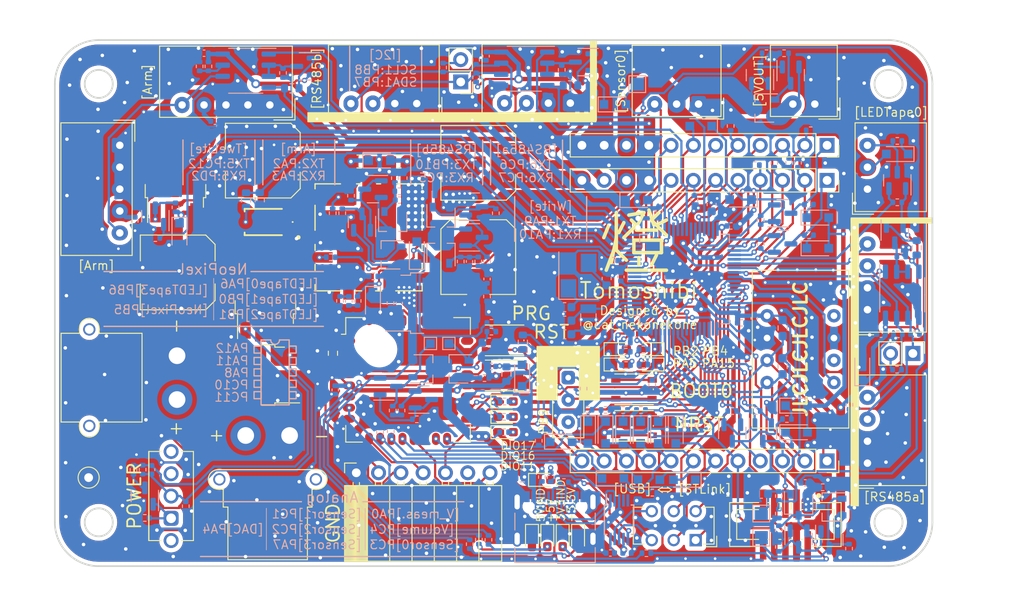
<source format=kicad_pcb>
(kicad_pcb (version 20211014) (generator pcbnew)
  (layers (0 "F.Cu" signal) (31 "B.Cu" signal) (34 "B.Paste" user) (35 "F.Paste" user) (36 "B.SilkS" user "B.Silkscreen") (37 "F.SilkS" user "F.Silkscreen") (38 "B.Mask" user) (39 "F.Mask" user) (44 "Edge.Cuts" user))
  (net 0 "")
  (net 1 "/S-S")
  (net 2 "Net-(C1-Pad2)")
  (net 3 "RST")
  (net 4 "GND")
  (net 5 "/5VBUS")
  (net 6 "Net-(C5-Pad1)")
  (net 7 "/3.3VBUS")
  (net 8 "VCC")
  (net 9 "Net-(C8-Pad2)")
  (net 10 "+3.3V")
  (net 11 "/5VSYS")
  (net 12 "Net-(C11-Pad2)")
  (net 13 "Net-(C12-Pad2)")
  (net 14 "+5V")
  (net 15 "/3.3VSYS")
  (net 16 "HSE_IN")
  (net 17 "HSE_OUT")
  (net 18 "LSE_IN")
  (net 19 "LSE_OUT")
  (net 20 "Net-(C19-Pad2)")
  (net 21 "VDD")
  (net 22 "NRST")
  (net 23 "Net-(C30-Pad2)")
  (net 24 "Vdrive")
  (net 25 "TweRST_Sig")
  (net 26 "Net-(D3-Pad2)")
  (net 27 "Net-(D6-Pad2)")
  (net 28 "Net-(D7-Pad2)")
  (net 29 "Net-(D8-Pad2)")
  (net 30 "F446_DIP0")
  (net 31 "DIP_SW0")
  (net 32 "Twe_DIP0")
  (net 33 "F446_DIP1")
  (net 34 "DIP_SW1")
  (net 35 "Twe_DIP1")
  (net 36 "F446_DIP2")
  (net 37 "DIP_SW2")
  (net 38 "Twe_DIP2")
  (net 39 "F446_DIP3")
  (net 40 "DIP_SW3")
  (net 41 "Twe_DIP3")
  (net 42 "F446_DIP4")
  (net 43 "DIP_SW4")
  (net 44 "Twe_DIP4")
  (net 45 "Net-(D22-Pad2)")
  (net 46 "Net-(D23-Pad2)")
  (net 47 "Net-(J6-Pad2)")
  (net 48 "Net-(D25-Pad2)")
  (net 49 "Net-(D26-Pad2)")
  (net 50 "Net-(D27-Pad2)")
  (net 51 "Net-(D28-Pad2)")
  (net 52 "Net-(D29-Pad2)")
  (net 53 "Net-(D30-Pad2)")
  (net 54 "Net-(D31-Pad1)")
  (net 55 "Net-(D32-Pad1)")
  (net 56 "Net-(D33-Pad1)")
  (net 57 "Net-(D34-Pad1)")
  (net 58 "Net-(D35-Pad1)")
  (net 59 "Sensor0")
  (net 60 "Sensor1")
  (net 61 "Sensor2")
  (net 62 "Sensor3")
  (net 65 "Net-(H5-Pad1)")
  (net 66 "PRG")
  (net 67 "Net-(H8-Pad1)")
  (net 68 "BOOT0")
  (net 69 "/12VBAT")
  (net 70 "Net-(J3-PadA5)")
  (net 71 "Net-(J3-PadA6)")
  (net 72 "Net-(J3-PadA7)")
  (net 74 "Net-(J3-PadB5)")
  (net 76 "TweWriteRX_TweTX0")
  (net 77 "TweWriteTX_TweRX0")
  (net 79 "SET")
  (net 81 "TCK")
  (net 82 "TMS")
  (net 83 "SWO")
  (net 84 "STLinkTX")
  (net 85 "STLinkRX")
  (net 87 "LEDTape0_H")
  (net 88 "RS485a_A")
  (net 89 "RS485a_B")
  (net 90 "RS485b_A")
  (net 91 "RS485b_B")
  (net 92 "RS485_Arm")
  (net 93 "Net-(JP1-Pad2)")
  (net 94 "Net-(JP2-Pad2)")
  (net 95 "Net-(MD1-Pad6)")
  (net 98 "Net-(MD1-Pad10)")
  (net 101 "主電源スイッチ")
  (net 102 "Net-(Q2-Pad3)")
  (net 103 "/5V_IND")
  (net 104 "Net-(Q5-Pad1)")
  (net 105 "Net-(Q11-Pad1)")
  (net 106 "Net-(Q11-Pad3)")
  (net 107 "Net-(Q10-Pad3)")
  (net 108 "Net-(Q12-Pad1)")
  (net 109 "Net-(Q13-Pad1)")
  (net 110 "/3.3V_IND")
  (net 111 "Net-(Q16-Pad1)")
  (net 112 "Net-(Q19-Pad3)")
  (net 113 "Net-(Q20-Pad1)")
  (net 114 "Net-(Q21-Pad1)")
  (net 115 "LEDTape0_L")
  (net 116 "LEDTape1_L")
  (net 117 "LEDTape1_H")
  (net 118 "NeoPixel_L")
  (net 119 "NeoPixel_H")
  (net 120 "LEDTape2_L")
  (net 121 "LEDTape2_H")
  (net 122 "LEDTape3_L")
  (net 123 "LEDTape3_H")
  (net 124 "Servo_SW")
  (net 125 "Net-(Q28-Pad3)")
  (net 126 "Net-(Q30-Pad1)")
  (net 127 "Net-(Q30-Pad3)")
  (net 128 "Net-(Q31-Pad1)")
  (net 129 "Net-(Q31-Pad3)")
  (net 130 "Net-(Q32-Pad1)")
  (net 131 "Net-(Q32-Pad3)")
  (net 132 "V_Measure")
  (net 133 "Net-(R11-Pad2)")
  (net 134 "Twe_LED0")
  (net 135 "Twe_LED1")
  (net 136 "Twe_LED2")
  (net 137 "Net-(R22-Pad2)")
  (net 138 "Net-(R23-Pad1)")
  (net 139 "Volume")
  (net 140 "Tact_SW0")
  (net 141 "Tact_SW1")
  (net 142 "Tact_SW2")
  (net 143 "Slide_SW0")
  (net 144 "Slide_SW1")
  (net 145 "Slide_SW2")
  (net 146 "LED0")
  (net 147 "LED1")
  (net 148 "MonitorLED0")
  (net 149 "MonitorLED1")
  (net 150 "I2C1_SDA")
  (net 151 "I2C1_SCL")
  (net 152 "MainTX6_RS485aRX")
  (net 153 "MainTX3_RS485bRX")
  (net 154 "MainTX2_ArmRX")
  (net 155 "Net-(R100-Pad2)")
  (net 156 "Conn_Detect")
  (net 158 "MainRX1_F446WriteTX")
  (net 159 "F446USBTX")
  (net 160 "MainTX1_F446WriteRX")
  (net 161 "F446USBRX")
  (net 163 "Net-(R64-Pad1)")
  (net 172 "DAC")
  (net 173 "MainRX5_TweTX1")
  (net 174 "MainTX5_TweRX1")
  (net 175 "MainRX6_RS485aTX")
  (net 176 "MainRX3_RS485bTX")
  (net 177 "MainRX2_ArmTX")
  (net 178 "Gyro_RST")
  (footprint "LED_SMD:LED_0603_1608Metric_Pad1.05x0.95mm_HandSolder" (layer "F.Cu") (at 165.3 113.07)
    (fp_text reference "D26" hide)
    (fp_text value "Yellow")
  )
  (footprint "BoxHeader_1.27mm:BoxHeader_2x05_P1.27mm_Vertical_SMD" (layer "F.Cu") (at 184.3 131.32 -90)
    (fp_text reference "J5" hide)
    (fp_text value "Conn_01x10_Male")
  )
  (footprint "LED_SMD:LED_0603_1608Metric_Pad1.05x0.95mm_HandSolder" (layer "F.Cu") (at 152.39 117.29)
    (fp_text reference "D6" hide)
    (fp_text value "Red")
  )
  (footprint "Connector_Molex:Molex_SPOX_5268-04A_1x04_P2.50mm_Horizontal" (layer "F.Cu") (at 193.65 124.32 90)
    (fp_text reference "J10" hide)
    (fp_text value "Conn_01x04_Male")
  )
  (footprint "Connector_PinSocket_2.54mm:PinSocket_1x12_P2.54mm_Vertical" (layer "F.Cu") (at 189.05 92.07 -90)
    (fp_text reference "J16" hide)
    (fp_text value "Conn_01x12_Female")
  )
  (footprint "LED_SMD:LED_0603_1608Metric_Pad1.05x0.95mm_HandSolder" (layer "F.Cu") (at 158.92 132.97 -90)
    (fp_text reference "D29" hide)
    (fp_text value "Green")
  )
  (footprint "Connector_Molex:Molex_SPOX_5268-02A_1x02_P2.50mm_Horizontal" (layer "F.Cu") (at 187.65 83.37 180)
    (fp_text reference "J6" hide)
    (fp_text value "Conn_01x02_Male")
  )
  (footprint "Connector_AMASS:AMASS_XT30PW-F_1x02_P2.50mm_Horizontal" (layer "F.Cu") (at 127.8 121.17 180)
    (fp_text reference "J2" hide)
    (fp_text value "Conn_01x02_Female")
  )
  (footprint "Connector_Molex:Molex_SPOX_5268-04A_1x04_P2.50mm_Horizontal" (layer "F.Cu") (at 159.79 83.26 180)
    (fp_text reference "J12" hide)
    (fp_text value "Conn_01x04_Male")
  )
  (footprint "Capacitor_SMD:C_Elec_8x10.2" (layer "F.Cu") (at 124.75 89.82 180)
    (fp_text reference "C21" hide)
    (fp_text value "470uF")
  )
  (footprint "LED_SMD:LED_0603_1608Metric_Pad1.05x0.95mm_HandSolder" (layer "F.Cu") (at 152.4 119.04)
    (fp_text reference "D7" hide)
    (fp_text value "Red")
  )
  (footprint "Button_Switch_THT:SW_CuK_JS202011CQN_DPDT_Straight" (layer "F.Cu") (at 174.07 133.1 180)
    (fp_text reference "SW4" hide)
    (fp_text value "SW_DPDT_x2")
  )
  (footprint "LED_SMD:LED_0603_1608Metric_Pad1.05x0.95mm_HandSolder" (layer "F.Cu") (at 156.69 126.23)
    (fp_text reference "D3" hide)
    (fp_text value "Yellow")
  )
  (footprint "LED_SMD:LED_0603_1608Metric_Pad1.05x0.95mm_HandSolder" (layer "F.Cu") (at 168.8 113.07 180)
    (fp_text reference "D23" hide)
    (fp_text value "Red")
  )
  (footprint "Connector_PinHeader_2.54mm:PinHeader_1x02_P2.54mm_Vertical" (layer "F.Cu") (at 198.825 111.81 -90)
    (fp_text reference "JP1" hide)
    (fp_text value "Jumper_2_Open")
  )
  (footprint "Connector_Molex:Molex_SPOX_5268-05A_1x05_P2.50mm_Horizontal" (layer "F.Cu") (at 125.55 83.47 180)
    (fp_text reference "J14" hide)
    (fp_text value "Conn_01x05_Male")
  )
  (footprint "LED_SMD:LED_0603_1608Metric_Pad1.05x0.95mm_HandSolder" (layer "F.Cu") (at 152.4 120.79)
    (fp_text reference "D8" hide)
    (fp_text value "Red")
  )
  (footprint "Button_Switch_SMD:SW_Push_1P1T_NO_Vertical_Wuerth_434133025816" (layer "F.Cu") (at 152.3 114.32)
    (fp_text reference "SW2" hide)
    (fp_text value "SW_SPST")
  )
  (footprint "LED_SMD:LED_0603_1608Metric_Pad1.05x0.95mm_HandSolder" (layer "F.Cu") (at 165.3 111.32)
    (fp_text reference "D25" hide)
    (fp_text value "Yellow")
  )
  (footprint "Connector_Molex:Molex_SPOX_5268-03A_1x03_P2.50mm_Horizontal" (layer "F.Cu") (at 193.65 93.07 90)
    (fp_text reference "J7" hide)
    (fp_text value "Conn_01x03_Male")
  )
  (footprint "Connector_PinSocket_2.54mm:PinSocket_1x12_P2.54mm_Vertical" (layer "F.Cu") (at 189.05 88.07 -90)
    (fp_text reference "J15" hide)
    (fp_text value "Conn_01x12_Female")
  )
  (footprint "Resistor_SMD:R_0603_1608Metric" (layer "F.Cu") (at 132.74 111.79 -90)
    (fp_text reference "R64" hide)
    (fp_text value "PullUP?")
  )
  (footprint "Capacitor_SMD:C_Elec_8x10.2" (layer "F.Cu") (at 115.05 102.57 180)
    (fp_text reference "C20" hide)
    (fp_text value "470uF")
  )
  (footprint "Diode_Schottky:DO-221BC" (layer "F.Cu") (at 124.8 96.82 180)
    (fp_text reference "D4" hide)
    (fp_text value "MA10EB045" hide)
  )
  (footprint "Connector_AMASS:AMASS_XT30PW-M_1x02_P2.50mm_Horizontal" (layer "F.Cu") (at 114.975 112.07 90)
    (fp_text reference "J1" hide)
    (fp_text value "Conn_01x02_Male")
  )
  (footprint "LED_SMD:LED_0603_1608Metric_Pad1.05x0.95mm_HandSolder" (layer "F.Cu") (at 155.42 132.97 -90)
    (fp_text reference "D27" hide)
    (fp_text value "Green")
  )
  (footprint "Connector_PinHeader_2.54mm:PinHeader_1x02_P2.54mm_Vertical" (layer "F.Cu") (at 147.3 80.845001 180)
    (fp_text reference "JP2" hide)
    (fp_text value "Jumper_2_Open")
  )
  (footprint "Capacitor_SMD:C_0805_2012Metric" (layer "F.Cu") (at 140.235 89.92 180)
    (fp_text reference "C10" hide)
    (fp_text value "10uF")
  )
  (footprint "Capacitor_SMD:C_0805_2012Metric" (layer "F.Cu") (at 135.735 89.92)
    (fp_text reference "C7" hide)
    (fp_text value "22uF")
  )
  (footprint "LED_SMD:LED_0603_1608Metric_Pad1.05x0.95mm_HandSolder" (layer "F.Cu") (at 157.17 132.97 -90)
    (fp_text reference "D28" hide)
    (fp_text value "Green")
  )
  (footprint "Button_Switch_SMD:SW_Push_1P1T_NO_Vertical_Wuerth_434133025816" (layer "F.Cu") (at 167.05 115.9)
    (fp_text reference "SW6" hide)
    (fp_text value "SW_SPST")
  )
  (footprint "Capacitor_SMD:C_Elec_8x10.2" (layer "F.Cu") (at 149.3 90.07 180)
    (fp_text reference "C23" hide)
    (fp_text value "470uF")
  )
  (footprint "Connector_Molex:Molex_SPOX_5268-04A_1x04_P2.50mm_Horizontal" (layer "F.Cu") (at 142.29 83.31 180)
    (fp_text reference "J11" hide)
    (fp_text value "Conn_01x04_Male")
  )
  (footprint "Package_TO_SOT_SMD:TO-252-2" (layer "F.Cu") (at 123.65 114.27 180)
    (fp_text reference "Q1" hide)
    (fp_text value "MTP4835I3")
  )
  (footprint "Slide_Switch:3P_SPDT_SlideSwitch" (layer "F.Cu") (at 159.55 117.11)
    (fp_text reference "SW5" hide)
    (fp_text value "SW_SPDT")
  )
  (footprint "DCDC_Regulator:MURATA_OKL-T-6-W12N-C" (layer "F.Cu") (at 136.8 98.57)
    (fp_text reference "MD1" hide)
    (fp_text value "OKL-T/6-W12N-C")
  )
  (footprint "Button_Switch_SMD:SW_Push_1P1T_NO_Vertical_Wuerth_434133025816" (layer "F.Cu") (at 167.05 120.07 180)
    (fp_text reference "SW7" hide)
    (fp_text value "SW_SPST")
  )
  (footprint "Button_Switch_SMD:SW_Push_1P1T_NO_Vertical_Wuerth_434133025816" (layer "F.Cu") (at 152.3 110.32 180)
    (fp_text reference "SW3" hide)
    (fp_text value "SW_SPST")
  )
  (footprint "Connector_Molex:Molex_SPOX_5268-03A_1x03_P2.50mm_Horizontal" (layer "F.Cu") (at 174.4 83.37 180)
    (fp_text reference "J8" hide)
    (fp_text value "Conn_01x03_Male")
  )
  (footprint "Connector_Molex:Molex_SPOX_5268-05A_1x05_P2.50mm_Horizontal" (layer "F.Cu") (at 108.45 88.07 -90)
    (fp_text reference "J13" hide)
    (fp_text value "Conn_01x05_Male")
  )
  (footprint "Package_TO_SOT_SMD:TO-252-2" (layer "F.Cu") (at 125.05 104.82 90)
    (fp_text reference "Q3" hide)
    (fp_text value "MTP4835I3")
  )
  (footprint "Connector_Molex:Molex_SPOX_5268-04A_1x04_P2.50mm_Horizontal" (layer "F.Cu") (at 193.65 106.82 90)
    (fp_text reference "J9" hide)
    (fp_text value "Conn_01x04_Male")
  )
  (footprint "RF_Module:MonoWireless_TWE-L-WX" (layer "F.Cu") (at 141.3 114.82)
    (fp_text reference "U2" hide)
    (fp_text value "TWE-L-WX")
  )
  (footprint "Capacitor_SMD:C_Elec_8x10.2" (layer "F.Cu") (at 149.3 100.82 -90)
    (fp_text reference "C22" hide)
    (fp_text value "470uF")
  )
  (footprint "Connector_PinSocket_2.54mm:PinSocket_1x12_P2.54mm_Vertical" (layer "F.Cu") (at 189.05 124.07 -90)
    (fp_text reference "J17" hide)
    (fp_text value "Conn_01x12_Female")
  )
  (footprint "Connector_PinSocket_2.54mm:PinSocket_1x07_P2.54mm_Horizontal" (layer "F.Cu") (at 135.4 125.42 90)
    (fp_text reference "J4" hide)
    (fp_text value "Conn_01x07_Female")
  )
  (footprint "BNO055:BNO055" (layer "F.Cu") (at 186.019999 111.320002)
    (fp_text reference "U5" hide)
    (fp_text value "BNO055")
  )
  (footprint "Package_TO_SOT_SMD:TO-252-2" (layer "F.Cu") (at 114.8 91.57 90)
    (fp_text reference "Q29" hide)
    (fp_text value "MTP4835I3")
  )
  (footprint "Toggle_Switch:3P_SPDT_5Pin_ToggleSwitch" (layer "F.Cu") (at 114.3 128.07 180)
    (fp_text reference "SW1" hide)
    (fp_text value "SW_SPDT")
  )
  (footprint "TestPoint:TestPoint_THTPad_D2.0mm_Drill1.0mm" (layer "F.Cu") (at 104.9 125.97 180)
    (fp_text reference "TP5" hide)
    (fp_text value "TestPoint")
  )
  (footprint "LED_SMD:LED_0603_1608Metric_Pad1.05x0.95mm_HandSolder" (layer "F.Cu") (at 160.67 132.97 -90)
    (fp_text reference "D30" hide)
    (fp_text value "Green")
  )
  (footprint "LED_SMD:LED_0603_1608Metric_Pad1.05x0.95mm_HandSolder" (layer "F.Cu") (at 168.8 111.32 180)
    (fp_text reference "D22" hide)
    (fp_text value "Red")
  )
  (footprint "Capacitor_SMD:C_0603_1608Metric" (layer "B.Cu") (at 159.14 109.63)
    (fp_text reference "C17" hide)
    (fp_text value "22pF")
  )
  (footprint "Package_TO_SOT_SMD:SOT-23W" (layer "B.Cu") (at 181.9 83.82 180)
    (fp_text reference "Q9" hide)
    (fp_text value "SSM3J332R")
  )
  (footprint "Resistor_SMD:R_0402_1005Metric" (layer "B.Cu") (at 161.76 118.23 180)
    (fp_text reference "R55" hide)
    (fp_text value "10k")
  )
  (footprint "Package_TO_SOT_SMD:SOT-23" (layer "B.Cu") (at 111.3 128.07 90)
    (fp_text reference "Q2" hide)
    (fp_text value "BSS138")
  )
  (footprint "Resistor_SMD:R_0402_1005Metric" (layer "B.Cu") (at 183.55 133.87 -90)
    (fp_text reference "R46" hide)
    (fp_text value "10k")
  )
  (footprint "Capacitor_SMD:C_0402_1005Metric" (layer "B.Cu") (at 148.3 101.32 90)
    (fp_text reference "C19" hide)
    (fp_text value "1uF")
  )
  (footprint "Resistor_SMD:R_0402_1005Metric" (layer "B.Cu") (at 184.15 77.57)
    (fp_text reference "R31" hide)
    (fp_text value "10k")
  )
  (footprint "Crystal:Crystal_SMD_3215-2Pin_3.2x1.5mm" (layer "B.Cu") (at 161.85 107.96 90)
    (fp_text reference "Y2" hide)
    (fp_text value "32.768kHz")
  )
  (footprint "Resistor_SMD:R_0402_1005Metric" (layer "B.Cu") (at 161.3 115.82 -90)
    (fp_text reference "R41" hide)
    (fp_text value "10k")
  )
  (footprint "Resistor_SMD:R_0402_1005Metric" (layer "B.Cu") (at 115.97 129.23 -90)
    (fp_text reference "R1" hide)
    (fp_text value "10k")
  )
  (footprint "Resistor_SMD:R_0603_1608Metric_Pad0.98x0.95mm_HandSolder" (layer "B.Cu") (at 183.99 108.91 -90)
    (fp_text reference "R84" hide)
    (fp_text value "PullUP")
  )
  (footprint "Resistor_SMD:R_0402_1005Metric" (layer "B.Cu") (at 181.4875 96.6 -90)
    (fp_text reference "R80" hide)
    (fp_text value "10k")
  )
  (footprint "Resistor_SMD:R_0402_1005Metric" (layer "B.Cu") (at 137.35 103.02)
    (fp_text reference "R27" hide)
    (fp_text value "10k")
  )
  (footprint "Resistor_SMD:R_0402_1005Metric" (layer "B.Cu") (at 132.71 95.82 -90)
    (fp_text reference "R13" hide)
    (fp_text value "10k")
  )
  (footprint "Package_TO_SOT_SMD:SOT-23W" (layer "B.Cu") (at 143.05 113.57)
    (fp_text reference "Q6" hide)
    (fp_text value "SSM3J332R")
  )
  (footprint "Package_TO_SOT_SMD:SOT-23" (layer "B.Cu") (at 189.3 133.07 -90)
    (fp_text reference "Q18" hide)
    (fp_text value "S8050")
  )
  (footprint "Capacitor_SMD:C_0603_1608Metric" (layer "B.Cu") (at 163.93 103.26 -90)
    (fp_text reference "C16" hide)
    (fp_text value "22pF")
  )
  (footprint "Diode_SMD:D_SOD-323_HandSoldering" (layer "B.Cu") (at 171.8 120.82 -90)
    (fp_text reference "D10" hide)
    (fp_text value "1N5819WS")
  )
  (footprint "Package_TO_SOT_SMD:SOT-23" (layer "B.Cu") (at 178.2445 120.87625 -90)
    (fp_text reference "Q27" hide)
    (fp_text value "BSS138")
  )
  (footprint "Package_TO_SOT_SMD:SOT-23" (layer "B.Cu") (at 129.55 79.07 180)
    (fp_text reference "Q32" hide)
    (fp_text value "S8050")
  )
  (footprint "Package_TO_SOT_SMD:SOT-23" (layer "B.Cu") (at 185.8 132.97 -90)
    (fp_text reference "Q16" hide)
    (fp_text value "S8050")
  )
  (footprint "Resistor_SMD:R_0402_1005Metric" (layer "B.Cu") (at 145.29 79.2 -90)
    (fp_text reference "R99" hide)
    (fp_text value "120")
  )
  (footprint "Package_TO_SOT_SMD:SOT-23" (layer "B.Cu") (at 184.9 80.07 -90)
    (fp_text reference "Q11" hide)
    (fp_text value "S8050")
  )
  (footprint "Resistor_SMD:R_0402_1005Metric" (layer "B.Cu") (at 140.3 93.32 180)
    (fp_text reference "R29" hide)
    (fp_text value "100k")
  )
  (footprint "Package_TO_SOT_SMD:SOT-23" (layer "B.Cu") (at 197.05 92.07 90)
    (fp_text reference "Q23" hide)
    (fp_text value "BSS138")
  )
  (footprint "Capacitor_SMD:C_0402_1005Metric" (layer "B.Cu") (at 179.3 108.32)
    (fp_text reference "C28" hide)
    (fp_text value "0.1uF")
  )
  (footprint "Diode_SMD:D_SOD-323_HandSoldering" (layer "B.Cu") (at 172.79 126.21 180)
    (fp_text reference "D11" hide)
    (fp_text value "1N5819WS")
  )
  (footprint "Package_SO:SOP-8_3.9x4.9mm_P1.27mm" (layer "B.Cu") (at 197.61 105.12 -90)
    (fp_text reference "U6" hide)
    (fp_text value "MAX3485")
  )
  (footprint "Diode_SMD:D_SOD-323_HandSoldering" (layer "B.Cu") (at 167.8 120.82 -90)
    (fp_text reference "D14" hide)
    (fp_text value "1N5819WS")
  )
  (footprint "Resistor_SMD:R_0402_1005Metric" (layer "B.Cu") (at 158.81 79.47 -90)
    (fp_text reference "R91" hide)
    (fp_text value "20k")
  )
  (footprint "Resistor_SMD:R_0603_1608Metric" (layer "B.Cu") (at 152.51 114.17 90)
    (fp_text reference "R3" hide)
    (fp_text value "PullUP?")
  )
  (footprint "Package_TO_SOT_SMD:SOT-23" (layer "B.Cu") (at 148.8 95.07)
    (fp_text reference "Q22" hide)
    (fp_text value "S8050")
  )
  (footprint "Capacitor_SMD:C_0402_1005Metric" (layer "B.Cu") (at 140.3 106.07 -90)
    (fp_text reference "C13" hide)
    (fp_text value "1uF")
  )
  (footprint "Capacitor_SMD:C_0402_1005Metric" (layer "B.Cu") (at 167.3 109.57 180)
    (fp_text reference "C29" hide)
    (fp_text value "0.1uF")
  )
  (footprint "Capacitor_SMD:C_0402_1005Metric" (layer "B.Cu") (at 118.05 77.57 180)
    (fp_text reference "C35" hide)
    (fp_text value "0.1uF")
  )
  (footprint "Resistor_SMD:R_0402_1005Metric" (layer "B.Cu") (at 168.46 134.59)
    (fp_text reference "R72" hide)
    (fp_text value "1k")
  )
  (footprint "Package_SO:MSOP-10_3x3mm_P0.5mm" (layer "B.Cu") (at 165.35 130.77 -90)
    (fp_text reference "U1" hide)
    (fp_text value "CH340E")
  )
  (footprint "Package_TO_SOT_SMD:SOT-23W" (layer "B.Cu") (at 145.05 100.32 90)
    (fp_text reference "Q19" hide)
    (fp_text value "SSM3J332R")
  )
  (footprint "Resistor_SMD:R_0402_1005Metric" (layer "B.Cu") (at 149.3 101.32 -90)
    (fp_text reference "R61" hide)
    (fp_text value "10k")
  )
  (footprint "Capacitor_SMD:C_0402_1005Metric" (layer "B.Cu") (at 165.55 103.07 90)
    (fp_text reference "C27" hide)
    (fp_text value "0.1uF")
  )
  (footprint "Resistor_SMD:R_0402_1005Metric" (layer "B.Cu") (at 134.55 105.82 -90)
    (fp_text reference "R23" hide)
    (fp_text value "330")
  )
  (footprint "TestPoint:TestPoint_Pad_1.0x1.0mm" (layer "B.Cu") (at 143.85 110.67)
    (fp_text reference "H5" hide)
    (fp_text value "MountingHole_Pad")
  )
  (footprint "Package_QFP:LQFP-64_10x10mm_P0.5mm" (layer "B.Cu") (at 172.8 103.32)
    (fp_text reference "U4" hide)
    (fp_text value "STM32F446RETx")
  )
  (footprint "Diode_SMD:D_SOD-323_HandSoldering" (layer "B.Cu") (at 164.87 83.41)
    (fp_text reference "D36" hide)
    (fp_text value "1N5819WS")
  )
  (footprint "Capacitor_SMD:C_0402_1005Metric" (layer "B.Cu") (at 133 115.97 90)
    (fp_text reference "C9" hide)
    (fp_text value "1uF")
  )
  (footprint "Resistor_SMD:R_0603_1608Metric" (layer "B.Cu") (at 124.4 94.29 -90)
    (fp_text reference "R8" hide)
    (fp_text value "10k")
  )
  (footprint "Resistor_SMD:R_0402_1005Metric" (layer "B.Cu") (at 135.55 105.82 -90)
    (fp_text reference "R22" hide)
    (fp_text value "1k")
  )
  (footprint "Resistor_SMD:R_0603_1608Metric" (layer "B.Cu") (at 199.26 99.76 -90)
    (fp_text reference "R88" hide)
    (fp_text value "7.5k")
  )
  (footprint "Resistor_SMD:R_0402_1005Metric" (layer "B.Cu") (at 168.12 111.35)
    (fp_text reference "R62" hide)
    (fp_text value "1k")
  )
  (footprint "Resistor_SMD:R_0402_1005Metric" (layer "B.Cu") (at 191.6 117.66 90)
    (fp_text reference "R59" hide)
    (fp_text value "10k")
  )
  (footprint "Package_SO:SOP-8_3.9x4.9mm_P1.27mm" (layer "B.Cu") (at 122.8 79.57 180)
    (fp_text reference "U8" hide)
    (fp_text value "MAX3485")
  )
  (footprint "Capacitor_SMD:C_0402_1005Metric" (layer "B.Cu") (at 119.3 85.32)
    (fp_text reference "C37" hide)
    (fp_text value "0.1uF")
  )
  (footprint "Capacitor_SMD:C_0402_1005Metric" (layer "B.Cu") (at 180.74 107.8 -90)
    (fp_text reference "C32" hide)
    (fp_text value "0.1uF")
  )
  (footprint "Package_TO_SOT_SMD:SOT-23W" (layer "B.Cu") (at 185.8 129.07 -90)
    (fp_text reference "Q15" hide)
    (fp_text value "SSM3J332R")
  )
  (footprint "Resistor_SMD:R_0402_1005Metric" (layer "B.Cu") (at 199.07 109.61 180)
    (fp_text reference "R94" hide)
    (fp_text value "2.2k")
  )
  (footprint "Crystal:Crystal_SMD_3225-4Pin_3.2x2.5mm_HandSoldering" (layer "B.Cu") (at 160.73 102.93 90)
    (fp_text reference "Y1" hide)
    (fp_text value "16MHz")
  )
  (footprint "Diode_SMD:D_SOD-323_HandSoldering" (layer "B.Cu") (at 185.56 120.8)
    (fp_text reference "D33" hide)
    (fp_text value "1N5819WS")
  )
  (footprint "Capacitor_SMD:C_0805_2012Metric" (layer "B.Cu") (at 154.32 125.72)
    (fp_text reference "C3" hide)
    (fp_text value "10uF")
  )
  (footprint "Resistor_SMD:R_0402_1005Metric" (layer "B.Cu") (at 166.11 111.61 180)
    (fp_text reference "R66" hide)
    (fp_text value "1k")
  )
  (footprint "Diode_SMD:D_SOD-323_HandSoldering" (layer "B.Cu") (at 187.9875 99.82)
    (fp_text reference "D32" hide)
    (fp_text value "1N5819WS")
  )
  (footprint "Package_TO_SOT_SMD:SOT-23W" (layer "B.Cu") (at 189.55 129.32 180)
    (fp_text reference "Q17" hide)
    (fp_text value "SSM3J332R")
  )
  (footprint "Capacitor_SMD:C_0402_1005Metric" (layer "B.Cu") (at 169.91 95.58 90)
    (fp_text reference "C25" hide)
    (fp_text value "0.1uF")
  )
  (footprint "Resistor_SMD:R_0402_1005Metric" (layer "B.Cu") (at 148.33 133.56 90)
    (fp_text reference "R73" hide)
    (fp_text value "1k")
  )
  (footprint "Package_TO_SOT_SMD:SOT-23W" (layer "B.Cu") (at 139.55 96.82 -90)
    (fp_text reference "Q10" hide)
    (fp_text value "SSM3J332R")
  )
  (footprint "Package_SO:SOP-8_3.9x4.9mm_P1.27mm" (layer "B.Cu") (at 154.54 79.34 180)
    (fp_text reference "U7" hide)
    (fp_text value "MAX3485")
  )
  (footprint "Resistor_SMD:R_0402_1005Metric" (layer "B.Cu") (at 152.25 120.79 180)
    (fp_text reference "R19" hide)
    (fp_text value "1k")
  )
  (footprint "Resistor_SMD:R_0402_1005Metric" (layer "B.Cu") (at 166.11 110.57)
    (fp_text reference "R103" hide)
    (fp_text value "10k")
  )
  (footprint "Diode_SMD:D_SOD-323_HandSoldering" (layer "B.Cu") (at 185.55 117.76)
    (fp_text reference "D35" hide)
    (fp_text value "1N5819WS")
  )
  (footprint "Resistor_SMD:R_0402_1005Metric" (layer "B.Cu") (at 110.01 125.08 -90)
    (fp_text reference "R4" hide)
    (fp_text value "10k")
  )
  (footprint "Resistor_SMD:R_0402_1005Metric" (layer "B.Cu") (at 150.3 101.32 90)
    (fp_text reference "R65" hide)
    (fp_text value "10k")
  )
  (footprint "Resistor_SMD:R_0603_1608Metric" (layer "B.Cu") (at 128.05 81.57 180)
    (fp_text reference "R92" hide)
    (fp_text value "7.5k")
  )
  (footprint "Capacitor_SMD:C_0402_1005Metric" (layer "B.Cu") (at 150.8 113.29 180)
    (fp_text reference "C2" hide)
    (fp_text value "0.1uF")
  )
  (footprint "Capacitor_SMD:C_0402_1005Metric" (layer "B.Cu") (at 166.299999 108.319999 180)
    (fp_text reference "C31" hide)
    (fp_text value "1uF")
  )
  (footprint "Resistor_SMD:R_0603_1608Metric" (layer "B.Cu") (at 122.84 94.31 90)
    (fp_text reference "R7" hide)
    (fp_text value "33k")
  )
  (footprint "Resistor_SMD:R_0402_1005Metric" (layer "B.Cu") (at 139.300001 106.069999 -90)
    (fp_text reference "R44" hide)
    (fp_text value "10k")
  )
  (footprint "Resistor_SMD:R_0402_1005Metric" (layer "B.Cu") (at 197.51 100.76)
    (fp_text reference "R90" hide)
    (fp_text value "20k")
  )
  (footprint "Package_TO_SOT_SMD:SOT-23" (layer "B.Cu") (at 196.76 98.26 -90)
    (fp_text reference "Q30" hide)
    (fp_text value "S8050")
  )
  (footprint "Resistor_SMD:R_0402_1005Metric" (layer "B.Cu") (at 114.8 95.15 -90)
    (fp_text reference "R86" hide)
    (fp_text value "10k")
  )
  (footprint "Resistor_SMD:R_0402_1005Metric" (layer "B.Cu") (at 181.4875 99.32 -90)
    (fp_text reference "R75" hide)
    (fp_text value "10k")
  )
  (footprint "TestPoint:TestPoint_Pad_1.0x1.0mm" (layer "B.Cu") (at 145.95 110.67)
    (fp_text reference "H4" hide)
    (fp_text value "MountingHole_Pad")
  )
  (footprint "Resistor_SMD:R_0402_1005Metric" (layer "B.Cu") (at 178.2445 118.37625 180)
    (fp_text reference "R81" hide)
    (fp_text value "10k")
  )
  (footprint "Resistor_SMD:R_0603_1608Metric" (layer "B.Cu") (at 159.81 81.24 180)
    (fp_text reference "R89" hide)
    (fp_text value "7.5k")
  )
  (footprint "Package_TO_SOT_SMD:SOT-23" (layer "B.Cu") (at 183.9875 95.82)
    (fp_text reference "Q26" hide)
    (fp_text value "BSS138")
  )
  (footprint "TestPoint:TestPoint_Pad_1.5x1.5mm" (layer "B.Cu") (at 181.55 130.07)
    (fp_text reference "H7" hide)
    (fp_text value "MountingHole_Pad")
  )
  (footprint "Package_TO_SOT_SMD:SOT-23" (layer "B.Cu") (at 137.3 93.07 180)
    (fp_text reference "Q12" hide)
    (fp_text value "S8050")
  )
  (footprint "Resistor_SMD:R_0402_1005Metric" (layer "B.Cu") (at 182.15 77.57 180)
    (fp_text reference "R28" hide)
    (fp_text value "10k")
  )
  (footprint "Resistor_SMD:R_0402_1005Metric" (layer "B.Cu") (at 118.55 79.07 -90)
    (fp_text reference "R100" hide)
    (fp_text value "2.2k")
  )
  (footprint "Resistor_SMD:R_0402_1005Metric" (layer "B.Cu") (at 140.8 91.82 -90)
    (fp_text reference "R26" hide)
    (fp_text value "1.2k")
  )
  (footprint "Capacitor_SMD:C_0402_1005Metric" (layer "B.Cu") (at 110.17 96.75 -90)
    (fp_text reference "C36" hide)
    (fp_text value "0.1uF")
  )
  (footprint "Resistor_SMD:R_0402_1005Metric" (layer "B.Cu") (at 111.05 125.06 90)
    (fp_text reference "R2" hide)
    (fp_text value "100k")
  )
  (footprint "Resistor_SMD:R_0402_1005Metric" (layer "B.Cu") (at 197.12 109.62 180)
    (fp_text reference "R95" hide)
    (fp_text value "2.2k")
  )
  (footprint "Resistor_SMD:R_0402_1005Metric" (layer "B.Cu") (at 166.14 113.14 180)
    (fp_text reference "R67" hide)
    (fp_text value "1k")
  )
  (footprint "Resistor_SMD:R_0402_1005Metric" (layer "B.Cu") (at 138.11 120.81 90)
    (fp_text reference "R52" hide)
    (fp_text value "10k")
  )
  (footprint "Resistor_SMD:R_0402_1005Metric" (layer "B.Cu") (at 187.18 86.36)
    (fp_text reference "R42" hide)
    (fp_text value "10k")
  )
  (footprint "Diode_SMD:D_SOD-323_HandSoldering" (layer "B.Cu") (at 163.8 120.82 -90)
    (fp_text reference "D17" hide)
    (fp_text value "1N5819WS")
  )
  (footprint "Capacitor_SMD:C_0402_1005Metric" (layer "B.Cu") (at 112.08 125.07 90)
    (fp_text reference "C1" hide)
    (fp_text value "1uF")
  )
  (footprint "Resistor_SMD:R_0402_1005Metric" (layer "B.Cu") (at 183.55 131.97 90)
    (fp_text reference "R45" hide)
    (fp_text value "10k")
  )
  (footprint "TestPoint:TestPoint_Pad_1.5x1.5mm" (layer "B.Cu") (at 167.42 81.1 180)
    (fp_text reference "H11" hide)
    (fp_text value "MountingHole_Pad")
  )
  (footprint "Diode_SMD:D_SOD-323_HandSoldering" (layer "B.Cu") (at 187.9875 96.32)
    (fp_text reference "D34" hide)
    (fp_text value "1N5819WS")
  )
  (footprint "Package_TO_SOT_SMD:SOT-23" (layer "B.Cu") (at 136.05 96.82 90)
    (fp_text reference "Q14" hide)
    (fp_text value "S8050")
  )
  (footprint "Resistor_SMD:R_0402_1005Metric" (layer "B.Cu") (at 111.3 130.57 180)
    (fp_text reference "R9" hide)
    (fp_text value "10k")
  )
  (footprint "Resistor_SMD:R_0402_1005Metric" (layer "B.Cu") (at 132.49 100.84)
    (fp_text reference "R21" hide)
    (fp_text value "100k")
  )
  (footprint "Resistor_SMD:R_0402_1005Metric" (layer "B.Cu") (at 152.3 117.29 180)
    (fp_text reference "R17" hide)
    (fp_text value "1k")
  )
  (footprint "Package_TO_SOT_SMD:SOT-23" (layer "B.Cu") (at 148.8 98.57)
    (fp_text reference "Q20" hide)
    (fp_text value "S8050")
  )
  (footprint "Resistor_SMD:R_0402_1005Metric" (layer "B.Cu") (at 174.72 120.07 -90)
    (fp_text reference "R49" hide)
    (fp_text value "10k")
  )
  (footprint "TestPoint:TestPoint_Pad_1.5x1.5mm" (layer "B.Cu") (at 181.55 132.82)
    (fp_text reference "H8" hide)
    (fp_text value "MountingHole_Pad")
  )
  (footprint "Package_TO_SOT_SMD:SOT-23" (layer "B.Cu") (at 183.9875 99.32)
    (fp_text reference "Q24" hide)
    (fp_text value "BSS138")
  )
  (footprint "Resistor_SMD:R_0402_1005Metric" (layer "B.Cu") (at 133.8 95.82 90)
    (fp_text reference "R33" hide)
    (fp_text value "10k")
  )
  (footprint "Resistor_SMD:R_0402_1005Metric" (layer "B.Cu") (at 147.3 101.32 90)
    (fp_text reference "R60" hide)
    (fp_text value "100k")
  )
  (footprint "Resistor_SMD:R_0402_1005Metric" (layer "B.Cu") (at 150.3 105.32 90)
    (fp_text reference "R58" hide)
    (fp_text value "10k")
  )
  (footprint "Capacitor_SMD:C_0402_1005Metric" (layer "B.Cu") (at 140.319999 94.32 180)
    (fp_text reference "C11" hide)
    (fp_text value "1uF")
  )
  (footprint "Package_TO_SOT_SMD:SOT-23" (layer "B.Cu") (at 112.5 96.15 90)
    (fp_text reference "Q28" hide)
    (fp_text value "BSS138")
  )
  (footprint "Resistor_SMD:R_0402_1005Metric" (layer "B.Cu") (at 149.06 80.33 90)
    (fp_text reference "R96" hide)
    (fp_text value "2.2k")
  )
  (footprint "Package_TO_SOT_SMD:TO-252-2" (layer "B.Cu") (at 144.050001 106.07)
    (fp_text reference "U3" hide)
    (fp_text value "AZ1084CD-3.3")
  )
  (footprint "Package_TO_SOT_SMD:SOT-23W" (layer "B.Cu") (at 147.05 113.57 180)
    (fp_text reference "Q4" hide)
    (fp_text value "SSM3J332R")
  )
  (footprint "Capacitor_SMD:C_0402_1005Metric" (layer "B.Cu") (at 166.25 134.57)
    (fp_text reference "C4" hide)
    (fp_text value "0.1uF")
  )
  (footprint "Resistor_SMD:R_0402_1005Metric" (layer "B.Cu") (at 184.73 90.07 -90)
    (fp_text reference "R43" hide)
    (fp_text value "10k")
  )
  (footprint "Resistor_SMD:R_0402_1005Metric" (layer "B.Cu") (at 173.66 120.06 -90)
    (fp_text reference "R47" hide)
    (fp_text value "10k")
  )
  (footprint "Resistor_SMD:R_0402_1005Metric" (layer "B.Cu") (at 149.37 133.05 90)
    (fp_text reference "R70" hide)
    (fp_text value "1k")
  )
  (footprint "Resistor_SMD:R_0402_1005Metric" (layer "B.Cu") (at 140.55 118.32 90)
    (fp_text reference "R16" hide)
    (fp_text value "10k")
  )
  (footprint "Resistor_SMD:R_0402_1005Metric" (layer "B.Cu") (at 112.5 98.65)
    (fp_text reference "R87" hide)
    (fp_text value "10k")
  )
  (footprint "Resistor_SMD:R_0402_1005Metric" (layer "B.Cu") (at 183.55 128.07 90)
    (fp_text reference "R35" hide)
    (fp_text value "10k")
  )
  (footprint "Resistor_SMD:R_0402_1005Metric" (layer "B.Cu") (at 197.05 87.57)
    (fp_text reference "R76" hide)
    (fp_text value "10k")
  )
  (footprint "Resistor_SMD:R_0402_1005Metric" (layer "B.Cu") (at 169.12 115.38 -90)
    (fp_text reference "R69" hide)
    (fp_text value "10k")
  )
  (footprint "Resistor_SMD:R_0402_1005Metric" (layer "B.Cu") (at 186.9875 94.82)
    (fp_text reference "R82" hide)
    (fp_text value "10k")
  )
  (footprint "Diode_SMD:D_SOD-323_HandSoldering" (layer "B.Cu") (at 138.05 89.81)
    (fp_text reference "D5" hide)
    (fp_text value "1N5819WS")
  )
  (footprint "Resistor_SMD:R_0402_1005Metric" (layer "B.Cu") (at 168.13 113.09)
    (fp_text reference "R63" hide)
    (fp_text value "1k")
  )
  (footprint "Resistor_SMD:R_0402_1005Metric" (layer "B.Cu") (at 159.06 126.48 180)
    (fp_text reference "R10" hide)
    (fp_text value "5.1k")
  )
  (footprint "Diode_SMD:D_SOD-323_HandSoldering" (layer "B.Cu") (at 169.8 120.82 -90)
    (fp_text reference "D12" hide)
    (fp_text value "1N5819WS")
  )
  (footprint "Diode_SMD:D_SOD-323_HandSoldering" (layer "B.Cu") (at 174.65 85.89 180)
    (fp_text reference "D37" hide)
    (fp_text value "1N5819WS")
  )
  (footprint "Resistor_SMD:R_0603_1608Metric" (layer "B.Cu") (at 154.38 110.53 -90)
    (fp_text reference "R5" hide)
    (fp_text value "PullUP?")
  )
  (footprint "Capacitor_SMD:C_0402_1005Metric" (layer "B.Cu") (at 186.55 126.57 180)
    (fp_text reference "C6" hide)
    (fp_text value "0.1uF")
  )
  (footprint "Capacitor_SMD:C_0402_1005Metric" (layer "B.Cu") (at 195.2 109.62 180)
    (fp_text reference "C33" hide)
    (fp_text value "0.1uF")
  )
  (footprint "Resistor_SMD:R_0402_1005Metric" (layer "B.Cu") (at 186.9875 98.32)
    (fp_text reference "R77" hide)
    (fp_text value "10k")
  )
  (footprint "Resistor_SMD:R_0402_1005Metric" (layer "B.Cu") (at 191.55 134.07 90)
    (fp_text reference "R57" hide)
    (fp_text value "10k")
  )
  (footprint "Capacitor_SMD:C_0402_1005Metric" (layer "B.Cu") (at 178.12 97.27)
    (fp_text reference "C26" hide)
    (fp_text value "0.1uF")
  )
  (footprint "Diode_SMD:D_SOD-323_HandSoldering" (layer "B.Cu") (at 164.64 126.07)
    (fp_text reference "D15" hide)
    (fp_text value "1N5819WS")
  )
  (footprint "Resistor_SMD:R_0402_1005Metric" (layer "B.Cu") (at 167.84 118.25 180)
    (fp_text reference "R51" hide)
    (fp_text value "10k")
  )
  (footprint "Resistor_SMD:R_0402_1005Metric" (layer "B.Cu") (at 184.469999 119.29)
    (fp_text reference "R83" hide)
    (fp_text value "10k")
  )
  (footprint "Resistor_SMD:R_0402_1005Metric" (layer "B.Cu") (at 163.8 118.25)
    (fp_text reference "R54" hide)
    (fp_text value "10k")
  )
  (footprint "Resistor_SMD:R_0402_1005Metric" (layer "B.Cu") (at 150.01 114.62 180)
    (fp_text reference "R12" hide)
    (fp_text value "10k")
  )
  (footprint "Capacitor_SMD:C_0603_1608Metric" (layer "B.Cu") (at 175.89 94.82 -90)
    (fp_text reference "C30" hide)
    (fp_text value "4.7uF")
  )
  (footprint "Resistor_SMD:R_0402_1005Metric" (layer "B.Cu") (at 185.73 90.07 90)
    (fp_text reference "R40" hide)
    (fp_text value "10k")
  )
  (footprint "Diode_SMD:D_SOD-323_HandSoldering" (layer "B.Cu") (at 165.8 120.82 -90)
    (fp_text reference "D16" hide)
    (fp_text value "1N5819WS")
  )
  (footprint "Resistor_SMD:R_0402_1005Metric" (layer "B.Cu") (at 150.46 133.07 90)
    (fp_text reference "R71" hide)
    (fp_text value "1k")
  )
  (footprint "Diode_SMD:D_SOD-323_HandSoldering" (layer "B.Cu") (at 137.3 106.07 -90)
    (fp_text reference "D9" hide)
    (fp_text value "D_Zener")
  )
  (footprint "Package_TO_SOT_SMD:SOT-23" (layer "B.Cu") (at 181.4 80.07 90)
    (fp_text reference "Q8" hide)
    (fp_text value "S8050")
  )
  (footprint "Resistor_SMD:R_0402_1005Metric" (layer "B.Cu") (at 197.05 94.57)
    (fp_text reference "R74" hide)
    (fp_text value "10k")
  )
  (footprint "Resistor_SMD:R_0402_1005Metric" (layer "B.Cu") (at 165.8 118.25 180)
    (fp_text reference "R53" hide)
    (fp_text value "10k")
  )
  (footprint "Diode_SMD:D_SOD-323_HandSoldering" (layer "B.Cu") (at 158.75 121.87)
    (fp_text reference "D19" hide)
    (fp_text value "1N5819WS")
  )
  (footprint "Resistor_SMD:R_0402_1005Metric" (layer "B.Cu") (at 133.55 105.82 -90)
    (fp_text reference "R24" hide)
    (fp_text value "10")
  )
  (footprint "Resistor_SMD:R_0402_1005Metric" (layer "B.Cu") (at 183.55 130.07 -90)
    (fp_text reference "R36" hide)
    (fp_text value "1k")
  )
  (footprint "Capacitor_SMD:C_0402_1005Metric" (layer "B.Cu") (at 150.19 77.9 -90)
    (fp_text reference "C34" hide)
    (fp_text value "0.1uF")
  )
  (footprint "Resistor_SMD:R_0402_1005Metric" (layer "B.Cu") (at 150.8 109.32 180)
    (fp_text reference "R14" hide)
    (fp_text value "10k")
  )
  (footprint "Resistor_SMD:R_0402_1005Metric" (layer "B.Cu") (at 180.82 90.33 180)
    (fp_text reference "R39" hide)
    (fp_text value "10k")
  )
  (footprint "Resistor_SMD:R_0402_1005Metric" (layer "B.Cu") (at 184.49 122.3)
    (fp_text reference "R79" hide)
    (fp_text value "10k")
  )
  (footprint "Package_TO_SOT_SMD:SOT-23W" (layer "B.Cu") (at 145.050002 96.32 -90)
    (fp_text reference "Q21" hide)
    (fp_text value "SSM3J332R")
  )
  (footprint "Resistor_SMD:R_0402_1005Metric" (layer "B.Cu") (at 149.05 78.32 90)
    (fp_text reference "R97" hide)
    (fp_text value "2.2k")
  )
  (footprint "Package_TO_SOT_SMD:SOT-23" (layer "B.Cu") (at 181.7445 120.876249 -90)
    (fp_text reference "Q25" hide)
    (fp_text value "BSS138")
  )
  (footprint "Diode_SMD:D_SOD-323_HandSoldering" (layer "B.Cu") (at 115.25 98.19 -90)
    (fp_text reference "D1" hide)
    (fp_text value "1N5819WS")
  )
  (footprint "Resistor_SMD:R_0402_1005Metric" (layer "B.Cu") (at 139.8 91.82 90)
    (fp_text reference "R30" hide)
    (fp_text value "10k")
  )
  (footprint "Package_TO_SOT_SMD:SOT-23" (layer "B.Cu") (at 139.05 115.57)
    (fp_text reference "Q7" hide)
    (fp_text value "S8050")
  )
  (footprint "Resistor_SMD:R_0402_1005Metric" (layer "B.Cu") (at 180.9245 118.37625 180)
    (fp_text reference "R78" hide)
    (fp_text value "10k")
  )
  (footprint "Diode_SMD:D_SOD-323_HandSoldering" (layer "B.Cu") (at 197.05 89.07 180)
    (fp_text reference "D31" hide)
    (fp_text value "1N5819WS")
  )
  (footprint "Resistor_SMD:R_0402_1005Metric" (layer "B.Cu") (at 117.55 79.07 90)
    (fp_text reference "R101" hide)
    (fp_text value "2.2k")
  )
  (footprint "Connector_USB:USB_C_Receptacle_G-Switch_GT-USB-7010ASV" (layer "B.Cu") (at 158.05 131.87 180)
    (fp_text reference "J3" hide)
    (fp_text value "USB_C_Receptacle_USB2.0")
  )
  (footprint "Resistor_SMD:R_0402_1005Metric" (layer "B.Cu") (at 127.05 79.82 -90)
    (fp_text reference "R93" hide)
    (fp_text value "20k")
  )
  (footprint "Resistor_SMD:R_0402_1005Metric" (layer "B.Cu") (at 183.03 90.07 90)
    (fp_text reference "R38" hide)
    (fp_text value "10k")
  )
  (footprint "Diode_SMD:D_SOD-323_HandSoldering" (layer "B.Cu") (at 142.3 100.32 90)
    (fp_text reference "D20" hide)
    (fp_text value "1N5819WS")
  )
  (footprint "Resistor_SMD:R_0402_1005Metric" (layer "B.Cu") (at 142.3 119.32 180)
    (fp_text reference "R20" hide)
    (fp_text value "10k")
  )
  (footprint "Resistor_SMD:R_0402_1005Metric" (layer "B.Cu") (at 173.93 94.32 -90)
    (fp_text reference "R102" hide)
    (fp_text value "10k")
  )
  (footprint "Resistor_SMD:R_0402_1005Metric" (layer "B.Cu") (at 134.8 93.82 -90)
    (fp_text reference "R32" hide)
    (fp_text value "10k")
  )
  (footprint "Diode_SMD:D_SOD-323_HandSoldering" (layer "B.Cu") (at 161.8 120.82 -90)
    (fp_text reference "D18" hide)
    (fp_text value "1N5819WS")
  )
  (footprint "Resistor_SMD:R_0402_1005Metric" (layer "B.Cu") (at 178.06 85.87 90)
    (fp_text reference "R37" hide)
    (fp_text value "100k")
  )
  (footprint "Resistor_SMD:R_0402_1005Metric" (layer "B.Cu") (at 157.56 125.91 -90)
    (fp_text reference "R11" hide)
    (fp_text value "1k")
  )
  (footprint "Resistor_SMD:R_0402_1005Metric" (layer "B.Cu") (at 150.8 108.32)
    (fp_text reference "R15" hide)
    (fp_text value "1k")
  )
  (footprint "Diode_SMD:D_SOD-323_HandSoldering" (layer "B.Cu") (at 193.06 113.59 90)
    (fp_text reference "D21" hide)
    (fp_text value "D_Zener")
  )
  (footprint "Resistor_SMD:R_0402_1005Metric" (layer "B.Cu") (at 139.33 120.68 90)
    (fp_text reference "R50" hide)
    (fp_text value "10k")
  )
  (footprint "Resistor_SMD:R_0402_1005Metric" (layer "B.Cu") (at 169.13 127.69)
    (fp_text reference "R48" hide)
    (fp_text value "10k")
  )
  (footprint "Resistor_SMD:R_0402_1005Metric" (layer "B.Cu") (at 197.02 113.66)
    (fp_text reference "R98" hide)
    (fp_text value "120")
  )
  (footprint "Package_TO_SOT_SMD:SOT-23" (layer "B.Cu") (at 161.3 78.58 180)
    (fp_text reference "Q31" hide)
    (fp_text value "S8050")
  )
  (footprint "Resistor_SMD:R_0402_1005Metric" (layer "B.Cu") (at 151.3 95.82 90)
    (fp_text reference "R68" hide)
    (fp_text value "10k")
  )
  (footprint "Resistor_SMD:R_0402_1005Metric" (layer "B.Cu") (at 156.19 121.77 90)
    (fp_text reference "R56" hide)
    (fp_text value "10k")
  )
  (footprint "Capacitor_SMD:C_0603_1608Metric" (layer "B.Cu") (at 181.55 127.82)
    (fp_text reference "C12" hide)
    (fp_text value "ADJ_ST")
  )
  (footprint "Capacitor_SMD:C_0603_1608Metric" (layer "B.Cu") (at 159.14 106.53)
    (fp_text reference "C15" hide)
    (fp_text value "22pF")
  )
  (footprint "Resistor_SMD:R_0603_1608Metric_Pad0.98x0.95mm_HandSolder" (layer "B.Cu") (at 183.98 113.28 -90)
    (fp_text reference "R85" hide)
    (fp_text value "PullUP")
  )
  (footprint "Diode_SMD:D_SOD-323_HandSoldering" (layer "B.Cu") (at 154.3 114.32 90)
    (fp_text reference "D2" hide)
    (fp_text value "1N5819WS")
  )
  (footprint "Resistor_SMD:R_0402_1005Metric" (layer "B.Cu") (at 156.55 125.9 -90)
    (fp_text reference "R6" hide)
    (fp_text value "5.1k")
  )
  (footprint "Capacitor_SMD:C_0603_1608Metric" (layer "B.Cu") (at 159.14 108.07)
    (fp_text reference "C18" hide)
    (fp_text value "22pF")
  )
  (footprint "Capacitor_SMD:C_0402_1005Metric" (layer "B.Cu") (at 164.35 134.57 180)
    (fp_text reference "C5" hide)
    (fp_text value "0.1uF")
  )
  (footprint "Capacitor_SMD:C_0402_1005Metric" (layer "B.Cu") (at 150.3 103.32 90)
    (fp_text reference "C14" hide)
    (fp_text value "1uF")
  )
  (footprint "Package_TO_SOT_SMD:SOT-23W" (layer "B.Cu") (at 139.3 100.57 180)
    (fp_text reference "Q13" hide)
    (fp_text value "SSM3J332R")
  )
  (footprint "Package_TO_SOT_SMD:SOT-23" (layer "B.Cu") (at 143.05 117.07)
    (fp_text reference "Q5" hide)
    (fp_text value "S8050")
  )
  (footprint "Diode_SMD:D_SOD-323_HandSoldering" (layer "B.Cu") (at 179.19 94.26 180)
    (fp_text reference "D39" hide)
    (fp_text value "1N5819WS")
  )
  (footprint "Resistor_SMD:R_0402_1005Metric" (layer "B.Cu") (at 139.55 118.32 90)
    (fp_text reference "R25" hide)
    (fp_text value "10k")
  )
  (footprint "Resistor_SMD:R_0402_1005Metric" (layer "B.Cu") (at 152.25 119.04 180)
    (fp_text reference "R18" hide)
    (fp_text value "1k")
  )
  (footprint "Diode_SMD:D_SOD-323_HandSoldering" (layer "B.Cu") (at 167.34 94.31)
    (fp_text reference "D38" hide)
    (fp_text value "1N5819WS")
  )
  (footprint "Diode_SMD:D_SOD-323_HandSoldering" (layer "B.Cu") (at 168.74 126.2)
    (fp_text reference "D13" hide)
    (fp_text value "1N5819WS")
  )
  (footprint "Capacitor_SMD:C_0402_1005Metric" (layer "B.Cu") (at 164.71 101.22 180)
    (fp_text reference "C24" hide)
    (fp_text value "0.1uF")
  )
  (footprint "Resistor_SMD:R_0402_1005Metric" (layer "B.Cu") (at 188.55 127.07 180)
    (fp_text reference "R34" hide)
    (fp_text value "10k")
  )
  (footprint "Capacitor_SMD:C_0603_1608Metric" (layer "B.Cu") (at 150.55 110.57 180)
    (fp_text reference "C8" hide)
    (fp_text value "ADJ_ST")
  )
  (gr_line (start 124.55 117.67) (end 127.75 117.67) (layer "B.SilkS") (width 0.15))
  (gr_line (start 129.15 128.72) (end 117.65 128.72) (layer "B.SilkS") (width 0.15))
  (gr_line (start 127.75 117.67) (end 127.75 110.27) (layer "B.SilkS") (width 0.15))
  (gr_rect (start 124.55 110.97) (end 123.75 111.77) (layer "B.SilkS") (width 0.15) (fill none))
  (gr_line (start 134.65 81.87) (end 134.65 76.77) (layer "B.SilkS") (width 0.15))
  (gr_line (start 124.55 110.27) (end 125.65 110.27) (layer "B.SilkS") (width 0.15))
  (gr_line (start 126.65 110.27) (end 127.75 110.27) (layer "B.SilkS") (width 0.15))
  (gr_line (start 153.45 99.02) (end 153.45 93.92) (layer "B.SilkS") (width 0.15))
  (gr_rect (start 128.55 112.27) (end 127.75 113.07) (layer "B.SilkS") (width 0.15) (fill none))
  (gr_rect (start 124.55 113.57) (end 123.75 114.37) (layer "B.SilkS") (width 0.15) (fill none))
  (gr_line (start 149.8 92.57) (end 149.8 87.47) (layer "B.SilkS") (width 0.15))
  (gr_line (start 119.15 107.995) (end 119.15 103.245) (layer "B.SilkS") (width 0.08))
  (gr_line (start 147.65 128.72) (end 136.15 128.72) (layer "B.SilkS") (width 0.15))
  (gr_line (start 124.55 117.67) (end 124.55 110.27) (layer "B.SilkS") (width 0.15))
  (gr_line (start 131.65 102.47) (end 123.4 102.47) (layer "B.SilkS") (width 0.15))
  (gr_line (start 123.85 92.57) (end 123.85 87.47) (layer "B.SilkS") (width 0.15))
  (gr_line (start 115.65 92.57) (end 115.65 87.47) (layer "B.SilkS") (width 0.15))
  (gr_rect (start 128.55 110.97) (end 127.75 111.77) (layer "B.SilkS") (width 0.15) (fill none))
  (gr_line (start 161.65 99.02) (end 161.65 93.92) (layer "B.SilkS") (width 0.15))
  (gr_line (start 114.9 102.47) (end 106.65 102.47) (layer "B.SilkS") (width 0.15))
  (gr_rect (start 124.55 112.27) (end 123.75 113.07) (layer "B.SilkS") (width 0.15) (fill none))
  (gr_line (start 150.7 92.57) (end 150.7 87.47) (layer "B.SilkS") (width 0.15))
  (gr_rect (start 124.55 116.17) (end 123.75 116.97) (layer "B.SilkS") (width 0.15) (fill none))
  (gr_line (start 132.95 92.57) (end 132.95 87.47) (layer "B.SilkS") (width 0.15))
  (gr_line (start 142.85 81.87) (end 142.85 76.77) (layer "B.SilkS") (width 0.15))
  (gr_line (start 136.4 134.22) (end 136.4 129.47) (layer "B.SilkS") (width 0.08))
  (gr_line (start 124.75 92.57) (end 124.75 87.47) (layer "B.SilkS") (width 0.15))
  (gr_arc (start 126.65 110.27) (mid 126.15 110.77) (end 125.65 110.27) (layer "B.SilkS") (width 0.15))
  (gr_line (start 106.65 108.72) (end 131.65 108.72) (layer "B.SilkS") (width 0.15))
  (gr_rect (start 128.55 113.57) (end 127.75 114.37) (layer "B.SilkS") (width 0.15) (fill none))
  (gr_rect (start 124.55 114.87) (end 123.75 115.67) (layer "B.SilkS") (width 0.15) (fill none))
  (gr_line (start 117.65 134.97) (end 147.65 134.97) (layer "B.SilkS") (width 0.15))
  (gr_rect (start 128.55 116.17) (end 127.75 116.97) (layer "B.SilkS") (width 0.15) (fill none))
  (gr_rect (start 128.55 114.87) (end 127.75 115.67) (layer "B.SilkS") (width 0.15) (fill none))
  (gr_line (start 125.15 134.22) (end 125.15 129.47) (layer "B.SilkS") (width 0.08))
  (gr_line (start 158.9 92.57) (end 158.9 87.47) (layer "B.SilkS") (width 0.15))
  (gr_line (start 141.6 92.57) (end 141.6 87.47) (layer "B.SilkS") (width 0.15))
  (gr_rect (start 129.9 84.37) (end 162.7 85.37) (layer "F.SilkS") (width 0.15) (fill solid))
  (gr_poly (pts (xy 191.799999 129.17) (xy 191.8 96.47) (xy 192.6 96.47) (xy 192.600001 129.17)) (layer "F.SilkS") (width 0.15) (fill solid))
  (gr_rect (start 162.75 85.22) (end 162.1 76.22) (layer "F.SilkS") (width 0.15) (fill solid))
  (gr_poly (pts (xy 200.9 96.37) (xy 200.899999 96.92) (xy 191.800001 96.919999) (xy 191.8 96.369999)) (layer "F.SilkS") (width 0.15) (fill solid))
  (gr_arc (start 196.05 76.07) (mid 199.585534 77.534466) (end 201.05 81.07) (layer "Edge.Cuts") (width 0.2))
  (gr_line (start 201.05 131.07) (end 201.05 81.07) (layer "Edge.Cuts") (width 0.2))
  (gr_line (start 106.05 136.07) (end 196.05 136.07) (layer "Edge.Cuts") (width 0.2))
  (gr_arc (start 101.05 81.07) (mid 102.514466 77.534466) (end 106.05 76.07) (layer "Edge.Cuts") (width 0.2))
  (gr_line (start 196.05 76.07) (end 106.05 76.07) (layer "Edge.Cuts") (width 0.2))
  (gr_circle (center 106.05 81.07) (end 107.65 81.07) (layer "Edge.Cuts") (width 0.2) (fill none))
  (gr_arc (start 201.05 131.07) (mid 199.585534 134.605534) (end 196.05 136.07) (layer "Edge.Cuts") (width 0.2))
  (gr_line (start 101.05 81.07) (end 101.05 131.07) (layer "Edge.Cuts") (width 0.2))
  (gr_circle (center 196.05 81.07) (end 197.65 81.07) (layer "Edge.Cuts") (width 0.2) (fill none))
  (gr_circle (center 106.05 131.07) (end 107.65 131.07) (layer "Edge.Cuts") (width 0.2) (fill none))
  (gr_circle (center 196.05 131.07) (end 197.65 131.07) (layer "Edge.Cuts") (width 0.2) (fill none))
  (gr_arc (start 106.05 136.07) (mid 102.514466 134.605534) (end 101.05 131.07) (layer "Edge.Cuts") (width 0.2))
  (gr_text "[LEDTape0]PA6" (at 125.5 103.87) (layer "B.SilkS") (effects (font (size 1 1) (thickness 0.13)) (justify mirror)))
  (gr_text "SDA1:PB7" (at 138.75 80.87) (layer "B.SilkS") (effects (font (size 1 1) (thickness 0.13)) (justify mirror)))
  (gr_text "PA11" (at 121.25 112.645) (layer "B.SilkS") (effects (font (size 1 1) (thickness 0.13)) (justify mirror)))
  (gr_text "[NeoPixel]PB5" (at 113.15 106.82) (layer "B.SilkS") (effects (font (size 1 1) (thickness 0.13)) (justify mirror)))
  (gr_text "PC10" (at 121.175 115.395) (layer "B.SilkS") (effects (font (size 1 1) (thickness 0.13)) (justify mirror)))
  (gr_text "PA12" (at 121.25 111.22) (layer "B.SilkS") (effects (font (size 1 1) (thickness 0.13)) (justify mirror)))
  (gr_text "[LEDTape3]PB6" (at 112.85 104.57) (layer "B.SilkS") (effects (font (size 1 1) (thickness 0.13)) (justify mirror)))
  (gr_text "[LEDTape1]PB0" (at 125.4 105.62) (layer "B.SilkS") (effects (font (size 1 1) (thickness 0.13)) (justify mirror)))
  (gr_text "[Sensor1]PC1" (at 130.9 130.12) (layer "B.SilkS") (effects (font (size 1 1) (thickness 0.13)) (justify mirror)))
  (gr_text "[Sensor3]PA7" (at 130.95 133.62) (layer "B.SilkS") (effects (font (size 1 1) (thickness 0.13)) (justify mirror)))
  (gr_text "[LEDTape2]PB1" (at 125.4 107.37) (layer "B.SilkS") (effects (font (size 1 1) (thickness 0.13)) (justify mirror)))
  (gr_text "[I2C]" (at 138.7 77.77) (layer "B.SilkS") (effects (font (size 1 1) (thickness 0.13)) (justify mirror)))
  (gr_text "TX6:PC6" (at 154.75 90.27) (layer "B.SilkS") (effects (font (size 1 1) (thickness 0.13)) (justify mirror)))
  (gr_text "[TweLite]" (at 119.7 88.47) (layer "B.SilkS") (effects (font (size 1 1) (thickness 0.13)) (justify mirror)))
  (gr_text "SCL1:PB8" (at 138.75 79.47) (layer "B.SilkS") (effects (font (size 1 1) (thickness 0.13)) (justify mirror)))
  (gr_text "RX3:PC5" (at 145.65 91.77) (layer "B.SilkS") (effects (font (size 1 1) (thickness 0.13)) (justify mirror)))
  (gr_text "[DAC]PA4" (at 121.35 131.845) (layer "B.SilkS") (effects (font (size 1 1) (thickness 0.13)) (justify mirror)))
  (gr_text "[RS485b]" (at 145.7 88.57) (layer "B.SilkS") (effects (font (size 1 1) (thickness 0.13)) (justify mirror)))
  (gr_text "[Sensor0]PC3" (at 142.05 133.62) (layer "B.SilkS") (effects (font (size 1 1) (thickness 0.13)) (justify mirror)))
  (gr_text "NeoPixel" (at 119.15 102.22) (layer "B.SilkS") (effects (font (size 1.2 1.2)) (justify mirror)))
  (gr_text "[V_meas.]PA0" (at 142.15 130.12) (layer "B.SilkS") (effects (font (size 1 1) (thickness 0.13)) (justify mirror)))
  (gr_text "[Arm]" (at 128.8 88.47) (layer "B.SilkS") (effects (font (size 1 1) (thickness 0.13)) (justify mirror)))
  (gr_text "TX1:PA9" (at 157.5 96.72) (layer "B.SilkS") (effects (font (size 1 1) (thickness 0.13)) (justify mirror)))
  (gr_text "[RS485a]" (at 154.8 88.57) (layer "B.SilkS") (effects (font (size 1 1) (thickness 0.13)) (justify mirror)))
  (gr_text "PA8" (at 121.75 114.02) (layer "B.SilkS") (effects (font (size 1 1) (thickness 0.13)) (justify mirror)))
  (gr_text "TX3:PB10" (at 145.65 90.27) (layer "B.SilkS") (effects (font (size 1 1) (thickness 0.13)) (justify mirror)))
  (gr_text "[Write]" (at 157.55 95.02) (layer "B.SilkS") (effects (font (size 1 1) (thickness 0.13)) (justify mirror)))
  (gr_text "[Sensor2]PC2" (at 130.9 131.87) (layer "B.SilkS") (effects (font (size 1 1) (thickness 0.13)) (justify mirror)))
  (gr_text "PC11" (at 121.175 116.795) (layer "B.SilkS") (effects (font (size 1 1) (thickness 0.13)) (justify mirror)))
  (gr_text "RX5:PD2" (at 119.75 91.57) (layer "B.SilkS") (effects (font (size 1 1) (thickness 0.13)) (justify mirror)))
  (gr_text "RX6:PC7" (at 154.75 91.77) (layer "B.SilkS") (effects (font (size 1 1) (thickness 0.13)) (justify mirror)))
  (gr_text "[Volume]PC4" (at 141.75 131.87) (layer "B.SilkS") (effects (font (size 1 1) (thickness 0.13)) (justify mirror)))
  (gr_text "TX5:PC12" (at 119.75 90.17) (layer "B.SilkS") (effects (font (size 1 1) (thickness 0.13)) (justify mirror)))
  (gr_text "TX2:PA2" (at 128.85 90.17) (layer "B.SilkS") (effects (font (size 1 1) (thickness 0.13)) (justify mirror)))
  (gr_text "RX1:PA10" (at 157.5 98.22) (layer "B.SilkS") (effects (font (size 1 1) (thickness 0.13)) (justify mirror)))
  (gr_text "Analog" (at 132.65 128.22) (layer "B.SilkS") (effects (font (size 1.2 1.2)) (justify mirror)))
  (gr_text "RX2:PA3" (at 128.85 91.57) (layer "B.SilkS") (effects (font (size 1 1) (thickness 0.13)) (justify mirror)))
  (gr_text "燈" (at 167.46 99.56) (layer "F.SilkS") (effects (font (size 6 6) (thickness 0.4))))
  (gr_text "PB2" (at 172.96 111.54) (layer "F.SilkS") (effects (font (size 1 1) (thickness 0.13))))
  (gr_text "[LEDTape0]" (at 196.34 84.3) (layer "F.SilkS") (effects (font (size 1 1) (thickness 0.13))))
  (gr_text "BOOT0" (at 174.7 116.1) (layer "F.SilkS") (effects (font (size 1.5 1.5) (thickness 0.2))))
  (gr_text "PB4" (at 176.29 111.52) (layer "F.SilkS") (effects (font (size 1 1) (thickness 0.13))))
  (gr_text "DIO11" (at 153.8 124.68) (layer "F.SilkS") (effects (font (size 0.9 0.9) (thickness 0.11))))
  (gr_text "⇔" (at 170.57 127.46 180) (layer "F.SilkS") (effects (font (size 1.3 2) (thickness 0.12))))
  (gr_text "[Sensor0]" (at 165.53 80.74 90) (layer "F.SilkS") (effects (font (size 1 1) (thickness 0.13))))
  (gr_text "[5VOUT]" (at 181.29 80.74 90) (layer "F.SilkS") (effects (font (size 1 1) (thickness 0.13))))
  (gr_text "GND" (at 132.75 131.17 90) (layer "F.SilkS") (effects (font (size 1.5 1.5) (thickness 0.2))))
  (gr_text "PA5" (at 172.86 112.93) (layer "F.SilkS") (effects (font (size 1 1) (thickness 0.13))))
  (gr_text "RST" (at 157.63 109.35) (layer "F.SilkS") (effects (font (size 1.5 1.5) (thickness 0.2))))
  (gr_text "+3.3V" (at 159.89 129.09 90) (layer "F.SilkS") (effects (font (size 0.9 0.9) (thickness 0.11))))
  (gr_text "3V3IND" (at 158.71 128.57 90) (layer "F.SilkS") (effects (font (size 0.9 0.9) (thickness 0.11))))
  (gr_text "POWER" (at 110.11 128.06 90) (layer "F.SilkS") (effects (font (size 1.5 1.5) (thickness 0.2))))
  (gr_text "+5V" (at 157.53 129.74 90) (layer "F.SilkS") (effects (font (size 0.9 0.9) (thickness 0.11))))
  (gr_text "[RS485a]" (at 196.75 128.17) (layer "F.SilkS") (effects (font (size 1 1) (thickness 0.13))))
  (gr_text "JLCJLCJLCJLC" (at 186.019999 111.320002 90) (layer "F.SilkS") (effects (font (size 1.5 1.5) (thickness 0.3))))
  (gr_text "DIO16" (at 153.81 123.48) (layer "F.SilkS") (effects (font (size 0.9 0.9) (thickness 0.11))))
  (gr_text "Tomoshibi" (at 167.58 104.64) (layer "F.SilkS") (effects (font (size 1.8 1.8) (thickness 0.21))))
  (gr_text "PB9" (at 156.72 119.57 90) (layer "F.SilkS") (effects (font (size 1 1) (thickness 0.13))))
  (gr_text "[STLink]" (at 175.11 127.29) (layer "F.SilkS") (effects (font (size 1 1) (thickness 0.13))))
  (gr_text "NRST" (at 174.47 119.92) (layer "F.SilkS") (effects (font (size 1.5 1.5) (thickness 0.2))))
  (gr_text "PRG" (at 155.34 107.25) (layer "F.SilkS") (effects (font (size 1.5 1.5) (thickness 0.2))))
  (gr_text "[RS485b]" (at 130.91 80.47 90) (layer "F.SilkS") (effects (font (size 1 1) (thickness 0.13))))
  (gr_text "Designed by\n@cat_nekonekone" (at 167.71 107.72) (layer "F.SilkS") (effects (font (size 1 1) (thickness 0.13))))
  (gr_text "DIO17" (at 153.82 122.33) (layer "F.SilkS") (effects (font (size 0.9 0.9) (thickness 0.11))))
  (gr_text "PA15" (at 176.67 112.93) (layer "F.SilkS") (effects (font (size 1 1) (thickness 0.13))))
  (gr_text "5VIND" (at 156.41 129.1 90) (layer "F.SilkS") (effects (font (size 0.9 0.9) (thickness 0.11))))
  (gr_text "[Arm]" (at 111.61 80.88 90) (layer "F.SilkS") (effects (font (size 1 1) (thickness 0.13))))
  (gr_text "[Arm]" (at 105.78 101.79) (layer "F.SilkS") (effects (font (size 1 1) (thickness 0.13))))
  (gr_text "[USB]" (at 166.85 127.25) (layer "F.SilkS") (effects (font (size 1 1) (thickness 0.13))))
  (via (at 127.85 111.99) (size 0.6) (drill 0.3) (layers "F.Cu" "B.Cu") (net 1))
  (segment (start 115.97 128.550431) (end 119.375431 125.145) (width 0.25) (layer "B.Cu") (net 1))
  (segment (start 130.325 123.431396) (end 130.325 115.938604) (width 0.25) (layer "B.Cu") (net 1))
  (segment (start 115.32 128.07) (end 115.97 128.72) (width 0.25) (layer "B.Cu") (net 1))
  (segment (start 128.611396 125.145) (end 130.325 123.431396) (width 0.25) (layer "B.Cu") (net 1))
  (segment (start 111.05 125.57) (end 111.8 125.57) (width 0.25) (layer "B.Cu") (net 1))
  (segment (start 115.97 128.72) (end 115.97 128.550431) (width 0.25) (layer "B.Cu") (net 1))
  (segment (start 119.375431 125.145) (end 128.611396 125.145) (width 0.25) (layer "B.Cu") (net 1))
  (segment (start 130.325 115.938604) (end 127.85 113.463604) (width 0.25) (layer "B.Cu") (net 1))
  (segment (start 111.8 125.57) (end 114.3 128.07) (width 0.25) (layer "B.Cu") (net 1))
  (segment (start 127.85 113.463604) (end 127.85 111.99) (width 0.25) (layer "B.Cu") (net 1))
  (segment (start 114.3 128.07) (end 115.32 128.07) (width 0.25) (layer "B.Cu") (net 1))
  (via (at 122.77 109.02) (size 0.6) (drill 0.3) (layers "F.Cu" "B.Cu") (net 2))
  (segment (start 119.189035 124.695) (end 128.425 124.695) (width 0.25) (layer "B.Cu") (net 2))
  (segment (start 128.425 124.695) (end 129.875 123.245) (width 0.25) (layer "B.Cu") (net 2))
  (segment (start 113.675 126.705) (end 117.179035 126.705) (width 0.25) (layer "B.Cu") (net 2))
  (segment (start 113.125 125.625) (end 113.125 126.155) (width 0.25) (layer "B.Cu") (net 2))
  (segment (start 112.09 124.59) (end 113.125 125.625) (width 0.25) (layer "B.Cu") (net 2))
  (segment (start 112.06 124.57) (end 112.08 124.59) (width 0.25) (layer "B.Cu") (net 2))
  (segment (start 129.875 123.245) (end 129.875 116.125) (width 0.25) (layer "B.Cu") (net 2))
  (segment (start 112.08 124.59) (end 112.09 124.59) (width 0.25) (layer "B.Cu") (net 2))
  (segment (start 110.01 124.57) (end 112.06 124.57) (width 0.25) (layer "B.Cu") (net 2))
  (segment (start 113.125 126.155) (end 113.675 126.705) (width 0.25) (layer "B.Cu") (net 2))
  (segment (start 117.179035 126.705) (end 119.189035 124.695) (width 0.25) (layer "B.Cu") (net 2))
  (segment (start 129.875 116.125) (end 122.77 109.02) (width 0.25) (layer "B.Cu") (net 2))
  (segment (start 153.695 113.245) (end 154.375 113.245) (width 0.25) (layer "F.Cu") (net 3))
  (segment (start 156.07 119.84) (end 149.593274 119.84) (width 0.25) (layer "F.Cu") (net 3))
  (segment (start 145.56 123.14) (end 145.56 125.42) (width 0.25) (layer "F.Cu") (net 3))
  (segment (start 156.07 119.84) (end 156.88 119.84) (width 0.25) (layer "F.Cu") (net 3))
  (segment (start 149.285 114.185) (end 150.225 113.245) (width 0.25) (layer "F.Cu") (net 3))
  (segment (start 148.035 114.185) (end 149.285 114.185) (width 0.25) (layer "F.Cu") (net 3))
  (segment (start 156.106656 114.976656) (end 154.375 113.245) (width 0.25) (layer "F.Cu") (net 3))
  (segment (start 148.21 120.49) (end 145.56 123.14) (width 0.25) (layer "F.Cu") (net 3))
  (segment (start 156.88 119.84) (end 161.11 124.07) (width 0.25) (layer "F.Cu") (net 3))
  (segment (start 156.106656 115.303388) (end 156.106656 114.976656) (width 0.25) (layer "F.Cu") (net 3))
  (segment (start 151.735 113.245) (end 153.695 113.245) (width 0.25) (layer "F.Cu") (net 3))
  (segment (start 148.943274 120.49) (end 148.21 120.49) (width 0.25) (layer "F.Cu") (net 3))
  (segment (start 150.225 113.245) (end 151.735 113.245) (width 0.25) (layer "F.Cu") (net 3))
  (segment (start 149.593274 119.84) (end 148.943274 120.49) (width 0.25) (layer "F.Cu") (net 3))
  (via (at 151.735 113.245) (size 0.6) (drill 0.3) (layers "F.Cu" "B.Cu") (net 3))
  (via (at 156.106656 115.303388) (size 0.6) (drill 0.3) (layers "F.Cu" "B.Cu") (net 3))
  (via (at 156.07 119.84) (size 0.6) (drill 0.3) (layers "F.Cu" "B.Cu") (net 3))
  (segment (start 151.735 113.245) (end 154.125 113.245) (width 0.25) (layer "B.Cu") (net 3))
  (segment (start 151.69 113.29) (end 151.735 113.245) (width 0.25) (layer "B.Cu") (net 3))
  (segment (start 156.147089 115.343821) (end 156.147089 119.762911) (width 0.25) (layer "B.Cu") (net 3))
  (segment (start 156.147089 119.762911) (end 156.07 119.84) (width 0.25) (layer "B.Cu") (net 3))
  (segment (start 151.28 113.29) (end 151.69 113.29) (width 0.25) (layer "B.Cu") (net 3))
  (segment (start 156.106656 115.303388) (end 156.147089 115.343821) (width 0.25) (layer "B.Cu") (net 3))
  (segment (start 154.125 113.245) (end 154.3 113.07) (width 0.25) (layer "B.Cu") (net 3))
  (segment (start 144.19 115.08) (end 147.66 115.08) (width 0.5) (layer "F.Cu") (net 4))
  (segment (start 118.46 93.51) (end 118.04 93.51) (width 0.25) (layer "F.Cu") (net 4))
  (segment (start 176.34 94.13) (end 175.85 94.62) (width 0.5) (layer "F.Cu") (net 4))
  (segment (start 171.8 104.63) (end 171.8 104.96) (width 0.5) (layer "F.Cu") (net 4))
  (segment (start 178.3845 117.03) (end 178.3845 111.1245) (width 0.5) (layer "F.Cu") (net 4))
  (segment (start 186.02 131.62) (end 186.02 131.61) (width 0.5) (layer "F.Cu") (net 4))
  (segment (start 159.26 97.73) (end 162.65 97.73) (width 0.5) (layer "F.Cu") (net 4))
  (segment (start 173.61 102.77) (end 173.61 102.82) (width 0.5) (layer "F.Cu") (net 4))
  (segment (start 156.32 134.93) (end 156.62 135.23) (width 0.25) (layer "F.Cu") (net 4))
  (segment (start 167.365 128.575) (end 167.365 126.225) (width 0.25) (layer "F.Cu") (net 4))
  (segment (start 175.88 104.45) (end 175.88 104.39) (width 0.5) (layer "F.Cu") (net 4))
  (segment (start 185.86 125.56) (end 187.75 125.56) (width 0.25) (layer "F.Cu") (net 4))
  (segment (start 140.826016 106.9) (end 139.76 106.9) (width 0.25) (layer "F.Cu") (net 4))
  (segment (start 156.56 124.891497) (end 156.56 124.95) (width 0.5) (layer "F.Cu") (net 4))
  (segment (start 115.735 94.345) (end 114.51 95.57) (width 0.25) (layer "F.Cu") (net 4))
  (segment (start 167.41 94.04) (end 168.73 92.72) (width 0.5) (layer "F.Cu") (net 4))
  (segment (start 186.61 131.02) (end 187.66 131.02) (width 0.5) (layer "F.Cu") (net 4))
  (segment (start 189.43 118.58) (end 183.421999 112.571999) (width 0.5) (layer "F.Cu") (net 4))
  (segment (start 158.865 132.095) (end 158.92 132.095) (width 0.25) (layer "F.Cu") (net 4))
  (segment (start 187.75 125.56) (end 187.805 125.615) (width 0.25) (layer "F.Cu") (net 4))
  (segment (start 115.345 126.895) (end 116.35 127.9) (width 0.25) (layer "F.Cu") (net 4))
  (segment (start 139.76 106.9) (end 139.38 107.28) (width 0.25) (layer "F.Cu") (net 4))
  (segment (start 172.498229 114.018229) (end 173.491703 113.024755) (width 0.5) (layer "F.Cu") (net 4))
  (segment (start 146.885 110.002208) (end 147.412208 109.475) (width 0.5) (layer "F.Cu") (net 4))
  (segment (start 154.885 124.105) (end 155.773503 124.105) (width 0.5) (layer "F.Cu") (net 4))
  (segment (start 189.23 127.04) (end 189.23 127.62) (width 0.25) (layer "F.Cu") (net 4))
  (segment (start 129.09 101.9) (end 128.95 102.04) (width 0.25) (layer "F.Cu") (net 4))
  (segment (start 157.97 135.2445) (end 158.259339 135.533839) (width 0.25) (layer "F.Cu") (net 4))
  (segment (start 167.365 122.985) (end 166.77 122.39) (width 0.25) (layer "F.Cu") (net 4))
  (segment (start 169.72 134.3) (end 170.29 133.73) (width 0.25) (layer "F.Cu") (net 4))
  (segment (start 157.62 115.58) (end 157.62 113.55) (width 0.5) (layer "F.Cu") (net 4))
  (segment (start 181.919998 110.050002) (end 182.209999 110.050002) (width 0.5) (layer "F.Cu") (net 4))
  (segment (start 170.29 128.91) (end 169.74 128.36) (width 0.25) (layer "F.Cu") (net 4))
  (segment (start 163.546143 97.76) (end 168.73 92.576143) (width 0.5) (layer "F.Cu") (net 4))
  (segment (start 139.395 108.085) (end 139.395 108.337792) (width 0.5) (layer "F.Cu") (net 4))
  (segment (start 176.14 100.83) (end 179.13 97.84) (width 0.5) (layer "F.Cu") (net 4))
  (segment (start 147.782208 111.645) (end 146.885 110.747792) (width 0.5) (layer "F.Cu") (net 4))
  (segment (start 168.4 106.28) (end 168.4 105.96) (width 0.25) (layer "F.Cu") (net 4))
  (segment (start 167.425 113.995) (end 168.540697 113.995) (width 0.5) (layer "F.Cu") (net 4))
  (segment (start 171.8 105.84) (end 172.06 105.84) (width 0.5) (layer "F.Cu") (net 4))
  (segment (start 185.57 133.695) (end 185.57 132.07) (width 0.5) (layer "F.Cu") (net 4))
  (segment (start 186.02 131.61) (end 186.61 131.02) (width 0.5) (layer "F.Cu") (net 4))
  (segment (start 141.935 108.337792) (end 141.935 108.085) (width 0.5) (layer "F.Cu") (net 4))
  (segment (start 187.66 131.02) (end 188.53 130.15) (width 0.5) (layer "F.Cu") (net 4))
  (segment (start 135.99 114.07) (end 136.11 114.07) (width 0.5) (layer "F.Cu") (net 4))
  (segment (start 136.557055 114.517055) (end 143.627055 114.517055) (width 0.5) (layer "F.Cu") (net 4))
  (segment (start 176.43 121.68) (end 176.43 121.52) (width 0.25) (layer "F.Cu") (net 4))
  (segment (start 180.71 93.2655) (end 180.6895 93.245) (width 0.25) (layer "F.Cu") (net 4))
  (segment (start 176.2 98.54) (end 174.56 100.18) (width 0.5) (layer "F.Cu") (net 4))
  (segment (start 186.78 90.36) (end 186.92 90.36) (width 0.25) (layer "F.Cu") (net 4))
  (segment (start 114.51 95.57) (end 114.51 99) (width 0.25) (layer "F.Cu") (net 4))
  (segment (start 187.74 93.32) (end 188.29 93.87) (width 0.25) (layer "F.Cu") (net 4))
  (segment (start 154.35 115.395) (end 154.835 115.395) (width 0.25) (layer "F.Cu") (net 4))
  (segment (start 166.08 114.17) (end 165.905 113.995) (width 0.5) (layer "F.Cu") (net 4))
  (segment (start 161.021822 125.888178) (end 162.043076 125.888178) (width 0.5) (layer "F.Cu") (net 4))
  (segment (start 187.33 112.37) (end 187.4 112.37) (width 0.25) (layer "F.Cu") (net 4))
  (segment (start 185.57 132.07) (end 186.02 131.62) (width 0.5) (layer "F.Cu") (net 4))
  (segment (start 151.57 120.79) (end 154.885 124.105) (width 0.5) (layer "F.Cu") (net 4))
  (segment (start 190.225 93.195) (end 189.55 93.87) (width 0.25) (layer "F.Cu") (net 4))
  (segment (start 190.96 92.05) (end 190.225 92.785) (width 0.25) (layer "F.Cu") (net 4))
  (segment (start 178.3845 117.03) (end 178.3845 119.5655) (width 0.5) (layer "F.Cu") (net 4))
  (segment (start 197.46 112.88) (end 198.13 113.55) (width 0.25) (layer "F.Cu") (net 4))
  (segment (start 148.287792 111.645) (end 149.312792 110.62) (width 0.5) (layer "F.Cu") (net 4))
  (segment (start 152.06 110.62) (end 152.45 110.23) (width 0.5) (layer "F.Cu") (net 4))
  (segment (start 112.75 126.14) (end 113.505 126.895) (width 0.25) (layer "F.Cu") (net 4))
  (segment (start 155.815 126.095) (end 156.56 125.35) (width 0.5) (layer "F.Cu") (net 4))
  (segment (start 161.88 119.03) (end 163.69 120.84) (width 0.5) (layer "F.Cu") (net 4))
  (segment (start 179.92 112.23) (end 179.92 112.05) (width 0.5) (layer "F.Cu") (net 4))
  (segment (start 187.74 91.18) (end 187.74 93.32) (width 0.25) (layer "F.Cu") (net 4))
  (segment (start 155.48 116.04) (end 157.16 116.04) (width 0.25) (layer "F.Cu") (net 4))
  (segment (start 149.3 106.052792) (end 146.117792 109.235) (width 0.5) (layer "F.Cu") (net 4))
  (segment (start 133.43 107.06) (end 133.45 107.08) (width 0.25) (layer "F.Cu") (net 4))
  (segment (start 172.06 105.84) (end 172.65321 106.43321) (width 0.5) (layer "F.Cu") (net 4))
  (segment (start 147.412208 109.475) (end 148.657792 109.475) (width 0.5) (layer "F.Cu") (net 4))
  (segment (start 157.97 135.2445) (end 157.97 135.23) (width 0.25) (layer "F.Cu") (net 4))
  (segment (start 128.95 102.04) (end 128.95 104.26) (width 0.25) (layer "F.Cu") (net 4))
  (segment (start 132.58 116.45) (end 132.58 119.05) (width 0.5) (layer "F.Cu") (net 4))
  (segment (start 149.312792 110.13) (end 149.312792 110.62) (width 0.5) (layer "F.Cu") (net 4))
  (segment (start 173.34 127.85) (end 175.1 126.09) (width 0.5) (layer "F.Cu") (net 4))
  (segment (start 177.011589 103.191589) (end 178.341589 103.191589) (width 0.5) (layer "F.Cu") (net 4))
  (segment (start 133.43 101.9) (end 129.09 101.9) (width 0.25) (layer "F.Cu") (net 4))
  (segment (start 118.04 93.51) (end 117.205 94.345) (width 0.25) (layer "F.Cu") (net 4))
  (segment (start 153.96 81.78) (end 153.96 81.83) (width 0.25) (layer "F.Cu") (net 4))
  (segment (start 146.117792 109.235) (end 142.832208 109.235) (width 0.5) (layer "F.Cu") (net 4))
  (segment (start 162.37 128.745) (end 162.37 129.33) (width 0.5) (layer "F.Cu") (net 4))
  (segment (start 188.29 93.87) (end 189.55 93.87) (width 0.25) (layer "F.Cu") (net 4))
  (segment (start 153.55 82.24) (end 153.55 85.88) (width 0.25) (layer "F.Cu") (net 4))
  (segment (start 166.48 98.84) (end 166.560863 98.759137) (width 0.5) (layer "F.Cu") (net 4))
  (segment (start 151.515 117.29) (end 151.13 117.29) (width 0.25) (layer "F.Cu") (net 4))
  (segment (start 156.62 135.23) (end 157.97 135.23) (width 0.25) (layer "F.Cu") (net 4))
  (segment (start 175.1 123.01) (end 176.43 121.68) (width 0.25) (layer "F.Cu") (net 4))
  (segment (start 149.3 104.42) (end 149.3 106.052792) (width 0.5) (layer "F.Cu") (net 4))
  (segment (start 175.85 94.62) (end 174.96 95.51) (width 0.5) (layer "F.Cu") (net 4))
  (segment (start 148.035 111.645) (end 147.782208 111.645) (width 0.5) (layer "F.Cu") (net 4))
  (segment (start 174.79 103.55) (end 174.79 103.893604) (width 0.25) (layer "F.Cu") (net 4))
  (segment (start 187.4 112.37) (end 188.96 113.93) (width 0.25) (layer "F.Cu") (net 4))
  (segment (start 177.19 96.02) (end 177.43 96.02) (width 0.5) (layer "F.Cu") (net 4))
  (segment (start 154.835 115.395) (end 155.48 116.04) (width 0.25) (layer "F.Cu") (net 4))
  (segment (start 114.51 99) (end 114.06 99.45) (width 0.25) (layer "F.Cu") (net 4))
  (segment (start 168.67533 105.96) (end 169.482665 105.152665) (width 0.5) (layer "F.Cu") (net 4))
  (segment (start 157.97 132.99) (end 158.865 132.095) (width 0.25) (layer "F.Cu") (net 4))
  (segment (start 187.685 125.495) (end 187.805 125.615) (width 0.25) (layer "F.Cu") (net 4))
  (segment (start 162.37 129.33) (end 167.1 134.06) (width 0.5) (layer "F.Cu") (net 4))
  (segment (start 164.425 109.457729) (end 164.425 111.32) (width 0.5) (layer "F.Cu") (net 4))
  (segment (start 176.14 100.86) (end 175.885 101.115) (width 0.5) (layer "F.Cu") (net 4))
  (segment (start 178.596995 103.446995) (end 180.313005 103.446995) (width 0.5) (layer "F.Cu") (net 4))
  (segment (start 175.88 104.39) (end 177.011589 103.258411) (width 0.5) (layer "F.Cu") (net 4))
  (segment (start 167.365 126.225) (end 167.365 122.985) (width 0.25) (layer "F.Cu") (net 4))
  (segment (start 113.125 124.295) (end 113.125 124.495) (width 0.25) (layer "F.Cu") (net 4))
  (segment (start 155.815 126.23) (end 155.815 126.095) (width 0.5) (layer "F.Cu") (net 4))
  (segment (start 175.88 104.45) (end 174.7 105.63) (width 0.5) (layer "F.Cu") (net 4))
  (segment (start 117.205 94.345) (end 115.735 94.345) (width 0.25) (layer "F.Cu") (net 4))
  (segment (start 171.8 104.96) (end 171.8 105.84) (width 0.5) (layer "F.Cu") (net 4))
  (segment (start 157.96 119.03) (end 158.09 118.9) (width 0.25) (layer "F.Cu") (net 4))
  (segment (start 160.67 116.29) (end 162.32 116.29) (width 0.5) (layer "F.Cu") (net 4))
  (segment (start 175.1 126.09) (end 175.1 123.01) (width 0.25) (layer "F.Cu") (net 4))
  (segment (start 168.4 105.96) (end 168.67533 105.96) (width 0.5) (layer "F.Cu") (net 4))
  (segment (start 168.73 92.576143) (end 168.73 92.07) (width 0.5) (layer "F.Cu") (net 4))
  (segment (start 173.61 102.82) (end 171.8 104.63) (width 0.5) (layer "F.Cu") (net 4))
  (segment (start 179.13 93.612613) (end 179.4405 93.302113) (width 0.5) (layer "F.Cu") (net 4))
  (segment (start 171.38 125.54) (end 171.38 128.14) (width 0.5) (layer "F.Cu") (net 4))
  (segment (start 165.5 129.345102) (end 165.5 129.93) (width 0.5) (layer "F.Cu") (net 4))
  (segment (start 157.97 135.23) (end 157.97 132.99) (width 0.25) (layer "F.Cu") (net 4))
  (segment (start 188.53 130.15) (end 188.53 128.18) (width 0.5) (layer "F.Cu") (net 4))
  (segment (start 183.421999 112.571999) (end 183.421999 111.262002) (width 0.5) (layer "F.Cu") (net 4))
  (segment (start 179.92 112.05) (end 181.919998 110.050002) (width 0.5) (layer "F.Cu") (net 4))
  (segment (start 187.685 122.055) (end 187.685 125.495) (width 0.25) (layer "F.Cu") (net 4))
  (segment (start 147.66 115.08) (end 148.035 115.455) (width 0.5) (layer "F.Cu") (net 4))
  (segment (start 165.37 108.51) (end 165.37 108.512729) (width 0.5) (layer "F.Cu") (net 4))
  (segment (start 176.2 97.01) (end 177.19 96.02) (width 0.5) (layer "F.Cu") (net 4))
  (segment (start 185.24 123.678299) (end 185.24 124.94) (width 0.25) (layer "F.Cu") (net 4))
  (segment (start 169.905 123.105) (end 170.81 122.2) (width 0.25) (layer "F.Cu") (net 4))
  (segment (start 162.043076 125.888178) (end 165.5 129.345102) (width 0.5) (layer "F.Cu") (net 4))
  (segment (start 113.2 121.19) (end 114.161701 121.19) (width 0.25) (layer "F.Cu") (net 4))
  (segment (start 195.01 118.11) (end 195.4 118.5) (width 0.25) (layer "F.Cu") (net 4))
  (segment (start 178.3845 119.5655) (end 176.43 121.52) (width 0.5) (layer "F.Cu") (net 4))
  (segment (start 140.31 109.252792) (end 140.31 109.65) (width 0.5) (layer "F.Cu") (net 4))
  (segment (start 113.505 126.895) (end 115.345 126.895) (width 0.25) (layer "F.Cu") (net 4))
  (segment (start 183 121.8) (end 182.157933 120.957933) (width 0.25) (layer "F.Cu") (net 4))
  (segment (start 148.64 82.55) (end 148.605 82.515) (width 0.25) (layer "F.Cu") (net 4))
  (segment (start 167.28 114.14) (end 166.11 114.14) (width 0.5) (layer "F.Cu") (net 4))
  (segment (start 190.54 134.5) (end 190.54 135.08) (width 0.5) (layer "F.Cu") (net 4))
  (segment (start 166.11 114.14) (end 166.08 114.17) (width 0.5) (layer "F.Cu") (net 4))
  (segment (start 146.060001 79.480001) (end 148.569999 79.480001) (width 0.25) (layer "F.Cu") (net 4))
  (segment (start 161.84 134.23) (end 163.39 134.23) (width 0.25) (layer "F.Cu") (net 4))
  (segment (start 167.41 94.49) (end 167.41 94.04) (width 0.5) (layer "F.Cu") (net 4))
  (segment (start 180.313005 103.446995) (end 180.58601 103.72) (width 0.5) (layer "F.Cu") (net 4))
  (segment (start 173.67 96.565161) (end 174.114839 97.01) (width 0.5) (layer "F.Cu") (net 4))
  (segment (start 151.386589 117.418411) (end 151.515 117.29) (width 0.5) (layer "F.Cu") (net 4))
  (segment (start 116.02 123.048299) (end 116.02 123.89) (width 0.25) (layer "F.Cu") (net 4))
  (segment (start 150.81 119.01) (end 151.495 119.01) (width 0.5) (layer "F.Cu") (net 4))
  (segment (start 160.332938 125.608584) (end 160.571522 125.37) (width 0.5) (layer "F.Cu") (net 4))
  (segment (start 156.32 132.53) (end 156.32 134.93) (width 0.25) (layer "F.Cu") (net 4))
  (segment (start 113.125 129.435) (end 112.68 129.88) (width 0.25) (layer "F.Cu") (net 4))
  (segment (start 143.96 78.53) (end 145.11 78.53) (width 0.25) (layer "F.Cu") (net 4))
  (segment (start 190.96 91.29) (end 190.96 92.05) (width 0.25) (layer "F.Cu") (net 4))
  (segment (start 162.35 116.32) (end 166.11 116.32) (width 0.25) (layer "F.Cu") (net 4))
  (segment (start 116.35 127.9) (end 116.35 128.32) (width 0.25) (layer "F.Cu") (net 4))
  (segment (start 171.21 125.37) (end 171.38 125.54) (width 0.5) (layer "F.Cu") (net 4))
  (segment (start 164.825 113.995) (end 164.54 113.71) (width 0.5) (layer "F.Cu") (net 4))
  (segment (start 169.35 112.745) (end 169.35 110.32) (width 0.5) (layer "F.Cu") (net 4))
  (segment (start 190.225 92.785) (end 190.225 93.195) (width 0.25) (layer "F.Cu") (net 4))
  (segment (start 168.540697 113.995) (end 169.465697 113.07) (width 0.5) (layer "F.Cu") (net 4))
  (segment (start 174.7 105.63) (end 174.7 106.76) (width 0.5) (layer "F.Cu") (net 4))
  (segment (start 197.46 110.82) (end 197.46 112.88) (width 0.25) (layer "F.Cu") (net 4))
  (segment (start 166.085 126.225) (end 167.365 126.225) (width 0.25) (layer "F.Cu") (net 4))
  (segment (start 141.935 108.085) (end 141.935 108.008984) (width 0.25) (layer "F.Cu") (net 4))
  (segment (start 115.235 129.435) (end 113.125 129.435) (width 0.25) (layer "F.Cu") (net 4))
  (segment (start 169.905 128.195) (end 169.905 123.105) (width 0.25) (layer "F.Cu") (net 4))
  (segment (start 160.332938 126.897062) (end 160.332938 125.608584) (width 0.5) (layer "F.Cu") (net 4))
  (segment (start 148.779999 79.480001) (end 149.575 78.685) (width 0.25) (layer "F.Cu") (net 4))
  (segment (start 157.16 116.04) (end 157.62 115.58) (width 0.25) (layer "F.Cu") (net 4))
  (segment (start 151.001589 117.418411) (end 151.386589 117.418411) (width 0.5) (layer "F.Cu") (net 4))
  (segment (start 198.13 113.55) (end 198.13 115.73) (width 0.25) (layer "F.Cu") (net 4))
  (segment (start 167.35 128.59) (end 167.365 128.575) (width 0.25) (layer "F.Cu") (net 4))
  (segment (start 177.011589 103.258411) (end 177.011589 103.191589) (width 0.5) (layer "F.Cu") (net 4))
  (segment (start 162.68 97.76) (end 163.546143 97.76) (width 0.5) (layer "F.Cu") (net 4))
  (segment (start 165.015 125.155) (end 166.085 126.225) (width 0.25) (layer "F.Cu") (net 4))
  (segment (start 157.62 113.55) (end 157.67 113.5) (width 0.5) (layer "F.Cu") (net 4))
  (segment (start 173.703604 104.98) (end 171.82 104.98) (width 0.25) (layer "F.Cu") (net 4))
  (segment (start 133.43 101.9) (end 133.43 107.06) (width 0.25) (layer "F.Cu") (net 4))
  (segment (start 164.095 113.995) (end 163.52 114.57) (width 0.5) (layer "F.Cu") (net 4))
  (segment (start 171.82 104.98) (end 171.8 104.96) (width 0.25) (layer "F.Cu") (net 4))
  (segment (start 160.332938 126.577062) (end 161.021822 125.888178) (width 0.5) (layer "F.Cu") (net 4))
  (segment (start 135.22 81.37) (end 136.01 82.16) (width 0.25) (layer "F.Cu") (net 4))
  (segment (start 145.11 78.53) (end 146.060001 79.480001) (width 0.25) (layer "F.Cu") (net 4))
  (segment (start 165.365 113.995) (end 164.095 113.995) (width 0.5) (layer "F.Cu") (net 4))
  (segment (start 186.92 90.36) (end 187.74 91.18) (width 0.25) (layer "F.Cu") (net 4))
  (segment (start 174.96 95.51) (end 174.114839 95.51) (width 0.5) (layer "F.Cu") (net 4))
  (segment (start 166.560863 98.759137) (end 166.560863 96.00736) (width 0.5) (layer "F.Cu") (net 4))
  (segment (start 160.536161 135.533839) (end 161.84 134.23) (width 0.25) (layer "F.Cu") (net 4))
  (segment (start 165.905 113.995) (end 165.365 113.995) (width 0.5) (layer "F.Cu") (net 4))
  (segment (start 175.885 102.455) (end 174.79 103.55) (width 0.5) (layer "F.Cu") (net 4))
  (segment (start 192.13 113.93) (end 192.67 113.39) (width 0.25) (layer "F.Cu") (net 4))
  (segment (start 167.853411 93.863417) (end 168.73 92.986828) (width 0.5) (layer "F.Cu") (net 4))
  (segment (start 174.114839 95.51) (end 173.67 95.954839) (width 0.5) (layer "F.Cu") (net 4))
  (segment (start 148.605 82.515) (end 148.605 79.515002) (width 0.25) (layer "F.Cu") (net 4))
  (segment (start 176.2 97.01) (end 176.2 98.54) (width 0.5) (layer "F.Cu") (net 4))
  (segment (start 174.7 106.76) (end 174.412081 106.472081) (width 0.25) (layer "F.Cu") (net 4))
  (segment (start 160.571522 125.37) (end 171.21 125.37) (width 0.5) (layer "F.Cu") (net 4))
  (segment (start 169.35 110.32) (end 169.3 110.27) (width 0.5) (layer "F.Cu") (net 4))
  (segment (start 183 122.56) (end 183 121.8) (width 0.25) (layer "F.Cu") (net 4))
  (segment (start 167.29 134.3) (end 169.72 134.3) (width 0.25) (layer "F.Cu") (net 4))
  (segment (start 172.498229 114.018229) (end 172.441771 114.018229) (width 0.5) (layer "F.Cu") (net 4))
  (segment (start 114.161701 121.19) (end 116.02 123.048299) (width 0.25) (layer "F.Cu") (net 4))
  (segment (start 151.525 120.79) (end 151.57 120.79) (width 0.5) (layer "F.Cu") (net 4))
  (segment (start 149.312792 110.62) (end 152.06 110.62) (width 0.5) (layer "F.Cu") (net 4))
  (segment (start 148.035 111.645) (end 148.287792 111.645) (width 0.5) (layer "F.Cu") (net 4))
  (segment (start 176.14 100.86) (end 176.14 100.83) (width 0.5) (layer "F.Cu") (net 4))
  (segment (start 112.68 131.96) (end 115.88 131.96) (width 0.25) (layer "F.Cu") (net 4))
  (segment (start 165.37 108.51) (end 166.17 108.51) (width 0.25) (layer "F.Cu") (net 4))
  (segment (start 113.18 124.24) (end 114.86 124.24) (width 0.25) (layer "F.Cu") (net 4))
  (segment (start 148.657792 109.475) (end 149.312792 110.13) (width 0.5) (layer "F.Cu") (net 4))
  (segment (start 182.157933 120.957933) (end 182.157933 117.40725) (width 0.25) (layer "F.Cu") (net 4))
  (segment (start 166.560863 96.00736) (end 167.853411 94.714812) (width 0.5) (layer "F.Cu") (net 4))
  (segment (start 168.73 92.986828) (end 168.73 92.07) (width 0.5) (layer "F.Cu") (net 4))
  (segment (start 132.64 116.39) (end 132.58 116.45) (width 0.5) (layer "F.Cu") (net 4))
  (segment (start 135.56 107.11) (end 136.3 107.85) (width 0.5) (layer "F.Cu") (net 4))
  (segment (start 180.58601 103.72) (end 182 103.72) (width 0.5) (layer "F.Cu") (net 4))
  (segment (start 140.23 112.75) (end 147.87 112.75) (width 0.5) (layer "F.Cu") (net 4))
  (segment (start 114.86 124.24) (end 116.24 125.62) (width 0.25) (layer "F.Cu") (net 4))
  (segment (start 183.421999 111.262002) (end 182.209999 110.050002) (width 0.5) (layer "F.Cu") (net 4))
  (segment (start 115.88 131.96) (end 115.91 131.99) (width 0.25) (layer "F.Cu") (net 4))
  (segment (start 146.885 110.747792) (end 146.885 110.002208) (width 0.5) (layer "F.Cu") (net 4))
  (segment (start 141.935 108.008984) (end 140.826016 106.9) (width 0.25) (layer "F.Cu") (net 4))
  (segment (start 173.67 95.954839) (end 173.67 96.565161) (width 0.5) (layer "F.Cu") (net 4))
  (segment (start 172.441771 114.018229) (end 170.14 116.32) (width 0.5) (layer "F.Cu") (net 4))
  (segment (start 187.66 131.62) (end 190.54 134.5) (width 0.5) (layer "F.Cu") (net 4))
  (segment (start 185.24 124.94) (end 185.86 125.56) (width 0.25) (layer "F.Cu") (net 4))
  (segment (start 176.52 94.13) (end 176.34 94.13) (width 0.5) (layer "F.Cu") (net 4))
  (segment (start 165.64 122.39) (end 165.015 123.015) (width 0.25) (layer "F.Cu") (net 4))
  (segment (start 167.28 114.14) (end 167.425 113.995) (width 0.5) (layer "F.Cu") (net 4))
  (segment (start 167.853411 94.714812) (end 167.853411 93.863417) (width 0.5) (layer "F.Cu") (net 4))
  (segment (start 165.015 123.015) (end 165.015 125.155) (width 0.25) (layer "F.Cu") (net 4))
  (segment (start 169.465697 113.07) (end 169.675 113.07) (width 0.5) (layer "F.Cu") (net 4))
  (segment (start 178.341589 103.191589) (end 178.596995 103.446995) (width 0.5) (layer "F.Cu") (net 4))
  (segment (start 142.832208 109.235) (end 141.935 108.337792) (width 0.5) (layer "F.Cu") (net 4))
  (segment (start 147.87 112.75) (end 148.035 112.915) (width 0.5) (layer "F.Cu") (net 4))
  (segment (start 160.74 119.03) (end 161.88 119.03) (width 0.5) (layer "F.Cu") (net 4))
  (segment (start 136.082442 100.342442) (end 136.082442 103.452442) (width 0.5) (layer "F.Cu") (net 4))
  (segment (start 187.805 125.615) (end 189.23 127.04) (width 0.25) (layer "F.Cu") (net 4))
  (segment (start 174.114839 97.01) (end 176.2 97.01) (width 0.5) (layer "F.Cu") (net 4))
  (segment (start 113.125 124.495) (end 112.75 124.87) (width 0.25) (layer "F.Cu") (net 4))
  (segment (start 174.412081 106.472081) (end 172.692081 106.472081) (width 0.25) (layer "F.Cu") (net 4))
  (segment (start 165.365 113.995) (end 164.825 113.995) (width 0.5) (layer "F.Cu") (net 4))
  (segment (start 196.85 110.21) (end 197.46 110.82) (width 0.25) (layer "F.Cu") (net 4))
  (segment (start 183 122.56) (end 184.121701 122.56) (width 0.25) (layer "F.Cu") (net 4))
  (segment (start 158.259339 135.533839) (end 160.536161 135.533839) (width 0.25) (layer "F.Cu") (net 4))
  (segment (start 136.11 114.07) (end 136.557055 114.517055) (width 0.5) (layer "F.Cu") (net 4))
  (segment (start 174.56 101.82) (end 173.61 102.77) (width 0.5) (layer "F.Cu") (net 4))
  (segment (start 167.93 116.3) (end 170.12 116.3) (width 0.25) (layer "F.Cu") (net 4))
  (segment (start 113.18 124.24) (end 113.125 124.295) (width 0.25) (layer "F.Cu") (net 4))
  (segment (start 179.13 97.84) (end 179.13 97.02) (width 0.5) (layer "F.Cu") (net 4))
  (segment (start 139.395 108.337792) (end 140.31 109.252792) (width 0.5) (layer "F.Cu") (net 4))
  (segment (start 135.56 102.07) (end 135.56 107.11) (width 0.5) (layer "F.Cu") (net 4))
  (segment (start 192.41 118.11) (end 195.01 118.11) (width 0.25) (layer "F.Cu") (net 4))
  (segment (start 175.885 101.115) (end 175.885 102.455) (width 0.5) (layer "F.Cu") (net 4))
  (segment (start 135.59 99.85) (end 136.082442 100.342442) (width 0.5) (layer "F.Cu") (net 4))
  (segment (start 184.121701 122.56) (end 185.24 123.678299) (width 0.25) (layer "F.Cu") (net 4))
  (segment (start 169.675 113.07) (end 169.35 112.745) (width 0.5) (layer "F.Cu") (net 4))
  (segment (start 168.4 106.28) (end 168.4 106.23533) (width 0.25) (layer "F.Cu") (net 4))
  (segment (start 162.32 116.29) (end 162.35 116.32) (width 0.5) (layer "F.Cu") (net 4))
  (segment (start 167.1 134.06) (end 167.1 134.11) (width 0.5) (layer "F.Cu") (net 4))
  (segment (start 143.627055 114.517055) (end 144.19 115.08) (width 0.5) (layer "F.Cu") (net 4))
  (segment (start 169.74 128.36) (end 169.905 128.195) (width 0.25) (layer "F.Cu") (net 4))
  (segment (start 116.35 128.32) (end 115.235 129.435) (width 0.25) (layer "F.Cu") (net 4))
  (segment (start 180.71 95.46) (end 180.71 93.2655) (width 0.25) (layer "F.Cu") (net 4))
  (segment (start 173.17 127.85) (end 173.34 127.85) (width 0.5) (layer "F.Cu") (net 4))
  (segment (start 174.56 100.86) (end 174.56 101.82) (width 0.5) (layer "F.Cu") (net 4))
  (segment (start 189.43 122.42) (end 189.43 118.58) (width 0.5) (layer "F.Cu") (net 4))
  (segment (start 112.75 124.87) (end 112.75 126.14) (width 0.25) (layer "F.Cu") (net 4))
  (segment (start 174.56 100.18) (end 174.56 100.86) (width 0.5) (layer "F.Cu") (net 4))
  (segment (start 128.95 104.26) (end 129.21 104.52) (width 0.25) (layer "F.Cu") (net 4))
  (segment (start 174.79 103.893604) (end 173.703604 104.98) (width 0.25) (layer "F.Cu") (net 4))
  (segment (start 166.13 116.3) (end 167.93 116.3) (width 0.5) (layer "F.Cu") (net 4))
  (segment (start 170.81 122.2) (end 170.81 120.5) (width 0.25) (layer "F.Cu") (net 4))
  (segment (start 165.37 108.512729) (end 164.425 109.457729) (width 0.5) (layer "F.Cu") (net 4))
  (segment (start 166.77 122.39) (end 165.64 122.39) (width 0.25) (layer "F.Cu") (net 4))
  (segment (start 168.73 92.72) (end 168.73 92.07) (width 0.5) (layer "F.Cu") (net 4))
  (segment (start 136.01 82.16) (end 136.01 84.5145) (width 0.25) (layer "F.Cu") (net 4))
  (segment (start 148.605 79.515002) (end 148.569999 79.480001) (width 0.25) (layer "F.Cu") (net 4))
  (segment (start 188.96 113.93) (end 192.13 113.93) (width 0.25) (layer "F.Cu") (net 4))
  (segment (start 154.76 119.03) (end 157.96 119.03) (width 0.25) (layer "F.Cu") (net 4))
  (segment (start 166.11 116.32) (end 166.13 116.3) (width 0.25) (layer "F.Cu") (net 4))
  (segment (start 148.569999 79.480001) (end 148.779999 79.480001) (width 0.25) (layer "F.Cu") (net 4))
  (segment (start 136.082442 103.452442) (end 136.8 104.17) (width 0.5) (layer "F.Cu") (net 4))
  (segment (start 170.12 116.3) (end 170.14 116.32) (width 0.25) (layer "F.Cu") (net 4))
  (segment (start 132.58 119.05) (end 133.93 120.4) (width 0.5) (layer "F.Cu") (net 4))
  (segment (start 170.29 133.73) (end 170.29 128.91) (width 0.25) (layer "F.Cu") (net 4))
  (segment (start 187.6 121.97) (end 187.685 122.055) (width 0.25) (layer "F.Cu") (net 4))
  (segment (start 151.495 119.01) (end 151.525 119.04) (width 0.5) (layer "F.Cu") (net 4))
  (segment (start 186.02 131.62) (end 187.66 131.62) (width 0.5) (layer "F.Cu") (net 4))
  (segment (start 136.01 84.5145) (end 137.95 86.4545) (width 0.25) (layer "F.Cu") (net 4))
  (segment (start 149.575 78.685) (end 149.575 78.075) (width 0.25) (layer "F.Cu") (net 4))
  (segment (start 156.56 125.35) (end 156.56 124.95) (width 0.5) (layer "F.Cu") (net 4))
  (segment (start 179.13 97.02) (end 179.13 93.612613) (width 0.5) (layer "F.Cu") (net 4))
  (segment (start 112.68 129.88) (end 112.68 131.96) (width 0.25) (layer "F.Cu") (net 4))
  (segment (start 166.17 108.51) (end 168.4 106.28) (width 0.25) (layer "F.Cu") (net 4))
  (segment (start 153.96 81.83) (end 153.55 82.24) (width 0.25) (layer "F.Cu") (net 4))
  (segment (start 196.85 110.07) (end 196.85 110.21) (width 0.25) (layer "F.Cu") (net 4))
  (segment (start 155.773503 124.105) (end 156.56 124.891497) (width 0.5) (layer "F.Cu") (net 4))
  (segment (start 160.332938 126.897062) (end 160.332938 126.577062) (width 0.5) (layer "F.Cu") (net 4))
  (segment (start 135.22 81.35) (end 135.22 81.37) (width 0.25) (layer "F.Cu") (net 4))
  (segment (start 135.5 102.01) (end 135.56 102.07) (width 0.5) (layer "F.Cu") (net 4))
  (segment (start 166.07 98.84) (end 166.48 98.84) (width 0.5) (layer "F.Cu") (net 4))
  (segment (start 167.1 134.11) (end 167.29 134.3) (width 0.25) (layer "F.Cu") (net 4))
  (segment (start 132.64 114.56) (end 132.64 116.39) (width 0.5) (layer "F.Cu") (net 4))
  (segment (start 151.13 117.29) (end 151.001589 117.418411) (width 0.25) (layer "F.Cu") (net 4))
  (segment (start 162.65 97.73) (end 162.68 97.76) (width 0.5) (layer "F.Cu") (net 4))
  (segment (start 168.4 106.23533) (end 168.67533 105.96) (width 0.25) (layer "F.Cu") (net 4))
  (via (at 164.8 118.57) (size 0.6) (drill 0.3) (layers "F.Cu" "B.Cu") (net 4))
  (via (at 179.13 97.02) (size 0.8) (drill 0.4) (layers "F.Cu" "B.Cu") (net 4))
  (via (at 171.48 102.42) (size 0.8) (drill 0.4) (layers "F.Cu" "B.Cu") (net 4))
  (via (at 161.63 114.38) (size 0.8) (drill 0.4) (layers "F.Cu" "B.Cu") (net 4))
  (via (at 176.29 135.2145) (size 0.6) (drill 0.3) (layers "F.Cu" "B.Cu") (net 4))
  (via (at 158.28 85.11) (size 0.6) (drill 0.3) (layers "F.Cu" "B.Cu") (net 4))
  (via (at 126.14 132.64) (size 0.8) (drill 0.4) (layers "F.Cu" "B.Cu") (net 4))
  (via (at 112.29 97.68) (size 0.6) (drill 0.3) (layers "F.Cu" "B.Cu") (net 4))
  (via (at 113.2 121.19) (size 0.8) (drill 0.4) (layers "F.Cu" "B.Cu") (net 4))
  (via (at 199.83 124.02) (size 0.8) (drill 0.4) (layers "F.Cu" "B.Cu") (net 4))
  (via (at 169.482665 105.152665) (size 0.6) (drill 0.3) (layers "F.Cu" "B.Cu") (net 4))
  (via (at 195.94 120.96) (size 0.8) (drill 0.4) (layers "F.Cu" "B.Cu") (net 4))
  (via (at 145.83 130.82) (size 0.8) (drill 0.4) (layers "F.Cu" "B.Cu") (net 4))
  (via (at 194.89 94.6) (size 0.8) (drill 0.4) (layers "F.Cu" "B.Cu") (net 4))
  (via (at 175.88 104.45) (size 0.6) (drill 0.3) (layers "F.Cu" "B.Cu") (net 4))
  (via (at 157.75 87.16) (size 0.8) (drill 0.4) (layers "F.Cu" "B.Cu") (net 4))
  (via (at 142.66 120.11) (size 0.6) (drill 0.3) (layers "F.Cu" "B.Cu") (net 4))
  (via (at 141.72 126.88) (size 0.8) (drill 0.4) (layers "F.Cu" "B.Cu") (net 4))
  (via (at 143.38 128.87) (size 0.8) (drill 0.4) (layers "F.Cu" "B.Cu") (net 4))
  (via (at 112.04 79.38) (size 0.8) (drill 0.4) (layers "F.Cu" "B.Cu") (net 4))
  (via (at 148.64 82.55) (size 0.8) (drill 0.4) (layers "F.Cu" "B.Cu") (net 4))
  (via (at 110 127.56) (size 0.6) (drill 0.3) (layers "F.Cu" "B.Cu") (net 4))
  (via (at 185.2 116.94) (size 0.6) (drill 0.3) (layers "F.Cu" "B.Cu") (net 4))
  (via (at 169.49 131.45) (size 0.8) (drill 0.4) (layers "F.Cu" "B.Cu") (net 4))
  (via (at 172.92 135.2145) (size 0.6) (drill 0.3) (layers "F.Cu" "B.Cu") (net 4))
  (via (at 174.7 106.76) (size 0.8) (drill 0.4) (layers "F.Cu" "B.Cu") (net 4))
  (via (at 174.79 103.55) (size 0.6) (drill 0.3) (layers "F.Cu" "B.Cu") (net 4))
  (via (at 176.47 118.58) (size 0.6) (drill 0.3) (layers "F.Cu" "B.Cu") (net 4))
  (via (at 105.97 83.97) (size 0.8) (drill 0.4) (layers "F.Cu" "B.Cu") (net 4))
  (via (at 162.91 103.92) (size 0.6) (drill 0.3) (layers "F.Cu" "B.Cu") (net 4))
  (via (at 179.6 77.1) (size 0.8) (drill 0.4) (layers "F.Cu" "B.Cu") (net 4))
  (via (at 121.2 107.37) (size 0.8) (drill 0.4) (layers "F.Cu" "B.Cu") (net 4))
  (via (at 158.09 118.9) (size 0.6) (drill 0.3) (layers "F.Cu" "B.Cu") (net 4))
  (via (at 114.09 81.02) (size 0.8) (drill 0.4) (layers "F.Cu" "B.Cu") (net 4))
  (via (at 149.62 135.2445) (size 0.6) (drill 0.3) (layers "F.Cu" "B.Cu") (net 4))
  (via (at 177.96 133.09) (size 0.8) (drill 0.4) (layers "F.Cu" "B.Cu") (net 4))
  (via (at 154.76 119.03) (size 0.8) (drill 0.4) (layers "F.Cu" "B.Cu") (net 4))
  (via (at 189.14 126.24) (size 0.8) (drill 0.4) (layers "F.Cu" "B.Cu") (net 4))
  (via (at 144.89 83.59) (size 0.8) (drill 0.4) (layers "F.Cu" "B.Cu") (net 4))
  (via (at 161.51 80.71) (size 0.6) (drill 0.3) (layers "F.Cu" "B.Cu") (net 4))
  (via (at 156.95 98) (size 0.6) (drill 0.3) (layers "F.Cu" "B.Cu") (net 4))
  (via (at 177.84 125.82) (size 0.8) (drill 0.4) (layers "F.Cu" "B.Cu") (net 4))
  (via (at 109.11 86.67) (size 0.6) (drill 0.3) (layers "F.Cu" "B.Cu") (net 4))
  (via (at 119.82 92.69) (size 0.8) (drill 0.4) (layers "F.Cu" "B.Cu") (net 4))
  (via (at 128.77 116.59) (size 0.8) (drill 0.4) (layers "F.Cu" "B.Cu") (net 4))
  (via (at 190.54 135.08) (size 0.8) (drill 0.4) (layers "F.Cu" "B.Cu") (net 4))
  (via (at 143.67 119.35) (size 0.8) (drill 0.4) (layers "F.Cu" "B.Cu") (net 4))
  (via (at 133.45 107.08) (size 0.8) (drill 0.4) (layers "F.Cu" "B.Cu") (net 4))
  (via (at 198.88 87.56) (size 0.8) (drill 0.4) (layers "F.Cu" "B.Cu") (net 4))
  (via (at 168.4 105.96) (size 0.6) (drill 0.3) (layers "F.Cu" "B.Cu") (net 4))
  (via (at 175.1 126.09) (size 0.6) (drill 0.3) (layers "F.Cu" "B.Cu") (net 4))
  (via (at 140.22 120.25) (size 0.6) (drill 0.3) (layers "F.Cu" "B.Cu") (net 4))
  (via (at 161.05 103.26) (size 0.6) (drill 0.3) (layers "F.Cu" "B.Cu") (net 4))
  (via (at 140.04195 118.500313) (size 0.6) (drill 0.3) (layers "F.Cu" "B.Cu") (net 4))
  (via (at 160.67 116.29) (size 0.6) (drill 0.3) (layers "F.Cu" "B.Cu") (net 4))
  (via (at 150.5 107.06) (size 0.8) (drill 0.4) (layers "F.Cu" "B.Cu") (net 4))
  (via (at 162.7 107.96) (size 0.6) (drill 0.3) (layers "F.Cu" "B.Cu") (net 4))
  (via (at 154.82 121.06) (size 0.8) (drill 0.4) (layers "F.Cu" "B.Cu") (net 4))
  (via (at 109.3 80.91) (size 0.8) (drill 0.4) (layers "F.Cu" "B.Cu") (net 4))
  (via (at 124.6 88.44) (size 0.8) (drill 0.4) (layers "F.Cu" "B.Cu") (net 4))
  (via (at 162.23 83.81) (size 0.8) (drill 0.4) (layers "F.Cu" "B.Cu") (net 4))
  (via (at 188.84 90.1) (size 0.8) (drill 0.4) (layers "F.Cu" "B.Cu") (net 4))
  (via (at 177.84 78.97) (size 0.8) (drill 0.4) (layers "F.Cu" "B.Cu") (net 4))
  (via (at 156.56 124.95) (size 0.6) (drill 0.3) (layers "F.Cu" "B.Cu") (net 4))
  (via (at 165.5 129.93) (size 0.8) (drill 0.4) (layers "F.Cu" "B.Cu") (net 4))
  (via (at 155.45 85.14) (size 0.8) (drill 0.4) (layers "F.Cu" "B.Cu") (net 4))
  (via (at 174.73 77.91) (size 0.8) (drill 0.4) (layers "F.Cu" "B.Cu") (net 4))
  (via (at 148.53 129.2) (size 0.8) (drill 0.4) (layers "F.Cu" "B.Cu") (net 4))
  (via (at 110.19 97.81) (size 0.6) (drill 0.3) (layers "F.Cu" "B.Cu") (net 4))
  (via (at 150.53 127.27) (size 0.8) (drill 0.4) (layers "F.Cu" "B.Cu") (net 4))
  (via (at 177.15 83.2) (size 0.8) (drill 0.4) (layers "F.Cu" "B.Cu") (net 4))
  (via (at 173.86 95.57) (size 0.6) (drill 0.3) (layers "F.Cu" "B.Cu") (net 4))
  (via (at 192.06 104.22) (size 0.8) (drill 0.4) (layers "F.Cu" "B.Cu") (net 4))
  (via (at 111.17 96.26) (size 0.6) (drill 0.3) (layers "F.Cu" "B.Cu") (net 4))
  (via (at 173.7 115.14) (size 0.6) (drill 0.3) (layers "F.Cu" "B.Cu") (net 4))
  (via (at 121.6 91.78) (size 0.8) (drill 0.4) (layers "F.Cu" "B.Cu") (net 4))
  (via (at 164.14 131.06) (size 0.6) (drill 0.3) (layers "F.Cu" "B.Cu") (net 4))
  (via (at 157.75 105.62) (size 0.8) (drill 0.4) (layers "F.Cu" "B.Cu") (net 4))
  (via (at 138.74 134.82) (size 0.8) (drill 0.4) (layers "F.Cu" "B.Cu") (net 4))
  (via (at 193.9 109.69) (size 0.8) (drill 0.4) (layers "F.Cu" "B.Cu") (net 4))
  (via (at 128.9 126.44) (size 0.8) (drill 0.4) (layers "F.Cu" "B.Cu") (net 4))
  (via (at 162.35 116.32) (size 0.6) (drill 0.3) (layers "F.Cu" "B.Cu") (net 4))
  (via (at 160.84 120.37) (size 0.6) (drill 0.3) (layers "F.Cu" "B.Cu") (net 4))
  (via (at 187.6 116.77) (size 0.6) (drill 0.3) (layers "F.Cu" "B.Cu") (net 4))
  (via (at 172.188474 111.721526) (size 0.6) (drill 0.3) (layers "F.Cu" "B.Cu") (net 4))
  (via (at 166.08 114.17) (size 0.6) (drill 0.3) (layers "F.Cu" "B.Cu") (net 4))
  (via (at 131.52 79.05) (size 0.8) (drill 0.4) (layers "F.Cu" "B.Cu") (net 4))
  (via (at 166.07 98.84) (size 0.6) (drill 0.3) (layers "F.Cu" "B.Cu") (net 4))
  (via (at 163.39 134.23) (size 0.6) (drill 0.3) (layers "F.Cu" "B.Cu") (net 4))
  (via (at 188.53 128.18) (size 0.6) (drill 0.3) (layers "F.Cu" "B.Cu") (net 4))
  (via (at 159.78 79.63) (size 0.6) (drill 0.3) (layers "F.Cu" "B.Cu") (net 4))
  (via (at 158.95 108.85) (size 0.6) (drill 0.3) (layers "F.Cu" "B.Cu") (net 4))
  (via (at 133.26 119.74) (size 0.6) (drill 0.3) (layers "F.Cu" "B.Cu") (net 4))
  (via (at 155.99 100.79) (size 0.8) (drill 0.4) (layers "F.Cu" "B.Cu") (net 4))
  (via (at 195.44 113.6) (size 0.8) (drill 0.4) (layers "F.Cu" "B.Cu") (net 4))
  (via (at 127.1 84) (size 0.8) (drill 0.4) (layers "F.Cu" "B.Cu") (net 4))
  (via (at 120.56 85.97) (size 0.8) (drill 0.4) (layers "F.Cu" "B.Cu") (net 4))
  (via (at 171.38 128.14) (size 0.8) (drill 0.4) (layers "F.Cu" "B.Cu") (net 4))
  (via (at 148.61 89.72) (size 0.8) (drill 0.4) (layers "F.Cu" "B.Cu") (net 4))
  (via (at 197.71 99.66) (size 0.6) (drill 0.3) (layers "F.Cu" "B.Cu") (net 4))
  (via (at 175.86 130.41) (size 0.8) (drill 0.4) (layers "F.Cu" "B.Cu") (net 4))
  (via (at 134.21 85.2055) (size 0.6) (drill 0.3) (layers "F.Cu" "B.Cu") (net 4))
  (via (at 139.38 107.28) (size 0.8) (drill 0.4) (layers "F.Cu" "B.Cu") (net 4))
  (via (at 189.45 103.81) (size 0.8) (drill 0.4) (layers "F.Cu" "B.Cu") (net 4))
  (via (at 156.36 86) (size 0.8) (drill 0.4) (layers "F.Cu" "B.Cu") (net 4))
  (via (at 149.575 78.075) (size 0.6) (drill 0.3) (layers "F.Cu" "B.Cu") (net 4))
  (via (at 123.6 77.11) (size 0.8) (drill 0.4) (layers "F.Cu" "B.Cu") (net 4))
  (via (at 136.56 91.3) (size 0.8) (drill 0.4) (layers "F.Cu" "B.Cu") (net 4))
  (via (at 172.66 99.25) (size 0.8) (drill 0.4) (layers "F.Cu" "B.Cu") (net 4))
  (via (at 166.81 120.25) (size 0.6) (drill 0.3) (layers "F.Cu" "B.Cu") (net 4))
  (via (at 196.27 110.31) (size 0.6) (drill 0.3) (layers "F.Cu" "B.Cu") (net 4))
  (via (at 143.4 134.6) (size 0.8) (drill 0.4) (layers "F.Cu" "B.Cu") (net 4))
  (via (at 163.37 100.87) (size 0.6) (drill 0.3) (layers "F.Cu" "B.Cu") (net 4))
  (via (at 146.9 117.33) (size 0.6) (drill 0.3) (layers "F.Cu" "B.Cu") (net 4))
  (via (at 192.15 97.47) (size 0.8) (drill 0.4) (layers "F.Cu" "B.Cu") (net 4))
  (via (at 111.43 119.38) (size 0.8) (drill 0.4) (layers "F.Cu" "B.Cu") (net 4))
  (via (at 158.99 107.3) (size 0.6) (drill 0.3) (layers "F.Cu" "B.Cu") (net 4))
  (via (at 173.17 127.85) (size 0.6) (drill 0.3) (layers "F.Cu" "B.Cu") (net 4))
  (via (at 133.26 122.44) (size 0.8) (drill 0.4) (layers "F.Cu" "B.Cu") (net 4))
  (via (at 114.54 134.97) (size 0.8) (drill 0.4) (layers "F.Cu" "B.Cu") (net 4))
  (via (at 187.63 119.43) (size 0.8) (drill 0.4) (layers "F.Cu" "B.Cu") (net 4))
  (via (at 147.38 135.05) (size 0.8) (drill 0.4) (layers "F.Cu" "B.Cu") (net 4))
  (via (at 161.12 105.12) (size 0.6) (drill 0.3) (layers "F.Cu" "B.Cu") (net 4))
  (via (at 136.3 107.85) (size 0.8) (drill 0.4) (layers "F.Cu" "B.Cu") (net 4))
  (via (at 139.51 77.14) (size 0.8) (drill 0.4) (layers "F.Cu" "B.Cu") (net 4))
  (via (at 150.69 86.09) (size 0.8) (drill 0.4) (layers "F.Cu" "B.Cu") (net 4))
  (via (at 148.62 85.1845) (size 0.6) (drill 0.3) (layers "F.Cu" "B.Cu") (net 4))
  (via (at 106.92 109.82) (size 0.8) (drill 0.4) (layers "F.Cu" "B.Cu") (net 4))
  (via (at 121.15 109.92) (size 0.8) (drill 0.4) (layers "F.Cu" "B.Cu") (net 4))
  (via (at 163.33 102.18) (size 0.6) (drill 0.3) (layers "F.Cu" "B.Cu") (net 4))
  (via (at 145.4 81.99) (size 0.8) (drill 0.4) (layers "F.Cu" "B.Cu") (net 4))
  (via (at 121.8 90.05) (size 0.8) (drill 0.4) (layers "F.Cu" "B.Cu") (net 4))
  (via (at 199.12 94.69) (size 0.8) (drill 0.4) (layers "F.Cu" "B.Cu") (net 4))
  (via (at 109 83.19) (size 0.8) (drill 0.4) (layers "F.Cu" "B.Cu") (net 4))
  (via (at 162.17 99.01) (size 0.6) (drill 0.3) (layers "F.Cu" "B.Cu") (net 4))
  (via (at 193.44 132.16) (size 0.8) (drill 0.4) (layers "F.Cu" "B.Cu") (net 4))
  (via (at 192.41 118.11) (size 0.6) (drill 0.3) (layers "F.Cu" "B.Cu") (net 4))
  (via (at 102.28 117.44) (size 0.8) (drill 0.4) (layers "F.Cu" "B.Cu") (net 4))
  (via (at 189.23 127.62) (size 0.6) (drill 0.3) (layers "F.Cu" "B.Cu") (net 4))
  (via (at 162.65 105.04) (size 0.6) (drill 0.3) (layers "F.Cu" "B.Cu") (net 4))
  (via (at 164.58 102.91) (size 0.6) (drill 0.3) (layers "F.Cu" "B.Cu") (net 4))
  (via (at 159.26 97.73) (size 0.6) (drill 0.3) (layers "F.Cu" "B.Cu") (net 4))
  (via (at 155.62 108.51) (size 0.8) (drill 0.4) (layers "F.Cu" "B.Cu") (net 4))
  (via (at 133.43 101.9) (size 0.8) (drill 0.4) (layers "F.Cu" "B.Cu") (net 4))
  (via (at 132.19 127.61) (size 0.8) (drill 0.4) (layers "F.Cu" "B.Cu") (net 4))
  (via (at 113.98 77.13) (size 0.8) (drill 0.4) (layers "F.Cu" "B.Cu") (net 4))
  (via (at 160.66 113.3) (size 0.8) (drill 0.4) (layers "F.Cu" "B.Cu") (net 4))
  (via (at 106.52 104.34) (size 0.8) (drill 0.4) (layers "F.Cu" "B.Cu") (net 4))
  (via (at 143.65 89.64) (size 0.8) (drill 0.4) (layers "F.Cu" "B.Cu") (net 4))
  (via (at 188.63 105.71) (size 0.8) (drill 0.4) (layers "F.Cu" "B.Cu") (net 4))
  (via (at 167.37 132.85) (size 0.8) (drill 0.4) (layers "F.Cu" "B.Cu") (net 4))
  (via (at 174.56 100.86) (size 0.6) (drill 0.3) (layers "F.Cu" "B.Cu") (net 4))
  (via (at 108.57 124.81) (size 0.8) (drill 0.4) (layers "F.Cu" "B.Cu") (net 4))
  (via (at 165.67 81.13) (size 0.8) (drill 0.4) (layers "F.Cu" "B.Cu") (net 4))
  (via (at 133.83 97.85) (size 0.8) (drill 0.4) (layers "F.Cu" "B.Cu") (net 4))
  (via (at 157.59 108.62) (size 0.8) (drill 0.4) (layers "F.Cu" "B.Cu") (net 4))
  (via (at 162.82 110.69) (size 0.6) (drill 0.3) (layers "F.Cu" "B.Cu") (net 4))
  (via (at 176.04 127.79) (size 0.8) (drill 0.4) (layers "F.Cu" "B.Cu") (net 4))
  (via (at 190.96 91.29) (size 0.8) (drill 0.4) (layers "F.Cu" "B.Cu") (net 4))
  (via (at 122.91 85.91) (size 0.8) (drill 0.4) (layers "F.Cu" "B.Cu") (net 4))
  (via (at 164.36 85.58) (size 0.6) (drill 0.3) (layers "F.Cu" "B.Cu") (net 4))
  (via (at 160.4 110.63) (size 0.6) (drill 0.3) (layers "F.Cu" "B.Cu") (net 4))
  (via (at 179.96 127.71) (size 0.8) (drill 0.4) (layers "F.Cu" "B.Cu") (net 4))
  (via (at 150.85 81.55) (size 0.6) (drill 0.3) (layers "F.Cu" "B.Cu") (net 4))
  (via (at 178.4 95.38) (size 0.8) (drill 0.4) (layers "F.Cu" "B.Cu") (net 4))
  (via (at 166.511363 97.438287) (size 0.6) (drill 0.3) (layers "F.Cu" "B.Cu") (net 4))
  (via (at 195.4 118.5) (size 0.8) (drill 0.4) (layers "F.Cu" "B.Cu") (net 4))
  (via (at 196.18 128.21) (size 0.8) (drill 0.4) (layers "F.Cu" "B.Cu") (net 4))
  (via (at 189.95 97.38) (size 0.6) (drill 0.3) (layers "F.Cu" "B.Cu") (net 4))
  (via (at 167.35 128.59) (size 0.8) (drill 0.4) (layers "F.Cu" "B.Cu") (net 4))
  (via (at 193.28 80.98) (size 0.8) (drill 0.4) (layers "F.Cu" "B.Cu") (net 4))
  (via (at 121.89 80.71) (size 0.8) (drill 0.4) (layers "F.Cu" "B.Cu") (net 4))
  (via (at 175.99 84.09) (size 0.8) (drill 0.4) (layers "F.Cu" "B.Cu") (net 4))
  (via (at 150.81 119.01) (size 0.6) (drill 0.3) (layers "F.Cu" "B.Cu") (net 4))
  (via (at 187.6 121.97) (size 0.8) (drill 0.4) (layers "F.Cu" "B.Cu") (net 4))
  (via (at 179.4405 93.302113) (size 0.6) (drill 0.3) (layers "F.Cu" "B.Cu") (net 4))
  (via (at 197.64 104.21) (size 0.8) (drill 0.4) (layers "F.Cu" "B.Cu") (net 4))
  (via (at 178.3845 117.03) (size 0.6) (drill 0.3) (layers "F.Cu" "B.Cu") (net 4))
  (via (at 117.42 77) (size 0.8) (drill 0.4) (layers "F.Cu" "B.Cu") (net 4))
  (via (at 192.08 120.6) (size 0.8) (drill 0.4) (layers "F.Cu" "B.Cu") (net 4))
  (via (at 159.55 88.86) (size 0.8) (drill 0.4) (layers "F.Cu" "B.Cu") (net 4))
  (via (at 141.11 78.53) (size 0.8) (drill 0.4) (layers "F.Cu" "B.Cu") (net 4))
  (via (at 192.67 113.39) (size 0.8) (drill 0.4) (layers "F.Cu" "B.Cu") (net 4))
  (via (at 161.04 107.95) (size 0.6) (drill 0.3) (layers "F.Cu" "B.Cu") (net 4))
  (via (at 166.13 116.3) (size 0.6) (drill 0.3) (layers "F.Cu" "B.Cu") (net 4))
  (via (at 139.29 85.2055) (size 0.6) (drill 0.3) (layers "F.Cu" "B.Cu") (net 4))
  (via (at 196.85 110.07) (size 0.6) (drill 0.3) (layers "F.Cu" "B.Cu") (net 4))
  (via (at 137.95 86.4545) (size 0.6) (drill 0.3) (layers "F.Cu" "B.Cu") (net 4))
  (via (at 110.35 123.35) (size 0.6) (drill 0.3) (layers "F.Cu" "B.Cu") (net 4))
  (via (at 157.62 115.58) (size 0.8) (drill 0.4) (layers "F.Cu" "B.Cu") (net 4))
  (via (at 126.18 85.9) (size 0.8) (drill 0.4) (layers "F.Cu" "B.Cu") (net 4))
  (via (at 164.13 77.02) (size 0.8) (drill 0.4) (layers "F.Cu" "B.Cu") (net 4))
  (via (at 128.77 106.71) (size 0.8) (drill 0.4) (layers "F.Cu" "B.Cu") (net 4))
  (via (at 132.67 77.05) (size 0.8) (drill 0.4) (layers "F.Cu" "B.Cu") (net 4))
  (via (at 167.03 79.41) (size 0.6) (drill 0.3) (layers "F.Cu" "B.Cu") (net 4))
  (via (at 159.58 85.62) (size 0.6) (drill 0.3) (layers "F.Cu" "B.Cu") (net 4))
  (via (at 135.09 86.4555) (size 0.6) (drill 0.3) (layers "F.Cu" "B.Cu") (net 4))
  (via (at 121.96 77.06) (size 0.8) (drill 0.4) (layers "F.Cu" "B.Cu") (net 4))
  (via (at 132.64 114.56) (size 0.6) (drill 0.3) (layers "F.Cu" "B.Cu") (net 4))
  (via (at 104.32 133.6) (size 0.8) (drill 0.4) (layers "F.Cu" "B.Cu") (net 4))
  (via (at 120.96 88.18) (size 0.8) (drill 0.4) (layers "F.Cu" "B.Cu") (net 4))
  (via (at 186.32 89.68) (size 0.8) (drill 0.4) (layers "F.Cu" "B.Cu") (net 4))
  (via (at 123.25 92.04) (size 0.8) (drill 0.4) (layers "F.Cu" "B.Cu") (net 4))
  (via (at 178.3845 115.58) (size 0.6) (drill 0.3) (layers "F.Cu" "B.Cu") (net 4))
  (via (at 111.18 84.27) (size 0.6) (drill 0.3) (layers "F.Cu" "B.Cu") (net 4))
  (via (at 157.86 100.77) (size 0.8) (drill 0.4) (layers "F.Cu" "B.Cu") (net 4))
  (via (at 144.1 85.2055) (size 0.6) (drill 0.3) (layers "F.Cu" "B.Cu") (net 4))
  (via (at 153.46 105.91) (size 0.8) (drill 0.4) (layers "F.Cu" "B.Cu") (net 4))
  (via (at 175.85 94.62) (size 0.6) (drill 0.3) (layers "F.Cu" "B.Cu") (net 4))
  (via (at 195.19 86.84) (size 0.8) (drill 0.4) (layers "F.Cu" "B.Cu") (net 4))
  (via (at 128.63 82.76) (size 0.6) (drill 0.3) (layers "F.Cu" "B.Cu") (net 4))
  (via (at 177.43 96.02) (size 0.8) (drill 0.4) (layers "F.Cu" "B.Cu") (net 4))
  (via (at 197.82 133.96) (size 0.8) (drill 0.4) (layers "F.Cu" "B.Cu") (net 4))
  (via (at 135.22 81.35) (size 0.8) (drill 0.4) (layers "F.Cu" "B.Cu") (net 4))
  (via (at 172.83 120.51) (size 0.8) (drill 0.4) (layers "F.Cu" "B.Cu") (net 4))
  (via (at 119.41 91.06) (size 0.8) (drill 0.4) (layers "F.Cu" "B.Cu") (net 4))
  (via (at 130.4 81.61) (size 0.6) (drill 0.3) (layers "F.Cu" "B.Cu") (net 4))
  (via (at 187.77 102.25) (size 0.6) (drill 0.3) (layers "F.Cu" "B.Cu") (net 4))
  (via (at 178.3845 112.1845) (size 0.6) (drill 0.3) (layers "F.Cu" "B.Cu") (net 4))
  (via (at 162.93 113.07) (size 0.8) (drill 0.4) (layers "F.Cu" "B.Cu") (net 4))
  (via (at 185.14 107.93) (size 0.6) (drill 0.3) (layers "F.Cu" "B.Cu") (net 4))
  (via (at 186.78 90.36) (size 0.8) (drill 0.4) (layers "F.Cu" "B.Cu") (net 4))
  (via (at 151.9 132.95) (size 0.8) (drill 0.4) (layers "F.Cu" "B.Cu") (net 4))
  (via (at 110.02 85.47) (size 0.6) (drill 0.3) (layers "F.Cu" "B.Cu") (net 4))
  (via (at 116.74 80.63) (size 0.8) (drill 0.4) (layers "F.Cu" "B.Cu") (net 4))
  (via (at 181.14 108.82) (size 0.8) (drill 0.4) (layers "F.Cu" "B.Cu") (net 4))
  (via (at 114.06 99.45) (size 0.8) (drill 0.4) (layers "F.Cu" "B.Cu") (net 4))
  (via (at 123.72 79.11) (size 0.8) (drill 0.4) (layers "F.Cu" "B.Cu") (net 4))
  (via (at 102.24 111.18) (size 0.8) (drill 0.4) (layers "F.Cu" "B.Cu") (net 4))
  (via (at 160.73 77.38) (size 0.8) (drill 0.4) (layers "F.Cu" "B.Cu") (net 4))
  (via (at 167.1 134.11) (size 0.6) (drill 0.3) (layers "F.Cu" "B.Cu") (net 4))
  (via (at 135.59 99.85) (size 0.8) (drill 0.4) (layers "F.Cu" "B.Cu") (net 4))
  (via (at 198.13 115.73) (size 0.8) (drill 0.4) (layers "F.Cu" "B.Cu") (net 4))
  (via (at 120.58 131.01) (size 0.8) (drill 0.4) (layers "F.Cu" "B.Cu") (net 4))
  (via (at 177.75 127.82) (size 0.8) (drill 0.4) (layers "F.Cu" "B.Cu") (net 4))
  (via (at 191.81 132.04) (size 0.8) (drill 0.4) (layers "F.Cu" "B.Cu") (net 4))
  (via (at 164.8 120.22) (size 0.6) (drill 0.3) (layers "F.Cu" "B.Cu") (net 4))
  (via (at 183 122.56) (size 0.6) (drill 0.3) (layers "F.Cu" "B.Cu") (net 4))
  (via (at 152.34 125.39) (size 0.6) (drill 0.3) (layers "F.Cu" "B.Cu") (net 4))
  (via (at 111.17 128.62) (size 0.6) (drill 0.3) (layers "F.Cu" "B.Cu") (net 4))
  (via (at 189.55 93.87) (size 0.8) (drill 0.4) (layers "F.Cu" "B.Cu") (net 4))
  (via (at 124.57 109.18) (size 0.8) (drill 0.4) (layers "F.Cu" "B.Cu") (net 4))
  (via (at 119.93 89.5) (size 0.8) (drill 0.4) (layers "F.Cu" "B.Cu") (net 4))
  (via (at 126.42 114.34) (size 0.8) (drill 0.4) (layers "F.Cu" "B.Cu") (net 4))
  (via (at 130.97 111.51) (size 0.8) (drill 0.4) (layers "F.Cu" "B.Cu") (net 4))
  (via (at 118.46 93.51) (size 0.8) (drill 0.4) (layers "F.Cu" "B.Cu") (net 4))
  (via (at 172.48 116.28) (size 0.6) (drill 0.3) (layers "F.Cu" "B.Cu") (net 4))
  (via (at 155.43 77.4) (size 0.8) (drill 0.4) (layers "F.Cu" "B.Cu") (net 4))
  (via (at 187.16 103.94) (size 0.8) (drill 0.4) (layers "F.Cu" "B.Cu") (net 4))
  (via (at 197.73 125.96) (size 0.8) (drill 0.4) (layers "F.Cu" "B.Cu") (net 4))
  (via (at 147.72 91.66) (size 0.8) (drill 0.4) (layers "F.Cu" "B.Cu") (net 4))
  (via (at 166.71 77.22) (size 0.8) (drill 0.4) (layers "F.Cu" "B.Cu") (net 4))
  (via (at 151.09 105.95) (size 0.8) (drill 0.4) (layers "F.Cu" "B.Cu") (net 4))
  (via (at 116.24 125.62) (size 0.8) (drill 0.4) (layers "F.Cu" "B.Cu") (net 4))
  (via (at 135.54 77.14) (size 0.8) (drill 0.4) (layers "F.Cu" "B.Cu") (net 4))
  (via (at 163.99 80.17) (size 0.8) (drill 0.4) (layers "F.Cu" "B.Cu") (net 4))
  (via (at 102.31 130.42) (size 0.8) (drill 0.4) (layers "F.Cu" "B.Cu") (net 4))
  (via (at 169.704893 135.2145) (size 0.6) (drill 0.3) (layers "F.Cu" "B.Cu") (net 4))
  (via (at 140.23 130.64) (size 0.8) (drill 0.4) (layers "F.Cu" "B.Cu") (net 4))
  (via (at 164.54 113.71) (size 0.8) (drill 0.4) (layers "F.Cu" "B.Cu") (net 4))
  (via (at 163.75 109.9) (size 0.6) (drill 0.3) (layers "F.Cu" "B.Cu") (net 4))
  (via (at 135.5 102.01) (size 0.8) (drill 0.4) (layers "F.Cu" "B.Cu") (net 4))
  (via (at 105.98 86.47) (size 0.8) (drill 0.4) (layers "F.Cu" "B.Cu") (net 4))
  (via (at 154.07 77.1) (size 0.8) (drill 0.4) (layers "F.Cu" "B.Cu") (net 4))
  (via (at 180.6895 93.245) (size 0.6) (drill 0.3) (layers "F.Cu" "B.Cu") (net 4))
  (via (at 183.03 78.28) (size 0.6) (drill 0.3) (layers "F.Cu" "B.Cu") (net 4))
  (via (at 148.2 86.49) (size 0.6) (drill 0.3) (layers "F.Cu" "B.Cu") (net 4))
  (via (at 148.9 77.01) (size 0.8) (drill 0.4) (layers "F.Cu" "B.Cu") (net 4))
  (via (at 171.353229 115.163229) (size 0.6) (drill 0.3) (layers "F.Cu" "B.Cu") (net 4))
  (via (at 157.97 135.2445) (size 0.6) (drill 0.3) (layers "F.Cu" "B.Cu") (net 4))
  (via (at 131.15 118.04) (size 0.6) (drill 0.3) (layers "F.Cu" "B.Cu") (net 4))
  (via (at 140.23 112.75) (size 0.8) (drill 0.4) (layers "F.Cu" "B.Cu") (net 4))
  (via (at 171.8 105.84) (size 0.8) (drill 0.4) (layers "F.Cu" "B.Cu") (net 4))
  (via (at 153.11 135.2445) (size 0.6) (drill 0.3) (layers "F.Cu" "B.Cu") (net 4))
  (via (at 128.45 87.93) (size 0.6) (drill 0.3) (layers "F.Cu" "B.Cu") (net 4))
  (via (at 192.28 108.32) (size 0.8) (drill 0.4) (layers "F.Cu" "B.Cu") (net 4))
  (via (at 133.93 120.4) (size 0.6) (drill 0.3) (layers "F.Cu" "B.Cu") (net 4))
  (via (at 196.18 83.78) (size 0.8) (drill 0.4) (layers "F.Cu" "B.Cu") (net 4))
  (via (at 122.78 134.98) (size 0.8) (drill 0.4) (layers "F.Cu" "B.Cu") (net 4))
  (via (at 157.99 102.6) (size 0.8) (drill 0.4) (layers "F.Cu" "B.Cu") (net 4))
  (via (at 154.28 98.93) (size 0.8) (drill 0.4) (layers "F.Cu" "B.Cu") (net 4))
  (via (at 150.79 102.31) (size 0.8) (drill 0.4) (layers "F.Cu" "B.Cu") (net 4))
  (via (at 198.06 118.77) (size 0.8) (drill 0.4) (layers "F.Cu" "B.Cu") (net 4))
  (via (at 137.06 117.81) (size 0.8) (drill 0.4) (layers "F.Cu" "B.Cu") (net 4))
  (via (at 113.18 124.24) (size 0.6) (drill 0.3) (layers "F.Cu" "B.Cu") (net 4))
  (via (at 164.64 101.98) (size 0.6) (drill 0.3) (layers "F.Cu" "B.Cu") (net 4))
  (via (at 131.3 135.1) (size 0.8) (drill 0.4) (layers "F.Cu" "B.Cu") (net 4))
  (via (at 164.11 111.89) (size 0.8) (drill 0.4) (layers "F.Cu" "B.Cu") (net 4))
  (via (at 147 133.88) (size 0.6) (drill 0.3) (layers "F.Cu" "B.Cu") (net 4))
  (via (at 169.9 113.2) (size 0.6) (drill 0.3) (layers "F.Cu" "B.Cu") (net 4))
  (via (at 171.3 79.21) (size 0.8) (drill 0.4) (layers "F.Cu" "B.Cu") (net 4))
  (via (at 170.34 77.19) (size 0.8) (drill 0.4) (layers "F.Cu" "B.Cu") (net 4))
  (via (at 102.28 124.27) (size 0.8) (drill 0.4) (layers "F.Cu" "B.Cu") (net 4))
  (via (at 106.82 119.46) (size 0.8) (drill 0.4) (layers "F.Cu" "B.Cu") (net 4))
  (via (at 180.11 109.22) (size 0.8) (drill 0.4) (layers "F.Cu" "B.Cu") (net 4))
  (via (at 111.48 115.13) (size 0.8) (drill 0.4) (layers "F.Cu" "B.Cu") (net 4))
  (via (at 192.21 94.67) (size 0.8) (drill 0.4) (layers "F.Cu" "B.Cu") (net 4))
  (via (at 115.91 131.99) (size 0.8) (drill 0.4) (layers "F.Cu" "B.Cu") (net 4))
  (via (at 162.68 97.76) (size 0.6) (drill 0.3) (layers "F.Cu" "B.Cu") (net 4))
  (via (at 123.56 89.63) (size 0.8) (drill 0.4) (layers "F.Cu" "B.Cu") (net 4))
  (via (at 137.51 78.89) (size 0.8) (drill 0.4) (layers "F.Cu" "B.Cu") (net 4))
  (via (at 154.71 117.31) (size 0.8) (drill 0.4) (layers "F.Cu" "B.Cu") (net 4))
  (via (at 126.03 123.71) (size 0.8) (drill 0.4) (layers "F.Cu" "B.Cu") (net 4))
  (via (at 176.14 100.86) (size 0.6) (drill 0.3) (layers "F.Cu" "B.Cu") (net 4))
  (via (at 147.07 83.16) (size 0.8) (drill 0.4) (layers "F.Cu" "B.Cu") (net 4))
  (via (at 199.64 130.87) (size 0.8) (drill 0.4) (layers "F.Cu" "B.Cu") (net 4))
  (via (at 110.7 107.36) (size 0.8) (drill 0.4) (layers "F.Cu" "B.Cu") (net 4))
  (via (at 132.32 104.83) (size 0.8) (drill 0.4) (layers "F.Cu" "B.Cu") (net 4))
  (via (at 177.57 130.35) (size 0.8) (drill 0.4) (layers "F.Cu" "B.Cu") (net 4))
  (via (at 136.25 118.74) (size 0.8) (drill 0.4) (layers "F.Cu" "B.Cu") (net 4))
  (via (at 164.31 97.14) (size 0.6) (drill 0.3) (layers "F.Cu" "B.Cu") (net 4))
  (via (at 157.18 131.14) (size 0.8) (drill 0.4) (layers "F.Cu" "B.Cu") (net 4))
  (via (at 135.69 131.4) (size 0.8) (drill 0.4) (layers "F.Cu" "B.Cu") (net 4))
  (via (at 189.52 94.86) (size 0.8) (drill 0.4) (layers "F.Cu" "B.Cu") (net 4))
  (via (at 118.67 127.57) (size 0.8) (drill 0.4) (layers "F.Cu" "B.Cu") (net 4))
  (via (at 110.11 77.3) (size 0.8) (drill 0.4) (layers "F.Cu" "B.Cu") (net 4))
  (via (at 169.74 128.36) (size 0.8) (drill 0.4) (layers "F.Cu" "B.Cu") (net 4))
  (via (at 155.01 79.22) (size 0.8) (drill 0.4) (layers "F.Cu" "B.Cu") (net 4))
  (via (at 192.3 126.83) (size 0.8) (drill 0.4) (layers "F.Cu" "B.Cu") (net 4))
  (via (at 182.4 78.28) (size 0.6) (drill 0.3) (layers "F.Cu" "B.Cu") (net 4))
  (via (at 135.94 103.38) (size 0.8) (drill 0.4) (layers "F.Cu" "B.Cu") (net 4))
  (via (at 168.76 89.99) (size 0.8) (drill 0.4) (layers "F.Cu" "B.Cu") (net 4))
  (via (at 152.82 100.56) (size 0.8) (drill 0.4) (layers "F.Cu" "B.Cu") (net 4))
  (via (at 112.68 131.96) (size 0.8) (drill 0.4) (layers "F.Cu" "B.Cu") (net 4))
  (via (at 190.34 80.47) (size 0.8) (drill 0.4) (layers "F.Cu" "B.Cu") (net 4))
  (via (at 170.81 120.5) (size 0.8) (drill 0.4) (layers "F.Cu" "B.Cu") (net 4))
  (via (at 102.73 81.21) (size 0.8) (drill 0.4) (layers "F.Cu" "B.Cu") (net 4))
  (via (at 133.16 87.7045) (size 0.6) (drill 0.3) (layers "F.Cu" "B.Cu") (net 4))
  (via (at 160.332938 126.897062) (size 0.6) (drill 0.3) (layers "F.Cu" "B.Cu") (net 4))
  (via (at 198.7 90.63) (size 0.8) (drill 0.4) (layers "F.Cu" "B.Cu") (net 4))
  (via (at 102.37 99.48) (size 0.8) (drill 0.4) (layers "F.Cu" "B.Cu") (net 4))
  (via (at 102.43 93.8) (size 0.8) (drill 0.4) (layers "F.Cu" "B.Cu") (net 4))
  (via (at 109.13 134.11) (size 0.8) (drill 0.4) (layers "F.Cu" "B.Cu") (net 4))
  (via (at 175.6 102.76) (size 0.6) (drill 0.3) (layers "F.Cu" "B.Cu") (net 4))
  (via (at 182 103.72) (size 0.6) (drill 0.3) (layers "F.Cu" "B.Cu") (net 4))
  (via (at 127.87 80.06) (size 0.6) (drill 0.3) (layers "F.Cu" "B.Cu") (net 4))
  (via (at 183.86 106.91) (size 0.6) (drill 0.3) (layers "F.Cu" "B.Cu") (net 4))
  (via (at 130.32 124.73) (size 0.6) (drill 0.3) (layers "F.Cu" "B.Cu") (net 4))
  (via (at 192.88 134.92) (size 0.8) (drill 0.4) (layers "F.Cu" "B.Cu") (net 4))
  (via (at 192.01 124.21) (size 0.8) (drill 0.4) (layers "F.Cu" "B.Cu") (net 4))
  (via (at 134.79 96.27) (size 0.8) (drill 0.4) (layers "F.Cu" "B.Cu") (net 4))
  (via (at 130.99 115.28) (size 0.6) (drill 0.3) (layers "F.Cu" "B.Cu") (net 4))
  (via (at 195.76 124.21) (size 0.8) (drill 0.4) (layers "F.Cu" "B.Cu") (net 4))
  (via (at 150.81 131.17) (size 0.8) (drill 0.4) (layers "F.Cu" "B.Cu") (net 4))
  (via (at 106.46 77.82) (size 0.8) (drill 0.4) (layers "F.Cu" "B.Cu") (net 4))
  (via (at 178.3845 111.1245) (size 0.6) (drill 0.3) (layers "F.Cu" "B.Cu") (net 4))
  (via (at 121.35 93.59) (size 0.8) (drill 0.4) (layers "F.Cu" "B.Cu") (net 4))
  (via (at 142.82 77.02) (size 0.8) (drill 0.4) (layers "F.Cu" "B.Cu") (net 4))
  (via (at 139.15 91.08) (size 0.8) (drill 0.4) (layers "F.Cu" "B.Cu") (net 4))
  (via (at 119.04 81.09) (size 0.6) (drill 0.3) (layers "F.Cu" "B.Cu") (net 4))
  (via (at 179.94 106.71) (size 0.6) (drill 0.3) (layers "F.Cu" "B.Cu") (net 4))
  (via (at 166.8 118.98) (size 0.6) (drill 0.3) (layers "F.Cu" "B.Cu") (net 4))
  (via (at 165.325 96.065) (size 0.6) (drill 0.3) (layers "F.Cu" "B.Cu") (net 4))
  (via (at 124.37 107.18) (size 0.8) (drill 0.4) (layers "F.Cu" "B.Cu") (net 4))
  (via (at 130.92 85.06) (size 0.6) (drill 0.3) (layers "F.Cu" "B.Cu") (net 4))
  (via (at 186.84 122.3) (size 0.8) (drill 0.4) (layers "F.Cu" "B.Cu") (net 4))
  (via (at 180.87 105.15) (size 0.6) (drill 0.3) (layers "F.Cu" "B.Cu") (net 4))
  (via (at 121.45 126.32) (size 0.8) (drill 0.4) (layers "F.Cu" "B.Cu") (net 4))
  (via (at 195.57 133.91) (size 0.8) (drill 0.4) (layers "F.Cu" "B.Cu") (net 4))
  (via (at 172.27 101.58) (size 0.8) (drill 0.4) (layers "F.Cu" "B.Cu") (net 4))
  (via (at 165.37 108.51) (size 0.8) (drill 0.4) (layers "F.Cu" "B.Cu") (net 4))
  (via (at 189.42 120.5) (size 0.6) (drill 0.3) (layers "F.Cu" "B.Cu") (net 4))
  (via (at 186.8 115.96) (size 0.6) (drill 0.3) (layers "F.Cu" "B.Cu") (net 4))
  (via (at 108.76 129.16) (size 0.8) (drill 0.4) (layers "F.Cu" "B.Cu") (net 4))
  (via (at 174.37 95.22) (size 0.6) (drill 0.3) (layers "F.Cu" "B.Cu") (net 4))
  (via (at 152.77 108.25) (size 0.8) (drill 0.4) (layers "F.Cu" "B.Cu") (net 4))
  (via (at 186.97 78.04) (size 0.8) (drill 0.4) (layers "F.Cu" "B.Cu") (net 4))
  (via (at 163.82 78.66) (size 0.8) (drill 0.4) (layers "F.Cu" "B.Cu") (net 4))
  (via (at 170.14 116.32) (size 0.6) (drill 0.3) (layers "F.Cu" "B.Cu") (net 4))
  (via (at 182.157933 117.40725) (size 0.6) (drill 0.3) (layers "F.Cu" "B.Cu") (net 4))
  (via (at 106.45 97.64) (size 0.8) (drill 0.4) (layers "F.Cu" "B.Cu") (net 4))
  (via (at 171.66 131.46) (size 0.8) (drill 0.4) (layers "F.Cu" "B.Cu") (net 4))
  (via (at 180.37 135.2145) (size 0.6) (drill 0.3) (layers "F.Cu" "B.Cu") (net 4))
  (via (at 164.76 81.98) (size 0.8) (drill 0.4) (layers "F.Cu" "B.Cu") (net 4))
  (via (at 160.74 119.03) (size 0.6) (drill 0.3) (layers "F.Cu" "B.Cu") (net 4))
  (via (at 111.06 102.02) (size 0.8) (drill 0.4) (layers "F.Cu" "B.Cu") (net 4))
  (via (at 127.91 123.65) (size 0.8) (drill 0.4) (layers "F.Cu" "B.Cu") (net 4))
  (via (at 180.15 125.78) (size 0.8) (drill 0.4) (layers "F.Cu" "B.Cu") (net 4))
  (via (at 167.41 94.49) (size 0.8) (drill 0.4) (layers "F.Cu" "B.Cu") (net 4))
  (via (at 185.13 105.32) (size 0.6) (drill 0.3) (layers "F.Cu" "B.Cu") (net 4))
  (via (at 163.52 114.57) (size 0.8) (drill 0.4) (layers "F.Cu" "B.Cu") (net 4))
  (via (at 187.31 107.72) (size 0.8) (drill 0.4) (layers "F.Cu" "B.Cu") (net 4))
  (via (at 180.71 95.46) (size 0.6) (drill 0.3) (layers "F.Cu" "B.Cu") (net 4))
  (via (at 151.001589 117.418411) (size 0.6) (drill 0.3) (layers "F.Cu" "B.Cu") (net 4))
  (via (at 173.61 102.77) (size 0.6) (drill 0.3) (layers "F.Cu" "B.Cu") (net 4))
  (via (at 141.33 120.26) (size 0.6) (drill 0.3) (layers "F.Cu" "B.Cu") (net 4))
  (via (at 102.43 87.37) (size 0.8) (drill 0.4) (layers "F.Cu" "B.Cu") (net 4))
  (via (at 192.16 129.4) (size 0.8) (drill 0.4) (layers "F.Cu" "B.Cu") (net 4))
  (via (at 190.97 78.07) (size 0.8) (drill 0.4) (layers "F.Cu" "B.Cu") (net 4))
  (via (at 172.498229 114.018229) (size 0.6) (drill 0.3) (layers "F.Cu" "B.Cu") (net 4))
  (via (at 187.33 109.95) (size 0.8) (drill 0.4) (layers "F.Cu" "B.Cu") (net 4))
  (via (at 141.75 86.4555) (size 0.6) (drill 0.3) (layers "F.Cu" "B.Cu") (net 4))
  (via (at 116.64 129.79) (size 0.8) (drill 0.4) (layers "F.Cu" "B.Cu") (net 4))
  (via (at 133.11 109.17) (size 0.8) (drill 0.4) (layers "F.Cu" "B.Cu") (net 4))
  (via (at 137.26 127.79) (size 0.8) (drill 0.4) (layers "F.Cu" "B.Cu") (net 4))
  (via (at 167.93 116.3) (size 0.6) (drill 0.3) (layers "F.Cu" "B.Cu") (net 4))
  (via (at 158.92 110.61) (size 0.6) (drill 0.3) (layers "F.Cu" "B.Cu") (net 4))
  (via (at 182.89 105.28) (size 0.6) (drill 0.3) (layers "F.Cu" "B.Cu") (net 4))
  (via (at 180.81 110.28) (size 0.6) (drill 0.3) (layers "F.Cu" "B.Cu") (net 4))
  (via (at 159.72 132.38) (size 0.8) (drill 0.4) (layers "F.Cu" "B.Cu") (net 4))
  (via (at 187.33 112.37) (size 0.8) (drill 0.4) (layers "F.Cu" "B.Cu") (net 4))
  (via (at 128.59 98.71) (size 0.8) (drill 0.4) (layers "F.Cu" "B.Cu") (net 4))
  (via (at 197.96 122.02) (size 0.8) (drill 0.4) (layers "F.Cu" "B.Cu") (net 4))
  (via (at 177.011589 103.191589) (size 0.6) (drill 0.3) (layers "F.Cu" "B.Cu") (net 4))
  (via (at 145.7 89.73) (size 0.8) (drill 0.4) (layers "F.Cu" "B.Cu") (net 4))
  (via (at 173.491703 113.024755) (size 0.6) (drill 0.3) (layers "F.Cu" "B.Cu") (net 4))
  (via (at 189.83 105.64) (size 0.6) (drill 0.3) (layers "F.Cu" "B.Cu") (net 4))
  (via (at 133.64 78.99) (size 0.8) (drill 0.4) (layers "F.Cu" "B.Cu") (net 4))
  (via (at 175.87 133.13) (size 0.8) (drill 0.4) (layers "F.Cu" "B.Cu") (net 4))
  (via (at 157.66 110.5) (size 0.8) (drill 0.4) (layers "F.Cu" "B.Cu") (net 4))
  (via (at 168.8 118.99) (size 0.6) (drill 0.3) (layers "F.Cu" "B.Cu") (net 4))
  (via (at 146.58 127.78) (size 0.8) (drill 0.4) (layers "F.Cu" "B.Cu") (net 4))
  (via (at 138.13 107.1) (size 0.8) (drill 0.4) (layers "F.Cu" "B.Cu") (net 4))
  (via (at 145.77 77.18) (size 0.8) (drill 0.4) (layers "F.Cu" "B.Cu") (net 4))
  (via (at 150.86 82.46) (size 0.6) (drill 0.3) (layers "F.Cu" "B.Cu") (net 4))
  (via (at 198.26 105.1) (size 0.8) (drill 0.4) (layers "F.Cu" "B.Cu") (net 4))
  (via (at 122.86 88.3) (size 0.8) (drill 0.4) (layers "F.Cu" "B.Cu") (net 4))
  (via (at 169.3 110.27) (size 0.6) (drill 0.3) (layers "F.Cu" "B.Cu") (net 4))
  (via (at 198.79 84.76) (size 0.8) (drill 0.4) (layers "F.Cu" "B.Cu") (net 4))
  (via (at 200.2 114.11) (size 0.6) (drill 0.3) (layers "F.Cu" "B.Cu") (net 4))
  (via (at 189.37 118.57) (size 0.6) (drill 0.3) (layers "F.Cu" "B.Cu") (net 4))
  (via (at 131.32 99.18) (size 0.8) (drill 0.4) (layers "F.Cu" "B.Cu") (net 4))
  (via (at 199.05 97.1) (size 0.8) (drill 0.4) (layers "F.Cu" "B.Cu") (net 4))
  (via (at 154.6 130.4) (size 0.8) (drill 0.4) (layers "F.Cu" "B.Cu") (net 4))
  (via (at 117.44 124.47) (size 0.8) (drill 0.4) (layers "F.Cu" "B.Cu") (net 4))
  (via (at 169.4255 111.32) (size 0.6) (drill 0.3) (layers "F.Cu" "B.Cu") (net 4))
  (via (at 157.85 117.38) (size 0.6) (drill 0.3) (layers "F.Cu" "B.Cu") (net 4))
  (via (at 155.83 135.2445) (size 0.6) (drill 0.3) (layers "F.Cu" "B.Cu") (net 4))
  (via (at 137.55 119.83) (size 0.8) (drill 0.4) (layers "F.Cu" "B.Cu") (net 4))
  (via (at 199.83 127.48) (size 0.8) (drill 0.4) (layers "F.Cu" "B.Cu") (net 4))
  (via (at 130.94 87.7045) (size 0.6) (drill 0.3) (layers "F.Cu" "B.Cu") (net 4))
  (via (at 106.72 114.21) (size 0.8) (drill 0.4) (layers "F.Cu" "B.Cu") (net 4))
  (via (at 184.64 103.71) (size 0.6) (drill 0.3) (layers "F.Cu" "B.Cu") (net 4))
  (via (at 115.22 102.4) (size 0.8) (drill 0.4) (layers "F.Cu" "B.Cu") (net 4))
  (via (at 129.21 104.52) (size 0.8) (drill 0.4) (layers "F.Cu" "B.Cu") (net 4))
  (via (at 167.28 114.14) (size 0.6) (drill 0.3) (layers "F.Cu" "B.Cu") (net 4))
  (via (at 155.64 104.76) (size 0.8) (drill 0.4) (layers "F.Cu" "B.Cu") (net 4))
  (via (at 189.43 122.42) (size 0.6) (drill 0.3) (layers "F.Cu" "B.Cu") (net 4))
  (via (at 124.07 128.51) (size 0.8) (drill 0.4) (layers "F.Cu" "B.Cu") (net 4))
  (via (at 132.58 116.45) (size 0.6) (drill 0.3) (layers "F.Cu" "B.Cu") (net 4))
  (via (at 112.58 82.44) (size 0.8) (drill 0.4) (layers "F.Cu" "B.Cu") (net 4))
  (via (at 153.55 85.88) (size 0.8) (drill 0.4) (layers "F.Cu" "B.Cu") (net 4))
  (via (at 135.5 121.1) (size 0.8) (drill 0.4) (layers "F.Cu" "B.Cu") (net 4))
  (via (at 102.37 105.22) (size 0.8) (drill 0.4) (layers "F.Cu" "B.Cu") (net 4))
  (via (at 151.33 114.39) (size 0.8) (drill 0.4) (layers "F.Cu" "B.Cu") (net 4))
  (via (at 185.64 102.26) (size 0.6) (drill 0.3) (layers "F.Cu" "B.Cu") (net 4))
  (via (at 144.99 91.8) (size 0.8) (drill 0.4) (layers "F.Cu" "B.Cu") (net 4))
  (via (at 157.9 98.95) (size 0.6) (drill 0.3) (layers "F.Cu" "B.Cu") (net 4))
  (via (at 156.32 132.53) (size 0.8) (drill 0.4) (layers "F.Cu" "B.Cu") (net 4))
  (via (at 195.82 90.55) (size 0.8) (drill 0.4) (layers "F.Cu" "B.Cu") (net 4))
  (via (at 167.212299 130.5245) (size 0.8) (drill 0.4) (layers "F.Cu" "B.Cu") (net 4))
  (via (at 164.51 99.31) (size 0.6) (drill 0.3) (layers "F.Cu" "B.Cu") (net 4))
  (via (at 149.58 90.72) (size 0.8) (drill 0.4) (layers "F.Cu" "B.Cu") (net 4))
  (via (at 138.06 90.88) (size 0.8) (drill 0.4) (layers "F.Cu" "B.Cu") (net 4))
  (via (at 116.02 123.89) (size 0.8) (drill 0.4) (layers "F.Cu" "B.Cu") (net 4))
  (via (at 130.94 107.51) (size 0.8) (drill 0.4) (layers "F.Cu" "B.Cu") (net 4))
  (via (at 164.19 90.35) (size 0.8) (drill 0.4) (layers "F.Cu" "B.Cu") (net 4))
  (via (at 157.67 113.5) (size 0.8) (drill 0.4) (layers "F.Cu" "B.Cu") (net 4))
  (via (at 162.34 82.58) (size 0.8) (drill 0.4) (layers "F.Cu" "B.Cu") (net 4))
  (via (at 133.31 123.99) (size 0.8) (drill 0.4) (layers "F.Cu" "B.Cu") (net 4))
  (via (at 143.96 78.53) (size 0.8) (drill 0.4) (layers "F.Cu" "B.Cu") (net 4))
  (via (at 158.87 77.41) (size 0.8) (drill 0.4) (layers "F.Cu" "B.Cu") (net 4))
  (via (at 145.18 86.4545) (size 0.6) (drill 0.3) (layers "F.Cu" "B.Cu") (net 4))
  (via (at 198.76 81.44) (size 0.8) (drill 0.4) (layers "F.Cu" "B.Cu") (net 4))
  (via (at 140.31 109.65) (size 0.8) (drill 0.4) (layers "F.Cu" "B.Cu") (net 4))
  (via (at 176.52 94.13) (size 0.6) (drill 0.3) (layers "F.Cu" "B.Cu") (net 4))
  (via (at 194.7 115.21) (size 0.8) (drill 0.4) (layers "F.Cu" "B.Cu") (net 4))
  (via (at 129.98 113.9) (size 0.8) (drill 0.4) (layers "F.Cu" "B.Cu") (net 4))
  (via (at 184.34 116.5) (size 0.8) (drill 0.4) (layers "F.Cu" "B.Cu") (net 4))
  (via (at 178.09 84.04) (size 0.8) (drill 0.4) (layers "F.Cu" "B.Cu") (net 4))
  (via (at 126.03 88.02) (size 0.6) (drill 0.3) (layers "F.Cu" "B.Cu") (net 4))
  (via (at 128.31 85.92) (size 0.8) (drill 0.4) (layers "F.Cu" "B.Cu") (net 4))
  (via (at 135.91 117.39) (size 0.8) (drill 0.4) (layers "F.Cu" "B.Cu") (net 4))
  (via (at 175.91 98.86) (size 0.6) (drill 0.3) (layers "F.Cu" "B.Cu") (net 4))
  (via (at 195.08 126.73) (size 0.8) (drill 0.4) (layers "F.Cu" "B.Cu") (net 4))
  (via (at 160.89 97.73) (size 0.6) (drill 0.3) (layers "F.Cu" "B.Cu") (net 4))
  (via (at 156.58 120.85) (size 0.6) (drill 0.3) (layers "F.Cu" "B.Cu") (net 4))
  (via (at 103.92 78.28) (size 0.8) (drill 0.4) (layers "F.Cu" "B.Cu") (net 4))
  (via (at 108.29 99.87) (size 0.6) (drill 0.3) (layers "F.Cu" "B.Cu") (net 4))
  (via (at 161.82 111.67) (size 0.6) (drill 0.3) (layers "F.Cu" "B.Cu") (net 4))
  (via (at 154.87 81.56) (size 0.6) (drill 0.3) (layers "F.Cu" "B.Cu") (net 4))
  (via (at 126.45 117.17) (size 0.8) (drill 0.4) (layers "F.Cu" "B.Cu") (net 4))
  (via (at 115.46 106.66) (size 0.8) (drill 0.4) (layers "F.Cu" "B.Cu") (net 4))
  (via (at 144.31 118.39) (size 0.8) (drill 0.4) (layers "F.Cu" "B.Cu") (net 4))
  (via (at 135.99 114.07) (size 0.6) (drill 0.3) (layers "F.Cu" "B.Cu") (net 4))
  (via (at 193.42 86.09) (size 0.8) (drill 0.4) (layers "F.Cu" "B.Cu") (net 4))
  (via (at 105.94 91.83) (size 0.8) (drill 0.4) (layers "F.Cu" "B.Cu") (net 4))
  (via (at 133.7 81.72) (size 0.8) (drill 0.4) (layers "F.Cu" "B.Cu") (net 4))
  (via (at 132.182388 83.472267) (size 0.6) (drill 0.3) (layers "F.Cu" "B.Cu") (net 4))
  (via (at 174.11 131.45) (size 0.8) (drill 0.4) (layers "F.Cu" "B.Cu") (net 4))
  (via (at 179.92 112.23) (size 0.8) (drill 0.4) (layers "F.Cu" "B.Cu") (net 4))
  (via (at 153.96 81.78) (size 0.6) (drill 0.3) (layers "F.Cu" "B.Cu") (net 4))
  (via (at 190.39 83.94) (size 0.8) (drill 0.4) (layers "F.Cu" "B.Cu") (net 4))
  (via (at 138 89.68) (size 0.8) (drill 0.4) (layers "F.Cu" "B.Cu") (net 4))
  (via (at 131.28 95.93) (size 0.8) (drill 0.4) (layers "F.Cu" "B.Cu") (net 4))
  (via (at 162.23 85.61) (size 0.6) (drill 0.3) (layers "F.Cu" "B.Cu") (net 4))
  (via (at 130.99 131.12) (size 0.8) (drill 0.4) (layers "F.Cu" "B.Cu") (net 4))
  (via (at 153.49 102.25) (size 0.8) (drill 0.4) (layers "F.Cu" "B.Cu") (net 4))
  (via (at 195.52 78.41) (size 0.8) (drill 0.4) (layers "F.Cu" "B.Cu") (net 4))
  (via (at 163.69 120.84) (size 0.8) (drill 0.4) (layers "F.Cu" "B.Cu") (net 4))
  (via (at 171.43 100.38) (size 0.8) (drill 0.4) (layers "F.Cu" "B.Cu") (net 4))
  (via (at 183.46 102.26) (size 0.6) (drill 0.3) (layers "F.Cu" "B.Cu") (net 4))
  (via (at 198.36 99.74) (size 0.6) (drill 0.3) (layers "F.Cu" "B.Cu") (net 4))
  (via (at 195.48 105.99) (size 0.8) (drill 0.4) (layers "F.Cu" "B.Cu") (net 4))
  (via (at 140.66 81.93) (size 0.8) (drill 0.4) (layers "F.Cu" "B.Cu") (net 4))
  (via (at 127.01 130.14) (size 0.8) (drill 0.4) (layers "F.Cu" "B.Cu") (net 4))
  (via (at 192.38 110.99) (size 0.8) (drill 0.4) (layers "F.Cu" "B.Cu") (net 4))
  (via (at 189.75 102.31) (size 0.6) (drill 0.3) (layers "F.Cu" "B.Cu") (net 4))
  (via (at 200.2 119.46) (size 0.6) (drill 0.3) (layers "F.Cu" "B.Cu") (net 4))
  (via (at 152.45 110.23) (size 0.8) (drill 0.4) (layers "F.Cu" "B.Cu") (net 4))
  (via (at 168.76 85.58) (size 0.6) (drill 0.3) (layers "F.Cu" "B.Cu") (net 4))
  (via (at 149.02 83.5) (size 0.8) (drill 0.4) (layers "F.Cu" "B.Cu") (net 4))
  (via (at 187.2 80.59) (size 0.8) (drill 0.4) (layers "F.Cu" "B.Cu") (net 4))
  (via (at 155.74 111.58) (size 0.8) (drill 0.4) (layers "F.Cu" "B.Cu") (net 4))
  (via (at 179.74 133.12) (size 0.8) (drill 0.4) (layers "F.Cu" "B.Cu") (net 4))
  (segment (start 181.916701 93.245) (end 182.131701 93.46) (width 0.25) (layer "B.Cu") (net 4))
  (segment (start 173.86 94.9) (end 173.93 94.83) (width 0.5) (layer "B.Cu") (net 4))
  (segment (start 147.72 91.66) (end 148.456828 91.66) (width 0.5) (layer "B.Cu") (net 4))
  (segment (start 169.9 113.322556) (end 170.323722 113.746278) (width 0.5) (layer "B.Cu") (net 4))
  (segment (start 166.025 102.115) (end 166.025 101.823384) (width 0.25) (layer "B.Cu") (net 4))
  (segment (start 175.89 94.58) (end 175.85 94.62) (width 0.5) (layer "B.Cu") (net 4))
  (segment (start 140.12 118.83) (end 140.55 118.83) (width 0.5) (layer "B.Cu") (net 4))
  (segment (start 149.59 76.71) (end 153.68 76.71) (width 0.25) (layer "B.Cu") (net 4))
  (segment (start 177.03 96.42) (end 176.45 96.42) (width 0.5) (layer "B.Cu") (net 4))
  (segment (start 165.835 93.38) (end 167.82 93.38) (width 0.25) (layer "B.Cu") (net 4))
  (segment (start 163.22 100.97) (end 163.105 100.855) (width 0.25) (layer "B.Cu") (net 4))
  (segment (start 185.73 89.56) (end 185.73 89.28) (width 0.25) (layer "B.Cu") (net 4))
  (segment (start 184.73 90.58) (end 184.73 90.56) (width 0.25) (layer "B.Cu") (net 4))
  (segment (start 178.134 116.7795) (end 178.3845 117.03) (width 0.5) (layer "B.Cu") (net 4))
  (segment (start 149.41 77.58) (end 149.41 76.89) (width 0.25) (layer "B.Cu") (net 4))
  (segment (start 183.81 116.5) (end 184.34 116.5) (width 0.25) (layer "B.Cu") (net 4))
  (segment (start 182.59 89.56) (end 183.03 89.56) (width 0.5) (layer "B.Cu") (net 4))
  (segment (start 176.05 96.804315) (end 176.834315 96.02) (width 0.25) (layer "B.Cu") (net 4))
  (segment (start 198.02 100.08) (end 198.36 99.74) (width 0.5) (layer "B.Cu") (net 4))
  (segment (start 163.93 101.38) (end 163.93 101.253693) (width 0.5) (layer "B.Cu") (net 4))
  (segment (start 161.88 104.09) (end 161.05 103.26) (width 0.5) (layer "B.Cu") (net 4))
  (segment (start 140.8 91.28) (end 141.32 90.76) (width 0.5) (layer "B.Cu") (net 4))
  (segment (start 199.45 90.03) (end 199.45 88.13) (width 0.25) (layer "B.Cu") (net 4))
  (segment (start 162.845406 104.38) (end 163.08 104.614594) (width 0.5) (layer "B.Cu") (net 4))
  (segment (start 171.353229 115.163229) (end 171.740673 115.163229) (width 0.5) (layer "B.Cu") (net 4))
  (segment (start 199.515 107.745) (end 199.515 104.335) (width 0.5) (layer "B.Cu") (net 4))
  (segment (start 131.52 79.16) (end 131.86 79.5) (width 0.5) (layer "B.Cu") (net 4))
  (segment (start 179.707887 93.302113) (end 179.765 93.245) (width 0.25) (layer "B.Cu") (net 4))
  (segment (start 163.08 104.614594) (end 163.08 104.836828) (width 0.5) (layer "B.Cu") (net 4))
  (segment (start 151.09 102.61) (end 150.79 102.31) (width 0.5) (layer "B.Cu") (net 4))
  (segment (start 171.38 128.14) (end 171.95 128.14) (width 0.25) (layer "B.Cu") (net 4))
  (segment (start 160.63 96.33) (end 150.69 86.39) (width 0.5) (layer "B.Cu") (net 4))
  (segment (start 155.37 116.65) (end 154.71 117.31) (width 0.25) (layer "B.Cu") (net 4))
  (segment (start 169.55 97.645) (end 169.55 98.68) (width 0.25) (layer "B.Cu") (net 4))
  (segment (start 152.05 112.08) (end 151.435 111.465) (width 0.25) (layer "B.Cu") (net 4))
  (segment (start 154.28 98.93) (end 154.28 97.483172) (width 0.5) (layer "B.Cu") (net 4))
  (segment (start 182.21 89.56) (end 182.59 89.56) (width 0.5) (layer "B.Cu") (net 4))
  (segment (start 196.27 110.31) (end 196.61 110.31) (width 0.5) (layer "B.Cu") (net 4))
  (segment (start 196.61 109.62) (end 196.61 109.83) (width 0.5) (layer "B.Cu") (net 4))
  (segment (start 166.73 134.48) (end 167.1 134.11) (width 0.5) (layer "B.Cu") (net 4))
  (segment (start 198.02 100.76) (end 198.02 100.08) (width 0.5) (layer "B.Cu") (net 4))
  (segment (start 182.66 77.57) (end 183.64 77.57) (width 0.5) (layer "B.Cu") (net 4))
  (segment (start 165.819999 108.319999) (end 165.560001 108.319999) (width 0.5) (layer "B.Cu") (net 4))
  (segment (start 164.14 131.06) (end 164.14 130.78) (width 0.5) (layer "B.Cu") (net 4))
  (segment (start 126.395 87.655) (end 121.485 87.655) (width 0.5) (layer "B.Cu") (net 4))
  (segment (start 170.015 99.455) (end 169.8 99.24) (width 0.5) (layer "B.Cu") (net 4))
  (segment (start 141.32 90.76) (end 142.53 90.76) (width 0.5) (layer "B.Cu") (net 4))
  (segment (start 112.68 131.96) (end 112.855 131.785) (width 0.25) (layer "B.Cu") (net 4))
  (segment (start 163.03 76.72) (end 154.45 76.72) (width 0.25) (layer "B.Cu") (net 4))
  (segment (start 165.993384 101.855) (end 164.857391 101.855) (width 0.25) (layer "B.Cu") (net 4))
  (segment (start 160.85 118.63) (end 161.25 118.23) (width 0.5) (layer "B.Cu") (net 4))
  (segment (start 156.55616 113.97) (end 155.37 115.15616) (width 0.25) (layer "B.Cu") (net 4))
  (segment (start 175.476828 106.76) (end 176.566828 107.85) (width 0.25) (layer "B.Cu") (net 4))
  (segment (start 182.195 93.245) (end 182.64 92.8) (width 0.25) (layer "B.Cu") (net 4))
  (segment (start 160.66 113.3) (end 157.87 113.3) (width 0.5) (layer "B.Cu") (net 4))
  (segment (start 160.85 119.14) (end 160.85 119.7) (width 0.5) (layer "B.Cu") (net 4))
  (segment (start 182.905 131.835) (end 183.55 132.48) (width 0.25) (layer "B.Cu") (net 4))
  (segment (start 162.919997 100.099997) (end 160.660003 100.099997) (width 0.25) (layer "B.Cu") (net 4))
  (segment (start 138.06 90.88) (end 134.48 90.88) (width 0.5) (layer "B.Cu") (net 4))
  (segment (start 154.28 97.483172) (end 152.478414 95.681586) (width 0.5) (layer "B.Cu") (net 4))
  (segment (start 149.855 85.255) (end 150.69 86.09) (width 0.5) (layer "B.Cu") (net 4))
  (segment (start 167.85 93.35) (end 168.73 92.47) (width 0.5) (layer "B.Cu") (net 4))
  (segment (start 157.29 84.11) (end 158.76 85.58) (width 0.5) (layer "B.Cu") (net 4))
  (segment (start 180.07 109.26) (end 180.11 109.22) (width 0.25) (layer "B.Cu") (net 4))
  (segment (start 172.498229 114.018229) (end 172.578229 114.018229) (width 0.5) (layer "B.Cu") (net 4))
  (segment (start 166.74 120.84) (end 163.69 120.84) (width 0.25) (layer "B.Cu") (net 4))
  (segment (start 189.95 97.38) (end 192.06 97.38) (width 0.5) (layer "B.Cu") (net 4))
  (segment (start 151.09 105.95) (end 151.09 102.61) (width 0.5) (layer "B.Cu") (net 4))
  (segment (start 168.8 120.28) (end 168.685 120.395) (width 0.5) (layer "B.Cu") (net 4))
  (segment (start 196.61 109.62) (end 196.61 109.97) (width 0.5) (layer "B.Cu") (net 4))
  (segment (start 141.2 90.88) (end 141.32 90.76) (width 0.5) (layer "B.Cu") (net 4))
  (segment (start 178.43 112.23) (end 178.3845 112.1845) (width 0.5) (layer "B.Cu") (net 4))
  (segment (start 151.33 114.39) (end 150.75 114.39) (width 0.5) (layer "B.Cu") (net 4))
  (segment (start 112.855 131.785) (end 115.705 131.785) (width 0.25) (layer "B.Cu") (net 4))
  (segment (start 163.23 100.97) (end 163.22 100.97) (width 0.25) (layer "B.Cu") (net 4))
  (segment (start 167.175 86.895) (end 168.35 88.07) (width 0.25) (layer "B.Cu") (net 4))
  (segment (start 164.64 101.98) (end 165.61 101.98) (width 0.5) (layer "B.Cu") (net 4))
  (segment (start 162.992703 104.527297) (end 163.08 104.614594) (width 0.5) (layer "B.Cu") (net 4))
  (segment (start 182.62 122.94) (end 183 122.56) (width 0.25) (layer "B.Cu") (net 4))
  (segment (start 180.14 90.16) (end 180.31 90.33) (width 0.25) (layer "B.Cu") (net 4))
  (segment (start 153.86 118.16) (end 154.71 117.31) (width 0.25) (layer "B.Cu") (net 4))
  (segment (start 162.65 97.73) (end 162.68 97.76) (width 0.5) (layer "B.Cu") (net 4))
  (segment (start 165.35 129.78) (end 165.5 129.93) (width 0.25) (layer "B.Cu") (net 4))
  (segment (start 175.89 94.045) (end 175.89 94.58) (width 0.5) (layer "B.Cu") (net 4))
  (segment (start 134.725 93.235) (end 133.035 93.235) (width 0.5) (layer "B.Cu") (net 4))
  (segment (start 157.85 117.38) (end 157.85 117.66) (width 0.5) (layer "B.Cu") (net 4))
  (segment (start 178.3845 115.58) (end 174.14 115.58) (width 0.5) (layer "B.Cu") (net 4))
  (segment (start 153.55 86.64) (end 153.55 85.88) (width 0.5) (layer "B.Cu") (net 4))
  (segment (start 180.775 127.82) (end 180.475 128.12) (width 0.25) (layer "B.Cu") (net 4))
  (segment (start 169.55 108.995) (end 169.55 107.52) (width 0.25) (layer "B.Cu") (net 4))
  (segment (start 157.29 83.26) (end 157.29 84.11) (width 0.5) (layer "B.Cu") (net 4))
  (segment (start 171.95 128.14) (end 172.76 128.95) (width 0.25) (layer "B.Cu") (net 4))
  (segment (start 167.4145 130.5245) (end 168.34 131.45) (width 0.5) (layer "B.Cu") (net 4))
  (segment (start 182.4 77.83) (end 182.66 77.57) (width 0.5) (layer "B.Cu") (net 4))
  (segment (start 170.370162 113.746278) (end 171.740673 115.116789) (width 0.25) (layer "B.Cu") (net 4))
  (segment (start 170.895 99.845) (end 171.43 100.38) (width 0.5) (layer "B.Cu") (net 4))
  (segment (start 189.06 126.69) (end 188.19 125.82) (width 0.5) (layer "B.Cu") (net 4))
  (segment (start 130.775 115.495) (end 130.99 115.28) (width 0.25) (layer "B.Cu") (net 4))
  (segment (start 148.185 86.505) (end 148.2 86.49) (width 0.5) (layer "B.Cu") (net 4))
  (segment (start 169.14 98.97) (end 169.53 98.97) (width 0.5) (layer "B.Cu") (net 4))
  (segment (start 185.73 89.28) (end 185.22 88.77) (width 0.25) (layer "B.Cu") (net 4))
  (segment (start 166.2 98.97) (end 169.14 98.97) (width 0.5) (layer "B.Cu") (net 4))
  (segment (start 157.67 113.5) (end 157.67 117.2) (width 0.5) (layer "B.Cu") (net 4))
  (segment (start 163.5 96.33) (end 160.63 96.33) (width 0.5) (layer "B.Cu") (net 4))
  (segment (start 163.93 101.253693) (end 163.93 101.27) (width 0.5) (layer "B.Cu") (net 4))
  (segment (start 180.065 90.065) (end 180.14 89.99) (width 0.25) (layer "B.Cu") (net 4))
  (segment (start 183.46 102.26) (end 189.7 102.26) (width 0.5) (layer "B.Cu") (net 4))
  (segment (start 165.48 129.93) (end 165.5 129.93) (width 0.5) (layer "B.Cu") (net 4))
  (segment (start 128.895 86.505) (end 121.095 86.505) (width 0.5) (layer "B.Cu") (net 4))
  (segment (start 189.06 127.07) (end 189.06 126.69) (width 0.5) (layer "B.Cu") (net 4))
  (segment (start 176.566828 107.85) (end 177.382391 107.85) (width 0.25) (layer "B.Cu") (net 4))
  (segment (start 187.69 86.36) (end 187.69 88.793604) (width 0.25) (layer "B.Cu") (net 4))
  (segment (start 118.225 85.955) (end 118.175 85.905) (width 0.25) (layer "B.Cu") (net 4))
  (segment (start 180.15 125.78) (end 182.12 125.78) (width 0.25) (layer "B.Cu") (net 4))
  (segment (start 142.53 90.76) (end 143.95 90.76) (width 0.5) (layer "B.Cu") (net 4))
  (segment (start 163.23 102.08) (end 163.23 100.97) (width 0.5) (layer "B.Cu") (net 4))
  (segment (start 180.22 90.06) (end 180.72 89.56) (width 0.5) (layer "B.Cu") (net 4))
  (segment (start 184.73 90.56) (end 185.73 89.56) (width 0.25) (layer "B.Cu") (net 4))
  (segment (start 151.435 111.465) (end 152.45 110.45) (width 0.5) (layer "B.Cu") (net 4))
  (segment (start 174.37 95.22) (end 174.21 95.22) (width 0.5) (layer "B.Cu") (net 4))
  (segment (start 162.34 81.54) (end 161.51 80.71) (width 0.5) (layer "B.Cu") (net 4))
  (segment (start 162.76 110.63) (end 162.82 110.69) (width 0.5) (layer "B.Cu") (net 4))
  (segment (start 148.2 86.67) (end 159.26 97.73) (width 0.5) (layer "B.Cu") (net 4))
  (segment (start 121.485 87.655) (end 120.96 88.18) (width 0.5) (layer "B.Cu") (net 4))
  (segment (start 153.62 119.98) (end 151.55 119.98) (width 0.25) (layer "B.Cu") (net 4))
  (segment (start 185.14 107.687728) (end 185.14 107.93) (width 0.5) (layer "B.Cu") (net 4))
  (segment (start 174.09 100.86) (end 176.14 100.86) (width 0.5) (layer "B.Cu") (net 4))
  (segment (start 164.14 88.07) (end 165.315 86.895) (width 0.25) (layer "B.Cu") (net 4))
  (segment (start 178.22 85.36) (end 178.775 85.915) (width 0.25) (layer "B.Cu") (net 4))
  (segment (start 180.065 90.935) (end 180.065 90.575) (width 0.25) (layer "B.Cu") (net 4))
  (segment (start 179.4405 93.302113) (end 179.707887 93.302113) (width 0.25) (layer "B.Cu") (net 4))
  (segment (start 182.56 131.27) (end 180.475 131.27) (width 0.5) (layer "B.Cu") (net 4))
  (segment (start 133.965121 85.255) (end 149.855 85.255) (width 0.5) (layer "B.Cu") (net 4))
  (segment (start 184.74 105.15) (end 187.31 107.72) (width 0.5) (layer "B.Cu") (net 4))
  (segment (start 169.482665 105.152665) (end 171.112665 105.152665) (width 0.5) (layer "B.Cu") (net 4))
  (segment (start 167.41 94.82) (end 167.41 94.49) (width 0.5) (layer "B.Cu") (net 4))
  (segment (start 169.4255 111.32) (end 169.4255 110.3955) (width 0.5) (layer "B.Cu") (net 4))
  (segment (start 169.55 98.99) (end 170.405 99.845) (width 0.25) (layer "B.Cu") (net 4))
  (segment (start 170.23 130.71) (end 169.49 131.45) (width 0.25) (layer "B.Cu") (net 4))
  (segment (start 176.85 94.93) (end 176.52 94.6) (width 0.5) (layer "B.Cu") (net 4))
  (segment (start 163.87 134.57) (end 163.73 134.57) (width 0.5) (layer "B.Cu") (net 4))
  (segment (start 118.175 85.905) (end 116.84 84.57) (width 0.5) (layer "B.Cu") (net 4))
  (segment (start 183.55 132.48) (end 183.29 132.48) (width 0.5) (layer "B.Cu") (net 4))
  (segment (start 175.85 94.62) (end 176.5 94.62) (width 0.5) (layer "B.Cu") (net 4))
  (segment (start 186.32 89.68) (end 185.85 89.68) (width 0.5) (layer "B.Cu") (net 4))
  (segment (start 183.29 132.48) (end 182.75 131.94) (width 0.5) (layer "B.Cu") (net 4))
  (segment (start 135.5 121.1) (end 135.81 121.1) (width 0.25) (layer "B.Cu") (net 4))
  (segment (start 117.8 77) (end 118.07 76.73) (width 0.25) (layer "B.Cu") (net 4))
  (segment (start 166.82 109.504386) (end 165.819999 108.504385) (width 0.5) (layer "B.Cu") (net 4))
  (segment (start 131.62 96.27) (end 131.28 95.93) (width 0.5) (layer "B.Cu") (net 4))
  (segment (start 172.66 99.43) (end 174.09 100.86) (width 0.5) (layer "B.Cu") (net 4))
  (segment (start 163.33 102.18) (end 163.23 102.08) (width 0.5) (layer "B.Cu") (net 4))
  (segment (start 166.01 98.84) (end 163.5 96.33) (width 0.5) (layer "B.Cu") (net 4))
  (segment (start 158.92 110.15) (end 158.92 110.61) (width 0.5) (layer "B.Cu") (net 4))
  (segment (start 161.25 127.51) (end 161.25 128.145) (width 0.25) (layer "B.Cu") (net 4))
  (segment (start 160.85 119.7) (end 160.85 118.63) (width 0.5) (layer "B.Cu") (net 4))
  (segment (start 183.03 78.28) (end 183.03 78.18) (width 0.5) (layer "B.Cu") (net 4))
  (segment (start 149.31 77.81) (end 149.05 77.81) (width 0.5) (layer "B.Cu") (net 4))
  (segment (start 165.560001 108.319999) (end 165.37 108.51) (width 0.5) (layer "B.Cu") (net 4))
  (segment (start 173.491703 113.024755) (end 172.188474 111.721526) (width 0.5) (layer "B.Cu") (net 4))
  (segment (start 166.511363 97.251363) (end 164.09 94.83) (width 0.5) (layer "B.Cu") (net 4))
  (segment (start 118.07 76.73) (end 121.63 76.73) (width 0.25) (layer "B.Cu") (net 4))
  (segment (start 180.065 90.935) (end 180.065 90.065) (width 0.25) (layer "B.Cu") (net 4))
  (segment (start 154.45 76.72) (end 154.07 77.1) (width 0.25) (layer "B.Cu") (net 4))
  (segment (start 186.78 90.14) (end 186.32 89.68) (width 0.5) (layer "B.Cu") (net 4))
  (segment (start 163.33 77.02) (end 163.03 76.72) (width 0.25) (layer "B.Cu") (net 4))
  (segment (start 178.475 106.57) (end 179.8 106.57) (width 0.25) (layer "B.Cu") (net 4))
  (segment (start 119.78 85.32) (end 119.78 85.48) (width 0.25) (layer "B.Cu") (net 4))
  (segment (start 143.65 89.64) (end 142.995 88.985) (width 0.25) (layer "B.Cu") (net 4))
  (segment (start 169.74 128.36) (end 169.74 128.62) (width 0.25) (layer "B.Cu") (net 4))
  (segment (start 158.92 106.31) (end 158.92 110.15) (width 0.5) (layer "B.Cu") (net 4))
  (segment (start 182.21 90.946396) (end 182.21 89.56) (width 0.25) (layer "B.Cu") (net 4))
  (segment (start 155.74 111.497538) (end 155.74 111.58) (width 0.25) (layer "B.Cu") (net 4))
  (segment (start 185.25 91.1) (end 184.73 90.58) (width 0.25) (layer "B.Cu") (net 4))
  (segment (start 159.58 101.79) (end 159.58 101.48) (width 0.5) (layer "B.Cu") (net 4))
  (segment (start 180.7 108.32) (end 180.74 108.28) (width 0.5) (layer "B.Cu") (net 4))
  (segment (start 148.61 89.72) (end 146.545 87.655) (width 0.5) (layer "B.Cu") (net 4))
  (segment (start 182.12 125.78) (end 182.62 125.28) (width 0.25) (layer "B.Cu") (net 4))
  (segment (start 121.35 93.59) (end 121.97 94.21) (width 0.25) (layer "B.Cu") (net 4))
  (segment (start 176.24 105.886048) (end 176.24 104.81) (width 0.25) (layer "B.Cu") (net 4))
  (segment (start 176.24 104.81) (end 175.88 104.45) (width 0.25) (layer "B.Cu") (net 4))
  (segment (start 163.23 100.97) (end 163.23 100.56) (width 0.5) (layer "B.Cu") (net 4))
  (segment (start 161.98 111.67) (end 163.75 109.9) (width 0.5) (layer "B.Cu") (net 4))
  (segment (start 115.705 131.785) (end 115.91 131.99) (width 0.25) (layer "B.Cu") (net 4))
  (segment (start 163.055 100.235) (end 162.919997 100.099997) (width 0.25) (layer "B.Cu") (net 4))
  (segment (start 159.4 110.63) (end 158.92 110.15) (width 0.5) (layer "B.Cu") (net 4))
  (segment (start 164.23 101.22) (end 164.04 101.22) (width 0.25) (layer "B.Cu") (net 4))
  (segment (start 152.45 110.45) (end 152.45 110.23) (width 0.5) (layer "B.Cu") (net 4))
  (segment (start 169.8 99.24) (end 169.8 98.947538) (width 0.5) (layer "B.Cu") (net 4))
  (segment (start 176.834315 96.02) (end 177.43 96.02) (width 0.25) (layer "B.Cu") (net 4))
  (segment (start 169.8 98.947538) (end 169.532462 98.68) (width 0.5) (layer "B.Cu") (net 4))
  (segment (start 166.8 118.98) (end 166.8 118.92) (width 0.5) (layer "B.Cu") (net 4))
  (segment (start 162.17 99.01) (end 157.96 99.01) (width 0.5) (layer "B.Cu") (net 4))
  (segment (start 128.31 85.92) (end 128.895 86.505) (width 0.5) (layer "B.Cu") (net 4))
  (segment (start 196.61 110.31) (end 196.85 110.07) (width 0.5) (layer "B.Cu") (net 4))
  (segment (start 199.515 104.335) (end 199.39 104.21) (width 0.5) (layer "B.Cu") (net 4))
  (segment (start 179.15 97.02) (end 180.71 95.46) (width 0.25) (layer "B.Cu") (net 4))
  (segment (start 133.91 89.42) (end 133.91 90.31) (width 0.25) (layer "B.Cu") (net 4))
  (segment (start 183.55 130.58) (end 183.459462 130.58) (width 0.25) (layer "B.Cu") (net 4))
  (segment (start 162.374125 103.885875) (end 162.17 104.09) (width 0.5) (layer "B.Cu") (net 4))
  (segment (start 160.93 105.18) (end 160.93 102.98) (width 0.5) (layer "B.Cu") (net 4))
  (segment (start 169.55 108.995) (end 169.55 111.1955) (width 0.25) (layer "B.Cu") (net 4))
  (segment (start 159.78 79.63) (end 159.78 83.25) (width 0.25) (layer "B.Cu") (net 4))
  (segment (start 184.34 116.26) (end 184.34 116.5) (width 0.25) (layer "B.Cu") (net 4))
  (segment (start 166.8 120.78) (end 166.74 120.84) (width 0.5) (layer "B.Cu") (net 4))
  (segment (start 119.78 85.32) (end 119.78 85.327609) (width 0.25) (layer "B.Cu") (net 4))
  (segment (start 179.49 112.23) (end 178.3845 111.1245) (width 0.5) (layer "B.Cu") (net 4))
  (segment (start 149.88 78.38) (end 149.575 78.075) (width 0.5) (layer "B.Cu") (net 4))
  (segment (start 165.742158 102.112158) (end 165.55 102.304315) (width 0.25) (layer "B.Cu") (net 4))
  (segment (start 180.35 131.02) (end 180.555 131.225) (width 0.5) (layer "B.Cu") (net 4))
  (segment (start 177.3 95.38) (end 177.095 95.175) (width 0.5) (layer "B.Cu") (net 4))
  (segment (start 187.876726 125.74) (end 189.06 126.923274) (width 0.25) (layer "B.Cu") (net 4))
  (segment (start 151.001589 117.418411) (end 151.001589 117.472127) (width 0.25) (layer "B.Cu") (net 4))
  (segment (start 165.61 101.98) (end 165.742158 102.112158) (width 0.5) (layer "B.Cu") (net 4))
  (segment (start 157.87 113.3) (end 157.67 113.5) (width 0.5) (layer "B.Cu") (net 4))
  (segment (start 168.615 120.395) (end 168.17 120.84) (width 0.25) (layer "B.Cu") (net 4))
  (segment (start 157.67 113.5) (end 157.2 113.97) (width 0.25) (layer "B.Cu") (net 4))
  (segment (start 178.4 95.38) (end 177.3 95.38) (width 0.5) (layer "B.Cu") (net 4))
  (segment (start 166.8 118.98) (end 166.8 120.78) (width 0.5) (layer "B.Cu") (net 4))
  (segment (start 160.85 119.7) (end 160.85 120.36) (width 0.5) (layer "B.Cu") (net 4))
  (segment (start 185.22 88.77) (end 185.22 86.67) (width 0.25) (layer "B.Cu") (net 4))
  (segment (start 176.05 97.645) (end 176.05 96.804315) (width 0.25) (layer "B.Cu") (net 4))
  (segment (start 178.94 86.08) (end 178.775 85.915) (width 0.25) (layer "B.Cu") (net 4))
  (segment (start 149.575 77.745) (end 149.41 77.58) (width 0.25) (layer "B.Cu") (net 4))
  (segment (start 185.85 89.68) (end 185.73 89.56) (width 0.5) (layer "B.Cu") (net 4))
  (segment (start 182.4 78.28) (end 182.4 77.83) (width 0.5) (layer "B.Cu") (net 4))
  (segment (start 182.605 89.545) (end 182.605 86.855) (width 0.25) (layer "B.Cu") (net 4))
  (segment (start 167.82 93.38) (end 167.85 93.35) (width 0.25) (layer "B.Cu") (net 4))
  (segment (start 197.71 100.45) (end 198.02 100.76) (width 0.5) (layer "B.Cu") (net 4))
  (segment (start 166.82 109.57) (end 166.82 109.504386) (width 0.5) (layer "B.Cu") (net 4))
  (segment (start 180.37 135.2145) (end 169.704893 135.2145) (width 0.5) (layer "B.Cu") (net 4))
  (segment (start 169.242462 98.97) (end 169.532462 98.68) (width 0.5) (layer "B.Cu") (net 4))
  (segment (start 183.55 130.58) (end 183.25 130.58) (width 0.5) (layer "B.Cu") (net 4))
  (segment (start 187.69 88.793604) (end 186.883604 89.6) (width 0.25) (layer "B.Cu") (net 4))
  (segment (start 149.41 76.89) (end 149.59 76.71) (width 0.25) (layer "B.Cu") (net 4))
  (segment (start 115.67 124.24) (end 116.02 123.89) (width 0.25) (layer "B.Cu") (net 4))
  (segment (start 184.38 90.58) (end 184.73 90.58) (width 0.5) (layer "B.Cu") (net 4))
  (segment (start 152.45 110.23) (end 152.85 110.63) (width 0.25) (layer "B.Cu") (net 4))
  (segment (start 197.71 99.66) (end 197.71 100.45) (width 0.5) (layer "B.Cu") (net 4))
  (segment (start 175.88 104.323178) (end 177.011589 103.191589) (width 0.5) (layer "B.Cu") (net 4))
  (segment (start 151.785 116.045) (end 152.16 116.42) (width 0.25) (layer "B.Cu") (net 4))
  (segment (start 161.05 103.26) (end 159.58 101.79) (width 0.5) (layer "B.Cu") (net 4))
  (segment (start 166.511363 97.438287) (end 166.511363 97.251363) (width 0.5) (layer "B.Cu") (net 4))
  (segment (start 136.51 103.02) (end 135.5 102.01) (width 0.5) (layer "B.Cu") (net 4))
  (segment (start 168.34 131.45) (end 169.49 131.45) (width 0.5) (layer "B.Cu") (net 4))
  (segment (start 196.61 109.83) (end 196.85 110.07) (width 0.5) (layer "B.Cu") (net 4))
  (segment (start 166.8 118.92) (end 167.33 118.39) (width 0.5) (layer "B.Cu") (net 4))
  (segment (start 180.35 128.245) (end 180.35 131.02) (width 0.5) (layer "B.Cu") (net 4))
  (segment (start 131.86 83.149879) (end 132.182388 83.472267) (width 0.5) (layer "B.Cu") (net 4))
  (segment (start 165.35 128.57) (end 165.35 129.78) (width 0.25) (layer "B.Cu") (net 4))
  (segment (start 157.97 135.2445) (end 147.5745 135.2445) (width 0.5) (layer "B.Cu") (net 4))
  (segment (start 165.55 102.59) (end 166.025 102.115) (width 0.25) (layer "B.Cu") (net 4))
  (segment (start 167.125 101.57) (end 166.284315 101.57) (width 0.25) (layer "B.Cu") (net 4))
  (segment (start 183.86 106.91) (end 184.362272 106.91) (width 0.5) (layer "B.Cu") (net 4))
  (segment (start 159.78 83.25) (end 159.79 83.26) (width 0.25) (layer "B.Cu") (net 4))
  (segment (start 126.395 87.655) (end 126.03 88.02) (width 0.5) (layer "B.Cu") (net 4))
  (segment (start 179.49 112.23) (end 178.43 112.23) (width 0.5) (layer "B.Cu") (net 4))
  (segment (start 176.923952 106.57) (end 176.24 105.886048) (width 0.25) (layer "B.Cu") (net 4))
  (segment (start 170.89 120.58) (end 170.81 120.5) (width 0.5) (layer "B.Cu") (net 4))
  (segment (start 180.775 127.82) (end 180.35 128.245) (width 0.5) (layer "B.Cu") (net 4))
  (segment (start 164.09 94.83) (end 161.74 94.83) (width 0.5) (layer "B.Cu") (net 4))
  (segment (start 168.24 120.84) (end 168.685 120.395) (width 0.5) (layer "B.Cu") (net 4))
  (segment (start 186.07 126.23) (end 186.56 125.74) (width 0.25) (layer "B.Cu") (net 4))
  (segment (start 146.9 117.33) (end 147.89 117.33) (width 0.25) (layer "B.Cu") (net 4))
  (segment (start 177.36 96.42) (end 178.4 95.38) (width 0.5) (layer "B.Cu") (net 4))
  (segment (start 151.14519 94.171586) (end 150.968414 94.171586) (width 0.25) (layer "B.Cu") (net 4))
  (segment (start 133.91 92.42) (end 134.8 93.31) (width 0.25) (layer "B.Cu") (net 4))
  (segment (start 173.356944 116.7795) (end 178.134 116.7795) (width 0.5) (layer "B.Cu") (net 4))
  (segment (start 169.55 98.68) (end 169.55 98.99) (width 0.25) (layer "B.Cu") (net 4))
  (segment (start 137.55 119.83) (end 138.29 119.83) (width 0.5) (layer "B.Cu") (net 4))
  (segment (start 166.73 134.57) (end 166.73 134.48) (width 0.5) (layer "B.Cu") (net 4))
  (segment (start 158.628 118.438) (end 160.148 118.438) (width 0.5) (layer "B.Cu") (net 4))
  (segment (start 162.086828 102.98) (end 162.992703 103.885875) (width 0.5) (layer "B.Cu") (net 4))
  (segment (start 165.315 86.895) (end 167.175 86.895) (width 0.25) (layer "B.Cu") (net 4))
  (segment (start 182.59 89.56) (end 182.605 89.545) (width 0.25) (layer "B.Cu") (net 4))
  (segment (start 148.2 86.49) (end 148.2 86.67) (width 0.5) (layer "B.Cu") (net 4))
  (segment (start 175.88 104.45) (end 175.88 104.323178) (width 0.5) (layer "B.Cu") (net 4))
  (segment (start 177.03 96.42) (end 177.36 96.42) (width 0.5) (layer "B.Cu") (net 4))
  (segment (start 160.637062 126.897062) (end 161.25 127.51) (width 0.25) (layer "B.Cu") (net 4))
  (segment (start 167.125 101.57) (end 166.278384 101.57) (width 0.25) (layer "B.Cu") (net 4))
  (segment (start 137.8 127.79) (end 137.26 127.79) (width 0.25) (layer "B.Cu") (net 4))
  (segment (start 162.34 82.58) (end 162.34 81.54) (width 0.5) (layer "B.Cu") (net 4))
  (segment (start 158.76 85.58) (end 168.76 85.58) (width 0.5) (layer "B.Cu") (net 4))
  (segment (start 136.84 103.02) (end 136.51 103.02) (width 0.5) (layer "B.Cu") (net 4))
  (segment (start 133.035 93.235) (end 131.28 94.99) (width 0.5) (layer "B.Cu") (net 4))
  (segment (start 155.37 115.15616) (end 155.37 116.65) (width 0.25) (layer "B.Cu") (net 4))
  (segment (start 119.152609 85.955) (end 118.225 85.955) (width 0.25) (layer "B.Cu") (net 4))
  (segment (start 138.57 120.11) (end 142.66 120.11) (width 0.5) (layer "B.Cu") (net 4))
  (segment (start 163.08 104.836828) (end 162.736828 105.18) (width 0.5) (layer "B.Cu") (net 4))
  (segment (start 150.52 112.38) (end 151.435 111.465) (width 0.5) (layer "B.Cu") (net 4))
  (segment (start 186.883604 89.6) (end 186.4 89.6) (width 0.25) (layer "B.Cu") (net 4))
  (segment (start 180.87 105.15) (end 184.74 105.15) (width 0.5) (layer "B.Cu") (net 4))
  (segment (start 134.8 93.31) (end 134.725 93.235) (width 0.5) (layer "B.Cu") (net 4))
  (segment (start 182.75 131.94) (end 182.75 131.46) (width 0.5) (layer "B.Cu") (net 4))
  (segment (start 150.69 86.39) (end 150.69 86.09) (width 0.5) (layer "B.Cu") (net 4))
  (segment (start 134.8 93.31) (end 134.8 93.04) (width 0.5) (layer "B.Cu") (net 4))
  (segment (start 178.06 85.36) (end 178.22 85.36) (width 0.25) (layer "B.Cu") (net 4))
  (segment (start 152.16 116.42) (end 153.82 116.42) (width 0.25) (layer "B.Cu") (net 4))
  (segment (start 157.96 99.01) (end 156.95 98) (width 0.5) (layer "B.Cu") (net 4))
  (segment (start 160.74 118.74) (end 161.25 118.23) (width 0.5) (layer "B.Cu") (net 4))
  (segment (start 179.4405 93.302113) (end 180.065 92.677613) (width 0.25) (layer "B.Cu") (net 4))
  (segment (start 169.74 128.62) (end 170.23 129.11) (width 0.25) (layer "B.Cu") (net 4))
  (segment (start 116.84 82.943299) (end 118.693299 81.09) (width 0.25) (layer "B.Cu") (net 4))
  (segment (start 127.87 80.51) (end 128.02 80.66) (width 0.25) (layer "B.Cu") (net 4))
  (segment (start 151.55 119.98) (end 150.58 119.01) (width 0.25) (layer "B.Cu") (net 4))
  (segment (start 176.3855 117.369339) (end 176.3855 118.4955) (width 0.5) (layer "B.Cu") (net 4))
  (segment (start 173.067444 116.49) (end 173.356944 116.7795) (width 0.5) (layer "B.Cu") (net 4))
  (segment (start 150.58 119.01) (end 148.58 119.01) (width 0.5) (layer "B.Cu") (net 4))
  (segment (start 155.74 111.58) (end 155.24 112.08) (width 0.25) (layer "B.Cu") (net 4))
  (segment (start 187.69 86.22) (end 187.69 86.36) (width 0.25) (layer "B.Cu") (net 4))
  (segment (start 177.43 95.51) (end 177.095 95.175) (width 0.5) (layer "B.Cu") (net 4))
  (segment (start 134.48 90.88) (end 133.91 90.31) (width 0.5) (layer "B.Cu") (net 4))
  (segment (start 179.13 97.02) (end 179.15 97.02) (width 0.25) (layer "B.Cu") (net 4))
  (segment (start 148.456828 91.66) (end 150.968414 94.171586) (width 0.5) (layer "B.Cu") (net 4))
  (segment (start 153.82 116.42) (end 154.71 117.31) (width 0.25) (layer "B.Cu") (net 4))
  (segment (start 178.792391 109.26) (end 180.07 109.26) (width 0.25) (layer "B.Cu") (net 4))
  (segment (start 178.2845 116.93) (end 176.824839 116.93) (width 0.5) (layer "B.Cu") (net 4))
  (segment (start 118.775 86.505) (end 118.175 85.905) (width 0.5) (layer "B.Cu") (net 4))
  (segment (start 170.73 120.5) (end 170.625 120.395) (width 0.25) (layer "B.Cu") (net 4))
  (segment (start 180.14 87.28) (end 180.14 89.99) (width 0.25) (layer "B.Cu") (net 4))
  (segment (start 181.83 86.08) (end 178.94 86.08) (width 0.25) (layer "B.Cu") (net 4))
  (segment (start 186.4 89.6) (end 186.32 89.68) (width 0.25) (layer "B.Cu") (net 4))
  (segment (start 130.99 115.28) (end 130.99 117.88) (width 0.25) (layer "B.Cu") (net 4))
  (segment (start 169.53 98.97) (end 170.015 99.455) (width 0.5) (layer "B.Cu") (net 4))
  (segment (start 182.157933 117.40725) (end 182.195183 117.37) (width 0.25) (layer "B.Cu") (net 4))
  (segment (start 176.52 94.6) (end 176.52 94.13) (width 0.5) (layer "B.Cu") (net 4))
  (segment (start 198.7 90.63) (end 198.85 90.63) (width 0.25) (layer "B.Cu") (net 4))
  (segment (start 160.4 110.63) (end 159.4 110.63) (width 0.5) (layer "B.Cu") (net 4))
  (segment (start 185.47 108.26) (end 185.47 115.13) (width 0.25) (layer "B.Cu") (net 4))
  (segment (start 182.605 86.855) (end 181.83 86.08) (width 0.25) (layer "B.Cu") (net 4))
  (segment (start 131.52 79.05) (end 131.52 79.16) (width 0.5) (layer "B.Cu") (net 4))
  (segment (start 164.14 130.78) (end 165.35 129.57) (width 0.5) (layer "B.Cu") (net 4))
  (segment (start 182.905 131.134462) (end 182.905 131.225) (width 0.25) (layer "B.Cu") (net 4))
  (segment (start 182.4 78.28) (end 183.03 78.28) (width 0.5) (layer "B.Cu") (net 4))
  (segment (start 148.58 119.01) (end 146.9 117.33) (width 0.5) (layer "B.Cu") (net 4))
  (segment (start 166.025 101.823384) (end 166.169192 101.679192) (width 0.25) (layer "B.Cu") (net 4))
  (segment (start 149.575 78.075) (end 149.31 77.81) (width 0.5) (layer "B.Cu") (net 4))
  (segment (start 182.64 91.376396) (end 182.21 90.946396) (width 0.25) (layer "B.Cu") (net 4))
  (segment (start 182 103.72) (end 191.56 103.72) (width 0.5) (layer "B.Cu") (net 4))
  (segment (start 166.07 98.84) (end 166.01 98.84) (width 0.5) (layer "B.Cu") (net 4))
  (segment (start 163.65 88.07) (end 164.14 88.07) (width 0.25) (layer "B.Cu") (net 4))
  (segment (start 167.41 94.49) (end 167.41 93.79) (width 0.5) (layer "B.Cu") (net 4))
  (segment (start 182.905 131.225) (end 182.905 131.835) (width 0.25) (layer "B.Cu") (net 4))
  (segment (start 178.475 106.57) (end 176.923952 106.57) (width 0.25) (layer "B.Cu") (net 4))
  (segment (start 185.14 107.93) (end 185.47 108.26) (width 0.25) (layer "B.Cu") (net 4))
  (segment (start 169.264393 135.655) (end 169.704893 135.2145) (width 0.25) (layer "B.Cu") (net 4))
  (segment (start 164.857391 101.855) (end 164.23 101.227609) (width 0.25) (layer "B.Cu") (net 4))
  (segment (start 156.55 124.96) (end 156.56 124.95) (width 0.5) (layer "B.Cu") (net 4))
  (segment (start 153.68 76.71) (end 154.07 77.1) (width 0.25) (layer "B.Cu") (net 4))
  (segment (start 182.94 117.37) (end 183.81 116.5) (width 0.25) (layer "B.Cu") (net 4))
  (segment (start 176.85 96.064594) (end 176.637297 96.277297) (width 0.5) (layer "B.Cu") (net 4))
  (segment (start 121.095 86.505) (end 120.56 85.97) (width 0.5) (layer "B.Cu") (net 4))
  (segment (start 182.75 131.46) (end 182.56 131.27) (width 0.5) (layer "B.Cu") (net 4))
  (segment (start 149.575 78.075) (end 149.575 77.745) (width 0.25) (layer "B.Cu") (net 4))
  (segment (start 168.4 106.37) (end 168.4 105.96) (width 0.25) (layer "B.Cu") (net 4))
  (segment (start 171.740673 115.116789) (end 171.740673 115.163229) (width 0.25) (layer "B.Cu") (net 4))
  (segment (start 184.62 93.46) (end 185.25 92.83) (width 0.25) (layer "B.Cu") (net 4))
  (segment (start 164.13 77.02) (end 163.33 77.02) (width 0.25) (layer "B.Cu") (net 4))
  (segment (start 180.475 128.12) (end 180.475 131.145) (width 0.25) (layer "B.Cu") (net 4))
  (segment (start 133.91 90.31) (end 133.91 92.42) (width 0.25) (layer "B.Cu") (net 4))
  (segment (start 136.54 91.3) (end 136.56 91.3) (width 0.5) (layer "B.Cu") (net 4))
  (segment (start 117.42 77) (end 117.8 77) (width 0.25) (layer "B.Cu") (net 4))
  (segment (start 143.95 90.76) (end 144.99 91.8) (width 0.5) (layer "B.Cu") (net 4))
  (segment (start 172.66 99.25) (end 172.66 99.43) (width 0.5) (layer "B.Cu") (net 4))
  (segment (start 170.405 99.845) (end 170.895 99.845) (width 0.5) (layer "B.Cu") (net 4))
  (segment (start 164.8 118.57) (end 164.8 120.22) (width 0.5) (layer "B.Cu") (net 4))
  (segment (start 180.065 90.575) (end 180.31 90.33) (width 0.25) (layer "B.Cu") (net 4))
  (segment (start 160.4 110.63) (end 162.76 110.63) (width 0.5) (layer "B.Cu") (net 4))
  (segment (start 173.55 105) (end 172.64 105) (width 0.25) (layer "B.Cu") (net 4))
  (segment (start 123.495 94.21) (end 124.4 95.115) (width 0.25) (layer "B.Cu") (net 4))
  (segment (start 184.34 116.5) (end 184.76 116.5) (width 0.25) (layer "B.Cu") (net 4))
  (segment (start 167.1 134.11) (end 167.1 133.12) (width 0.5) (layer "B.Cu") (net 4))
  (segment (start 166.278384 101.57) (end 166.169192 101.679192) (width 0.25) (layer "B.Cu") (net 4))
  (segment (start 167.33 118.39) (end 167.33 118.25) (width 0.5) (layer "B.Cu") (net 4))
  (segment (start 174.72 120.58) (end 170.89 120.58) (width 0.5) (layer "B.Cu") (net 4))
  (segment (start 174.14 115.58) (end 173.7 115.14) (width 0.5) (layer "B.Cu") (net 4))
  (segment (start 134.8 93.04) (end 136.54 91.3) (width 0.5) (layer "B.Cu") (net 4))
  (segment (start 180.72 89.56) (end 182.21 89.56) (width 0.5) (layer "B.Cu") (net 4))
  (segment (start 142.53 90.76) (end 143.65 89.64) (width 0.5) (layer "B.Cu") (net 4))
  (segment (start 169.51 128.59) (end 169.74 128.36) (width 0.5) (layer "B.Cu") (net 4))
  (segment (start 183.25 130.58) (end 182.56 131.27) (width 0.5) (layer "B.Cu") (net 4))
  (segment (start 130.32 124.73) (end 130.775 124.275) (width 0.25) (layer "B.Cu") (net 4))
  (segment (start 177.382391 107.85) (end 178.792391 109.26) (width 0.25) (layer "B.Cu") (net 4))
  (segment (start 128.02 82.15) (end 128.63 82.76) (width 0.25) (layer "B.Cu") (net 4))
  (segment (start 180.14 89.99) (end 180.14 90.16) (width 0.25) (layer "B.Cu") (net 4))
  (segment (start 161.88 104.38) (end 161.88 104.09) (width 0.5) (layer "B.Cu") (net 4))
  (segment (start 159.57 126.48) (end 159.987062 126.897062) (width 0.25) (layer "B.Cu") (net 4))
  (segment (start 166.639364 109.855688) (end 165.37 108.586324) (width 0.5) (layer "B.Cu") (net 4))
  (segment (start 131.28 94.99) (end 131.28 95.93) (width 0.5) (layer "B.Cu") (net 4))
  (segment (start 161.82 111.67) (end 161.98 111.67) (width 0.5) (layer "B.Cu") (net 4))
  (segment (start 184.362272 106.91) (end 185.14 107.687728) (width 0.5) (layer "B.Cu") (net 4))
  (segment (start 199.45 88.13) (end 198.88 87.56) (width 0.25) (layer "B.Cu") (net 4))
  (segment (start 176.05 97.645) (end 176.05 98.72) (width 0.25) (layer "B.Cu") (net 4))
  (segment (start 164.19 90.35) (end 164.19 90.36) (width 0.25) (layer "B.Cu") (net 4))
  (segment (start 192.06 97.38) (end 192.15 97.47) (width 0.5) (layer "B.Cu") (net 4))
  (segment (start 165.35 129.57) (end 165.35 129.8) (width 0.5) (layer "B.Cu") (net 4))
  (segment (start 178.775 85.915) (end 180.14 87.28) (width 0.25) (layer "B.Cu") (net 4))
  (segment (start 158.23 105.62) (end 158.92 106.31) (width 0.5) (layer "B.Cu") (net 4))
  (segment (start 162.736828 105.18) (end 160.93 105.18) (width 0.5) (layer "B.Cu") (net 4))
  (segment (start 150.81 119.01) (end 150.58 119.01) (width 0.5) (layer "B.Cu") (net 4))
  (segment (start 154.76 119.03) (end 154.57 119.03) (width 0.25) (layer "B.Cu") (net 4))
  (segment (start 161.25 118.23) (end 161.25 117.94) (width 0.5) (layer "B.Cu") (net 4))
  (segment (start 162.17 104.09) (end 161.88 104.38) (width 0.5) (layer "B.Cu") (net 4))
  (segment (start 169.14 98.97) (end 169.242462 98.97) (width 0.5) (layer "B.Cu") (net 4))
  (segment (start 132.182388 83.472267) (end 133.965121 85.255) (width 0.5) (layer "B.Cu") (net 4))
  (segment (start 130.775 118.415) (end 130.775 115.495) (width 0.25) (layer "B.Cu") (net 4))
  (segment (start 127.87 80.06) (end 127.87 80.51) (width 0.25) (layer "B.Cu") (net 4))
  (segment (start 147.5745 135.2445) (end 147.38 135.05) (width 0.5) (layer "B.Cu") (net 4))
  (segment (start 158.3805 135.655) (end 169.264393 135.655) (width 0.25) (layer "B.Cu") (net 4))
  (segment (start 166.07 98.84) (end 166.2 98.97) (width 0.5) (layer "B.Cu") (net 4))
  (segment (start 176.824839 116.93) (end 176.3855 117.369339) (width 0.5) (layer "B.Cu") (net 4))
  (segment (start 140.12 118.83) (end 140.12 118.578363) (width 0.5) (layer "B.Cu") (net 4))
  (segment (start 196.27 110.31) (end 196.123299 110.31) (width 0.25) (layer "B.Cu") (net 4))
  (segment (start 178.3845 117.03) (end 178.2845 116.93) (width 0.5) (layer "B.Cu") (net 4))
  (segment (start 162.992703 103.885875) (end 162.374125 103.885875) (width 0.5) (layer "B.Cu") (net 4))
  (segment (start 154.872462 110.63) (end 155.74 111.497538) (width 0.25) (layer "B.Cu") (net 4))
  (segment (start 130.99 117.88) (end 131.15 118.04) (width 0.25) (layer "B.Cu") (net 4))
  (segment (start 161.74 94.83) (end 153.55 86.64) (width 0.5) (layer "B.Cu") (net 4))
  (segment (start 134.345 88.985) (end 133.91 89.42) (width 0.25) (layer "B.Cu") (net 4))
  (segment (start 164.8 120.22) (end 164.8 120.68) (width 0.5) (layer "B.Cu") (net 4))
  (segment (start 160.148 118.438) (end 160.74 119.03) (width 0.5) (layer "B.Cu") (net 4))
  (segment (start 163.73 134.57) (end 163.39 134.23) (width 0.5) (layer "B.Cu") (net 4))
  (segment (start 121.63 76.73) (end 121.96 77.06) (width 0.25) (layer "B.Cu") (net 4))
  (segment (start 130.775 124.275) (end 130.775 118.415) (width 0.25) (layer "B.Cu") (net 4))
  (segment (start 138.29 119.83) (end 138.57 120.11) (width 0.5) (layer "B.Cu") (net 4))
  (segment (start 113.18 124.24) (end 115.67 124.24) (width 0.25) (layer "B.Cu") (net 4))
  (segment (start 179.78 108.32) (end 180.7 108.32) (width 0.5) (layer "B.Cu") (net 4))
  (segment (start 160.85 120.36) (end 160.84 120.37) (width 0.5) (layer "B.Cu") (net 4))
  (segment (start 179.92 112.23) (end 179.49 112.23) (width 0.5) (layer "B.Cu") (net 4))
  (segment (start 174.7 106.15) (end 173.55 105) (width 0.25) (layer "B.Cu") (net 4))
  (segment (start 171.740673 115.163229) (end 173.067444 116.49) (width 0.5) (layer "B.Cu") (net 4))
  (segment (start 166.639364 110.550636) (end 166.639364 109.855688) (width 0.5) (layer "B.Cu") (net 4))
  (segment (start 160.660003 100.099997) (end 159.58 101.18) (width 0.25) (layer "B.Cu") (net 4))
  (segment (start 140.3 106.55) (end 139.33 106.55) (width 0.5) (layer "B.Cu") (net 4))
  (segment (start 165.819999 108.504385) (end 165.819999 108.319999) (width 0.5) (layer "B.Cu") (net 4))
  (segment (start 174.21 95.22) (end 173.86 95.57) (width 0.5) (layer "B.Cu") (net 4))
  (segment (start 150.75 114.39) (end 150.52 114.62) (width 0.5) (layer "B.Cu") (net 4))
  (segment (start 152.85 110.63) (end 154.872462 110.63) (width 0.25) (layer "B.Cu") (net 4))
  (segment (start 159.26 97.73) (end 162.65 97.73) (width 0.5) (layer "B.Cu") (net 4))
  (segment (start 170.81 120.5) (end 170.73 120.5) (width 0.25) (layer "B.Cu") (net 4))
  (segment (start 165.35 129.8) (end 165.48 129.93) (width 0.5) (layer "B.Cu") (net 4))
  (segment (start 168.17 120.84) (end 166.74 120.84) (width 0.25) (layer "B.Cu") (net 4))
  (segment (start 189.7 102.26) (end 189.75 102.31) (width 0.5) (layer "B.Cu") (net 4))
  (segment (start 157.85 117.66) (end 158.628 118.438) (width 0.5) (layer "B.Cu") (net 4))
  (segment (start 177.43 96.02) (end 177.03 96.42) (width 0.5) (layer "B.Cu") (net 4))
  (segment (start 177.43 96.02) (end 177.43 95.51) (width 0.5) (layer "B.Cu") (net 4))
  (segment (start 166.62 110.57) (end 166.639364 110.550636) (width 0.5) (layer "B.Cu") (net 4))
  (segment (start 163.69 120.84) (end 164.96 120.84) (width 0.5) (layer "B.Cu") (net 4))
  (segment (start 128.895 86.505) (end 148.185 86.505) (width 0.5) (layer "B.Cu") (net 4))
  (segment (start 159.987062 126.897062) (end 160.332938 126.897062) (width 0.25) (layer "B.Cu") (net 4))
  (segment (start 162.68 97.76) (end 162.96 97.76) (width 0.5) (layer "B.Cu") (net 4))
  (segment (start 186.3 85.59) (end 187.06 85.59) (width 0.25) (layer "B.Cu") (net 4))
  (segment (start 160.93 102.98) (end 162.086828 102.98) (width 0.5) (layer "B.Cu") (net 4))
  (segment (start 188.19 125.82) (end 187.65 125.82) (width 0.5) (layer "B.Cu") (net 4))
  (segment (start 176.3855 118.4955) (end 176.47 118.58) (width 0.5) (layer "B.Cu") (net 4))
  (segment (start 147.89 117.33) (end 149.175 116.045) (width 0.25) (layer "B.Cu") (net 4))
  (segment (start 176.5 94.62) (end 176.52 94.6) (width 0.5) (layer "B.Cu") (net 4))
  (segment (start 170.625 120.395) (end 168.685 120.395) (width 0.25) (layer "B.Cu") (net 4))
  (segment (start 165.55 102.304315) (end 165.55 102.59) (width 0.25) (layer "B.Cu") (net 4))
  (segment (start 164.04 101.22) (end 163.055 100.235) (width 0.25) (layer "B.Cu") (net 4))
  (segment (start 167.1 133.12) (end 167.37 132.85) (width 0.5) (layer "B.Cu") (net 4))
  (segment (start 183.55 133.36) (end 183.55 132.48) (width 0.25) (layer "B.Cu") (net 4))
  (segment (start 171.112665 105.152665) (end 171.8 105.84) (width 0.5) (layer "B.Cu") (net 4))
  (segment (start 172.64 105) (end 171.8 105.84) (width 0.25) (layer "B.Cu") (net 4))
  (segment (start 139.18 126.41) (end 137.8 127.79) (width 0.25) (layer "B.Cu") (net 4))
  (segment (start 174.37 95.22) (end 174.32 95.22) (width 0.5) (layer "B.Cu") (net 4))
  (segment (start 177.095 95.175) (end 176.85 94.93) (width 0.5) (layer "B.Cu") (net 4))
  (segment (start 167.212299 130.5245) (end 167.4145 130.5245) (width 0.5) (layer "B.Cu") (net 4))
  (segment (start 195.11 111.323299) (end 195.11 113.27) (width 0.25) (layer "B.Cu") (net 4))
  (segment (start 179.8 106.57) (end 179.94 106.71) (width 0.25) (layer "B.Cu") (net 4))
  (segment (start 174.7 106.76) (end 175.476828 106.76) (width 0.25) (layer "B.Cu") (net 4))
  (segment (start 169.532462 98.68) (end 169.55 98.68) (width 0.5) (layer "B.Cu") (net 4))
  (segment (start 182.195183 117.37) (end 182.94 117.37) (width 0.25) (layer "B.Cu") (net 4))
  (segment (start 179.765 93.245) (end 181.916701 93.245) (width 0.25) (layer "B.Cu") (net 4))
  (segment (start 191.56 103.72) (end 192.06 104.22) (width 0.5) (layer "B.Cu") (net 4))
  (segment (start 168.73 92.47) (end 168.73 92.07) (width 0.5) (layer "B.Cu") (net 4))
  (segment (start 183.36 89.56) (end 184.38 90.58) (width 0.5) (layer "B.Cu") (net 4))
  (segment (start 160.74 119.03) (end 160.74 118.74) (width 0.5) (layer "B.Cu") (net 4))
  (segment (start 163.93 102.485) (end 163.635 102.485) (width 0.5) (layer "B.Cu") (net 4))
  (segment (start 161.25 117.94) (end 162.35 116.84) (width 0.5) (layer "B.Cu") (net 4))
  (segment (start 163.93 102.485) (end 163.93 101.38) (width 0.5) (layer "B.Cu") (net 4))
  (segment (start 164.23 101.227609) (end 164.23 101.22) (width 0.25) (layer "B.Cu") (net 4))
  (segment (start 169.4255 110.3955) (end 169.3 110.27) (width 0.5) (layer "B.Cu") (net 4))
  (segment (start 166.169192 101.679192) (end 165.993384 101.855) (width 0.25) (layer "B.Cu") (net 4))
  (segment (start 195.11 113.27) (end 195.44 113.6) (width 0.25) (layer "B.Cu") (net 4))
  (segment (start 135.81 121.1) (end 139.18 124.47) (width 0.25) (layer "B.Cu") (net 4))
  (segment (start 176.85 94.93) (end 176.85 96.064594) (width 0.5) (layer "B.Cu") (net 4))
  (segment (start 182.62 125.28) (end 182.62 122.94) (width 0.25) (layer "B.Cu") (net 4))
  (segment (start 138.06 90.88) (end 141.2 90.88) (width 0.5) (layer "B.Cu") (net 4))
  (segment (start 140.8 91.31) (end 140.8 91.28) (width 0.5) (layer "B.Cu") (net 4))
  (segment (start 183.03 89.56) (end 183.36 89.56) (width 0.5) (layer "B.Cu") (net 4))
  (segment (start 164.19 90.36) (end 165.015 91.185) (width 0.25) (layer "B.Cu") (net 4))
  (segment (start 160.332938 126.897062) (end 160.637062 126.897062) (width 0.25) (layer "B.Cu") (net 4))
  (segment (start 183.03 78.18) (end 183.64 77.57) (width 0.5) (layer "B.Cu") (net 4))
  (segment (start 163.635 102.485) (end 163.33 102.18) (width 0.5) (layer "B.Cu") (net 4))
  (segment (start 165.015 91.185) (end 165.015 92.56) (width 0.25) (layer "B.Cu") (net 4))
  (segment (start 182.131701 93.46) (end 184.62 93.46) (width 0.25) (layer "B.Cu") (net 4))
  (segment (start 167.35 128.59) (end 169.51 128.59) (width 0.5) (layer "B.Cu") (net 4))
  (segment (start 157.97 135.2445) (end 158.3805 135.655) (width 0.25) (layer "B.Cu") (net 4))
  (segment (start 163.93 101.253693) (end 163.48448 100.808173) (width 0.5) (layer "B.Cu") (net 4))
  (segment (start 198.85 90.63) (end 199.45 90.03) (width 0.25) (layer "B.Cu") (net 4))
  (segment (start 161.88 104.38) (end 162.43 104.38) (width 0.5) (layer "B.Cu") (net 4))
  (segment (start 159.58 101.18) (end 159.58 101.48) (width 0.25) (layer "B.Cu") (net 4))
  (segment (start 172.76 128.95) (end 172.76 130.36) (width 0.25) (layer "B.Cu") (net 4))
  (segment (start 149.175 116.045) (end 151.785 116.045) (width 0.25) (layer "B.Cu") (net 4))
  (segment (start 170.23 129.11) (end 170.23 130.71) (width 0.25) (layer "B.Cu") (net 4))
  (segment (start 152.478414 95.681586) (end 152.478414 95.50481) (width 0.25) (layer "B.Cu") (net 4))
  (segment (start 139.33 106.55) (end 139.300001 106.579999) (width 0.5) (layer "B.Cu") (net 4))
  (segment (start 152.478414 95.50481) (end 151.14519 94.171586) (width 0.25) (layer "B.Cu") (net 4))
  (segment (start 158.166 118.9) (end 158.628 118.438) (width 0.25) (layer "B.Cu") (net 4))
  (segment (start 172.76 130.36) (end 171.66 131.46) (width 0.25) (layer "B.Cu") (net 4))
  (segment (start 185.47 115.13) (end 184.34 116.26) (width 0.25) (layer "B.Cu") (net 4))
  (segment (start 189.06 126.923274) (end 189.06 127.07) (width 0.25) (layer "B.Cu") (net 4))
  (segment (start 139.55 118.83) (end 140.12 118.83) (width 0.5) (layer "B.Cu") (net 4))
  (segment (start 121.97 94.21) (end 123.495 94.21) (width 0.25) (layer "B.Cu") (net 4))
  (segment (start 197.71 99.66) (end 198.28 99.66) (width 0.5) (layer "B.Cu") (net 4))
  (segment (start 150.19 78.38) (end 149.88 78.38) (width 0.5) (layer "B.Cu") (net 4))
  (segment (start 169.75 95.26) (end 167.85 95.26) (width 0.5) (layer "B.Cu") (net 4))
  (segment (start 199.39 104.21) (end 197.64 104.21) (width 0.5) (layer "B.Cu") (net 4))
  (segment (start 134.79 96.27) (end 131.62 96.27) (width 0.5) (layer "B.Cu") (net 4))
  (segment (start 185.22 86.67) (end 186.3 85.59) (width 0.25) (layer "B.Cu") (net 4))
  (segment (start 163.105 100.855) (end 163.105 100.285) (width 0.25) (layer "B.Cu") (net 4))
  (segment (start 184.76 116.5) (end 185.2 116.94) (width 0.25) (layer "B.Cu") (net 4))
  (segment (start 176.05 98.72) (end 175.91 98.86) (width 0.25) (layer "B.Cu") (net 4))
  (segment (start 158.09 118.9) (end 158.166 118.9) (width 0.25) (layer "B.Cu") (net 4))
  (segment (start 169.91 95.1) (end 169.75 95.26) (width 0.5) (layer "B.Cu") (net 4))
  (segment (start 169.9 113.2) (end 169.9 113.322556) (width 0.5) (layer "B.Cu") (net 4))
  (segment (start 185.25 92.83) (end 185.25 91.1) (width 0.25) (layer "B.Cu") (net 4))
  (segment (start 155.24 112.08) (end 152.05 112.08) (width 0.25) (layer "B.Cu") (net 4))
  (segment (start 157.2 113.97) (end 156.55616 113.97) (width 0.25) (layer "B.Cu") (net 4))
  (segment (start 196.61 109.97) (end 196.27 110.31) (width 0.5) (layer "B.Cu") (net 4))
  (segment (start 198.28 99.66) (end 198.36 99.74) (width 0.5) (layer "B.Cu") (net 4))
  (segment (start 172.578229 114.018229) (end 173.7 115.14) (width 0.5) (layer "B.Cu") (net 4))
  (segment (start 128.02 80.66) (end 128.02 82.15) (width 0.25) (layer "B.Cu") (net 4))
  (segment (start 170.323722 113.746278) (end 170.370162 113.746278) (width 0.25) (layer "B.Cu") (net 4))
  (segment (start 140.12 118.578363) (end 140.04195 118.500313) (width 0.5) (layer "B.Cu") (net 4))
  (segment (start 162.43 104.38) (end 162.845406 104.38) (width 0.5) (layer "B.Cu") (net 4))
  (segment (start 167.85 95.26) (end 167.41 94.82) (width 0.5) (layer "B.Cu") (net 4))
  (segment (start 160.74 119.03) (end 160.85 119.14) (width 0.5) (layer "B.Cu") (net 4))
  (segment (start 121.095 86.505) (end 118.775 86.505) (width 0.5) (layer "B.Cu") (net 4))
  (segment (start 169.55 111.1955) (end 169.4255 111.32) (width 0.25) (layer "B.Cu") (net 4))
  (segment (start 162.992703 103.885875) (end 162.992703 104.527297) (width 0.5) (layer "B.Cu") (net 4))
  (segment (start 163.93 101.27) (end 164.64 101.98) (width 0.5) (layer "B.Cu") (net 4))
  (segment (start 156.55 125.39) (end 156.55 124.96) (width 0.5) (layer "B.Cu") (net 4))
  (segment (start 167.41 93.79) (end 167.85 93.35) (width 0.5) (layer "B.Cu") (net 4))
  (segment (start 150.52 114.62) (end 150.52 112.38) (width 0.5) (layer "B.Cu") (net 4))
  (segment (start 181.916701 93.245) (end 182.195 93.245) (width 0.25) (layer "B.Cu") (net 4))
  (segment (start 146.545 87.655) (end 126.395 87.655) (width 0.5) (layer "B.Cu") (net 4))
  (segment (start 139.18 124.47) (end 139.18 126.41) (width 0.25) (layer "B.Cu") (net 4))
  (segment (start 174.7 106.76) (end 174.7 106.15) (width 0.25) (layer "B.Cu") (net 4))
  (segment (start 119.78 85.327609) (end 119.152609 85.955) (width 0.25) (layer "B.Cu") (net 4))
  (segment (start 142.995 88.985) (end 134.345 88.985) (width 0.25) (layer "B.Cu") (net 4))
  (segment (start 180.555 131.225) (end 182.905 131.225) (width 0.25) (layer "B.Cu") (net 4))
  (segment (start 163.105 100.285) (end 163.055 100.235) (width 0.25) (layer "B.Cu") (net 4))
  (segment (start 166.284315 101.57) (end 165.742158 102.112158) (width 0.25) (layer "B.Cu") (net 4))
  (segment (start 168.685 120.395) (end 168.615 120.395) (width 0.25) (layer "B.Cu") (net 4))
  (segment (start 165.015 92.56) (end 165.835 93.38) (width 0.25) (layer "B.Cu") (net 4))
  (segment (start 180.065 92.677613) (end 180.065 90.935) (width 0.25) (layer "B.Cu") (net 4))
  (segment (start 170.015 99.455) (end 170.405 99.845) (width 0.5) (layer "B.Cu") (net 4))
  (segment (start 187.06 85.59) (end 187.69 86.22) (width 0.25) (layer "B.Cu") (net 4))
  (segment (start 165.37 108.586324) (end 165.37 108.51) (width 0.5) (layer "B.Cu") (net 4))
  (segment (start 131.86 79.5) (end 131.86 83.149879) (width 0.5) (layer "B.Cu") (net 4))
  (segment (start 168.35 88.07) (end 168.73 88.07) (width 0.25) (layer "B.Cu") (net 4))
  (segment (start 162.96 97.76) (end 164.51 99.31) (width 0.5) (layer "B.Cu") (net 4))
  (segment (start 118.693299 81.09) (end 119.04 81.09) (width 0.25) (layer "B.Cu") (net 4))
  (segment (start 182.64 92.8) (end 182.64 91.376396) (width 0.25) (layer "B.Cu") (net 4))
  (segment (start 162.35 116.84) (end 162.35 116.32) (width 0.5) (layer "B.Cu") (net 4))
  (segment (start 186.07 126.57) (end 186.07 126.23) (width 0.25) (layer "B.Cu") (net 4))
  (segment (start 169.55 107.52) (end 168.4 106.37) (width 0.25) (layer "B.Cu") (net 4))
  (segment (start 151.001589 117.472127) (end 151.689462 118.16) (width 0.25) (layer "B.Cu") (net 4))
  (segment (start 173.86 95.57) (end 173.86 94.9) (width 0.5) (layer "B.Cu") (net 4))
  (segment (start 183.459462 130.58) (end 182.905 131.134462) (width 0.25) (layer "B.Cu") (net 4))
  (segment (start 157.67 117.2) (end 157.85 117.38) (width 0.5) (layer "B.Cu") (net 4))
  (segment (start 130.775 118.415) (end 131.15 118.04) (width 0.25) (layer "B.Cu") (net 4))
  (segment (start 151.689462 118.16) (end 153.86 118.16) (width 0.25) (layer "B.Cu") (net 4))
  (segment (start 186.78 90.36) (end 186.78 90.14) (width 0.5) (layer "B.Cu") (net 4))
  (segment (start 174.32 95.22) (end 173.93 94.83) (width 0.5) (layer "B.Cu") (net 4))
  (segment (start 157.75 105.62) (end 158.23 105.62) (width 0.5) (layer "B.Cu") (net 4))
  (segment (start 154.57 119.03) (end 153.62 119.98) (width 0.25) (layer "B.Cu") (net 4))
  (segment (start 186.56 125.74) (end 187.876726 125.74) (width 0.25) (layer "B.Cu") (net 4))
  (segment (start 164.96 120.84) (end 168.24 120.84) (width 0.5) (layer "B.Cu") (net 4))
  (segment (start 116.84 84.57) (end 116.84 82.943299) (width 0.25) (layer "B.Cu") (net 4))
  (segment (start 196.123299 110.31) (end 195.11 111.323299) (width 0.25) (layer "B.Cu") (net 4))
  (segment (start 180.475 131.145) (end 180.555 131.225) (width 0.25) (layer "B.Cu") (net 4))
  (segment (start 164.8 120.68) (end 164.96 120.84) (width 0.5) (layer "B.Cu") (net 4))
  (segment (start 168.8 118.99) (end 168.8 120.28) (width 0.5) (layer "B.Cu") (net 4))
  (segment (start 153.954174 125.07) (end 153.407087 124.522913) (width 1) (layer "F.Cu") (net 5))
  (segment (start 162.095 131.595) (end 163.299158 131.595) (width 0.5) (layer "F.Cu") (net 5))
  (segment (start 160.042052 129.255946) (end 160.042052 129.622052) (width 0.5) (layer "F.Cu") (net 5))
  (segment (start 159.49 129.3) (end 159.997998 129.3) (width 0.5) (layer "F.Cu") (net 5))
  (segment (start 154.57 125.55) (end 154.8275 125.2925) (width 1) (layer "F.Cu") (net 5))
  (segment (start 156.08 129.3) (end 159.49 129.3) (width 0.5) (layer "F.Cu") (net 5))
  (segment (start 156.124989 129.56) (end 156.08 129.604989) (width 0.5) (layer "F.Cu") (net 5))
  (segment (start 154.56 125.07) (end 154.575 125.055) (width 1) (layer "F.Cu") (net 5))
  (segment (start 154.57 125.9) (end 154.57 125.685826) (width 1) (layer "F.Cu") (net 5))
  (segment (start 154.57 125.08) (end 154.56 125.07) (width 1) (layer "F.Cu") (net 5))
  (segment (start 154.57 125.9) (end 154.57 125.55) (width 1) (layer "F.Cu") (net 5))
  (segment (start 160.02 129.83) (end 159.75 129.56) (width 0.5) (layer "F.Cu") (net 5))
  (segment (start 159.75 129.56) (end 156.124989 129.56) (width 0.5) (layer "F.Cu") (net 5))
  (segment (start 153.407087 124.522913) (end 150.154675 121.2705) (width 1) (layer "F.Cu") (net 5))
  (segment (start 155.813134 129.871855) (end 160.208145 129.871855) (width 0.5) (layer "F.Cu") (net 5))
  (segment (start 154.575 125.055) (end 155.38 125.055) (width 1) (layer "F.Cu") (net 5))
  (segment (start 160.25 129.83) (end 160.33 129.83) (width 0.5) (layer "F.Cu") (net 5))
  (segment (start 159.997998 129.3) (end 160.042052 129.255946) (width 0.5) (layer "F.Cu") (net 5))
  (segment (start 154.56 125.07) (end 153.954174 125.07) (width 1) (layer "F.Cu") (net 5))
  (segment (start 150.154675 121.2705) (end 149.3295 121.2705) (width 1) (layer "F.Cu") (net 5))
  (segment (start 156.08 129.3) (end 156.08 129.604989) (width 0.5) (layer "F.Cu") (net 5))
  (segment (start 159.75 129.56) (end 159.49 129.3) (width 0.5) (layer "F.Cu") (net 5))
  (segment (start 156.08 129.604989) (end 155.813134 129.871855) (width 0.5) (layer "F.Cu") (net 5))
  (segment (start 148.4905 121.2705) (end 149.3295 121.2705) (width 0.5) (layer "F.Cu") (net 5))
  (segment (start 160.33 129.83) (end 162.095 131.595) (width 0.5) (layer "F.Cu") (net 5))
  (segment (start 160.25 129.83) (end 160.02 129.83) (width 0.5) (layer "F.Cu") (net 5))
  (segment (start 154.57 125.9) (end 154.57 125.08) (width 1) (layer "F.Cu") (net 5))
  (segment (start 160.208145 129.871855) (end 160.25 129.83) (width 0.5) (layer "F.Cu") (net 5))
  (segment (start 154.57 125.685826) (end 153.954174 125.07) (width 1) (layer "F.Cu") (net 5))
  (segment (start 160.042052 129.622052) (end 160.25 129.83) (width 0.5) (layer "F.Cu") (net 5))
  (segment (start 163.299158 131.595) (end 165.884024 134.179866) (width 0.5) (layer "F.Cu") (net 5))
  (via (at 149.3295 121.2705) (size 0.8) (drill 0.4) (layers "F.Cu" "B.Cu") (net 5))
  (via (at 150.154675 121.2705) (size 0.8) (drill 0.4) (layers "F.Cu" "B.Cu") (net 5))
  (via (at 159.63 129.85) (size 0.6) (drill 0.3) (layers "F.Cu" "B.Cu") (net 5))
  (via (at 154.56 125.07) (size 0.8) (drill 0.4) (layers "F.Cu" "B.Cu") (net 5))
  (via (at 156.696133 129.264502) (size 0.6) (drill 0.3) (layers "F.Cu" "B.Cu") (net 5))
  (via (at 148.4905 121.2705) (size 0.8) (drill 0.4) (layers "F.Cu" "B.Cu") (net 5))
  (via (at 165.884024 134.179866) (size 0.8) (drill 0.4) (layers "F.Cu" "B.Cu") (net 5))
  (via (at 156.43 129.81) (size 0.6) (drill 0.3) (layers "F.Cu" "B.Cu") (net 5))
  (via (at 159.4245 129.28) (size 0.6) (drill 0.3) (layers "F.Cu" "B.Cu") (net 5))
  (via (at 154.57 125.9) (size 0.8) (drill 0.4) (layers "F.Cu" "B.Cu") (net 5))
  (via (at 156.08 129.3) (size 0.6) (drill 0.3) (layers "F.Cu" "B.Cu") (net 5))
  (via (at 155.38 125.07) (size 0.8) (drill 0.4) (layers "F.Cu" "B.Cu") (net 5))
  (via (at 160.25 129.83) (size 0.6) (drill 0.3) (layers "F.Cu" "B.Cu") (net 5))
  (via (at 160.042052 129.255946) (size 0.6) (drill 0.3) (layers "F.Cu" "B.Cu") (net 5))
  (via (at 155.813134 129.871855) (size 0.6) (drill 0.3) (layers "F.Cu" "B.Cu") (net 5))
  (segment (start 160.239999 128.97505) (end 160.239999 129.52) (width 0.25) (layer "B.Cu") (net 5))
  (segment (start 165.884024 134.179866) (end 165.884024 134.455976) (width 0.5) (layer "B.Cu") (net 5))
  (segment (start 159.4245 129.28) (end 159.4245 129.6445) (width 0.5) (layer "B.Cu") (net 5))
  (segment (start 160.042052 129.172997) (end 160.042052 129.255946) (width 0.25) (layer "B.Cu") (net 5))
  (segment (start 156.115498 129.264502) (end 156.08 129.3) (width 0.5) (layer "B.Cu") (net 5))
  (segment (start 160.45 128.145) (end 160.45 128.765049) (width 0.25) (layer "B.Cu") (net 5))
  (segment (start 155.09 125.9) (end 155.27 125.72) (width 1) (layer "B.Cu") (net 5))
  (segment (start 165.884024 134.455976) (end 165.77 134.57) (width 0.5) (layer "B.Cu") (net 5))
  (segment (start 154.57 125.08) (end 154.56 125.07) (width 1) (layer "B.Cu") (net 5))
  (segment (start 155.860001 129.824988) (end 155.813134 129.871855) (width 0.25) (layer "B.Cu") (net 5))
  (segment (start 160.45 128.765049) (end 160.042052 129.172997) (width 0.25) (layer "B.Cu") (net 5))
  (segment (start 159.9745 129.83) (end 159.4245 129.28) (width 0.5) (layer "B.Cu") (net 5))
  (segment (start 145.798373 115.56092) (end 145.798373 118.578373) (width 1) (layer "B.Cu") (net 5))
  (segment (start 156.43 129.81) (end 155.874989 129.81) (width 0.5) (layer "B.Cu") (net 5))
  (segment (start 156.08878 129.871855) (end 156.696133 129.264502) (width 0.5) (layer "B.Cu") (net 5))
  (segment (start 148.39 121.17) (end 150.154675 121.17) (width 1) (layer "B.Cu") (net 5))
  (segment (start 160.23 129.85) (end 160.25 129.83) (width 0.5) (layer "B.Cu") (net 5))
  (segment (start 156.696133 129.543867) (end 156.43 129.81) (width 0.5) (layer "B.Cu") (net 5))
  (segment (start 155.65 128.765049) (end 156.08 129.195049) (width 0.25) (layer "B.Cu") (net 5))
  (segment (start 156.08 129.195049) (end 156.08 129.3) (width 0.25) (layer "B.Cu") (net 5))
  (segment (start 155.860001 128.97505) (end 155.860001 129.824988) (width 0.25) (layer "B.Cu") (net 5))
  (segment (start 155.874989 129.81) (end 155.813134 129.871855) (width 0.5) (layer "B.Cu") (net 5))
  (segment (start 160.25 129.463894) (end 160.042052 129.255946) (width 0.25) (layer "B.Cu") (net 5))
  (segment (start 154.57 125.9) (end 154.57 125.08) (width 1) (layer "B.Cu") (net 5))
  (segment (start 165.85 132.97) (end 165.85 134.49) (width 0.25) (layer "B.Cu") (net 5))
  (segment (start 146.839293 114.52) (end 145.798373 115.56092) (width 1) (layer "B.Cu") (net 5))
  (segment (start 155.27 125.72) (end 155.27 125.18) (width 1) (layer "B.Cu") (net 5))
  (segment (start 155.813134 129.871855) (end 156.08878 129.871855) (width 0.5) (layer "B.Cu") (net 5))
  (segment (start 155.21 125.72) (end 154.56 125.07) (width 1) (layer "B.Cu") (net 5))
  (segment (start 154.56 125.07) (end 155.38 125.07) (width 1) (layer "B.Cu") (net 5))
  (segment (start 155.27 125.18) (end 155.38 125.07) (width 1) (layer "B.Cu") (net 5))
  (segment (start 159.4245 129.6445) (end 159.63 129.85) (width 0.5) (layer "B.Cu") (net 5))
  (segment (start 156.696133 129.264502) (end 156.115498 129.264502) (width 0.5) (layer "B.Cu") (net 5))
  (segment (start 154.57 125.9) (end 155.09 125.9) (width 1) (layer "B.Cu") (net 5))
  (segment (start 155.65 128.765049) (end 155.860001 128.97505) (width 0.25) (layer "B.Cu") (net 5))
  (segment (start 160.45 128.765049) (end 160.239999 128.97505) (width 0.25) (layer "B.Cu") (net 5))
  (segment (start 154.57 125.9) (end 154.57 125.985) (width 1) (layer "B.Cu") (net 5))
  (segment (start 160.25 129.83) (end 159.9745 129.83) (width 0.5) (layer "B.Cu") (net 5))
  (segment (start 159.448554 129.255946) (end 159.4245 129.28) (width 0.5) (layer "B.Cu") (net 5))
  (segment (start 145.798373 118.578373) (end 148.39 121.17) (width 1) (layer "B.Cu") (net 5))
  (segment (start 149.5 114.62) (end 148.35 114.62) (width 0.5) (layer "B.Cu") (net 5))
  (segment (start 165.85 134.49) (end 165.77 134.57) (width 0.25) (layer "B.Cu") (net 5))
  (segment (start 155.65 127.065) (end 155.38 126.795) (width 0.5) (layer "B.Cu") (net 5))
  (segment (start 156.696133 129.264502) (end 156.696133 129.543867) (width 0.5) (layer "B.Cu") (net 5))
  (segment (start 154.57 125.985) (end 155.38 126.795) (width 1) (layer "B.Cu") (net 5))
  (segment (start 160.042052 129.255946) (end 160.042052 129.622052) (width 0.5) (layer "B.Cu") (net 5))
  (segment (start 148.25 114.52) (end 146.839293 114.52) (width 1) (layer "B.Cu") (net 5))
  (segment (start 155.65 128.145) (end 155.65 128.765049) (width 0.25) (layer "B.Cu") (net 5))
  (segment (start 155.38 125.07) (end 155.38 126.795) (width 1) (layer "B.Cu") (net 5))
  (segment (start 160.042052 129.255946) (end 159.448554 129.255946) (width 0.5) (layer "B.Cu") (net 5))
  (segment (start 148.35 114.62) (end 148.25 114.52) (width 0.5) (layer "B.Cu") (net 5))
  (segment (start 155.65 128.145) (end 155.65 127.065) (width 0.5) (layer "B.Cu") (net 5))
  (segment (start 160.042052 129.622052) (end 160.25 129.83) (width 0.5) (layer "B.Cu") (net 5))
  (segment (start 154.75 125.72) (end 154.57 125.9) (width 1) (layer "B.Cu") (net 5))
  (segment (start 160.25 129.83) (end 160.25 129.463894) (width 0.25) (layer "B.Cu") (net 5))
  (segment (start 155.27 125.72) (end 155.21 125.72) (width 1) (layer "B.Cu") (net 5))
  (segment (start 155.27 125.72) (end 154.75 125.72) (width 1) (layer "B.Cu") (net 5))
  (segment (start 159.63 129.85) (end 160.23 129.85) (width 0.5) (layer "B.Cu") (net 5))
  (segment (start 164.35 133.97) (end 164.83 134.45) (width 0.25) (layer "B.Cu") (net 6))
  (segment (start 164.83 134.45) (end 164.83 134.57) (width 0.25) (layer "B.Cu") (net 6))
  (segment (start 164.35 132.97) (end 164.35 133.97) (width 0.25) (layer "B.Cu") (net 6))
  (segment (start 187.25866 129.528162) (end 187.25866 128.82866) (width 1) (layer "F.Cu") (net 7))
  (segment (start 186.65 129.62) (end 186.65 128.62) (width 1) (layer "F.Cu") (net 7))
  (segment (start 187.25866 128.82866) (end 186.85 128.42) (width 1) (layer "F.Cu") (net 7))
  (segment (start 186.65 128.62) (end 186.85 128.42) (width 1) (layer "F.Cu") (net 7))
  (segment (start 187.166822 129.62) (end 187.25866 129.528162) (width 1) (layer "F.Cu") (net 7))
  (segment (start 186.65 129.62) (end 187.166822 129.62) (width 1) (layer "F.Cu") (net 7))
  (via (at 186.65 129.62) (size 0.6) (drill 0.3) (layers "F.Cu" "B.Cu") (net 7))
  (via (at 187.25866 129.528162) (size 0.6) (drill 0.3) (layers "F.Cu" "B.Cu") (net 7))
  (via (at 186.85 128.42) (size 0.6) (drill 0.3) (layers "F.Cu" "B.Cu") (net 7))
  (via (at 187.25 128.92) (size 0.6) (drill 0.3) (layers "F.Cu" "B.Cu") (net 7))
  (via (at 186.65 129.02) (size 0.6) (drill 0.3) (layers "F.Cu" "B.Cu") (net 7))
  (segment (start 187.05 126.59) (end 187.05 126.57) (width 1) (layer "B.Cu") (net 7))
  (segment (start 187.15 129.353274) (end 187.116886 129.386388) (width 1) (layer "B.Cu") (net 7))
  (segment (start 188.04 127.07) (end 187.53 127.07) (width 1) (layer "B.Cu") (net 7))
  (segment (start 186.85 128.42) (end 186.85 127.75) (width 1) (layer "B.Cu") (net 7))
  (segment (start 186.85 127.75) (end 187.53 127.07) (width 1) (layer "B.Cu") (net 7))
  (segment (start 187.15 128.72) (end 187.15 129.353274) (width 1) (layer "B.Cu") (net 7))
  (segment (start 186.75 127.87) (end 186.75 129.345) (width 1) (layer "B.Cu") (net 7))
  (segment (start 187.53 127.07) (end 187.05 126.59) (width 1) (layer "B.Cu") (net 7))
  (segment (start 186.85 128.42) (end 187.15 128.72) (width 1) (layer "B.Cu") (net 7))
  (segment (start 186.75 129.345) (end 186.85 129.445) (width 1) (layer "B.Cu") (net 7))
  (segment (start 135.932969 88.32) (end 155.293502 88.32) (width 1) (layer "F.Cu") (net 8))
  (segment (start 134.785 89.467969) (end 135.932969 88.32) (width 1) (layer "F.Cu") (net 8))
  (segment (start 157.237436 90.263934) (end 161.843934 90.263934) (width 1) (layer "F.Cu") (net 8))
  (segment (start 161.843934 90.263934) (end 163.65 92.07) (width 1) (layer "F.Cu") (net 8))
  (segment (start 155.293502 88.32) (end 157.237436 90.263934) (width 1) (layer "F.Cu") (net 8))
  (segment (start 134.785 89.92) (end 134.785 89.467969) (width 1) (layer "F.Cu") (net 8))
  (via (at 134.785 89.92) (size 0.8) (drill 0.4) (layers "F.Cu" "B.Cu") (net 8))
  (via (at 133.365 93.985) (size 0.6) (drill 0.3) (layers "F.Cu" "B.Cu") (net 8))
  (segment (start 134.895 89.81) (end 134.785 89.92) (width 0.5) (layer "B.Cu") (net 8))
  (segment (start 132.71 94.64) (end 133.365 93.985) (width 0.25) (layer "B.Cu") (net 8))
  (segment (start 132.71 95.31) (end 132.71 94.64) (width 0.25) (layer "B.Cu") (net 8))
  (segment (start 136.8 89.81) (end 134.895 89.81) (width 0.5) (layer "B.Cu") (net 8))
  (segment (start 150.29 110.055) (end 149.775 110.57) (width 0.25) (layer "B.Cu") (net 9))
  (segment (start 146.3 110.67) (end 148.25 112.62) (width 0.25) (layer "B.Cu") (net 9))
  (segment (start 148.25 112.095) (end 149.775 110.57) (width 0.25) (layer "B.Cu") (net 9))
  (segment (start 150.29 109.32) (end 150.29 110.055) (width 0.25) (layer "B.Cu") (net 9))
  (segment (start 148.25 112.62) (end 148.25 112.095) (width 0.25) (layer "B.Cu") (net 9))
  (segment (start 145.95 110.67) (end 146.3 110.67) (width 0.25) (layer "B.Cu") (net 9))
  (segment (start 190.6 117.956522) (end 190.6 130.42) (width 1) (layer "F.Cu") (net 10))
  (segment (start 167.510863 99.618994) (end 167.510863 97.4555) (width 1) (layer "F.Cu") (net 10))
  (segment (start 145.65 95.17) (end 145.35 95.17) (width 2) (layer "F.Cu") (net 10))
  (segment (start 150.82 92.15) (end 151.006066 91.963934) (width 2) (layer "F.Cu") (net 10))
  (segment (start 153.8995 80.511972) (end 150.118028 80.511972) (width 0.25) (layer "F.Cu") (net 10))
  (segment (start 135.379347 116.016555) (end 134.817792 115.455) (width 0.5) (layer "F.Cu") (net 10))
  (segment (start 157.779926 89.064434) (end 161.1 85.74436) (width 0.5) (layer "F.Cu") (net 10))
  (segment (start 160.59 111.7355) (end 160.59 111.702608) (width 0.5) (layer "F.Cu") (net 10))
  (segment (start 157.779926 89.064434) (end 156.065492 87.35) (width 0.5) (layer "F.Cu") (net 10))
  (segment (start 190.25 131.47) (end 190.25 130.77) (width 1) (layer "F.Cu") (net 10))
  (segment (start 128.585069 80.674931) (end 128.2 81.06) (width 0.25) (layer "F.Cu") (net 10))
  (segment (start 145.35 95.17) (end 146.499391 95.17) (width 2) (layer "F.Cu") (net 10))
  (segment (start 154.856066 91.963934) (end 161.11 91.963934) (width 2) (layer "F.Cu") (net 10))
  (segment (start 166.11359 103.94641) (end 165.81 104.25) (width 0.5) (layer "F.Cu") (net 10))
  (segment (start 164.975 116.975) (end 159.685 116.975) (width 0.25) (layer "F.Cu") (net 10))
  (segment (start 190.566522 117.956522) (end 184.99 112.38) (width 1) (layer "F.Cu") (net 10))
  (segment (start 160.59 111.702608) (end 164.874241 107.418367) (width 0.5) (layer "F.Cu") (net 10))
  (segment (start 199.33522 109.206007) (end 199.301767 109.23946) (width 0.25) (layer "F.Cu") (net 10))
  (segment (start 160.59 111.7355) (end 160.557108 111.7355) (width 0.25) (layer "F.Cu") (net 10))
  (segment (start 161.1 82.3) (end 161.1 84.434949) (width 0.5) (layer "F.Cu") (net 10))
  (segment (start 161.1 85.74436) (end 161.1 84.434949) (width 0.5) (layer "F.Cu") (net 10))
  (segment (start 195.705 108.815) (end 198.877307 108.815) (width 0.25) (layer "F.Cu") (net 10))
  (segment (start 153.8995 80.511972) (end 159.311972 80.511972) (width 0.5) (layer "F.Cu") (net 10))
  (segment (start 129.4995 80.674931) (end 128.585069 80.674931) (width 0.25) (layer "F.Cu") (net 10))
  (segment (start 159.311972 80.511972) (end 161.1 82.3) (width 0.5) (layer "F.Cu") (net 10))
  (segment (start 150.82 92.15) (end 152.9 90.07) (width 2) (layer "F.Cu") (net 10))
  (segment (start 165.81 104.25) (end 165.81 101.319857) (width 1) (layer "F.Cu") (net 10))
  (segment (start 190.6 117.956522) (end 190.566522 117.956522) (width 1) (layer "F.Cu") (net 10))
  (segment (start 151.006066 91.963934) (end 154.856066 91.963934) (width 2) (layer "F.Cu") (net 10))
  (segment (start 152.962132 90.07) (end 154.856066 91.963934) (width 2) (layer "F.Cu") (net 10))
  (segment (start 184.99 112.38) (end 184.99 110.290003) (width 1) (layer "F.Cu") (net 10))
  (segment (start 159.685 116.975) (end 159.55 117.11) (width 0.25) (layer "F.Cu") (net 10))
  (segment (start 134.488984 115.455) (end 134.565 115.455) (width 0.25) (layer "F.Cu") (net 10))
  (segment (start 199.33522 99.41572) (end 199.33522 109.206007) (width 0.25) (layer "F.Cu") (net 10))
  (segment (start 165.81 107.160774) (end 165.81 104.25) (width 1) (layer "F.Cu") (net 10))
  (segment (start 184.99 110.290003) (end 182.209999 107.510002) (width 1) (layer "F.Cu") (net 10))
  (segment (start 165.81 101.319857) (end 167.510863 99.618994) (width 1) (layer "F.Cu") (net 10))
  (segment (start 167.510863 96.400863) (end 167.510863 97.4555) (width 1) (layer "F.Cu") (net 10))
  (segment (start 146.898373 116.016555) (end 135.379347 116.016555) (width 0.5) (layer "F.Cu") (net 10))
  (segment (start 190.25 130.77) (end 190.355 130.665) (width 1) (layer "F.Cu") (net 10))
  (segment (start 169.637261 103.94641) (end 166.11359 103.94641) (width 0.5) (layer "F.Cu") (net 10))
  (segment (start 134.49 87.35) (end 128.2 81.06) (width 0.5) (layer "F.Cu") (net 10))
  (segment (start 162.22 80.15) (end 162.22 81.18) (width 0.25) (layer "F.Cu") (net 10))
  (segment (start 169.1 116.975) (end 164.975 116.975) (width 0.25) (layer "F.Cu") (net 10))
  (segment (start 190.6 130.42) (end 190.355 130.665) (width 1) (layer "F.Cu") (net 10))
  (segment (start 198.877307 108.815) (end 199.301767 109.23946) (width 0.25) (layer "F.Cu") (net 10))
  (segment (start 173.648829 103.721171) (end 175.31 102.06) (width 0.25) (layer "F.Cu") (net 10))
  (segment (start 156.065492 87.35) (end 134.49 87.35) (width 0.5) (layer "F.Cu") (net 10))
  (segment (start 149.3 93.67) (end 150.82 92.15) (width 2) (layer "F.Cu") (net 10))
  (segment (start 169.80968 104.118829) (end 169.637261 103.94641) (width 0.5) (layer "F.Cu") (net 10))
  (segment (start 160.557108 111.7355) (end 158.463 113.829608) (width 0.25) (layer "F.Cu") (net 10))
  (segment (start 162.22 81.18) (end 161.1 82.3) (width 0.25) (layer "F.Cu") (net 10))
  (segment (start 158.463 115.243435) (end 158.609055 115.38949) (width 0.25) (layer "F.Cu") (net 10))
  (segment (start 132.74 113.706016) (end 134.488984 115.455) (width 0.25) (layer "F.Cu") (net 10))
  (segment (start 175.31 100.55) (end 177.06 98.8) (width 0.25) (layer "F.Cu") (net 10))
  (segment (start 158.609055 115.38949) (end 158.609055 115.630516) (width 0.25) (layer "F.Cu") (net 10))
  (segment (start 150.118028 80.511972) (end 149.23 81.4) (width 0.25) (layer "F.Cu") (net 10))
  (segment (start 146.499391 95.17) (end 147.300001 94.36939) (width 2) (layer "F.Cu") (net 10))
  (segment (start 145.65 93.67) (end 149.3 93.67) (width 2) (layer "F.Cu") (net 10))
  (segment (start 145.35 93.97) (end 145.65 93.67) (width 2) (layer "F.Cu") (net 10))
  (segment (start 123.94 81.06) (end 128.2 81.06) (width 0.5) (layer "F.Cu") (net 10))
  (segment (start 198.23 98.3105) (end 199.33522 99.41572) (width 0.25) (layer "F.Cu") (net 10))
  (segment (start 134.817792 115.455) (end 134.565 115.455) (width 0.5) (layer "F.Cu") (net 10))
  (segment (start 173.648829 104.118829) (end 173.648829 103.721171) (width 0.25) (layer "F.Cu") (net 10))
  (segment (start 177.06 98.8) (end 177.06 97.43) (width 0.25) (layer "F.Cu") (net 10))
  (segment (start 166.067593 107.418367) (end 165.81 107.160774) (width 1) (layer "F.Cu") (net 10))
  (segment (start 164.874241 107.418367) (end 166.067593 107.418367) (width 0.5) (layer "F.Cu") (net 10))
  (segment (start 132.74 112.615) (end 132.74 113.706016) (width 0.25) (layer "F.Cu") (net 10))
  (segment (start 175.31 102.06) (end 175.31 100.55) (width 0.25) (layer "F.Cu") (net 10))
  (segment (start 145.35 95.17) (end 145.35 93.97) (width 2) (layer "F.Cu") (net 10))
  (segment (start 158.463 113.829608) (end 158.463 115.243435) (width 0.25) (layer "F.Cu") (net 10))
  (segment (start 152.9 90.07) (end 152.962132 90.07) (width 2) (layer "F.Cu") (net 10))
  (via (at 167.510863 96.400863) (size 1) (drill 0.6) (layers "F.Cu" "B.Cu") (net 10))
  (via (at 177.06 97.43) (size 0.8) (drill 0.4) (layers "F.Cu" "B.Cu") (net 10))
  (via (at 147.15 94.57) (size 0.6) (drill 0.3) (layers "F.Cu" "B.Cu") (net 10))
  (via (at 148.75 94.07) (size 0.6) (drill 0.3) (layers "F.Cu" "B.Cu") (net 10))
  (via (at 166.067593 107.418367) (size 0.8) (drill 0.4) (layers "F.Cu" "B.Cu") (net 10))
  (via (at 148.35 93.57) (size 0.6) (drill 0.3) (layers "F.Cu" "B.Cu") (net 10))
  (via (at 149.23 81.4) (size 0.6) (drill 0.3) (layers "F.Cu" "B.Cu") (net 10))
  (via (at 129.4995 80.674931) (size 0.6) (drill 0.3) (layers "F.Cu" "B.Cu") (net 10))
  (via (at 165.77 101.1945) (size 0.6) (drill 0.3) (layers "F.Cu" "B.Cu") (net 10))
  (via (at 145.35 95.17) (size 0.6) (drill 0.3) (layers "F.Cu" "B.Cu") (net 10))
  (via (at 167.510863 97.4555) (size 1) (drill 0.6) (layers "F.Cu" "B.Cu") (net 10))
  (via (at 190.355 130.665) (size 0.8) (drill 0.4) (layers "F.Cu" "B.Cu") (net 10))
  (via (at 160.59 111.7355) (size 0.8) (drill 0.4) (layers "F.Cu" "B.Cu") (net 10))
  (via (at 146.898373 116.016555) (size 0.8) (drill 0.4) (layers "F.Cu" "B.Cu") (net 10))
  (via (at 146.45 94.47) (size 0.8) (drill 0.4) (layers "F.Cu" "B.Cu") (net 10))
  (via (at 123.94 81.06) (size 1) (drill 0.6) (layers "F.Cu" "B.Cu") (net 10))
  (via (at 173.648829 104.118829) (size 0.6) (drill 0.3) (layers "F.Cu" "B.Cu") (net 10))
  (via (at 198.23 98.3105) (size 0.6) (drill 0.3) (layers "F.Cu" "B.Cu") (net 10))
  (via (at 145.65 93.67) (size 0.8) (drill 0.4) (layers "F.Cu" "B.Cu") (net 10))
  (via (at 169.80968 104.118829) (size 0.8) (drill 0.4) (layers "F.Cu" "B.Cu") (net 10))
  (via (at 162.22 80.15) (size 0.6) (drill 0.3) (layers "F.Cu" "B.Cu") (net 10))
  (via (at 147.75 93.57) (size 0.6) (drill 0.3) (layers "F.Cu" "B.Cu") (net 10))
  (via (at 147.15 93.57) (size 0.6) (drill 0.3) (layers "F.Cu" "B.Cu") (net 10))
  (via (at 145.65 94.47) (size 0.8) (drill 0.4) (layers "F.Cu" "B.Cu") (net 10))
  (via (at 157.779926 89.064434) (size 1) (drill 0.6) (layers "F.Cu" "B.Cu") (net 10))
  (via (at 195.705 108.815) (size 0.6) (drill 0.3) (layers "F.Cu" "B.Cu") (net 10))
  (via (at 190.25 131.47) (size 0.8) (drill 0.4) (layers "F.Cu" "B.Cu") (net 10))
  (via (at 199.301767 109.23946) (size 0.6) (drill 0.3) (layers "F.Cu" "B.Cu") (net 10))
  (via (at 146.45 93.67) (size 0.8) (drill 0.4) (layers "F.Cu" "B.Cu") (net 10))
  (via (at 153.8995 80.511972) (size 1) (drill 0.6) (layers "F.Cu" "B.Cu") (net 10))
  (via (at 134.565 115.455) (size 0.8) (drill 0.4) (layers "F.Cu" "B.Cu") (net 10))
  (via (at 158.609055 115.630516) (size 0.6) (drill 0.3) (layers "F.Cu" "B.Cu") (net 10))
  (via (at 147.75 94.57) (size 0.6) (drill 0.3) (layers "F.Cu" "B.Cu") (net 10))
  (via (at 190.6 117.956522) (size 0.8) (drill 0.4) (layers "F.Cu" "B.Cu") (net 10))
  (segment (start 167.510863 96.400863) (end 167.210863 96.400863) (width 1) (layer "B.Cu") (net 10))
  (segment (start 179.731999 121.00125) (end 178.84125 121.00125) (width 0.25) (layer "B.Cu") (net 10))
  (segment (start 159.55 116.41) (end 159.55 117.11) (width 0.25) (layer "B.Cu") (net 10))
  (segment (start 178.575 107.17) (end 178.654996 107.17) (width 0.5) (layer "B.Cu") (net 10))
  (segment (start 166.779999 108.319999) (end 166.779999 107.515001) (width 0.5) (layer "B.Cu") (net 10))
  (segment (start 180.7945 118.75625) (end 180.4145 118.37625) (width 0.25) (layer "B.Cu") (net 10))
  (segment (start 183.829251 94.24) (end 180.662391 94.24) (width 0.25) (layer "B.Cu") (net 10))
  (segment (start 176.55 97.645) (end 176.845 97.645) (width 0.25) (layer "B.Cu") (net 10))
  (segment (start 181.8275 96.77) (end 181.4875 97.11) (width 0.25) (layer "B.Cu") (net 10))
  (segment (start 169.975 96.065) (end 169.975 96.415) (width 0.5) (layer "B.Cu") (net 10))
  (segment (start 166.09 94.31) (end 165.12 94.31) (width 1) (layer "B.Cu") (net 10))
  (segment (start 120.175 77.665) (end 118.625 77.665) (width 0.5) (layer "B.Cu") (net 10))
  (segment (start 190.25 131.47) (end 190.25 130.77) (width 1) (layer "B.Cu") (net 10))
  (segment (start 183.98 112.3675) (end 184.78 113.1675) (width 0.25) (layer "B.Cu") (net 10))
  (segment (start 166.31596 107.17) (end 166.68 107.17) (width 0.5) (layer "B.Cu") (net 10))
  (segment (start 145.65 94.769998) (end 146.000002 95.12) (width 1) (layer "B.Cu") (net 10))
  (segment (start 183.05 96.77) (end 181.8275 96.77) (width 0.25) (layer "B.Cu") (net 10))
  (segment (start 169.309137 96.400863) (end 169.960863 96.400863) (width 0.5) (layer "B.Cu") (net 10))
  (segment (start 146.733274 94.57) (end 146.183274 95.12) (width 1) (layer "B.Cu") (net 10))
  (segment (start 149.23 81.01) (end 149.06 80.84) (width 0.25) (layer "B.Cu") (net 10))
  (segment (start 169.97 96.06) (end 169.975 96.065) (width 0.5) (layer "B.Cu") (net 10))
  (segment (start 183.98 112.3675) (end 184.85 111.4975) (width 0.25) (layer "B.Cu") (net 10))
  (segment (start 179.418299 94.26) (end 180.44 94.26) (width 0.25) (layer "B.Cu") (net 10))
  (segment (start 149.23 81.4) (end 149.23 81.01) (width 0.25) (layer "B.Cu") (net 10))
  (segment (start 178.994998 107.510002) (end 178.82 107.685) (width 0.5) (layer "B.Cu") (net 10))
  (segment (start 177.525 92.366701) (end 179.418299 94.26) (width 0.25) (layer "B.Cu") (net 10))
  (segment (start 152.098528 77.435) (end 150.205 77.435) (width 0.5) (layer "B.Cu") (net 10))
  (segment (start 195.705 109.595) (end 195.68 109.62) (width 0.5) (layer "B.Cu") (net 10))
  (segment (start 166.779999 107.515001) (end 167.125 107.17) (width 0.5) (layer "B.Cu") (net 10))
  (segment (start 166.779999 107.634039) (end 166.31596 107.17) (width 0.5) (layer "B.Cu") (net 10))
  (segment (start 178.82 107.685) (end 178.82 108.32) (width 0.5) (layer "B.Cu") (net 10))
  (segment (start 160.59 111.7355) (end 157.3045 111.7355) (width 0.5) (layer "B.Cu") (net 10))
  (segment (start 166.09 94.31) (end 166.09 95.28) (width 1) (layer "B.Cu") (net 10))
  (segment (start 155.274 109.705) (end 157.3045 111.7355) (width 0.25) (layer "B.Cu") (net 10))
  (segment (start 165.19 101.22) (end 165.7445 101.22) (width 0.5) (layer "B.Cu") (net 10))
  (segment (start 162.22 80.15) (end 162.22 79.5475) (width 0.25) (layer "B.Cu") (net 10))
  (segment (start 194.3 114.256522) (end 194.3 111.184386) (width 0.5) (layer "B.Cu") (net 10))
  (segment (start 177.2945 118.81625) (end 177.7345 118.37625) (width 0.25) (layer "B.Cu") (net 10))
  (segment (start 175.9 85.89) (end 177.525 87.515) (width 0.25) (layer "B.Cu") (net 10))
  (segment (start 133.362609 117.080715) (end 133.362609 117.055) (width 0.25) (layer "B.Cu") (net 10))
  (segment (start 166.68 107.17) (end 167.125 107.17) (width 0.5) (layer "B.Cu") (net 10))
  (segment (start 167.125 101.07) (end 165.8945 101.07) (width 0.25) (layer "B.Cu") (net 10))
  (segment (start 158.770516 115.630516) (end 159.55 116.41) (width 0.25) (layer "B.Cu") (net 10))
  (segment (start 130.4875 80.02) (end 130.154431 80.02) (width 0.25) (layer "B.Cu") (net 10))
  (segment (start 118.625 77.665) (end 118.53 77.57) (width 0.5) (layer "B.Cu") (net 10))
  (segment (start 169.91 96.06) (end 169.97 96.06) (width 0.5) (layer "B.Cu") (net 10))
  (segment (start 166.067593 107.418367) (end 166.31596 107.17) (width 0.5) (layer "B.Cu") (net 10))
  (segment (start 190.25 130.77) (end 190.355 130.665) (width 1) (layer "B.Cu") (net 10))
  (segment (start 197.56 94.57) (end 197.56 97.1725) (width 0.25) (layer "B.Cu") (net 10))
  (segment (start 173.648829 104.118829) (end 176.7 107.17) (width 0.5) (layer "B.Cu") (net 10))
  (segment (start 164.79 93.98) (end 164.43 93.62) (width 1) (layer "B.Cu") (net 10))
  (segment (start 166.5 95.69) (end 164.79 93.98) (width 1) (layer "B.Cu") (net 10))
  (segment (start 180.7945 119.938749) (end 179.731999 121.00125) (width 0.25) (layer "B.Cu") (net 10))
  (segment (start 184.1125 98.72325) (end 183.05 99.78575) (width 0.25) (layer "B.Cu") (net 10))
  (segment (start 157.779926 89.064434) (end 160.785492 92.07) (width 0.5) (layer "B.Cu") (net 10))
  (segment (start 184.1125 94.523249) (end 183.829251 94.24) (width 0.25) (layer "B.Cu") (net 10))
  (segment (start 167.210863 96.400863) (end 166.5 95.69) (width 1) (layer "B.Cu") (net 10))
  (segment (start 181.9275 100.27) (end 181.4875 99.83) (width 0.25) (layer "B.Cu") (net 10))
  (segment (start 167.78 109.57) (end 167.78 109.32) (width 0.5) (layer "B.Cu") (net 10))
  (segment (start 160.785492 92.07) (end 161.11 92.07) (width 0.5) (layer "B.Cu") (net 10))
  (segment (start 197.56 97.1725) (end 197.71 97.3225) (width 0.25) (layer "B.Cu") (net 10))
  (segment (start 167.510863 96.700863) (end 167.210863 96.400863) (width 1) (layer "B.Cu") (net 10))
  (segment (start 164.43 93.62) (end 162.66 93.62) (width 1) (layer "B.Cu") (net 10))
  (segment (start 177.2945 119.93875) (end 177.2945 118.81625) (width 0.25) (layer "B.Cu") (net 10))
  (segment (start 182.209999 107.510002) (end 178.994998 107.510002) (width 0.5) (layer "B.Cu") (net 10))
  (segment (start 148.75 94.07) (end 148.25 94.57) (width 1) (layer "B.Cu") (net 10))
  (segment (start 194.3 111.184386) (end 195.68 109.804386) (width 0.5) (layer "B.Cu") (net 10))
  (segment (start 195.68 109.804386) (end 195.68 109.62) (width 0.5) (layer "B.Cu") (net 10))
  (segment (start 178.654996 107.17) (end 178.994998 107.510002) (width 0.5) (layer "B.Cu") (net 10))
  (segment (start 177.64 97.262391) (end 177.64 97.27) (width 0.25) (layer "B.Cu") (net 10))
  (segment (start 157.3045 111.7355) (end 155.02 114.02) (width 0.5) (layer "B.Cu") (net 10))
  (segment (start 179.725038 118.37625) (end 180.4145 118.37625) (width 0.25) (layer "B.Cu") (net 10))
  (segment (start 145.65 93.67) (end 145.65 94.769998) (width 1) (layer "B.Cu") (net 10))
  (segment (start 152.035 115.47) (end 147.444928 115.47) (width 0.5) (layer "B.Cu") (net 10))
  (segment (start 177.06 97.43) (end 177.48 97.43) (width 0.25) (layer "B.Cu") (net 10))
  (segment (start 170.05 96.2) (end 169.91 96.06) (width 0.25) (layer "B.Cu") (net 10))
  (segment (start 177.48 97.43) (end 177.64 97.27) (width 0.25) (layer "B.Cu") (net 10))
  (segment (start 131.26 119.183324) (end 133.362609 117.080715) (width 0.25) (layer "B.Cu") (net 10))
  (segment (start 162.22 79.5475) (end 162.2375 79.53) (width 0.25) (layer "B.Cu") (net 10))
  (segment (start 183.05 99.78575) (end 183.05 100.27) (width 0.25) (layer "B.Cu") (net 10))
  (segment (start 178.82 107.415) (end 178.575 107.17) (width 0.5) (layer "B.Cu") (net 10))
  (segment (start 179.386616 116.78275) (end 179.0205 117.148866) (width 0.25) (layer "B.Cu") (net 10))
  (segment (start 184.1125 97.8325) (end 184.1125 98.72325) (width 0.25) (layer "B.Cu") (net 10))
  (segment (start 184.85 108.8575) (end 183.99 107.9975) (width 0.25) (layer "B.Cu") (net 10))
  (segment (start 133 115.49) (end 134.53 115.49) (width 0.5) (layer "B.Cu") (net 10))
  (segment (start 190.6 117.956522) (end 194.3 114.256522) (width 0.5) (layer "B.Cu") (net 10))
  (segment (start 180.7945 119.938749) (end 180.7945 118.75625) (width 0.25) (layer "B.Cu") (net 10))
  (segment (start 183.502502 107.510002) (end 183.99 107.9975) (width 0.25) (layer "B.Cu") (net 10))
  (segment (start 184.85 111.4975) (end 184.85 108.8575) (width 0.25) (layer "B.Cu") (net 10))
  (segment (start 183.05 96.285749) (end 184.1125 95.223249) (width 0.25) (layer "B.Cu") (net 10))
  (segment (start 183.05 96.77) (end 183.05 96.285749) (width 0.25) (layer "B.Cu") (net 10))
  (segment (start 184.78 114.78) (end 182.77725 116.78275) (width 0.25) (layer "B.Cu") (net 10))
  (segment (start 179.0205 117.671712) (end 179.725038 118.37625) (width 0.25) (layer "B.Cu") (net 10))
  (segment (start 198 94.13) (end 197.56 94.57) (width 0.25) (layer "B.Cu") (net 10))
  (segment (start 198 93.0075) (end 198 94.13) (width 0.25) (layer "B.Cu") (net 10))
  (segment (start 150.205 77.435) (end 150.19 77.42) (width 0.5) (layer "B.Cu") (net 10))
  (segment (start 162.22 80.15) (end 163.62 81.55) (width 0.25) (layer "B.Cu") (net 10))
  (segment (start 183.05 96.77) (end 184.1125 97.8325) (width 0.25) (layer "B.Cu") (net 10))
  (segment (start 190.355 130.665) (end 190.75 130.27) (width 1) (layer "B.Cu") (net 10))
  (segment (start 178.82 108.32) (end 178.82 107.415) (width 0.5) (layer "B.Cu") (net 10))
  (segment (start 179.0205 117.148866) (end 179.0205 117.671712) (width 0.25) (layer "B.Cu") (net 10))
  (segment (start 168.475 109.57) (end 168.95 109.095) (width 0.5) (layer "B.Cu") (net 10))
  (segment (start 170.05 97.645) (end 170.05 96.2) (width 0.25) (layer "B.Cu") (net 10))
  (segment (start 184.78 113.1675) (end 184.78 114.78) (width 0.25) (layer "B.Cu") (net 10))
  (segment (start 153.8995 78.8095) (end 152.525 77.435) (width 0.5) (layer "B.Cu") (net 10))
  (segment (start 118.55 77.59) (end 118.53 77.57) (width 0.5) (layer "B.Cu") (net 10))
  (segment (start 169.91 96.06) (end 169.569137 96.400863) (width 0.5) (layer "B.Cu") (net 10))
  (segment (start 148.33 133.05) (end 148.125 132.845) (width 0.25) (layer "B.Cu") (net 10))
  (segment (start 165.8945 101.07) (end 165.77 101.1945) (width 0.25) (layer "B.Cu") (net 10))
  (segment (start 154.38 109.705) (end 155.274 109.705) (width 0.25) (layer "B.Cu") (net 10))
  (segment (start 155.02 114.02) (end 153.485 114.02) (width 0.5) (layer "B.Cu") (net 10))
  (segment (start 163.62 81.55) (end 163.62 83.41) (width 0.25) (layer "B.Cu") (net 10))
  (segment (start 166.779999 107.269999) (end 166.68 107.17) (width 0.5) (layer "B.Cu") (net 10))
  (segment (start 162.66 93.62) (end 161.11 92.07) (width 1) (layer "B.Cu") (net 10))
  (segment (start 176.845 97.645) (end 177.06 97.43) (width 0.25) (layer "B.Cu") (net 10))
  (segment (start 177.77875 119.93875) (end 177.2945 119.93875) (width 0.25) (layer "B.Cu") (net 10))
  (segment (start 169.569137 96.400863) (end 169.309137 96.400863) (width 0.5) (layer "B.Cu") (net 10))
  (segment (start 153.485 114.02) (end 152.51 114.995) (width 0.5) (layer "B.Cu") (net 10))
  (segment (start 168.95 109.095) (end 168.95 108.995) (width 0.5) (layer "B.Cu") (net 10))
  (segment (start 182.77725 116.78275) (end 179.386616 116.78275) (width 0.25) (layer "B.Cu") (net 10))
  (segment (start 197.71 97.7905) (end 198.23 98.3105) (width 0.25) (layer "B.Cu") (net 10))
  (segment (start 176.7 107.17) (end 178.575 107.17) (width 0.5) (layer "B.Cu") (net 10))
  (segment (start 133.660715 116.782609) (end 134.565 115.878324) (width 0.25) (layer "B.Cu") (net 10))
  (segment (start 123.94 81.06) (end 123.94 81.026472) (width 0.5) (layer "B.Cu") (net 10))
  (segment (start 197.71 97.3225) (end 197.71 97.7905) (width 0.25) (layer "B.Cu") (net 10))
  (segment (start 167.78 109.32) (end 166.779999 108.319999) (width 0.5) (layer "B.Cu") (net 10))
  (segment (start 120.578528 77.665) (end 120.175 77.665) (width 0.5) (layer "B.Cu") (net 10))
  (segment (start 133.635 116.782609) (end 133.660715 116.782609) (width 0.25) (layer "B.Cu") (net 10))
  (segment (start 146.183274 95.12) (end 146.000002 95.12) (width 1) (layer "B.Cu") (net 10))
  (segment (start 134.565 115.878324) (end 134.565 115.455) (width 0.25) (layer "B.Cu") (net 10))
  (segment (start 148.25 94.57) (end 146.733274 94.57) (width 1) (layer "B.Cu") (net 10))
  (segment (start 165.12 94.31) (end 164.79 93.98) (width 1) (layer "B.Cu") (net 10))
  (segment (start 134.53 115.49) (end 134.565 115.455) (width 0.5) (layer "B.Cu") (net 10))
  (segment (start 199.301767 109.331767) (end 199.58 109.61) (width 0.25) (layer "B.Cu") (net 10))
  (segment (start 147.444928 115.47) (end 146.898373 116.016555) (width 0.5) (layer "B.Cu") (net 10))
  (segment (start 167.510863 97.4555) (end 167.510863 96.700863) (width 1) (layer "B.Cu") (net 10))
  (segment (start 199.301767 109.23946) (end 199.301767 109.331767) (width 0.25) (layer "B.Cu") (net 10))
  (segment (start 177.525 87.515) (end 177.525 92.366701) (width 0.25) (layer "B.Cu") (net 10))
  (segment (start 178.84125 121.00125) (end 177.77875 119.93875) (width 0.25) (layer "B.Cu") (net 10))
  (segment (start 184.1125 95.223249) (end 184.1125 94.523249) (width 0.25) (layer "B.Cu") (net 10))
  (segment (start 183.05 100.27) (end 181.9275 100.27) (width 0.25) (layer "B.Cu") (net 10))
  (segment (start 166.779999 108.319999) (end 166.779999 107.269999) (width 0.5) (layer "B.Cu") (net 10))
  (segment (start 118.55 78.56) (end 118.55 77.59) (width 0.5) (layer "B.Cu") (net 10))
  (segment (start 152.51 114.995) (end 152.035 115.47) (width 0.5) (layer "B.Cu") (net 10))
  (segment (start 133.362609 117.055) (end 133.635 116.782609) (width 0.25) (layer "B.Cu") (net 10))
  (segment (start 166.09 95.28) (end 166.5 95.69) (width 1) (layer "B.Cu") (net 10))
  (segment (start 153.8995 80.511972) (end 153.8995 78.8095) (width 0.5) (layer "B.Cu") (net 10))
  (segment (start 131.26 124.902792) (end 131.26 119.183324) (width 0.25) (layer "B.Cu") (net 10))
  (segment (start 165.7445 101.22) (end 165.77 101.1945) (width 0.5) (layer "B.Cu") (net 10))
  (segment (start 169.309137 96.400863) (end 167.510863 96.400863) (width 0.5) (layer "B.Cu") (net 10))
  (segment (start 130.154431 80.02) (end 129.4995 80.674931) (width 0.25) (layer "B.Cu") (net 10))
  (segment (start 167.78 109.57) (end 168.475 109.57) (width 0.5) (layer "B.Cu") (net 10))
  (segment (start 166.779999 108.319999) (end 166.779999 108.130773) (width 0.5) (layer "B.Cu") (net 10))
  (segment (start 173.648829 104.118829) (end 169.80968 104.118829) (width 0.5) (layer "B.Cu") (net 10))
  (segment (start 166.779999 108.319999) (end 166.779999 107.634039) (width 0.5) (layer "B.Cu") (net 10))
  (segment (start 180.662391 94.24) (end 177.64 97.262391) (width 0.25) (layer "B.Cu") (net 10))
  (segment (start 158.609055 115.630516) (end 158.770516 115.630516) (width 0.25) (layer "B.Cu") (net 10))
  (segment (start 152.525 77.435) (end 151.915 77.435) (width 0.5) (layer "B.Cu") (net 10))
  (segment (start 166.779999 108.130773) (end 166.067593 107.418367) (width 0.5) (layer "B.Cu") (net 10))
  (segment (start 190.25 132.1325) (end 190.25 131.47) (width 1) (layer "B.Cu") (net 10))
  (segment (start 169.960863 96.400863) (end 169.975 96.415) (width 0.5) (layer "B.Cu") (net 10))
  (segment (start 195.705 107.745) (end 195.705 109.595) (width 0.5) (layer "B.Cu") (net 10))
  (segment (start 182.209999 107.510002) (end 183.502502 107.510002) (width 0.25) (layer "B.Cu") (net 10))
  (segment (start 148.125 132.845) (end 139.202208 132.845) (width 0.25) (layer "B.Cu") (net 10))
  (segment (start 139.202208 132.845) (end 131.26 124.902792) (width 0.25) (layer "B.Cu") (net 10))
  (segment (start 167.510863 96.400863) (end 167.510863 97.4555) (width 1) (layer "B.Cu") (net 10))
  (segment (start 123.94 81.026472) (end 120.578528 77.665) (width 0.5) (layer "B.Cu") (net 10))
  (segment (start 137.978604 101.895) (end 137.731655 102.141949) (width 0.25) (layer "F.Cu") (net 11))
  (segment (start 140.905 101.895) (end 137.978604 101.895) (width 0.25) (layer "F.Cu") (net 11))
  (segment (start 141.938251 100.069501) (end 141.938251 100.861749) (width 0.25) (layer "F.Cu") (net 11))
  (segment (start 142.4 98.57) (end 142.4 99.607752) (width 0.25) (layer "F.Cu") (net 11))
  (segment (start 142.4 99.607752) (end 141.938251 100.069501) (width 0.25) (layer "F.Cu") (net 11))
  (segment (start 137.731655 102.141949) (end 136.832442 102.141949) (width 0.25) (layer "F.Cu") (net 11))
  (segment (start 141.938251 100.861749) (end 140.905 101.895) (width 0.25) (layer "F.Cu") (net 11))
  (via (at 141.35 94.97) (size 0.8) (drill 0.4) (layers "F.Cu" "B.Cu") (net 11))
  (via (at 141.35 95.77) (size 0.8) (drill 0.4) (layers "F.Cu" "B.Cu") (net 11))
  (via (at 141.185 89.92) (size 0.8) (drill 0.4) (layers "F.Cu" "B.Cu") (net 11))
  (via (at 142.15 93.37) (size 0.8) (drill 0.4) (layers "F.Cu" "B.Cu") (net 11))
  (via (at 141.35 96.57) (size 0.8) (drill 0.4) (layers "F.Cu" "B.Cu") (net 11))
  (via (at 141.35 92.57) (size 0.8) (drill 0.4) (layers "F.Cu" "B.Cu") (net 11))
  (via (at 142.15 97.37) (size 0.8) (drill 0.4) (layers "F.Cu" "B.Cu") (net 11))
  (via (at 142.95 94.17) (size 0.8) (drill 0.4) (layers "F.Cu" "B.Cu") (net 11))
  (via (at 142.95 95.77) (size 0.8) (drill 0.4) (layers "F.Cu" "B.Cu") (net 11))
  (via (at 142.95 93.37) (size 0.8) (drill 0.4) (layers "F.Cu" "B.Cu") (net 11))
  (via (at 141.35 97.37) (size 0.8) (drill 0.4) (layers "F.Cu" "B.Cu") (net 11))
  (via (at 141.35 93.37) (size 0.8) (drill 0.4) (layers "F.Cu" "B.Cu") (net 11))
  (via (at 141.938251 100.069501) (size 0.6) (drill 0.3) (layers "F.Cu" "B.Cu") (net 11))
  (via (at 142.15 96.57) (size 0.8) (drill 0.4) (layers "F.Cu" "B.Cu") (net 11))
  (via (at 142.95 97.37) (size 0.8) (drill 0.4) (layers "F.Cu" "B.Cu") (net 11))
  (via (at 141.75 91.87) (size 0.8) (drill 0.4) (layers "F.Cu" "B.Cu") (net 11))
  (via (at 142.15 94.17) (size 0.8) (drill 0.4) (layers "F.Cu" "B.Cu") (net 11))
  (via (at 142.55 91.87) (size 0.8) (drill 0.4) (layers "F.Cu" "B.Cu") (net 11))
  (via (at 142.15 95.77) (size 0.8) (drill 0.4) (layers "F.Cu" "B.Cu") (net 11))
  (via (at 136.832442 102.141949) (size 0.6) (drill 0.3) (layers "F.Cu" "B.Cu") (net 11))
  (via (at 142.15 92.57) (size 0.8) (drill 0.4) (layers "F.Cu" "B.Cu") (net 11))
  (via (at 142.95 94.97) (size 0.8) (drill 0.4) (layers "F.Cu" "B.Cu") (net 11))
  (via (at 142.95 96.57) (size 0.8) (drill 0.4) (layers "F.Cu" "B.Cu") (net 11))
  (via (at 141.35 94.17) (size 0.8) (drill 0.4) (layers "F.Cu" "B.Cu") (net 11))
  (via (at 142.15 94.97) (size 0.8) (drill 0.4) (layers "F.Cu" "B.Cu") (net 11))
  (via (at 142.95 92.57) (size 0.8) (drill 0.4) (layers "F.Cu" "B.Cu") (net 11))
  (segment (start 142.449501 100.069501) (end 143.125 100.745) (width 0.25) (layer "B.Cu") (net 11))
  (segment (start 149.130001 109.84) (end 149.675001 109.295) (width 0.25) (layer "B.Cu") (net 11))
  (segment (start 149.675001 108.934999) (end 150.29 108.32) (width 0.25) (layer "B.Cu") (net 11))
  (segment (start 135.777208 100.84) (end 133 100.84) (width 0.25) (layer "B.Cu") (net 11))
  (segment (start 141.938251 100.069501) (end 142.449501 100.069501) (width 0.25) (layer "B.Cu") (net 11))
  (segment (start 149.675001 109.295) (end 149.675001 108.934999) (width 0.25) (layer "B.Cu") (net 11))
  (segment (start 143.125 100.745) (end 143.125 102.345001) (width 0.25) (layer "B.Cu") (net 11))
  (segment (start 141.075 89.81) (end 141.185 89.92) (width 0.5) (layer "B.Cu") (net 11))
  (segment (start 142.625001 102.845) (end 142.625001 109.295001) (width 0.25) (layer "B.Cu") (net 11))
  (segment (start 143.17 109.84) (end 149.130001 109.84) (width 0.25) (layer "B.Cu") (net 11))
  (segment (start 142.625001 109.295001) (end 143.17 109.84) (width 0.25) (layer "B.Cu") (net 11))
  (segment (start 151.29 109.32) (end 150.29 108.32) (width 0.25) (layer "B.Cu") (net 11))
  (segment (start 136.832442 102.141949) (end 136.832442 101.895234) (width 0.25) (layer "B.Cu") (net 11))
  (segment (start 143.125 102.345001) (end 142.625001 102.845) (width 0.25) (layer "B.Cu") (net 11))
  (segment (start 139.3 89.81) (end 141.075 89.81) (width 0.5) (layer "B.Cu") (net 11))
  (segment (start 136.832442 101.895234) (end 135.777208 100.84) (width 0.25) (layer "B.Cu") (net 11))
  (segment (start 151.31 109.32) (end 151.29 109.32) (width 0.25) (layer "B.Cu") (net 11))
  (segment (start 139.8 92.33) (end 139.8 94.280001) (width 0.25) (layer "B.Cu") (net 12))
  (segment (start 139.839999 94.380001) (end 138.6 95.62) (width 0.25) (layer "B.Cu") (net 12))
  (segment (start 139.8 94.280001) (end 139.839999 94.32) (width 0.25) (layer "B.Cu") (net 12))
  (segment (start 139.839999 94.32) (end 139.839999 94.380001) (width 0.25) (layer "B.Cu") (net 12))
  (segment (start 182.585 127.56) (end 182.325 127.82) (width 0.25) (layer "B.Cu") (net 13))
  (segment (start 183.55 127.56) (end 182.585 127.56) (width 0.25) (layer "B.Cu") (net 13))
  (segment (start 182.325 129.295) (end 181.55 130.07) (width 0.25) (layer "B.Cu") (net 13))
  (segment (start 182.325 127.82) (end 182.325 129.295) (width 0.25) (layer "B.Cu") (net 13))
  (segment (start 183.55 127.56) (end 184.54 127.56) (width 0.25) (layer "B.Cu") (net 13))
  (segment (start 184.54 127.56) (end 184.85 127.87) (width 0.25) (layer "B.Cu") (net 13))
  (segment (start 166.19 83.59) (end 168.54 81.24) (width 2) (layer "F.Cu") (net 14))
  (segment (start 154.43 95.77) (end 162.849138 95.77) (width 2) (layer "F.Cu") (net 14))
  (segment (start 166.19 92.429138) (end 164.969569 93.649569) (width 2) (layer "F.Cu") (net 14))
  (segment (start 145.704179 106.185) (end 146.6 105.289179) (width 2) (layer "F.Cu") (net 14))
  (segment (start 142.005 106.185) (end 145.704179 106.185) (width 2) (layer "F.Cu") (net 14))
  (segment (start 146.6 105.289179) (end 146.6 101.632995) (width 2) (layer "F.Cu") (net 14))
  (segment (start 171.9 82.895862) (end 170.244138 81.24) (width 2) (layer "F.Cu") (net 14))
  (segment (start 145.1 101.42) (end 145.1 104.32) (width 2) (layer "F.Cu") (net 14))
  (segment (start 149.762995 98.47) (end 150.44 98.47) (width 2) (layer "F.Cu") (net 14))
  (segment (start 171.9 84.19561) (end 173.72439 86.02) (width 2) (layer "F.Cu") (net 14))
  (segment (start 166.19 88.07) (end 166.19 92.07) (width 2) (layer "F.Cu") (net 14))
  (segment (start 173.72439 86.02) (end 190.4 86.02) (width 2) (layer "F.Cu") (net 14))
  (segment (start 150.44 98.47) (end 153.03 95.88) (width 2) (layer "F.Cu") (net 14))
  (segment (start 149.9 98.47) (end 150.44 98.47) (width 2) (layer "F.Cu") (net 14))
  (segment (start 145.1 104.32) (end 144.35 105.07) (width 2) (layer "F.Cu") (net 14))
  (segment (start 140.89 105.07) (end 142.005 106.185) (width 2) (layer "F.Cu") (net 14))
  (segment (start 149.3 97.87) (end 149.9 98.47) (width 2) (layer "F.Cu") (net 14))
  (segment (start 191.525 87.145) (end 191.525 88.919138) (width 2) (layer "F.Cu") (net 14))
  (segment (start 140.25 104.27) (end 140.25 104.87) (width 0.5) (layer "F.Cu") (net 14))
  (segment (start 166.19 88.07) (end 166.19 83.59) (width 2) (layer "F.Cu") (net 14))
  (segment (start 149.3 97.22) (end 151.69 97.22) (width 2) (layer "F.Cu") (net 14))
  (segment (start 164.455204 94.163934) (end 152.356066 94.163934) (width 2) (layer "F.Cu") (net 14))
  (segment (start 170.244138 81.24) (end 168.54 81.24) (width 2) (layer "F.Cu") (net 14))
  (segment (start 140.25 104.27) (end 141.700501 104.27) (width 0.5) (layer "F.Cu") (net 14))
  (segment (start 190.4 86.02) (end 191.525 87.145) (width 2) (layer "F.Cu") (net 14))
  (segment (start 162.849138 95.77) (end 164.969569 93.649569) (width 2) (layer "F.Cu") (net 14))
  (segment (start 166.19 92.07) (end 166.19 92.429138) (width 2) (layer "F.Cu") (net 14))
  (segment (start 164.969569 93.649569) (end 164.455204 94.163934) (width 2) (layer "F.Cu") (net 14))
  (segment (start 190.9 98.18) (end 190.9 93.32) (width 0.5) (layer "F.Cu") (net 14))
  (segment (start 141.700501 104.27) (end 142.000501 104.57) (width 0.5) (layer "F.Cu") (net 14))
  (segment (start 171.9 83.37) (end 171.9 84.19561) (width 2) (layer "F.Cu") (net 14))
  (segment (start 149.3 97.22) (end 145.1 101.42) (width 2) (layer "F.Cu") (net 14))
  (segment (start 147.712995 100.52) (end 146.6 101.632995) (width 2) (layer "F.Cu") (net 14))
  (segment (start 171.9 83.37) (end 171.9 82.895862) (width 2) (layer "F.Cu") (net 14))
  (segment (start 193.175862 90.57) (end 193.65 90.57) (width 2) (layer "F.Cu") (net 14))
  (segment (start 152.356066 94.163934) (end 149.3 97.22) (width 2) (layer "F.Cu") (net 14))
  (segment (start 140.25 104.87) (end 140.85 105.47) (width 0.5) (layer "F.Cu") (net 14))
  (segment (start 190.9 93.32) (end 193.65 90.57) (width 0.5) (layer "F.Cu") (net 14))
  (segment (start 151.69 97.22) (end 153.03 95.88) (width 2) (layer "F.Cu") (net 14))
  (segment (start 190.9 104.8) (end 190.9 98.18) (width 0.5) (layer "F.Cu") (net 14))
  (segment (start 149.3 97.22) (end 149.3 97.87) (width 2) (layer "F.Cu") (net 14))
  (segment (start 144.35 105.07) (end 140.89 105.07) (width 2) (layer "F.Cu") (net 14))
  (segment (start 146.6 101.632995) (end 149.762995 98.47) (width 2) (layer "F.Cu") (net 14))
  (segment (start 149.21 100.52) (end 147.712995 100.52) (width 2) (layer "F.Cu") (net 14))
  (segment (start 191.525 88.919138) (end 193.175862 90.57) (width 2) (layer "F.Cu") (net 14))
  (segment (start 153.85 95.88) (end 149.21 100.52) (width 2) (layer "F.Cu") (net 14))
  (via (at 190.9 98.18) (size 0.6) (drill 0.3) (layers "F.Cu" "B.Cu") (net 14))
  (via (at 140.85 104.87) (size 0.6) (drill 0.3) (layers "F.Cu" "B.Cu") (net 14))
  (via (at 142.000501 104.57) (size 0.6) (drill 0.3) (layers "F.Cu" "B.Cu") (net 14))
  (via (at 140.85 105.47) (size 0.6) (drill 0.3) (layers "F.Cu" "B.Cu") (net 14))
  (via (at 141.45 106.07) (size 0.6) (drill 0.3) (layers "F.Cu" "B.Cu") (net 14))
  (via (at 140.25 104.27) (size 0.6) (drill 0.3) (layers "F.Cu" "B.Cu") (net 14))
  (via (at 140.25 104.87) (size 0.6) (drill 0.3) (layers "F.Cu" "B.Cu") (net 14))
  (via (at 142 105.77) (size 0.6) (drill 0.3) (layers "F.Cu" "B.Cu") (net 14))
  (via (at 190.9 104.8) (size 0.8) (drill 0.4) (layers "F.Cu" "B.Cu") (net 14))
  (via (at 141.45 105.47) (size 0.6) (drill 0.3) (layers "F.Cu" "B.Cu") (net 14))
  (via (at 142.000501 105.17) (size 0.6) (drill 0.3) (layers "F.Cu" "B.Cu") (net 14))
  (via (at 142 106.37) (size 0.6) (drill 0.3) (layers "F.Cu" "B.Cu") (net 14))
  (via (at 141.45 104.27) (size 0.6) (drill 0.3) (layers "F.Cu" "B.Cu") (net 14))
  (via (at 141.45 104.87) (size 0.6) (drill 0.3) (layers "F.Cu" "B.Cu") (net 14))
  (via (at 140.85 104.27) (size 0.6) (drill 0.3) (layers "F.Cu" "B.Cu") (net 14))
  (segment (start 136.82 101.246396) (end 137.268604 101.695) (width 0.25) (layer "B.Cu") (net 14))
  (segment (start 141.800001 107.370001) (end 141.800001 106.552062) (width 1) (layer "B.Cu") (net 14))
  (segment (start 138.05 105.57) (end 137.3 104.82) (width 1) (layer "B.Cu") (net 14))
  (segment (start 189.305 98.18) (end 189.2375 98.1125) (width 0.25) (layer "B.Cu") (net 14))
  (segment (start 141.550001 106.07) (end 141.45 106.07) (width 1) (layer "B.Cu") (net 14))
  (segment (start 178.125 81.245) (end 173.19939 81.245) (width 2) (layer "B.Cu") (net 14))
  (segment (start 140.325 101.695) (end 140.5 101.52) (width 0.25) (layer "B.Cu") (net 14))
  (segment (start 189.2375 98.1125) (end 189.2375 99.82) (width 0.25) (layer "B.Cu") (net 14))
  (segment (start 142.3 101.57) (end 142.3 102.003275) (width 1) (layer "B.Cu") (net 14))
  (segment (start 189.2375 96.32) (end 189.2375 98.1125) (width 0.25) (layer "B.Cu") (net 14))
  (segment (start 137.096116 114.62) (end 138.1125 114.62) (width 0.25) (layer "B.Cu") (net 14))
  (segment (start 141.85 112.62) (end 141.800001 112.570001) (width 1) (layer "B.Cu") (net 14))
  (segment (start 141.800001 106.819999) (end 141.800001 105.17) (width 1) (layer "B.Cu") (net 14))
  (segment (start 132.16 124.53) (end 132.16 119.556116) (width 0.25) (layer "B.Cu") (net 14))
  (segment (start 139.080001 103.02) (end 139.850001 103.79) (width 0.5) (layer "B.Cu") (net 14))
  (segment (start 141.800001 102.503274) (end 141.800001 105.82) (width 1) (layer "B.Cu") (net 14))
  (segment (start 149.845 131.945) (end 139.575 131.945) (width 0.25) (layer "B.Cu") (net 14))
  (segment (start 135.1 97.7575) (end 135.1 97.903147) (width 0.25) (layer "B.Cu") (net 14))
  (segment (start 138.1125 114.62) (end 139.85 114.62) (width 0.25) (layer "B.Cu") (net 14))
  (segment (start 194.3 90.57) (end 195.8 89.07) (width 0.25) (layer "B.Cu") (net 14))
  (segment (start 190.9 104.8) (end 191.041999 104.941999) (width 0.5) (layer "B.Cu") (net 14))
  (segment (start 141.800001 112.570001) (end 141.800001 107.370001) (width 1) (layer "B.Cu") (net 14))
  (segment (start 141.45 106.07) (end 141.317939 106.07) (width 1) (layer "B.Cu") (net 14))
  (segment (start 136.82 99.623147) (end 136.82 101.246396) (width 0.25) (layer "B.Cu") (net 14))
  (segment (start 139.575 131.945) (end 132.16 124.53) (width 0.25) (layer "B.Cu") (net 14))
  (segment (start 142.3 102.003275) (end 141.800001 102.503274) (width 1) (layer "B.Cu") (net 14))
  (segment (start 141.800001 107.370001) (end 141.800001 106.819999) (width 1) (layer "B.Cu") (net 14))
  (segment (start 150.46 132.56) (end 149.845 131.945) (width 0.25) (layer "B.Cu") (net 14))
  (segment (start 180.45 81.0075) (end 180.45 83.57) (width 0.25) (layer "B.Cu") (net 14))
  (segment (start 135.1 97.903147) (end 136.82 99.623147) (width 0.25) (layer "B.Cu") (net 14))
  (segment (start 137.86 103.02) (end 139.080001 103.02) (width 0.5) (layer "B.Cu") (net 14))
  (segment (start 141.317939 106.07) (end 140.817939 105.57) (width 1) (layer "B.Cu") (net 14))
  (segment (start 139.85 114.62) (end 141.85 112.62) (width 0.25) (layer "B.Cu") (net 14))
  (segment (start 191.041999 104.941999) (end 191.041999 115.632029) (width 0.5) (layer "B.Cu") (net 14))
  (segment (start 190.9 98.18) (end 189.305 98.18) (width 0.25) (layer "B.Cu") (net 14))
  (segment (start 171.9 82.54439) (end 171.9 83.37) (width 2) (layer "B.Cu") (net 14))
  (segment (start 140.817939 105.57) (end 138.05 105.57) (width 1) (layer "B.Cu") (net 14))
  (segment (start 141.800001 105.82) (end 141.550001 106.07) (width 1) (layer "B.Cu") (net 14))
  (segment (start 132.16 119.556116) (end 137.096116 114.62) (width 0.25) (layer "B.Cu") (net 14))
  (segment (start 186.81 120.8) (end 186.81 117.77) (width 0.25) (layer "B.Cu") (net 14))
  (segment (start 188.914028 117.76) (end 186.8 117.76) (width 0.5) (layer "B.Cu") (net 14))
  (segment (start 193.65 90.57) (end 194.3 90.57) (width 0.25) (layer "B.Cu") (net 14))
  (segment (start 180.45 83.57) (end 180.7 83.82) (width 0.25) (layer "B.Cu") (net 14))
  (segment (start 141.800001 106.552062) (end 141.317939 106.07) (width 1) (layer "B.Cu") (net 14))
  (segment (start 186.81 117.77) (end 186.8 117.76) (width 0.25) (layer "B.Cu") (net 14))
  (segment (start 173.19939 81.245) (end 171.9 82.54439) (width 2) (layer "B.Cu") (net 14))
  (segment (start 137.268604 101.695) (end 140.325 101.695) (width 0.25) (layer "B.Cu") (net 14))
  (segment (start 191.041999 115.632029) (end 188.914028 117.76) (width 0.5) (layer "B.Cu") (net 14))
  (segment (start 180.7 83.82) (end 178.125 81.245) (width 2) (layer "B.Cu") (net 14))
  (segment (start 168.02 83.880614) (end 168.02 84.21) (width 0.25) (layer "F.Cu") (net 15))
  (segment (start 163.39797 97.095) (end 154.508833 97.095) (width 0.25) (layer "F.Cu") (net 15))
  (segment (start 167.515 92.97797) (end 163.39797 97.095) (width 0.25) (layer "F.Cu") (net 15))
  (segment (start 168.098585 83.802029) (end 168.02 83.880614) (width 0.25) (layer "F.Cu") (net 15))
  (segment (start 147.925 102.181828) (end 147.925 106.0855) (width 0.25) (layer "F.Cu") (net 15))
  (segment (start 167.515 84.715) (end 167.515 92.97797) (width 0.25) (layer "F.Cu") (net 15))
  (segment (start 168.02 84.21) (end 167.515 84.715) (width 0.25) (layer "F.Cu") (net 15))
  (segment (start 147.925 106.0855) (end 147.7505 106.26) (width 0.25) (layer "F.Cu") (net 15))
  (segment (start 148.261828 101.845) (end 147.925 102.181828) (width 0.25) (layer "F.Cu") (net 15))
  (segment (start 149.758833 101.845) (end 148.261828 101.845) (width 0.25) (layer "F.Cu") (net 15))
  (segment (start 154.508833 97.095) (end 149.758833 101.845) (width 0.25) (layer "F.Cu") (net 15))
  (via (at 147.7505 106.26) (size 0.6) (drill 0.3) (layers "F.Cu" "B.Cu") (net 15))
  (via (at 168.098585 83.802029) (size 0.6) (drill 0.3) (layers "F.Cu" "B.Cu") (net 15))
  (segment (start 181.314462 76.925) (end 196.185 76.925) (width 0.25) (layer "B.Cu") (net 15))
  (segment (start 144.1 101.52) (end 144.1 100.87) (width 0.5) (layer "B.Cu") (net 15))
  (segment (start 196.415 125.495) (end 192.736827 125.495) (width 0.25) (layer "B.Cu") (net 15))
  (segment (start 147.5605 106.07) (end 147.7505 106.26) (width 0.25) (layer "B.Cu") (net 15))
  (segment (start 168.098585 83.802029) (end 168.098585 82.934714) (width 0.25) (layer "B.Cu") (net 15))
  (segment (start 200.175 80.915) (end 200.175 112.81) (width 0.25) (layer "B.Cu") (net 15))
  (segment (start 172.650558 79.92) (end 178.319462 79.92) (width 0.25) (layer "B.Cu") (net 15))
  (segment (start 146.150001 106.07) (end 147.5605 106.07) (width 0.25) (layer "B.Cu") (net 15))
  (segment (start 185.525 128.54) (end 185.37 128.695) (width 0.25) (layer "B.Cu") (net 15))
  (segment (start 192.486827 125.245) (end 186.305 125.245) (width 0.25) (layer "B.Cu") (net 15))
  (segment (start 183.55 128.58) (end 183.55 129.56) (width 0.25) (layer "B.Cu") (net 15))
  (segment (start 178.319462 79.92) (end 181.314462 76.925) (width 0.25) (layer "B.Cu") (net 15))
  (segment (start 144.1 100.87) (end 142.3 99.07) (width 0.5) (layer "B.Cu") (net 15))
  (segment (start 185.465 126.085) (end 185.465 126.932609) (width 0.25) (layer "B.Cu") (net 15))
  (segment (start 168.098585 82.934714) (end 168.913299 82.12) (width 0.25) (layer "B.Cu") (net 15))
  (segment (start 170.450558 82.12) (end 172.650558 79.92) (width 0.25) (layer "B.Cu") (net 15))
  (segment (start 186.305 125.245) (end 185.465 126.085) (width 0.25) (layer "B.Cu") (net 15))
  (segment (start 199.25 113.735) (end 199.25 122.66) (width 0.25) (layer "B.Cu") (net 15))
  (segment (start 199.25 122.66) (end 196.415 125.495) (width 0.25) (layer "B.Cu") (net 15))
  (segment (start 200.175 112.81) (end 199.25 113.735) (width 0.25) (layer "B.Cu") (net 15))
  (segment (start 196.185 76.925) (end 200.175 80.915) (width 0.25) (layer "B.Cu") (net 15))
  (segment (start 168.913299 82.12) (end 170.450558 82.12) (width 0.25) (layer "B.Cu") (net 15))
  (segment (start 192.736827 125.495) (end 192.486827 125.245) (width 0.25) (layer "B.Cu") (net 15))
  (segment (start 185.525 126.992609) (end 185.525 128.54) (width 0.25) (layer "B.Cu") (net 15))
  (segment (start 185.465 126.932609) (end 185.525 126.992609) (width 0.25) (layer "B.Cu") (net 15))
  (segment (start 183.665 128.695) (end 183.55 128.58) (width 0.25) (layer "B.Cu") (net 15))
  (segment (start 185.37 128.695) (end 183.665 128.695) (width 0.25) (layer "B.Cu") (net 15))
  (segment (start 159.915 106.53) (end 159.915 106.495) (width 0.25) (layer "B.Cu") (net 16))
  (segment (start 160.655 105.755) (end 162.975 105.755) (width 0.25) (layer "B.Cu") (net 16))
  (segment (start 159.58 104.68) (end 160.655 105.755) (width 0.25) (layer "B.Cu") (net 16))
  (segment (start 159.58 104.38) (end 159.58 104.68) (width 0.25) (layer "B.Cu") (net 16))
  (segment (start 163.66 105.07) (end 167.125 105.07) (width 0.25) (layer "B.Cu") (net 16))
  (segment (start 159.915 106.495) (end 160.655 105.755) (width 0.25) (layer "B.Cu") (net 16))
  (segment (start 162.975 105.755) (end 163.66 105.07) (width 0.25) (layer "B.Cu") (net 16))
  (segment (start 161.88 101.96) (end 164.49 104.57) (width 0.25) (layer "B.Cu") (net 17))
  (segment (start 164.49 104.57) (end 167.125 104.57) (width 0.25) (layer "B.Cu") (net 17))
  (segment (start 161.88 101.48) (end 161.88 101.96) (width 0.25) (layer "B.Cu") (net 17))
  (segment (start 165.643604 106.07) (end 162.503604 109.21) (width 0.25) (layer "B.Cu") (net 18))
  (segment (start 161.85 109.21) (end 160.335 109.21) (width 0.25) (layer "B.Cu") (net 18))
  (segment (start 167.125 106.07) (end 165.643604 106.07) (width 0.25) (layer "B.Cu") (net 18))
  (segment (start 162.503604 109.21) (end 161.85 109.21) (width 0.25) (layer "B.Cu") (net 18))
  (segment (start 160.335 109.21) (end 159.915 109.63) (width 0.25) (layer "B.Cu") (net 18))
  (segment (start 161.275 106.71) (end 159.915 108.07) (width 0.25) (layer "B.Cu") (net 19))
  (segment (start 163.54 106.71) (end 161.85 106.71) (width 0.25) (layer "B.Cu") (net 19))
  (segment (start 161.85 106.71) (end 161.275 106.71) (width 0.25) (layer "B.Cu") (net 19))
  (segment (start 167.125 105.57) (end 164.68 105.57) (width 0.25) (layer "B.Cu") (net 19))
  (segment (start 164.68 105.57) (end 163.54 106.71) (width 0.25) (layer "B.Cu") (net 19))
  (segment (start 149.3 100.81) (end 146.71 100.81) (width 0.25) (layer "B.Cu") (net 20))
  (segment (start 146.71 100.81) (end 146 101.52) (width 0.25) (layer "B.Cu") (net 20))
  (segment (start 117.08 95.77) (end 115.71 95.77) (width 0.5) (layer "F.Cu") (net 21))
  (segment (start 115.71 95.77) (end 115.44 96.04) (width 0.5) (layer "F.Cu") (net 21))
  (via (at 115.44 96.04) (size 0.8) (drill 0.4) (layers "F.Cu" "B.Cu") (net 21))
  (via (at 122.79 96.82) (size 0.6) (drill 0.3) (layers "F.Cu" "B.Cu") (net 21))
  (segment (start 115.06 95.66) (end 115.44 96.04) (width 0.5) (layer "B.Cu") (net 21))
  (segment (start 115.44 96.04) (end 115.44 96.75) (width 0.5) (layer "B.Cu") (net 21))
  (segment (start 122.84 95.135) (end 122.84 96.77) (width 0.25) (layer "B.Cu") (net 21))
  (segment (start 114.8 95.66) (end 115.06 95.66) (width 0.5) (layer "B.Cu") (net 21))
  (segment (start 122.84 96.77) (end 122.79 96.82) (width 0.25) (layer "B.Cu") (net 21))
  (segment (start 115.44 96.75) (end 115.25 96.94) (width 0.5) (layer "B.Cu") (net 21))
  (segment (start 164.975 121.145) (end 169.125 121.145) (width 0.25) (layer "F.Cu") (net 22))
  (segment (start 184.3 133.695) (end 184.3 132.32) (width 0.25) (layer "F.Cu") (net 22))
  (segment (start 179.485 130.895) (end 178.89 130.3) (width 0.25) (layer "F.Cu") (net 22))
  (segment (start 170.563604 114.42) (end 171.7995 113.184104) (width 0.25) (layer "F.Cu") (net 22))
  (segment (start 184.3 132.32) (end 182.875 130.895) (width 0.25) (layer "F.Cu") (net 22))
  (segment (start 170.59108 111.39108) (end 170.59108 107.7205) (width 0.25) (layer "F.Cu") (net 22))
  (segment (start 170.238411 114.498411) (end 170.316822 114.42) (width 0.25) (layer "F.Cu") (net 22))
  (segment (start 171.7995 113.184104) (end 171.7995 112.5995) (width 0.25) (layer "F.Cu") (net 22))
  (segment (start 170.316822 114.42) (end 170.563604 114.42) (width 0.25) (layer "F.Cu") (net 22))
  (segment (start 182.875 130.895) (end 179.485 130.895) (width 0.25) (layer "F.Cu") (net 22))
  (segment (start 171.7995 112.5995) (end 170.59108 111.39108) (width 0.25) (layer "F.Cu") (net 22))
  (via (at 169.109815 121.108122) (size 0.6) (drill 0.3) (layers "F.Cu" "B.Cu") (net 22))
  (via (at 170.238411 114.498411) (size 0.6) (drill 0.3) (layers "F.Cu" "B.Cu") (net 22))
  (via (at 170.59108 107.7205) (size 0.6) (drill 0.3) (layers "F.Cu" "B.Cu") (net 22))
  (via (at 178.89 130.3) (size 0.6) (drill 0.3) (layers "F.Cu" "B.Cu") (net 22))
  (segment (start 167.125 104.07) (end 166.07 104.07) (width 0.25) (layer "B.Cu") (net 22))
  (segment (start 176.065 121.245) (end 178.89 124.07) (width 0.25) (layer "B.Cu") (net 22))
  (segment (start 176.065 119.934462) (end 176.065 121.245) (width 0.25) (layer "B.Cu") (net 22))
  (segment (start 170.59108 107.7205) (end 170.59108 107.144964) (width 0.25) (layer "B.Cu") (net 22))
  (segment (start 170.59108 107.144964) (end 168.857665 105.411549) (width 0.25) (layer "B.Cu") (net 22))
  (segment (start 168.857665 105.411549) (end 168.857665 104.96198) (width 0.25) (layer "B.Cu") (net 22))
  (segment (start 178.89 124.07) (end 178.89 130.3) (width 0.25) (layer "B.Cu") (net 22))
  (segment (start 166.07 104.07) (end 165.55 103.55) (width 0.25) (layer "B.Cu") (net 22))
  (segment (start 169.246693 121.245) (end 176.065 121.245) (width 0.25) (layer "B.Cu") (net 22))
  (segment (start 169.109815 121.108122) (end 169.246693 121.245) (width 0.25) (layer "B.Cu") (net 22))
  (segment (start 173.446871 118.481769) (end 174.612307 118.481769) (width 0.25) (layer "B.Cu") (net 22))
  (segment (start 174.612307 118.481769) (end 176.065 119.934462) (width 0.25) (layer "B.Cu") (net 22))
  (segment (start 170.238411 115.273309) (end 173.446871 118.481769) (width 0.25) (layer "B.Cu") (net 22))
  (segment (start 167.965685 104.07) (end 167.125 104.07) (width 0.25) (layer "B.Cu") (net 22))
  (segment (start 170.238411 114.498411) (end 170.238411 115.273309) (width 0.25) (layer "B.Cu") (net 22))
  (segment (start 168.857665 104.96198) (end 167.965685 104.07) (width 0.25) (layer "B.Cu") (net 22))
  (segment (start 175.55 97.645) (end 175.55 95.935) (width 0.25) (layer "B.Cu") (net 23))
  (segment (start 175.55 95.935) (end 175.89 95.595) (width 0.25) (layer "B.Cu") (net 23))
  (segment (start 109.99 95.57) (end 108.45 95.57) (width 1) (layer "F.Cu") (net 24))
  (segment (start 114.8 89.47) (end 114.8 90.76) (width 1) (layer "F.Cu") (net 24))
  (segment (start 108.45 95.57) (end 108.45 95.337031) (width 1) (layer "F.Cu") (net 24))
  (segment (start 114.8 90.76) (end 109.99 95.57) (width 1) (layer "F.Cu") (net 24))
  (segment (start 114.317031 89.47) (end 114.8 89.47) (width 1) (layer "F.Cu") (net 24))
  (segment (start 108.45 95.337031) (end 114.317031 89.47) (width 1) (layer "F.Cu") (net 24))
  (segment (start 110.17 96.27) (end 109.15 96.27) (width 0.5) (layer "B.Cu") (net 24))
  (segment (start 118.05 84.55) (end 118.82 85.32) (width 0.5) (layer "B.Cu") (net 24))
  (segment (start 109.15 96.27) (end 108.45 95.57) (width 0.5) (layer "B.Cu") (net 24))
  (segment (start 118.05 83.47) (end 118.05 84.55) (width 0.5) (layer "B.Cu") (net 24))
  (segment (start 167.125 106.57) (end 165.78 106.57) (width 0.25) (layer "B.Cu") (net 25))
  (segment (start 164.555 110.075) (end 162.17 112.46) (width 0.25) (layer "B.Cu") (net 25))
  (segment (start 164.555 107.795) (end 164.555 110.075) (width 0.25) (layer "B.Cu") (net 25))
  (segment (start 157.41 112.46) (end 154.3 115.57) (width 0.25) (layer "B.Cu") (net 25))
  (segment (start 162.17 112.46) (end 157.41 112.46) (width 0.25) (layer "B.Cu") (net 25))
  (segment (start 165.78 106.57) (end 164.555 107.795) (width 0.25) (layer "B.Cu") (net 25))
  (segment (start 157.55 124.8695) (end 157.565 124.8845) (width 0.25) (layer "F.Cu") (net 26))
  (segment (start 157.565 124.8845) (end 157.565 126.23) (width 0.25) (layer "F.Cu") (net 26))
  (via (at 157.55 124.8695) (size 0.6) (drill 0.3) (layers "F.Cu" "B.Cu") (net 26))
  (segment (start 157.55 125.39) (end 157.56 125.4) (width 0.25) (layer "B.Cu") (net 26))
  (segment (start 157.55 124.8695) (end 157.55 125.39) (width 0.25) (layer "B.Cu") (net 26))
  (via (at 153.324999 117.29) (size 0.6) (drill 0.3) (layers "F.Cu" "B.Cu") (net 27))
  (segment (start 152.809999 117.29) (end 153.324999 117.29) (width 0.25) (layer "B.Cu") (net 27))
  (via (at 153.274999 119.04) (size 0.6) (drill 0.3) (layers "F.Cu" "B.Cu") (net 28))
  (segment (start 152.759999 119.04) (end 153.274999 119.04) (width 0.25) (layer "B.Cu") (net 28))
  (via (at 153.274999 120.79) (size 0.6) (drill 0.3) (layers "F.Cu" "B.Cu") (net 29))
  (segment (start 152.759999 120.79) (end 153.274999 120.79) (width 0.25) (layer "B.Cu") (net 29))
  (segment (start 177.31 106.072164) (end 177.31 113.271616) (width 0.25) (layer "F.Cu") (net 30))
  (segment (start 176.45 117.44) (end 174.333731 119.556269) (width 0.25) (layer "F.Cu") (net 30))
  (segment (start 177.1355 105.897664) (end 177.31 106.072164) (width 0.25) (layer "F.Cu") (net 30))
  (segment (start 177.31 113.271616) (end 176.45 114.131616) (width 0.25) (layer "F.Cu") (net 30))
  (segment (start 176.45 114.131616) (end 176.45 117.44) (width 0.25) (layer "F.Cu") (net 30))
  (segment (start 174.333731 119.556269) (end 172.353731 119.556269) (width 0.25) (layer "F.Cu") (net 30))
  (via (at 172.353731 119.556269) (size 0.6) (drill 0.3) (layers "F.Cu" "B.Cu") (net 30))
  (via (at 177.1355 105.897664) (size 0.6) (drill 0.3) (layers "F.Cu" "B.Cu") (net 30))
  (segment (start 172.353731 119.556269) (end 171.813731 119.556269) (width 0.25) (layer "B.Cu") (net 30))
  (segment (start 173.653731 119.556269) (end 173.66 119.55) (width 0.25) (layer "B.Cu") (net 30))
  (segment (start 172.353731 119.556269) (end 173.653731 119.556269) (width 0.25) (layer "B.Cu") (net 30))
  (segment (start 171.813731 119.556269) (end 171.8 119.57) (width 0.25) (layer "B.Cu") (net 30))
  (segment (start 177.463164 105.57) (end 178.475 105.57) (width 0.25) (layer "B.Cu") (net 30))
  (segment (start 177.1355 105.897664) (end 177.463164 105.57) (width 0.25) (layer "B.Cu") (net 30))
  (segment (start 174.35 122.07) (end 176.35 124.07) (width 0.25) (layer "B.Cu") (net 31))
  (segment (start 175.035 125.385) (end 173.365 125.385) (width 0.25) (layer "B.Cu") (net 31))
  (segment (start 172.54 126.21) (end 171.54 126.21) (width 0.25) (layer "B.Cu") (net 31))
  (segment (start 173.365 125.385) (end 172.54 126.21) (width 0.25) (layer "B.Cu") (net 31))
  (segment (start 176.35 124.07) (end 175.035 125.385) (width 0.25) (layer "B.Cu") (net 31))
  (segment (start 171.8 122.07) (end 174.35 122.07) (width 0.25) (layer "B.Cu") (net 31))
  (segment (start 134.565 117.995) (end 134.575 117.995) (width 0.25) (layer "F.Cu") (net 32))
  (segment (start 134.575 117.995) (end 134.59 118.01) (width 0.25) (layer "F.Cu") (net 32))
  (via (at 134.59 118.01) (size 0.6) (drill 0.3) (layers "F.Cu" "B.Cu") (net 32))
  (segment (start 162.505 126.895) (end 161.35 125.74) (width 0.25) (layer "B.Cu") (net 32))
  (segment (start 140.034462 124.245) (end 134.59 118.800538) (width 0.25) (layer "B.Cu") (net 32))
  (segment (start 160.48 125.74) (end 158.985 124.245) (width 0.25) (layer "B.Cu") (net 32))
  (segment (start 165.988604 126.895) (end 162.505 126.895) (width 0.25) (layer "B.Cu") (net 32))
  (segment (start 173.215 127.035) (end 169.275 127.035) (width 0.25) (layer "B.Cu") (net 32))
  (segment (start 158.985 124.245) (end 140.034462 124.245) (width 0.25) (layer "B.Cu") (net 32))
  (segment (start 134.59 118.800538) (end 134.59 118.01) (width 0.25) (layer "B.Cu") (net 32))
  (segment (start 161.35 125.74) (end 160.48 125.74) (width 0.25) (layer "B.Cu") (net 32))
  (segment (start 174.04 126.21) (end 173.215 127.035) (width 0.25) (layer "B.Cu") (net 32))
  (segment (start 166.568604 127.475) (end 165.988604 126.895) (width 0.25) (layer "B.Cu") (net 32))
  (segment (start 168.405 127.475) (end 166.568604 127.475) (width 0.25) (layer "B.Cu") (net 32))
  (segment (start 169.275 127.035) (end 168.62 127.69) (width 0.25) (layer "B.Cu") (net 32))
  (segment (start 168.62 127.69) (end 168.405 127.475) (width 0.25) (layer "B.Cu") (net 32))
  (segment (start 176.5105 106.156548) (end 176.86 106.506048) (width 0.25) (layer "F.Cu") (net 33))
  (segment (start 174.321835 118.931769) (end 172.989561 118.931769) (width 0.25) (layer "F.Cu") (net 33))
  (segment (start 176 117.253604) (end 174.321835 118.931769) (width 0.25) (layer "F.Cu") (net 33))
  (segment (start 177.18194 104.96734) (end 176.5105 105.63878) (width 0.25) (layer "F.Cu") (net 33))
  (segment (start 176.86 106.506048) (end 176.86 113.08522) (width 0.25) (layer "F.Cu") (net 33))
  (segment (start 176 113.94522) (end 176 117.253604) (width 0.25) (layer "F.Cu") (net 33))
  (segment (start 176.86 113.08522) (end 176 113.94522) (width 0.25) (layer "F.Cu") (net 33))
  (segment (start 176.5105 105.63878) (end 176.5105 106.156548) (width 0.25) (layer "F.Cu") (net 33))
  (segment (start 177.29945 104.96734) (end 177.18194 104.96734) (width 0.25) (layer "F.Cu") (net 33))
  (via (at 172.989561 118.931769) (size 0.6) (drill 0.3) (layers "F.Cu" "B.Cu") (net 33))
  (via (at 177.29945 104.96734) (size 0.6) (drill 0.3) (layers "F.Cu" "B.Cu") (net 33))
  (segment (start 172.989561 118.931769) (end 172.802792 118.745) (width 0.25) (layer "B.Cu") (net 33))
  (segment (start 174.091769 118.931769) (end 174.72 119.56) (width 0.25) (layer "B.Cu") (net 33))
  (segment (start 177.40211 105.07) (end 178.475 105.07) (width 0.25) (layer "B.Cu") (net 33))
  (segment (start 172.802792 118.745) (end 170.625 118.745) (width 0.25) (layer "B.Cu") (net 33))
  (segment (start 172.989561 118.931769) (end 174.091769 118.931769) (width 0.25) (layer "B.Cu") (net 33))
  (segment (start 177.29945 104.96734) (end 177.40211 105.07) (width 0.25) (layer "B.Cu") (net 33))
  (segment (start 170.625 118.745) (end 169.8 119.57) (width 0.25) (layer "B.Cu") (net 33))
  (segment (start 170.625 122.895) (end 172.635 122.895) (width 0.25) (layer "B.Cu") (net 34))
  (segment (start 172.635 122.895) (end 173.81 124.07) (width 0.25) (layer "B.Cu") (net 34))
  (segment (start 172.728604 125.385) (end 170.805 125.385) (width 0.25) (layer "B.Cu") (net 34))
  (segment (start 173.81 124.07) (end 173.81 124.303604) (width 0.25) (layer "B.Cu") (net 34))
  (segment (start 169.8 122.07) (end 170.625 122.895) (width 0.25) (layer "B.Cu") (net 34))
  (segment (start 170.805 125.385) (end 169.99 126.2) (width 0.25) (layer "B.Cu") (net 34))
  (segment (start 173.81 124.303604) (end 172.728604 125.385) (width 0.25) (layer "B.Cu") (net 34))
  (segment (start 139.395 121.555) (end 139.44 121.6) (width 0.25) (layer "F.Cu") (net 35))
  (via (at 139.44 121.6) (size 0.6) (drill 0.3) (layers "F.Cu" "B.Cu") (net 35))
  (segment (start 139.44 121.6) (end 139.44 121.3) (width 0.25) (layer "B.Cu") (net 35))
  (segment (start 160.173299 123.345) (end 160.623299 122.895) (width 0.25) (layer "B.Cu") (net 35))
  (segment (start 139.44 121.6) (end 141.185 123.345) (width 0.25) (layer "B.Cu") (net 35))
  (segment (start 163.135 125.245) (end 166.535 125.245) (width 0.25) (layer "B.Cu") (net 35))
  (segment (start 141.185 123.345) (end 160.173299 123.345) (width 0.25) (layer "B.Cu") (net 35))
  (segment (start 160.623299 122.895) (end 161.596701 122.895) (width 0.25) (layer "B.Cu") (net 35))
  (segment (start 162.285 123.583299) (end 162.285 124.395) (width 0.25) (layer "B.Cu") (net 35))
  (segment (start 166.535 125.245) (end 167.49 126.2) (width 0.25) (layer "B.Cu") (net 35))
  (segment (start 161.596701 122.895) (end 162.285 123.583299) (width 0.25) (layer "B.Cu") (net 35))
  (segment (start 139.44 121.3) (end 139.33 121.19) (width 0.25) (layer "B.Cu") (net 35))
  (segment (start 162.285 124.395) (end 163.135 125.245) (width 0.25) (layer "B.Cu") (net 35))
  (segment (start 176.0605 106.342944) (end 176.41 106.692444) (width 0.25) (layer "F.Cu") (net 36))
  (segment (start 177.2012 104.173362) (end 176.0605 105.314062) (width 0.25) (layer "F.Cu") (net 36))
  (segment (start 175.55 116.77) (end 174.0255 118.2945) (width 0.25) (layer "F.Cu") (net 36))
  (segment (start 174.0255 118.2945) (end 170.241123 118.2945) (width 0.25) (layer "F.Cu") (net 36))
  (segment (start 176.0605 105.314062) (end 176.0605 106.342944) (width 0.25) (layer "F.Cu") (net 36))
  (segment (start 176.41 106.692444) (end 176.41 112.898824) (width 0.25) (layer "F.Cu") (net 36))
  (segment (start 176.41 112.898824) (end 175.55 113.758824) (width 0.25) (layer "F.Cu") (net 36))
  (segment (start 170.241123 118.2945) (end 170.176123 118.2295) (width 0.25) (layer "F.Cu") (net 36))
  (segment (start 175.55 113.758824) (end 175.55 116.77) (width 0.25) (layer "F.Cu") (net 36))
  (via (at 170.176123 118.2295) (size 0.6) (drill 0.3) (layers "F.Cu" "B.Cu") (net 36))
  (via (at 177.2012 104.173362) (size 0.6) (drill 0.3) (layers "F.Cu" "B.Cu") (net 36))
  (segment (start 167.8 118.8) (end 168.35 118.25) (width 0.25) (layer "B.Cu") (net 36))
  (segment (start 170.176123 118.2295) (end 170.110123 118.2955) (width 0.25) (layer "B.Cu") (net 36))
  (segment (start 167.8 119.57) (end 167.8 118.8) (width 0.25) (layer "B.Cu") (net 36))
  (segment (start 177.2012 104.003115) (end 177.634315 103.57) (width 0.25) (layer "B.Cu") (net 36))
  (segment (start 168.3955 118.2955) (end 168.35 118.25) (width 0.25) (layer "B.Cu") (net 36))
  (segment (start 177.634315 103.57) (end 178.475 103.57) (width 0.25) (layer "B.Cu") (net 36))
  (segment (start 177.2012 104.173362) (end 177.2012 104.003115) (width 0.25) (layer "B.Cu") (net 36))
  (segment (start 170.110123 118.2955) (end 168.3955 118.2955) (width 0.25) (layer "B.Cu") (net 36))
  (segment (start 169.165 126) (end 169.165 125.375) (width 0.25) (layer "B.Cu") (net 37))
  (segment (start 166.845 127.025) (end 168.14 127.025) (width 0.25) (layer "B.Cu") (net 37))
  (segment (start 168.14 127.025) (end 169.165 126) (width 0.25) (layer "B.Cu") (net 37))
  (segment (start 168.625 122.895) (end 169.988604 122.895) (width 0.25) (layer "B.Cu") (net 37))
  (segment (start 170.47 124.07) (end 171.27 124.07) (width 0.25) (layer "B.Cu") (net 37))
  (segment (start 171.163604 124.07) (end 171.27 124.07) (width 0.25) (layer "B.Cu") (net 37))
  (segment (start 169.165 125.375) (end 170.47 124.07) (width 0.25) (layer "B.Cu") (net 37))
  (segment (start 165.89 126.07) (end 166.845 127.025) (width 0.25) (layer "B.Cu") (net 37))
  (segment (start 169.988604 122.895) (end 171.163604 124.07) (width 0.25) (layer "B.Cu") (net 37))
  (segment (start 167.8 122.07) (end 168.625 122.895) (width 0.25) (layer "B.Cu") (net 37))
  (segment (start 138.4455 121.66) (end 138.23 121.66) (width 0.25) (layer "F.Cu") (net 38))
  (segment (start 138.23 121.66) (end 138.125 121.555) (width 0.25) (layer "F.Cu") (net 38))
  (via (at 138.4455 121.66) (size 0.6) (drill 0.3) (layers "F.Cu" "B.Cu") (net 38))
  (segment (start 138.4455 121.66) (end 140.5805 123.795) (width 0.25) (layer "B.Cu") (net 38))
  (segment (start 138.4455 121.66) (end 138.4455 121.6555) (width 0.25) (layer "B.Cu") (net 38))
  (segment (start 140.5805 123.795) (end 159.173299 123.795) (width 0.25) (layer "B.Cu") (net 38))
  (segment (start 162.543604 125.29) (end 163.323604 126.07) (width 0.25) (layer "B.Cu") (net 38))
  (segment (start 163.323604 126.07) (end 163.39 126.07) (width 0.25) (layer "B.Cu") (net 38))
  (segment (start 159.173299 123.795) (end 160.668299 125.29) (width 0.25) (layer "B.Cu") (net 38))
  (segment (start 160.668299 125.29) (end 162.543604 125.29) (width 0.25) (layer "B.Cu") (net 38))
  (segment (start 138.4455 121.6555) (end 138.11 121.32) (width 0.25) (layer "B.Cu") (net 38))
  (segment (start 171.750718 117.6695) (end 174.014104 117.6695) (width 0.25) (layer "F.Cu") (net 39))
  (segment (start 175.1 113.572428) (end 175.7855 112.886928) (width 0.25) (layer "F.Cu") (net 39))
  (segment (start 174.014104 117.6695) (end 175.1 116.583604) (width 0.25) (layer "F.Cu") (net 39))
  (segment (start 175.1 116.583604) (end 175.1 113.572428) (width 0.25) (layer "F.Cu") (net 39))
  (segment (start 175.7855 112.886928) (end 175.7855 112.1105) (width 0.25) (layer "F.Cu") (net 39))
  (via (at 175.7855 112.1105) (size 0.6) (drill 0.3) (layers "F.Cu" "B.Cu") (net 39))
  (via (at 171.750718 117.6695) (size 0.6) (drill 0.3) (layers "F.Cu" "B.Cu") (net 39))
  (segment (start 175.55 109.835685) (end 175.55 108.995) (width 0.25) (layer "B.Cu") (net 39))
  (segment (start 176.097297 110.382982) (end 175.55 109.835685) (width 0.25) (layer "B.Cu") (net 39))
  (segment (start 171.613811 117.806407) (end 170.842523 117.806407) (width 0.25) (layer "B.Cu") (net 39))
  (segment (start 166.955 117.605) (end 165.8 118.76) (width 0.25) (layer "B.Cu") (net 39))
  (segment (start 171.750718 117.6695) (end 171.613811 117.806407) (width 0.25) (layer "B.Cu") (net 39))
  (segment (start 170.641116 117.605) (end 166.955 117.605) (width 0.25) (layer "B.Cu") (net 39))
  (segment (start 165.8 118.76) (end 165.8 119.57) (width 0.25) (layer "B.Cu") (net 39))
  (segment (start 176.097297 111.798703) (end 176.097297 110.382982) (width 0.25) (layer "B.Cu") (net 39))
  (segment (start 175.7855 112.1105) (end 176.097297 111.798703) (width 0.25) (layer "B.Cu") (net 39))
  (segment (start 170.842523 117.806407) (end 170.641116 117.605) (width 0.25) (layer "B.Cu") (net 39))
  (segment (start 168.15 124.07) (end 168.73 124.07) (width 0.25) (layer "B.Cu") (net 40))
  (segment (start 165.8 122.07) (end 166.15 122.07) (width 0.25) (layer "B.Cu") (net 40))
  (segment (start 166.15 122.07) (end 168.15 124.07) (width 0.25) (layer "B.Cu") (net 40))
  (segment (start 163.8 122.07) (end 165.8 122.07) (width 0.25) (layer "B.Cu") (net 40))
  (via (at 140.665 121.555) (size 0.6) (drill 0.3) (layers "F.Cu" "B.Cu") (net 41))
  (segment (start 159.365 121.045) (end 158.82 121.59) (width 0.25) (layer "B.Cu") (net 41))
  (segment (start 163.29 118.25) (end 163.29 119.06) (width 0.25) (layer "B.Cu") (net 41))
  (segment (start 142.005 122.895) (end 140.665 121.555) (width 0.25) (layer "B.Cu") (net 41))
  (segment (start 158.82 121.59) (end 158.82 122.015) (width 0.25) (layer "B.Cu") (net 41))
  (segment (start 163.29 119.06) (end 163.8 119.57) (width 0.25) (layer "B.Cu") (net 41))
  (segment (start 163.8 119.57) (end 163.8 119.62) (width 0.25) (layer "B.Cu") (net 41))
  (segment (start 157.94 122.895) (end 142.005 122.895) (width 0.25) (layer "B.Cu") (net 41))
  (segment (start 158.82 122.015) (end 157.94 122.895) (width 0.25) (layer "B.Cu") (net 41))
  (segment (start 162.375 121.045) (end 159.365 121.045) (width 0.25) (layer "B.Cu") (net 41))
  (segment (start 163.8 119.62) (end 162.375 121.045) (width 0.25) (layer "B.Cu") (net 41))
  (segment (start 175.1605 112.875532) (end 175.1605 111.822071) (width 0.25) (layer "F.Cu") (net 42))
  (segment (start 171.237814 117.045) (end 174.002208 117.045) (width 0.25) (layer "F.Cu") (net 42))
  (segment (start 174.65 116.397208) (end 174.65 113.386032) (width 0.25) (layer "F.Cu") (net 42))
  (segment (start 174.65 113.386032) (end 175.1605 112.875532) (width 0.25) (layer "F.Cu") (net 42))
  (segment (start 171.101407 117.181407) (end 171.237814 117.045) (width 0.25) (layer "F.Cu") (net 42))
  (segment (start 175.1605 111.822071) (end 175.472297 111.510274) (width 0.25) (layer "F.Cu") (net 42))
  (segment (start 174.002208 117.045) (end 174.65 116.397208) (width 0.25) (layer "F.Cu") (net 42))
  (segment (start 175.472297 111.510274) (end 175.472297 110.858122) (width 0.25) (layer "F.Cu") (net 42))
  (via (at 171.101407 117.181407) (size 0.6) (drill 0.3) (layers "F.Cu" "B.Cu") (net 42))
  (via (at 175.472297 110.858122) (size 0.6) (drill 0.3) (layers "F.Cu" "B.Cu") (net 42))
  (segment (start 161.8 118.7) (end 162.27 118.23) (width 0.25) (layer "B.Cu") (net 42))
  (segment (start 175.472297 110.394378) (end 175.05 109.972081) (width 0.25) (layer "B.Cu") (net 42))
  (segment (start 161.8 119.57) (end 161.8 118.7) (width 0.25) (layer "B.Cu") (net 42))
  (segment (start 171.075 117.155) (end 163.345 117.155) (width 0.25) (layer "B.Cu") (net 42))
  (segment (start 175.472297 110.858122) (end 175.472297 110.394378) (width 0.25) (layer "B.Cu") (net 42))
  (segment (start 171.101407 117.181407) (end 171.075 117.155) (width 0.25) (layer "B.Cu") (net 42))
  (segment (start 175.05 109.972081) (end 175.05 108.995) (width 0.25) (layer "B.Cu") (net 42))
  (segment (start 163.345 117.155) (end 162.27 118.23) (width 0.25) (layer "B.Cu") (net 42))
  (segment (start 161.8 122.07) (end 162.625 122.895) (width 0.25) (layer "B.Cu") (net 43))
  (segment (start 165.015 122.895) (end 166.19 124.07) (width 0.25) (layer "B.Cu") (net 43))
  (segment (start 160 121.87) (end 161.6 121.87) (width 0.25) (layer "B.Cu") (net 43))
  (segment (start 162.625 122.895) (end 165.015 122.895) (width 0.25) (layer "B.Cu") (net 43))
  (segment (start 161.6 121.87) (end 161.8 122.07) (width 0.25) (layer "B.Cu") (net 43))
  (segment (start 144.475 121.555) (end 144.475 121.545) (width 0.25) (layer "F.Cu") (net 44))
  (via (at 144.475 121.545) (size 0.6) (drill 0.3) (layers "F.Cu" "B.Cu") (net 44))
  (segment (start 145.375 122.445) (end 156.925 122.445) (width 0.25) (layer "B.Cu") (net 44))
  (segment (start 156.925 122.445) (end 157.5 121.87) (width 0.25) (layer "B.Cu") (net 44))
  (segment (start 144.475 121.545) (end 145.375 122.445) (width 0.25) (layer "B.Cu") (net 44))
  (segment (start 167.925 111.465) (end 167.925 111.32) (width 0.25) (layer "F.Cu") (net 45))
  (segment (start 167.44 111.95) (end 167.925 111.465) (width 0.25) (layer "F.Cu") (net 45))
  (via (at 167.44 111.95) (size 0.6) (drill 0.3) (layers "F.Cu" "B.Cu") (net 45))
  (segment (start 167.44 111.52) (end 167.61 111.35) (width 0.25) (layer "B.Cu") (net 45))
  (segment (start 167.44 111.95) (end 167.44 111.52) (width 0.25) (layer "B.Cu") (net 45))
  (segment (start 167.886264 113.031264) (end 167.925 113.07) (width 0.25) (layer "F.Cu") (net 46))
  (segment (start 167.886264 112.613365) (end 167.886264 113.031264) (width 0.25) (layer "F.Cu") (net 46))
  (via (at 167.886264 112.613365) (size 0.6) (drill 0.3) (layers "F.Cu" "B.Cu") (net 46))
  (segment (start 167.62 113.09) (end 167.62 112.879629) (width 0.25) (layer "B.Cu") (net 46))
  (segment (start 167.62 112.879629) (end 167.886264 112.613365) (width 0.25) (layer "B.Cu") (net 46))
  (segment (start 185.85 79.1325) (end 185.85 82.67) (width 0.25) (layer "B.Cu") (net 47))
  (segment (start 183.1 84.77) (end 183.75 84.77) (width 2) (layer "B.Cu") (net 47))
  (segment (start 185.85 82.67) (end 185.15 83.37) (width 0.25) (layer "B.Cu") (net 47))
  (segment (start 183.75 84.77) (end 185.15 83.37) (width 2) (layer "B.Cu") (net 47))
  (segment (start 166.29383 111.43883) (end 166.175 111.32) (width 0.25) (layer "F.Cu") (net 48))
  (segment (start 166.29383 112.0955) (end 166.29383 111.43883) (width 0.25) (layer "F.Cu") (net 48))
  (via (at 166.29383 112.0955) (size 0.6) (drill 0.3) (layers "F.Cu" "B.Cu") (net 48))
  (segment (start 166.62 111.61) (end 166.62 111.76933) (width 0.25) (layer "B.Cu") (net 48))
  (segment (start 166.62 111.76933) (end 166.29383 112.0955) (width 0.25) (layer "B.Cu") (net 48))
  (segment (start 166.535731 112.709269) (end 166.175 113.07) (width 0.25) (layer "F.Cu") (net 49))
  (segment (start 166.806169 112.709269) (end 166.535731 112.709269) (width 0.25) (layer "F.Cu") (net 49))
  (via (at 166.806169 112.709269) (size 0.6) (drill 0.3) (layers "F.Cu" "B.Cu") (net 49))
  (segment (start 166.65 113.14) (end 166.65 112.865438) (width 0.25) (layer "B.Cu") (net 49))
  (segment (start 166.65 112.865438) (end 166.806169 112.709269) (width 0.25) (layer "B.Cu") (net 49))
  (segment (start 149.5 133.9) (end 149.77 134.17) (width 0.25) (layer "F.Cu") (net 50))
  (segment (start 149.77 134.17) (end 155.095 134.17) (width 0.25) (layer "F.Cu") (net 50))
  (segment (start 155.095 134.17) (end 155.42 133.845) (width 0.25) (layer "F.Cu") (net 50))
  (via (at 149.5 133.9) (size 0.6) (drill 0.3) (layers "F.Cu" "B.Cu") (net 50))
  (segment (start 149.5 133.69) (end 149.37 133.56) (width 0.25) (layer "B.Cu") (net 50))
  (segment (start 149.5 133.9) (end 149.5 133.69) (width 0.25) (layer "B.Cu") (net 50))
  (via (at 157.17 133.845) (size 0.6) (drill 0.3) (layers "F.Cu" "B.Cu") (net 51))
  (segment (start 150.55 133.58) (end 151.14 134.17) (width 0.25) (layer "B.Cu") (net 51))
  (segment (start 150.46 133.58) (end 150.55 133.58) (width 0.25) (layer "B.Cu") (net 51))
  (segment (start 156.845 134.17) (end 157.17 133.845) (width 0.25) (layer "B.Cu") (net 51))
  (segment (start 151.14 134.17) (end 156.845 134.17) (width 0.25) (layer "B.Cu") (net 51))
  (via (at 158.92 133.845) (size 0.6) (drill 0.3) (layers "F.Cu" "B.Cu") (net 52))
  (segment (start 167.95 134.59) (end 167.335 135.205) (width 0.25) (layer "B.Cu") (net 52))
  (segment (start 167.335 135.205) (end 160.28 135.205) (width 0.25) (layer "B.Cu") (net 52))
  (segment (start 160.28 135.205) (end 158.92 133.845) (width 0.25) (layer "B.Cu") (net 52))
  (segment (start 159.100661 134.908839) (end 159.606161 134.908839) (width 0.25) (layer "F.Cu") (net 53))
  (segment (start 159.606161 134.908839) (end 160.67 133.845) (width 0.25) (layer "F.Cu") (net 53))
  (via (at 159.100661 134.908839) (size 0.6) (drill 0.3) (layers "F.Cu" "B.Cu") (net 53))
  (segment (start 158.811822 134.62) (end 148.88 134.62) (width 0.25) (layer "B.Cu") (net 53))
  (segment (start 159.100661 134.908839) (end 158.811822 134.62) (width 0.25) (layer "B.Cu") (net 53))
  (segment (start 148.88 134.62) (end 148.33 134.07) (width 0.25) (layer "B.Cu") (net 53))
  (segment (start 197.56 87.57) (end 197.56 88.33) (width 0.25) (layer "B.Cu") (net 54))
  (segment (start 197.56 88.33) (end 198.3 89.07) (width 0.25) (layer "B.Cu") (net 54))
  (segment (start 186.7375 99.82) (end 186.7375 99.080001) (width 0.25) (layer "B.Cu") (net 55))
  (segment (start 186.7375 99.080001) (end 187.4975 98.320001) (width 0.25) (layer "B.Cu") (net 55))
  (segment (start 185 121.49) (end 184.31 120.8) (width 0.25) (layer "B.Cu") (net 56))
  (segment (start 185 122.3) (end 185 121.49) (width 0.25) (layer "B.Cu") (net 56))
  (segment (start 186.7375 95.58) (end 187.497499 94.82) (width 0.25) (layer "B.Cu") (net 57))
  (segment (start 186.7375 96.32) (end 186.7375 95.58) (width 0.25) (layer "B.Cu") (net 57))
  (segment (start 184.979999 119.29) (end 184.979999 118.439999) (width 0.25) (layer "B.Cu") (net 58))
  (segment (start 184.979999 118.439999) (end 184.3 117.76) (width 0.25) (layer "B.Cu") (net 58))
  (segment (start 170.095 92.435) (end 170.095 84.065) (width 0.25) (layer "F.Cu") (net 59))
  (segment (start 168.3995 101.610812) (end 168.428411 101.581901) (width 0.25) (layer "F.Cu") (net 59))
  (segment (start 170.095 84.065) (end 169.4 83.37) (width 0.25) (layer "F.Cu") (net 59))
  (segment (start 168.428411 101.581901) (end 168.428411 94.101589) (width 0.25) (layer "F.Cu") (net 59))
  (segment (start 168.428411 94.101589) (end 170.095 92.435) (width 0.25) (layer "F.Cu") (net 59))
  (via (at 168.3995 101.610812) (size 0.6) (drill 0.3) (layers "F.Cu" "B.Cu") (net 59))
  (segment (start 167.965685 102.07) (end 167.125 102.07) (width 0.25) (layer "B.Cu") (net 59))
  (segment (start 169.4 83.384498) (end 168.357469 84.427029) (width 0.25) (layer "B.Cu") (net 59))
  (segment (start 168.3995 101.610812) (end 168.3995 101.636185) (width 0.25) (layer "B.Cu") (net 59))
  (segment (start 166.12 82.4) (end 167.42 81.1) (width 0.25) (layer "B.Cu") (net 59))
  (segment (start 168.3995 101.636185) (end 167.965685 102.07) (width 0.25) (layer "B.Cu") (net 59))
  (segment (start 167.137029 84.427029) (end 166.12 83.41) (width 0.25) (layer "B.Cu") (net 59))
  (segment (start 169.4 83.37) (end 169.4 83.384498) (width 0.25) (layer "B.Cu") (net 59))
  (segment (start 166.12 83.41) (end 166.12 82.4) (width 0.25) (layer "B.Cu") (net 59))
  (segment (start 168.357469 84.427029) (end 167.137029 84.427029) (width 0.25) (layer "B.Cu") (net 59))
  (segment (start 169.503411 102.471584) (end 169.503411 95.706589) (width 0.25) (layer "F.Cu") (net 60))
  (segment (start 169.503411 95.706589) (end 172.635 92.575) (width 0.25) (layer "F.Cu") (net 60))
  (segment (start 172.635 89.245) (end 173.81 88.07) (width 0.25) (layer "F.Cu") (net 60))
  (segment (start 168.799495 103.1755) (end 169.503411 102.471584) (width 0.25) (layer "F.Cu") (net 60))
  (segment (start 172.635 92.575) (end 172.635 89.245) (width 0.25) (layer "F.Cu") (net 60))
  (via (at 168.799495 103.1755) (size 0.6) (drill 0.3) (layers "F.Cu" "B.Cu") (net 60))
  (segment (start 168.693995 103.07) (end 167.125 103.07) (width 0.25) (layer "B.Cu") (net 60))
  (segment (start 173.81 88.07) (end 173.81 86.3) (width 0.25) (layer "B.Cu") (net 60))
  (segment (start 173.81 86.3) (end 173.4 85.89) (width 0.25) (layer "B.Cu") (net 60))
  (segment (start 168.799495 103.1755) (end 168.693995 103.07) (width 0.25) (layer "B.Cu") (net 60))
  (segment (start 169.053411 102.038406) (end 169.053411 94.486589) (width 0.25) (layer "F.Cu") (net 61))
  (segment (start 169.053411 94.486589) (end 169.9255 93.6145) (width 0.25) (layer "F.Cu") (net 61))
  (segment (start 168.775364 102.316453) (end 169.053411 102.038406) (width 0.25) (layer "F.Cu") (net 61))
  (via (at 169.9255 93.6145) (size 0.6) (drill 0.3) (layers "F.Cu" "B.Cu") (net 61))
  (via (at 168.775364 102.316453) (size 0.6) (drill 0.3) (layers "F.Cu" "B.Cu") (net 61))
  (segment (start 169.9255 93.6145) (end 169.23 94.31) (width 0.25) (layer "B.Cu") (net 61))
  (segment (start 168.521817 102.57) (end 167.125 102.57) (width 0.25) (layer "B.Cu") (net 61))
  (segment (start 169.9255 93.6145) (end 169.9255 89.4145) (width 0.25) (layer "B.Cu") (net 61))
  (segment (start 169.23 94.31) (end 168.59 94.31) (width 0.25) (layer "B.Cu") (net 61))
  (segment (start 169.9255 89.4145) (end 171.27 88.07) (width 0.25) (layer "B.Cu") (net 61))
  (segment (start 168.775364 102.316453) (end 168.521817 102.57) (width 0.25) (layer "B.Cu") (net 61))
  (segment (start 174.725 93.695) (end 176.35 92.07) (width 0.25) (layer "F.Cu") (net 62))
  (segment (start 171.675083 95.961033) (end 173.941116 93.695) (width 0.25) (layer "F.Cu") (net 62))
  (segment (start 171.675083 96.372686) (end 171.675083 95.961033) (width 0.25) (layer "F.Cu") (net 62))
  (segment (start 173.941116 93.695) (end 174.725 93.695) (width 0.25) (layer "F.Cu") (net 62))
  (via (at 171.675083 96.372686) (size 0.6) (drill 0.3) (layers "F.Cu" "B.Cu") (net 62))
  (segment (start 177.94 94.26) (end 177.94 93.66) (width 0.25) (layer "B.Cu") (net 62))
  (segment (start 172.05 96.747603) (end 172.05 97.645) (width 0.25) (layer "B.Cu") (net 62))
  (segment (start 171.675083 96.372686) (end 172.05 96.747603) (width 0.25) (layer "B.Cu") (net 62))
  (segment (start 177.94 93.66) (end 176.35 92.07) (width 0.25) (layer "B.Cu") (net 62))
  (segment (start 139.9875 115.57) (end 139.9875 117.3725) (width 0.25) (layer "B.Cu") (net 65))
  (segment (start 141.85 114.52) (end 142.675 113.695) (width 0.25) (layer "B.Cu") (net 65))
  (segment (start 140.8 115.57) (end 141.85 114.52) (width 0.25) (layer "B.Cu") (net 65))
  (segment (start 139.9875 115.57) (end 140.8 115.57) (width 0.25) (layer "B.Cu") (net 65))
  (segment (start 142.675 113.695) (end 142.675 111.845) (width 0.25) (layer "B.Cu") (net 65))
  (segment (start 142.675 111.845) (end 143.85 110.67) (width 0.25) (layer "B.Cu") (net 65))
  (segment (start 139.9875 117.3725) (end 139.55 117.81) (width 0.25) (layer "B.Cu") (net 65))
  (segment (start 149.114052 113.005948) (end 149.9 112.22) (width 0.25) (layer "F.Cu") (net 66))
  (segment (start 149.9 111.72) (end 150.225 111.395) (width 0.25) (layer "F.Cu") (net 66))
  (segment (start 147.032213 113.5205) (end 146.722713 113.83) (width 0.25) (layer "F.Cu") (net 66))
  (segment (start 150.225 111.395) (end 153.485 111.395) (width 0.25) (layer "F.Cu") (net 66))
  (segment (start 158.725 120.801822) (end 158.871822 120.801822) (width 0.25) (layer "F.Cu") (net 66))
  (segment (start 153.485 111.395) (end 154.375 111.395) (width 0.25) (layer "F.Cu") (net 66))
  (segment (start 162.475 122.895) (end 163.65 124.07) (width 0.25) (layer "F.Cu") (net 66))
  (segment (start 137 113.83) (end 134.815 111.645) (width 0.25) (layer "F.Cu") (net 66))
  (segment (start 134.565 111.645) (end 134.32 111.89) (width 0.25) (layer "F.Cu") (net 66))
  (segment (start 140.48 125.42) (end 139.601701 125.42) (width 0.25) (layer "F.Cu") (net 66))
  (segment (start 138.391701 126.63) (end 137.488299 126.63) (width 0.25) (layer "F.Cu") (net 66))
  (segment (start 156.776862 114.867465) (end 156.776862 113.986862) (width 0.25) (layer "F.Cu") (net 66))
  (segment (start 158.871822 120.801822) (end 160.965 122.895) (width 0.25) (layer "F.Cu") (net 66))
  (segment (start 136.74 124.41) (end 131.9 119.57) (width 0.25) (layer "F.Cu") (net 66))
  (segment (start 160.965 122.895) (end 162.475 122.895) (width 0.25) (layer "F.Cu") (net 66))
  (segment (start 146.722713 113.83) (end 137 113.83) (width 0.25) (layer "F.Cu") (net 66))
  (segment (start 149.9 112.22) (end 149.9 111.72) (width 0.25) (layer "F.Cu") (net 66))
  (segment (start 154.375 111.585) (end 154.375 111.395) (width 0.25) (layer "F.Cu") (net 66))
  (segment (start 137.488299 126.63) (end 136.74 125.881701) (width 0.25) (layer "F.Cu") (net 66))
  (segment (start 132.247538 111.89) (end 131.9 112.237538) (width 0.25) (layer "F.Cu") (net 66))
  (segment (start 134.815 111.645) (end 134.565 111.645) (width 0.25) (layer "F.Cu") (net 66))
  (segment (start 131.9 112.237538) (end 131.9 119.34) (width 0.25) (layer "F.Cu") (net 66))
  (segment (start 136.74 125.881701) (end 136.74 124.41) (width 0.25) (layer "F.Cu") (net 66))
  (segment (start 139.601701 125.42) (end 138.391701 126.63) (width 0.25) (layer "F.Cu") (net 66))
  (segment (start 156.776862 113.986862) (end 154.375 111.585) (width 0.25) (layer "F.Cu") (net 66))
  (segment (start 134.32 111.89) (end 132.247538 111.89) (width 0.25) (layer "F.Cu") (net 66))
  (segment (start 149.114052 113.377845) (end 149.114052 113.005948) (width 0.25) (layer "F.Cu") (net 66))
  (via (at 158.725 120.801822) (size 0.6) (drill 0.3) (layers "F.Cu" "B.Cu") (net 66))
  (via (at 156.776862 114.867465) (size 0.6) (drill 0.3) (layers "F.Cu" "B.Cu") (net 66))
  (via (at 153.485 111.395) (size 0.6) (drill 0.3) (layers "F.Cu" "B.Cu") (net 66))
  (via (at 149.114052 113.377845) (size 0.6) (drill 0.3) (layers "F.Cu" "B.Cu") (net 66))
  (via (at 147.032213 113.5205) (size 0.6) (drill 0.3) (layers "F.Cu" "B.Cu") (net 66))
  (segment (start 154.38 111.355) (end 153.525 111.355) (width 0.25) (layer "B.Cu") (net 66))
  (segment (start 149.114052 113.377845) (end 147.174868 113.377845) (width 0.25) (layer "B.Cu") (net 66))
  (segment (start 147.174868 113.377845) (end 147.032213 113.5205) (width 0.25) (layer "B.Cu") (net 66))
  (segment (start 153.525 111.355) (end 153.485 111.395) (width 0.25) (layer "B.Cu") (net 66))
  (segment (start 156.776862 114.867465) (end 156.776862 118.853684) (width 0.25) (layer "B.Cu") (net 66))
  (segment (start 156.776862 118.853684) (end 158.725 120.801822) (width 0.25) (layer "B.Cu") (net 66))
  (segment (start 190.75 128.37) (end 189.82 128.37) (width 0.25) (layer "B.Cu") (net 67))
  (segment (start 182.974462 134.975) (end 181.55 133.550538) (width 0.25) (layer "B.Cu") (net 67))
  (segment (start 191.55 133.56) (end 189.7475 133.56) (width 0.25) (layer "B.Cu") (net 67))
  (segment (start 189.3 134.0075) (end 188.3375 134.97) (width 0.25) (layer "B.Cu") (net 67))
  (segment (start 189.175 129.015) (end 189.175 133.8825) (width 0.25) (layer "B.Cu") (net 67))
  (segment (start 181.55 133.550538) (end 181.55 132.82) (width 0.25) (layer "B.Cu") (net 67))
  (segment (start 183.930538 134.97) (end 183.925538 134.975) (width 0.25) (layer "B.Cu") (net 67))
  (segment (start 189.82 128.37) (end 189.175 129.015) (width 0.25) (layer "B.Cu") (net 67))
  (segment (start 189.7475 133.56) (end 189.3 134.0075) (width 0.25) (layer "B.Cu") (net 67))
  (segment (start 188.3375 134.97) (end 183.930538 134.97) (width 0.25) (layer "B.Cu") (net 67))
  (segment (start 189.175 133.8825) (end 189.3 134.0075) (width 0.25) (layer "B.Cu") (net 67))
  (segment (start 183.925538 134.975) (end 182.974462 134.975) (width 0.25) (layer "B.Cu") (net 67))
  (segment (start 164.975 114.825) (end 169.125 114.825) (width 0.25) (layer "F.Cu") (net 68))
  (segment (start 173.43 105.83) (end 173.49 105.83) (width 0.25) (layer "F.Cu") (net 68))
  (segment (start 169.551858 114.0445) (end 169.722947 113.873411) (width 0.25) (layer "F.Cu") (net 68))
  (segment (start 180.065 89.435) (end 181.43 88.07) (width 0.25) (layer "F.Cu") (net 68))
  (segment (start 173.49 105.83) (end 176.59 102.73) (width 0.25) (layer "F.Cu") (net 68))
  (segment (start 170.534005 113.540495) (end 171.1745 112.9) (width 0.25) (layer "F.Cu") (net 68))
  (segment (start 176.59 102.73) (end 176.59 101.54377) (width 0.25) (layer "F.Cu") (net 68))
  (segment (start 180.065 98.06877) (end 180.065 89.435) (width 0.25) (layer "F.Cu") (net 68))
  (segment (start 169.551858 114.398142) (end 169.125 114.825) (width 0.25) (layer "F.Cu") (net 68))
  (segment (start 170.192084 113.873411) (end 170.525 113.540495) (width 0.25) (layer "F.Cu") (net 68))
  (segment (start 170.525 113.540495) (end 170.534005 113.540495) (width 0.25) (layer "F.Cu") (net 68))
  (segment (start 176.59 101.54377) (end 180.065 98.06877) (width 0.25) (layer "F.Cu") (net 68))
  (segment (start 169.551858 114.0445) (end 169.551858 114.398142) (width 0.25) (layer "F.Cu") (net 68))
  (segment (start 169.722947 113.873411) (end 170.192084 113.873411) (width 0.25) (layer "F.Cu") (net 68))
  (via (at 169.551858 114.0445) (size 0.6) (drill 0.3) (layers "F.Cu" "B.Cu") (net 68))
  (via (at 173.43 105.83) (size 0.6) (drill 0.3) (layers "F.Cu" "B.Cu") (net 68))
  (via (at 171.1745 112.9) (size 0.6) (drill 0.3) (layers "F.Cu" "B.Cu") (net 68))
  (segment (start 171.1745 112.9) (end 171.05 112.7755) (width 0.25) (layer "B.Cu") (net 68))
  (segment (start 173.43 105.83) (end 173.374315 105.83) (width 0.25) (layer "B.Cu") (net 68))
  (segment (start 169.551858 114.438142) (end 169.12 114.87) (width 0.25) (layer "B.Cu") (net 68))
  (segment (start 171.05 112.7755) (end 171.05 108.995) (width 0.25) (layer "B.Cu") (net 68))
  (segment (start 171.05 108.154315) (end 171.05 108.995) (width 0.25) (layer "B.Cu") (net 68))
  (segment (start 169.551858 114.0445) (end 169.551858 114.438142) (width 0.25) (layer "B.Cu") (net 68))
  (segment (start 173.374315 105.83) (end 171.05 108.154315) (width 0.25) (layer "B.Cu") (net 68))
  (segment (start 158.55 126.48) (end 158.596396 126.48) (width 0.25) (layer "B.Cu") (net 70))
  (segment (start 158.596396 126.48) (end 159.3 127.183604) (width 0.25) (layer "B.Cu") (net 70))
  (segment (start 159.3 127.183604) (end 159.3 128.145) (width 0.25) (layer "B.Cu") (net 70))
  (segment (start 157.3 128.145) (end 157.3 129.065) (width 0.25) (layer "B.Cu") (net 71))
  (segment (start 164.35 128.57) (end 164.35 129.306396) (width 0.25) (layer "B.Cu") (net 71))
  (segment (start 162.476396 131.18) (end 159.4 131.18) (width 0.25) (layer "B.Cu") (net 71))
  (segment (start 158.3 130.08) (end 158.3 129.201396) (width 0.25) (layer "B.Cu") (net 71))
  (segment (start 157.436396 129.201396) (end 158.3 129.201396) (width 0.25) (layer "B.Cu") (net 71))
  (segment (start 157.3 129.065) (end 157.436396 129.201396) (width 0.25) (layer "B.Cu") (net 71))
  (segment (start 164.35 129.306396) (end 162.476396 131.18) (width 0.25) (layer "B.Cu") (net 71))
  (segment (start 159.4 131.18) (end 158.3 130.08) (width 0.25) (layer "B.Cu") (net 71))
  (segment (start 158.3 129.201396) (end 158.3 128.145) (width 0.25) (layer "B.Cu") (net 71))
  (segment (start 164.665 127.485) (end 164.035 127.485) (width 0.25) (layer "B.Cu") (net 72))
  (segment (start 158.65 127.17) (end 158.825 127.345) (width 0.25) (layer "B.Cu") (net 72))
  (segment (start 158.825 128.12) (end 158.8 128.145) (width 0.25) (layer "B.Cu") (net 72))
  (segment (start 159.586396 130.73) (end 158.8 129.943604) (width 0.25) (layer "B.Cu") (net 72))
  (segment (start 157.95 127.17) (end 158.65 127.17) (width 0.25) (layer "B.Cu") (net 72))
  (segment (start 164.035 127.485) (end 163.875 127.645) (width 0.25) (layer "B.Cu") (net 72))
  (segment (start 164.85 127.67) (end 164.665 127.485) (width 0.25) (layer "B.Cu") (net 72))
  (segment (start 164.85 128.57) (end 164.85 127.67) (width 0.25) (layer "B.Cu") (net 72))
  (segment (start 163.875 127.645) (end 163.875 129.145) (width 0.25) (layer "B.Cu") (net 72))
  (segment (start 163.875 129.145) (end 162.29 130.73) (width 0.25) (layer "B.Cu") (net 72))
  (segment (start 162.29 130.73) (end 159.586396 130.73) (width 0.25) (layer "B.Cu") (net 72))
  (segment (start 157.8 128.145) (end 157.8 127.32) (width 0.25) (layer "B.Cu") (net 72))
  (segment (start 158.825 127.345) (end 158.825 128.12) (width 0.25) (layer "B.Cu") (net 72))
  (segment (start 158.8 129.943604) (end 158.8 128.145) (width 0.25) (layer "B.Cu") (net 72))
  (segment (start 157.8 127.32) (end 157.95 127.17) (width 0.25) (layer "B.Cu") (net 72))
  (segment (start 156.3 126.66) (end 156.55 126.41) (width 0.25) (layer "B.Cu") (net 74))
  (segment (start 156.3 128.145) (end 156.3 126.66) (width 0.25) (layer "B.Cu") (net 74))
  (segment (start 137.94 124.973604) (end 137.94 125.42) (width 0.25) (layer "F.Cu") (net 76))
  (segment (start 134.565 119.265) (end 134.565 121.598604) (width 0.25) (layer "F.Cu") (net 76))
  (segment (start 134.565 121.598604) (end 137.94 124.973604) (width 0.25) (layer "F.Cu") (net 76))
  (segment (start 141.81 124.21) (end 143.02 125.42) (width 0.25) (layer "F.Cu") (net 77))
  (segment (start 136.855 121.555) (end 136.855 121.631016) (width 0.25) (layer "F.Cu") (net 77))
  (segment (start 136.855 121.631016) (end 139.433984 124.21) (width 0.25) (layer "F.Cu") (net 77))
  (segment (start 139.433984 124.21) (end 141.81 124.21) (width 0.25) (layer "F.Cu") (net 77))
  (segment (start 144.385 124.081016) (end 144.385 125.906701) (width 0.25) (layer "F.Cu") (net 79))
  (segment (start 149.465 126.595) (end 150.64 125.42) (width 0.25) (layer "F.Cu") (net 79))
  (segment (start 141.935 121.631016) (end 144.385 124.081016) (width 0.25) (layer "F.Cu") (net 79))
  (segment (start 141.935 121.555) (end 141.935 121.631016) (width 0.25) (layer "F.Cu") (net 79))
  (segment (start 144.385 125.906701) (end 145.073299 126.595) (width 0.25) (layer "F.Cu") (net 79))
  (segment (start 145.073299 126.595) (end 149.465 126.595) (width 0.25) (layer "F.Cu") (net 79))
  (segment (start 181.533433 122.173433) (end 182.795 123.435) (width 0.25) (layer "F.Cu") (net 81))
  (segment (start 182.795 124.556701) (end 185.57 127.331701) (width 0.25) (layer "F.Cu") (net 81))
  (segment (start 180.929607 115.386861) (end 181.533433 115.990687) (width 0.25) (layer "F.Cu") (net 81))
  (segment (start 180.929607 112.130393) (end 180.929607 115.386861) (width 0.25) (layer "F.Cu") (net 81))
  (segment (start 181.533433 115.990687) (end 181.533433 122.173433) (width 0.25) (layer "F.Cu") (net 81))
  (segment (start 182.795 123.435) (end 182.795 124.556701) (width 0.25) (layer "F.Cu") (net 81))
  (segment (start 185.57 127.331701) (end 185.57 128.945) (width 0.25) (layer "F.Cu") (net 81))
  (via (at 180.929607 112.130393) (size 0.6) (drill 0.3) (layers "F.Cu" "B.Cu") (net 81))
  (segment (start 180.890393 112.130393) (end 177.755 108.995) (width 0.25) (layer "B.Cu") (net 81))
  (segment (start 177.755 108.995) (end 176.55 108.995) (width 0.25) (layer "B.Cu") (net 81))
  (segment (start 180.929607 112.130393) (end 180.890393 112.130393) (width 0.25) (layer "B.Cu") (net 81))
  (segment (start 184.277776 128.922776) (end 184.3 128.945) (width 0.25) (layer "F.Cu") (net 82))
  (segment (start 184.277776 126.922655) (end 184.277776 128.922776) (width 0.25) (layer "F.Cu") (net 82))
  (via (at 184.277776 126.922655) (size 0.6) (drill 0.3) (layers "F.Cu" "B.Cu") (net 82))
  (segment (start 184.435 125.245) (end 184.456701 125.245) (width 0.25) (layer "B.Cu") (net 82))
  (segment (start 184.456701 125.245) (end 185.145 124.556701) (width 0.25) (layer "B.Cu") (net 82))
  (segment (start 185.145 123.773299) (end 185.92 122.998299) (width 0.25) (layer "B.Cu") (net 82))
  (segment (start 185.92 122.998299) (end 185.92 107.454505) (width 0.25) (layer "B.Cu") (net 82))
  (segment (start 184.277776 126.922655) (end 184.277776 125.402224) (width 0.25) (layer "B.Cu") (net 82))
  (segment (start 184.277776 125.402224) (end 184.435 125.245) (width 0.25) (layer "B.Cu") (net 82))
  (segment (start 185.145 124.556701) (end 185.145 123.773299) (width 0.25) (layer "B.Cu") (net 82))
  (segment (start 185.92 107.454505) (end 184.535495 106.07) (width 0.25) (layer "B.Cu") (net 82))
  (segment (start 184.535495 106.07) (end 178.475 106.07) (width 0.25) (layer "B.Cu") (net 82))
  (segment (start 180.255 124.556701) (end 183.03 127.331701) (width 0.25) (layer "F.Cu") (net 83))
  (segment (start 180.305107 113.51) (end 180.27 113.545107) (width 0.25) (layer "F.Cu") (net 83))
  (segment (start 180.27 113.545107) (end 180.27 123.568299) (width 0.25) (layer "F.Cu") (net 83))
  (segment (start 180.27 123.568299) (end 180.255 123.583299) (width 0.25) (layer "F.Cu") (net 83))
  (segment (start 183.03 127.331701) (end 183.03 128.945) (width 0.25) (layer "F.Cu") (net 83))
  (segment (start 180.255 123.583299) (end 180.255 124.556701) (width 0.25) (layer "F.Cu") (net 83))
  (via (at 180.305107 113.51) (size 0.6) (drill 0.3) (layers "F.Cu" "B.Cu") (net 83))
  (segment (start 175.643625 113.02) (end 173.55 110.926375) (width 0.25) (layer "B.Cu") (net 83))
  (segment (start 179.815107 113.02) (end 175.643625 113.02) (width 0.25) (layer "B.Cu") (net 83))
  (segment (start 173.55 110.926375) (end 173.55 108.995) (width 0.25) (layer "B.Cu") (net 83))
  (segment (start 180.305107 113.51) (end 179.815107 113.02) (width 0.25) (layer "B.Cu") (net 83))
  (segment (start 175.425 131.745) (end 182.455 131.745) (width 0.25) (layer "F.Cu") (net 84))
  (segment (start 183.03 132.32) (end 183.03 133.695) (width 0.25) (layer "F.Cu") (net 84))
  (segment (start 182.455 131.745) (end 183.03 132.32) (width 0.25) (layer "F.Cu") (net 84))
  (segment (start 174.07 133.1) (end 175.425 131.745) (width 0.25) (layer "F.Cu") (net 84))
  (segment (start 174.925 128.945) (end 174.07 129.8) (width 0.25) (layer "F.Cu") (net 85))
  (segment (start 181.76 128.945) (end 174.925 128.945) (width 0.25) (layer "F.Cu") (net 85))
  (segment (start 196.45 88.07) (end 197.05 88.67) (width 0.25) (layer "B.Cu") (net 87))
  (segment (start 196.54 87.57) (end 196.54 87.98) (width 0.25) (layer "B.Cu") (net 87))
  (segment (start 196.54 87.98) (end 196.45 88.07) (width 0.25) (layer "B.Cu") (net 87))
  (segment (start 197.05 88.67) (end 197.05 91.1325) (width 0.25) (layer "B.Cu") (net 87))
  (segment (start 193.65 88.07) (end 196.45 88.07) (width 0.25) (layer "B.Cu") (net 87))
  (segment (start 195.786548 104.083452) (end 198.245 106.541903) (width 0.25) (layer "B.Cu") (net 88))
  (segment (start 198.825 109.875) (end 198.56 109.61) (width 0.25) (layer "B.Cu") (net 88))
  (segment (start 198.56 108.06) (end 198.245 107.745) (width 0.25) (layer "B.Cu") (net 88))
  (segment (start 193.65 119.32) (end 193.65 118.556701) (width 0.25) (layer "B.Cu") (net 88))
  (segment (start 198.56 109.61) (end 198.56 108.06) (width 0.25) (layer "B.Cu") (net 88))
  (segment (start 198.125 114.081701) (end 198.125 112.51) (width 0.25) (layer "B.Cu") (net 88))
  (segment (start 198.245 106.541903) (end 198.245 107.975) (width 0.25) (layer "B.Cu") (net 88))
  (segment (start 198.125 112.51) (end 198.825 111.81) (width 0.25) (layer "B.Cu") (net 88))
  (segment (start 198.825 111.81) (end 198.825 109.875) (width 0.25) (layer "B.Cu") (net 88))
  (segment (start 193.65 101.82) (end 193.65 101.946904) (width 0.25) (layer "B.Cu") (net 88))
  (segment (start 193.65 101.946904) (end 195.786548 104.083452) (width 0.25) (layer "B.Cu") (net 88))
  (segment (start 193.65 118.556701) (end 198.125 114.081701) (width 0.25) (layer "B.Cu") (net 88))
  (segment (start 193.65 99.32) (end 192.4 100.57) (width 0.25) (layer "B.Cu") (net 89))
  (segment (start 197.63 109.23) (end 196.975 108.575) (width 0.25) (layer "B.Cu") (net 89))
  (segment (start 192.4 102.456701) (end 192.938299 102.995) (width 0.25) (layer "B.Cu") (net 89))
  (segment (start 197.63 109.62) (end 197.63 109.23) (width 0.25) (layer "B.Cu") (net 89))
  (segment (start 193.65 116.82) (end 194.37 116.82) (width 0.25) (layer "B.Cu") (net 89))
  (segment (start 192.938299 102.995) (end 194.061701 102.995) (width 0.25) (layer "B.Cu") (net 89))
  (segment (start 196.975 108.575) (end 196.975 107.745) (width 0.25) (layer "B.Cu") (net 89))
  (segment (start 196.975 105.908299) (end 196.975 107.745) (width 0.25) (layer "B.Cu") (net 89))
  (segment (start 197.53 113.66) (end 197.53 109.72) (width 0.25) (layer "B.Cu") (net 89))
  (segment (start 197.53 109.72) (end 197.63 109.62) (width 0.25) (layer "B.Cu") (net 89))
  (segment (start 194.37 116.82) (end 197.53 113.66) (width 0.25) (layer "B.Cu") (net 89))
  (segment (start 194.061701 102.995) (end 196.975 105.908299) (width 0.25) (layer "B.Cu") (net 89))
  (segment (start 192.4 100.57) (end 192.4 102.456701) (width 0.25) (layer "B.Cu") (net 89))
  (segment (start 154.79 83.26) (end 153.33 84.72) (width 0.25) (layer "B.Cu") (net 90))
  (segment (start 151.813299 84.72) (end 149.855 82.761701) (width 0.25) (layer "B.Cu") (net 90))
  (segment (start 149.855 82.761701) (end 149.855 80.615) (width 0.25) (layer "B.Cu") (net 90))
  (segment (start 147.3 80.845001) (end 148.034999 80.845001) (width 0.25) (layer "B.Cu") (net 90))
  (segment (start 137.46 83.31) (end 137.29 83.31) (width 0.25) (layer "B.Cu") (net 90))
  (segment (start 149.855 80.615) (end 149.06 79.82) (width 0.25) (layer "B.Cu") (net 90))
  (segment (start 151.76 79.82) (end 149.06 79.82) (width 0.25) (layer "B.Cu") (net 90))
  (segment (start 148.034999 80.845001) (end 149.06 79.82) (width 0.25) (layer "B.Cu") (net 90))
  (segment (start 153.33 84.72) (end 151.813299 84.72) (width 0.25) (layer "B.Cu") (net 90))
  (segment (start 147.3 80.845001) (end 139.924999 80.845001) (width 0.25) (layer "B.Cu") (net 90))
  (segment (start 139.924999 80.845001) (end 137.46 83.31) (width 0.25) (layer "B.Cu") (net 90))
  (segment (start 151.915 79.975) (end 151.76 79.82) (width 0.25) (layer "B.Cu") (net 90))
  (segment (start 153.075 82.475) (end 152.29 83.26) (width 0.25) (layer "B.Cu") (net 91))
  (segment (start 138.599999 79.670001) (end 134.96 83.31) (width 0.25) (layer "B.Cu") (net 91))
  (segment (start 149.205 78.985) (end 151.635 78.985) (width 0.25) (layer "B.Cu") (net 91))
  (segment (start 149.05 78.83) (end 148.209999 79.670001) (width 0.25) (layer "B.Cu") (net 91))
  (segment (start 153.075 79.355) (end 153.075 82.475) (width 0.25) (layer "B.Cu") (net 91))
  (segment (start 151.635 78.985) (end 151.915 78.705) (width 0.25) (layer "B.Cu") (net 91))
  (segment (start 148.209999 79.670001) (end 138.599999 79.670001) (width 0.25) (layer "B.Cu") (net 91))
  (segment (start 149.05 78.83) (end 149.205 78.985) (width 0.25) (layer "B.Cu") (net 91))
  (segment (start 151.915 78.705) (end 152.425 78.705) (width 0.25) (layer "B.Cu") (net 91))
  (segment (start 152.425 78.705) (end 153.075 79.355) (width 0.25) (layer "B.Cu") (net 91))
  (segment (start 134.96 83.31) (end 134.79 83.31) (width 0.25) (layer "B.Cu") (net 91))
  (segment (start 108.45 98.07) (end 107.2 96.82) (width 0.25) (layer "B.Cu") (net 92))
  (segment (start 107.2 87.231827) (end 110.961827 83.47) (width 0.25) (layer "B.Cu") (net 92))
  (segment (start 118.815 80.205) (end 115.55 83.47) (width 0.25) (layer "B.Cu") (net 92))
  (segment (start 120.175 80.205) (end 118.815 80.205) (width 0.25) (layer "B.Cu") (net 92))
  (segment (start 107.2 96.82) (end 107.2 87.231827) (width 0.25) (layer "B.Cu") (net 92))
  (segment (start 110.961827 83.47) (end 115.55 83.47) (width 0.25) (layer "B.Cu") (net 92))
  (segment (start 196.285 113.435) (end 196.51 113.66) (width 0.25) (layer "B.Cu") (net 93))
  (segment (start 196.285 111.81) (end 196.285 113.435) (width 0.25) (layer "B.Cu") (net 93))
  (segment (start 146.915001 78.69) (end 147.3 78.305001) (width 0.25) (layer "B.Cu") (net 94))
  (segment (start 145.29 78.69) (end 146.915001 78.69) (width 0.25) (layer "B.Cu") (net 94))
  (segment (start 141.595 102.345) (end 142.4 103.15) (width 0.25) (layer "F.Cu") (net 95))
  (segment (start 137.990498 102.519502) (end 138.165 102.345) (width 0.25) (layer "F.Cu") (net 95))
  (segment (start 138.165 102.345) (end 141.595 102.345) (width 0.25) (layer "F.Cu") (net 95))
  (segment (start 137.990498 103.858252) (end 137.990498 102.519502) (width 0.25) (layer "F.Cu") (net 95))
  (via (at 137.990498 103.858252) (size 0.6) (drill 0.3) (layers "F.Cu" "B.Cu") (net 95))
  (segment (start 135.55 105.09) (end 135.55 105.31) (width 0.25) (layer "B.Cu") (net 95))
  (segment (start 137.990498 103.858252) (end 136.781748 103.858252) (width 0.25) (layer "B.Cu") (net 95))
  (segment (start 136.781748 103.858252) (end 135.55 105.09) (width 0.25) (layer "B.Cu") (net 95))
  (via (at 131.2 100.86) (size 0.6) (drill 0.3) (layers "F.Cu" "B.Cu") (net 98))
  (segment (start 131.98 100.84) (end 131.22 100.84) (width 0.25) (layer "B.Cu") (net 98))
  (segment (start 131.22 100.84) (end 131.2 100.86) (width 0.25) (layer "B.Cu") (net 98))
  (segment (start 112.25 129.0075) (end 112.6975 129.0075) (width 0.25) (layer "B.Cu") (net 101))
  (segment (start 111.85 130.61) (end 111.81 130.57) (width 0.25) (layer "B.Cu") (net 101))
  (segment (start 114.3 130.61) (end 111.85 130.61) (width 0.25) (layer "B.Cu") (net 101))
  (segment (start 112.6975 129.0075) (end 114.3 130.61) (width 0.25) (layer "B.Cu") (net 101))
  (segment (start 111.011962 127.1325) (end 111.3 127.1325) (width 0.25) (layer "B.Cu") (net 102))
  (segment (start 110.01 126.130538) (end 111.011962 127.1325) (width 0.25) (layer "B.Cu") (net 102))
  (segment (start 110.01 125.59) (end 110.01 126.130538) (width 0.25) (layer "B.Cu") (net 102))
  (segment (start 142.91 115.267055) (end 142.7355 115.441555) (width 0.25) (layer "F.Cu") (net 103))
  (segment (start 142.7355 115.441555) (end 136.020654 115.441555) (width 0.25) (layer "F.Cu") (net 103))
  (segment (start 136.020654 115.441555) (end 135.706019 115.12692) (width 0.25) (layer "F.Cu") (net 103))
  (via (at 142.91 115.267055) (size 0.6) (drill 0.3) (layers "F.Cu" "B.Cu") (net 103))
  (via (at 135.706019 115.12692) (size 0.6) (drill 0.3) (layers "F.Cu" "B.Cu") (net 103))
  (segment (start 140.55 117.6825) (end 142.1125 116.12) (width 0.25) (layer "B.Cu") (net 103))
  (segment (start 142.94625 115.28625) (end 142.1125 116.12) (width 0.25) (layer "B.Cu") (net 103))
  (segment (start 144.25 113.57) (end 144.25 113.9825) (width 0.25) (layer "B.Cu") (net 103))
  (segment (start 131.71 124.716396) (end 131.71 119.36972) (width 0.25) (layer "B.Cu") (net 103))
  (segment (start 149.37 132.54) (end 149.225 132.395) (width 0.25) (layer "B.Cu") (net 103))
  (segment (start 140.55 117.81) (end 140.55 117.6825) (width 0.25) (layer "B.Cu") (net 103))
  (segment (start 142.94625 115.28625) (end 142.929195 115.28625) (width 0.25) (layer "B.Cu") (net 103))
  (segment (start 131.71 119.36972) (end 135.706019 115.373701) (width 0.25) (layer "B.Cu") (net 103))
  (segment (start 144.25 113.9825) (end 142.94625 115.28625) (width 0.25) (layer "B.Cu") (net 103))
  (segment (start 149.225 132.395) (end 139.388604 132.395) (width 0.25) (layer "B.Cu") (net 103))
  (segment (start 142.929195 115.28625) (end 142.91 115.267055) (width 0.25) (layer "B.Cu") (net 103))
  (segment (start 135.706019 115.373701) (end 135.706019 115.12692) (width 0.25) (layer "B.Cu") (net 103))
  (segment (start 139.388604 132.395) (end 131.71 124.716396) (width 0.25) (layer "B.Cu") (net 103))
  (segment (start 141.685 119.425) (end 141.79 119.32) (width 0.25) (layer "B.Cu") (net 104))
  (segment (start 142.1125 118.02) (end 143.0375 118.02) (width 0.25) (layer "B.Cu") (net 104))
  (segment (start 142.1125 118.9975) (end 141.79 119.32) (width 0.25) (layer "B.Cu") (net 104))
  (segment (start 143.0375 118.02) (end 143.9875 117.07) (width 0.25) (layer "B.Cu") (net 104))
  (segment (start 138.1125 118.363038) (end 139.174462 119.425) (width 0.25) (layer "B.Cu") (net 104))
  (segment (start 138.1125 116.52) (end 138.1125 118.363038) (width 0.25) (layer "B.Cu") (net 104))
  (segment (start 139.174462 119.425) (end 141.685 119.425) (width 0.25) (layer "B.Cu") (net 104))
  (segment (start 142.1125 118.02) (end 142.1125 118.9975) (width 0.25) (layer "B.Cu") (net 104))
  (segment (start 181.64 77.57) (end 181.64 78.8925) (width 0.25) (layer "B.Cu") (net 105))
  (segment (start 181.4 80.0575) (end 182.35 81.0075) (width 0.25) (layer "B.Cu") (net 105))
  (segment (start 181.4 79.1325) (end 181.4 80.0575) (width 0.25) (layer "B.Cu") (net 105))
  (segment (start 183.95 79.1325) (end 181.4 79.1325) (width 0.25) (layer "B.Cu") (net 105))
  (segment (start 181.64 78.8925) (end 181.4 79.1325) (width 0.25) (layer "B.Cu") (net 105))
  (segment (start 184.66 80.7675) (end 184.9 81.0075) (width 0.25) (layer "B.Cu") (net 106))
  (segment (start 183.1 82.87) (end 183.1 82.8075) (width 0.25) (layer "B.Cu") (net 106))
  (segment (start 183.1 82.8075) (end 184.9 81.0075) (width 0.25) (layer "B.Cu") (net 106))
  (segment (start 184.66 77.57) (end 184.66 80.7675) (width 0.25) (layer "B.Cu") (net 106))
  (segment (start 138.02 100.57) (end 137.845 100.395) (width 0.5) (layer "B.Cu") (net 107))
  (segment (start 138.1 100.57) (end 138.02 100.57) (width 0.5) (layer "B.Cu") (net 107))
  (segment (start 138.1 100.57) (end 138.736828 100.57) (width 0.5) (layer "B.Cu") (net 107))
  (segment (start 139.115 97.585) (end 139.55 98.02) (width 0.25) (layer "B.Cu") (net 107))
  (segment (start 137.925 96.395) (end 139.005 97.475) (width 0.25) (layer "B.Cu") (net 107))
  (segment (start 139.55 99.756828) (end 139.55 98.02) (width 0.5) (layer "B.Cu") (net 107))
  (segment (start 138.145 97.585) (end 139.115 97.585) (width 0.5) (layer "B.Cu") (net 107))
  (segment (start 137.925 94.3325) (end 137.925 96.395) (width 0.25) (layer "B.Cu") (net 107))
  (segment (start 138.2375 94.02) (end 137.925 94.3325) (width 0.25) (layer "B.Cu") (net 107))
  (segment (start 137.845 100.395) (end 137.845 97.885) (width 0.5) (layer "B.Cu") (net 107))
  (segment (start 139.005 97.475) (end 139.115 97.585) (width 0.25) (layer "B.Cu") (net 107))
  (segment (start 137.845 97.885) (end 138.145 97.585) (width 0.5) (layer "B.Cu") (net 107))
  (segment (start 138.736828 100.57) (end 139.55 99.756828) (width 0.5) (layer "B.Cu") (net 107))
  (segment (start 137.3125 92.12) (end 136.3625 93.07) (width 0.25) (layer "B.Cu") (net 108))
  (segment (start 138.2375 92.12) (end 137.3125 92.12) (width 0.25) (layer "B.Cu") (net 108))
  (segment (start 135.906751 94.33) (end 135.906751 93.525749) (width 0.25) (layer "B.Cu") (net 108))
  (segment (start 137 95.423249) (end 135.906751 94.33) (width 0.25) (layer "B.Cu") (net 108))
  (segment (start 135.906751 93.525749) (end 136.3625 93.07) (width 0.25) (layer "B.Cu") (net 108))
  (segment (start 137 97.7575) (end 137 95.423249) (width 0.25) (layer "B.Cu") (net 108))
  (segment (start 135.906751 94.33) (end 134.8 94.33) (width 0.25) (layer "B.Cu") (net 108))
  (segment (start 136.37 98.536751) (end 136.37 96.2025) (width 0.25) (layer "B.Cu") (net 109))
  (segment (start 136.37 96.2025) (end 136.05 95.8825) (width 0.25) (layer "B.Cu") (net 109))
  (segment (start 137.455 101.245) (end 137.27 101.06) (width 0.25) (layer "B.Cu") (net 109))
  (segment (start 137.27 99.436751) (end 136.37 98.536751) (width 0.25) (layer "B.Cu") (net 109))
  (segment (start 135.4775 95.31) (end 136.05 95.8825) (width 0.25) (layer "B.Cu") (net 109))
  (segment (start 137.27 101.06) (end 137.27 99.436751) (width 0.25) (layer "B.Cu") (net 109))
  (segment (start 138.875 101.245) (end 137.455 101.245) (width 0.25) (layer "B.Cu") (net 109))
  (segment (start 140.5 99.62) (end 138.875 101.245) (width 0.25) (layer "B.Cu") (net 109))
  (segment (start 133.8 95.31) (end 135.4775 95.31) (width 0.25) (layer "B.Cu") (net 109))
  (segment (start 187.709502 133.993496) (end 188.953342 135.237336) (width 0.25) (layer "F.Cu") (net 110))
  (segment (start 187.709502 133.22) (end 187.709502 133.993496) (width 0.25) (layer "F.Cu") (net 110))
  (via (at 187.709502 133.22) (size 0.6) (drill 0.3) (layers "F.Cu" "B.Cu") (net 110))
  (via (at 188.953342 135.237336) (size 0.6) (drill 0.3) (layers "F.Cu" "B.Cu") (net 110))
  (segment (start 185.8 130.27) (end 187.4 130.27) (width 0.25) (layer "B.Cu") (net 110))
  (segment (start 186.75 132.260498) (end 187.709502 133.22) (width 0.25) (layer "B.Cu") (net 110))
  (segment (start 188.765678 135.425) (end 182.788066 135.425) (width 0.25) (layer "B.Cu") (net 110))
  (segment (start 185.8 131.0825) (end 186.75 132.0325) (width 0.25) (layer "B.Cu") (net 110))
  (segment (start 185.8 130.27) (end 185.8 131.0825) (width 0.25) (layer "B.Cu") (net 110))
  (segment (start 183.9 131.46) (end 185.09 130.27) (width 0.25) (layer "B.Cu") (net 110))
  (segment (start 181.953066 134.59) (end 168.97 134.59) (width 0.25) (layer "B.Cu") (net 110))
  (segment (start 182.788066 135.425) (end 181.953066 134.59) (width 0.25) (layer "B.Cu") (net 110))
  (segment (start 188.953342 135.237336) (end 188.765678 135.425) (width 0.25) (layer "B.Cu") (net 110))
  (segment (start 187.4 130.27) (end 188.35 129.32) (width 0.25) (layer "B.Cu") (net 110))
  (segment (start 185.09 130.27) (end 185.8 130.27) (width 0.25) (layer "B.Cu") (net 110))
  (segment (start 183.55 131.46) (end 183.9 131.46) (width 0.25) (layer "B.Cu") (net 110))
  (segment (start 186.75 132.0325) (end 186.75 132.260498) (width 0.25) (layer "B.Cu") (net 110))
  (segment (start 183.55 134.38) (end 183.74 134.38) (width 0.25) (layer "B.Cu") (net 111))
  (segment (start 183.74 134.38) (end 184.95625 133.16375) (width 0.25) (layer "B.Cu") (net 111))
  (segment (start 188.35 133.73) (end 188.35 132.1325) (width 0.25) (layer "B.Cu") (net 111))
  (segment (start 186.1925 134.3) (end 187.78 134.3) (width 0.25) (layer "B.Cu") (net 111))
  (segment (start 184.85 132.9575) (end 185.8 133.9075) (width 0.25) (layer "B.Cu") (net 111))
  (segment (start 187.78 134.3) (end 188.35 133.73) (width 0.25) (layer "B.Cu") (net 111))
  (segment (start 185.8 133.9075) (end 186.1925 134.3) (width 0.25) (layer "B.Cu") (net 111))
  (segment (start 184.85 132.0325) (end 184.85 132.9575) (width 0.25) (layer "B.Cu") (net 111))
  (segment (start 147.8625 97.62) (end 145.150002 97.62) (width 0.25) (layer "B.Cu") (net 112))
  (segment (start 145.150002 97.62) (end 145.050002 97.52) (width 0.25) (layer "B.Cu") (net 112))
  (segment (start 149.7375 98.57) (end 149.7375 97.895) (width 0.25) (layer "B.Cu") (net 113))
  (segment (start 147.8625 99.52) (end 148.7875 99.52) (width 0.25) (layer "B.Cu") (net 113))
  (segment (start 150.3 100.81) (end 150.270538 100.81) (width 0.25) (layer "B.Cu") (net 113))
  (segment (start 148.7875 99.52) (end 149.7375 98.57) (width 0.25) (layer "B.Cu") (net 113))
  (segment (start 148.980538 99.52) (end 147.8625 99.52) (width 0.25) (layer "B.Cu") (net 113))
  (segment (start 149.7375 97.895) (end 147.8625 96.02) (width 0.25) (layer "B.Cu") (net 113))
  (segment (start 150.270538 100.81) (end 148.980538 99.52) (width 0.25) (layer "B.Cu") (net 113))
  (segment (start 151.06 95.07) (end 151.3 95.31) (width 0.25) (layer "B.Cu") (net 114))
  (segment (start 144.100002 95.12) (end 144.925002 95.945) (width 0.25) (layer "B.Cu") (net 114))
  (segment (start 149.4125 95.395) (end 149.7375 95.07) (width 0.25) (layer "B.Cu") (net 114))
  (segment (start 146.525 95.945) (end 147.075 95.395) (width 0.25) (layer "B.Cu") (net 114))
  (segment (start 149.7375 95.07) (end 151.06 95.07) (width 0.25) (layer "B.Cu") (net 114))
  (segment (start 147.075 95.395) (end 149.4125 95.395) (width 0.25) (layer "B.Cu") (net 114))
  (segment (start 144.925002 95.945) (end 146.525 95.945) (width 0.25) (layer "B.Cu") (net 114))
  (segment (start 177.220904 101.79675) (end 177.240405 101.777249) (width 0.25) (layer "F.Cu") (net 115))
  (segment (start 177.240405 101.777249) (end 181.248251 101.777249) (width 0.25) (layer "F.Cu") (net 115))
  (segment (start 181.248251 101.777249) (end 182.08 100.9455) (width 0.25) (layer "F.Cu") (net 115))
  (via (at 177.220904 101.79675) (size 0.6) (drill 0.3) (layers "F.Cu" "B.Cu") (net 115))
  (via (at 182.08 100.9455) (size 0.6) (drill 0.3) (layers "F.Cu" "B.Cu") (net 115))
  (segment (start 177.220904 101.79675) (end 177.201403 101.777249) (width 0.25) (layer "B.Cu") (net 115))
  (segment (start 177.201403 101.777249) (end 174.027249 101.777249) (width 0.25) (layer "B.Cu") (net 115))
  (segment (start 190.1645 100.9455) (end 196.54 94.57) (width 0.25) (layer "B.Cu") (net 115))
  (segment (start 174.027249 101.777249) (end 171.55 99.3) (width 0.25) (layer "B.Cu") (net 115))
  (segment (start 196.1 94.13) (end 196.54 94.57) (width 0.25) (layer "B.Cu") (net 115))
  (segment (start 171.55 99.3) (end 171.55 97.645) (width 0.25) (layer "B.Cu") (net 115))
  (segment (start 182.08 100.9455) (end 190.1645 100.9455) (width 0.25) (layer "B.Cu") (net 115))
  (segment (start 196.1 93.0075) (end 196.1 94.13) (width 0.25) (layer "B.Cu") (net 115))
  (segment (start 176.7 99.96) (end 177.85 98.81) (width 0.25) (layer "B.Cu") (net 116))
  (segment (start 183.05 98.37) (end 181.927501 98.37) (width 0.25) (layer "B.Cu") (net 116))
  (segment (start 181.927501 98.37) (end 181.4875 98.81) (width 0.25) (layer "B.Cu") (net 116))
  (segment (start 173.55 97.645) (end 173.55 99.201433) (width 0.25) (layer "B.Cu") (net 116))
  (segment (start 174.308567 99.96) (end 176.7 99.96) (width 0.25) (layer "B.Cu") (net 116))
  (segment (start 177.85 98.81) (end 181.4875 98.81) (width 0.25) (layer "B.Cu") (net 116))
  (segment (start 173.55 99.201433) (end 174.308567 99.96) (width 0.25) (layer "B.Cu") (net 116))
  (segment (start 188.4125 96.385) (end 188.4125 92.7075) (width 0.25) (layer "B.Cu") (net 117))
  (segment (start 188.4125 92.7075) (end 189.05 92.07) (width 0.25) (layer "B.Cu") (net 117))
  (segment (start 186.4775 98.32) (end 188.4125 96.385) (width 0.25) (layer "B.Cu") (net 117))
  (segment (start 185.924999 98.320001) (end 184.925 99.32) (width 0.25) (layer "B.Cu") (net 117))
  (segment (start 186.4775 98.320001) (end 185.924999 98.320001) (width 0.25) (layer "B.Cu") (net 117))
  (segment (start 179.6455 117.40775) (end 179.6455 114.02) (width 0.25) (layer "F.Cu") (net 118))
  (via (at 179.6455 117.40775) (size 0.6) (drill 0.3) (layers "F.Cu" "B.Cu") (net 118))
  (via (at 179.6455 114.02) (size 0.6) (drill 0.3) (layers "F.Cu" "B.Cu") (net 118))
  (segment (start 179.969 117.73125) (end 180.7895 117.73125) (width 0.25) (layer "B.Cu") (net 118))
  (segment (start 179.6455 117.40775) (end 179.969 117.73125) (width 0.25) (layer "B.Cu") (net 118))
  (segment (start 180.7895 117.73125) (end 181.4345 118.37625) (width 0.25) (layer "B.Cu") (net 118))
  (segment (start 172.55 109.835685) (end 172.55 108.995) (width 0.25) (layer "B.Cu") (net 118))
  (segment (start 182.6945 119.938749) (end 182.6945 119.63625) (width 0.25) (layer "B.Cu") (net 118))
  (segment (start 182.6945 119.63625) (end 181.4345 118.37625) (width 0.25) (layer "B.Cu") (net 118))
  (segment (start 173.1 110.385685) (end 172.55 109.835685) (width 0.25) (layer "B.Cu") (net 118))
  (segment (start 173.1 111.112771) (end 173.1 110.385685) (width 0.25) (layer "B.Cu") (net 118))
  (segment (start 179.6455 114.02) (end 179.0955 113.47) (width 0.25) (layer "B.Cu") (net 118))
  (segment (start 179.0955 113.47) (end 175.457229 113.47) (width 0.25) (layer "B.Cu") (net 118))
  (segment (start 175.457229 113.47) (end 173.1 111.112771) (width 0.25) (layer "B.Cu") (net 118))
  (segment (start 183.493749 121.813749) (end 183.98 122.3) (width 0.25) (layer "B.Cu") (net 119))
  (segment (start 183.98 124.06) (end 183.97 124.07) (width 0.25) (layer "B.Cu") (net 119))
  (segment (start 181.7445 121.813749) (end 183.493749 121.813749) (width 0.25) (layer "B.Cu") (net 119))
  (segment (start 183.98 122.3) (end 183.98 124.06) (width 0.25) (layer "B.Cu") (net 119))
  (segment (start 182.7075 94.87) (end 181.4875 96.09) (width 0.25) (layer "B.Cu") (net 120))
  (segment (start 183.05 94.87) (end 182.7075 94.87) (width 0.25) (layer "B.Cu") (net 120))
  (segment (start 174.05 97.645) (end 174.05 99.065037) (width 0.25) (layer "B.Cu") (net 120))
  (segment (start 174.494963 99.51) (end 176.513604 99.51) (width 0.25) (layer "B.Cu") (net 120))
  (segment (start 176.513604 99.51) (end 177.663604 98.36) (width 0.25) (layer "B.Cu") (net 120))
  (segment (start 174.05 99.065037) (end 174.494963 99.51) (width 0.25) (layer "B.Cu") (net 120))
  (segment (start 177.663604 98.36) (end 179.2175 98.36) (width 0.25) (layer "B.Cu") (net 120))
  (segment (start 179.2175 98.36) (end 181.4875 96.09) (width 0.25) (layer "B.Cu") (net 120))
  (segment (start 186.4775 94.82) (end 187.85 93.4475) (width 0.25) (layer "B.Cu") (net 121))
  (segment (start 187.85 93.4475) (end 187.85 89.27) (width 0.25) (layer "B.Cu") (net 121))
  (segment (start 186.4775 94.819999) (end 185.925 94.82) (width 0.25) (layer "B.Cu") (net 121))
  (segment (start 187.85 89.27) (end 189.05 88.07) (width 0.25) (layer "B.Cu") (net 121))
  (segment (start 185.925 94.82) (end 184.925 95.82) (width 0.25) (layer "B.Cu") (net 121))
  (segment (start 177.1355 114.33) (end 177.1355 117.68) (width 0.25) (layer "F.Cu") (net 122))
  (via (at 177.1355 117.68) (size 0.6) (drill 0.3) (layers "F.Cu" "B.Cu") (net 122))
  (via (at 177.1355 114.33) (size 0.6) (drill 0.3) (layers "F.Cu" "B.Cu") (net 122))
  (segment (start 178.705038 118.37625) (end 178.7545 118.37625) (width 0.25) (layer "B.Cu") (net 122))
  (segment (start 177.1355 117.68) (end 178.008788 117.68) (width 0.25) (layer "B.Cu") (net 122))
  (segment (start 179.1945 119.93875) (end 179.194499 118.81625) (width 0.25) (layer "B.Cu") (net 122))
  (segment (start 176.7255 113.92) (end 175.270833 113.92) (width 0.25) (layer "B.Cu") (net 122))
  (segment (start 177.1355 114.33) (end 176.7255 113.92) (width 0.25) (layer "B.Cu") (net 122))
  (segment (start 172.65 110.572081) (end 172.05 109.972081) (width 0.25) (layer "B.Cu") (net 122))
  (segment (start 178.008788 117.68) (end 178.705038 118.37625) (width 0.25) (layer "B.Cu") (net 122))
  (segment (start 179.194499 118.81625) (end 178.7545 118.376251) (width 0.25) (layer "B.Cu") (net 122))
  (segment (start 175.270833 113.92) (end 172.65 111.299167) (width 0.25) (layer "B.Cu") (net 122))
  (segment (start 172.65 111.299167) (end 172.65 110.572081) (width 0.25) (layer "B.Cu") (net 122))
  (segment (start 172.05 109.972081) (end 172.05 108.995) (width 0.25) (layer "B.Cu") (net 122))
  (segment (start 183.959999 119.29) (end 183.3195 119.930499) (width 0.25) (layer "B.Cu") (net 123))
  (segment (start 183.041251 121.001249) (end 182.341251 121.001249) (width 0.25) (layer "B.Cu") (net 123))
  (segment (start 183.3195 120.723) (end 183.041251 121.001249) (width 0.25) (layer "B.Cu") (net 123))
  (segment (start 180.32875 121.81375) (end 179.17375 121.81375) (width 0.25) (layer "B.Cu") (net 123))
  (segment (start 182.341251 121.001249) (end 182.091251 120.751249) (width 0.25) (layer "B.Cu") (net 123))
  (segment (start 183.3195 119.930499) (end 183.3195 120.723) (width 0.25) (layer "B.Cu") (net 123))
  (segment (start 181.391251 120.751249) (end 180.32875 121.81375) (width 0.25) (layer "B.Cu") (net 123))
  (segment (start 182.091251 120.751249) (end 181.391251 120.751249) (width 0.25) (layer "B.Cu") (net 123))
  (segment (start 179.17375 121.81375) (end 181.43 124.07) (width 0.25) (layer "B.Cu") (net 123))
  (segment (start 178.2445 121.81375) (end 179.17375 121.81375) (width 0.25) (layer "B.Cu") (net 123))
  (segment (start 164.195876 100.07) (end 167.125 100.07) (width 0.25) (layer "B.Cu") (net 124))
  (segment (start 158.62 98.37) (end 162.495876 98.37) (width 0.25) (layer "B.Cu") (net 124))
  (segment (start 147.33 87.08) (end 158.62 98.37) (width 0.25) (layer "B.Cu") (net 124))
  (segment (start 113.45 98.21) (end 113.45 97.0875) (width 0.25) (layer "B.Cu") (net 124))
  (segment (start 162.495876 98.37) (end 164.195876 100.07) (width 0.25) (layer "B.Cu") (net 124))
  (segment (start 113.45 98.21) (end 115.63 98.21) (width 0.25) (layer "B.Cu") (net 124))
  (segment (start 115.63 98.21) (end 116.165 97.675) (width 0.25) (layer "B.Cu") (net 124))
  (segment (start 116.165 91.375) (end 120.46 87.08) (width 0.25) (layer "B.Cu") (net 124))
  (segment (start 116.165 97.675) (end 116.165 91.375) (width 0.25) (layer "B.Cu") (net 124))
  (segment (start 113.01 98.65) (end 113.45 98.21) (width 0.25) (layer "B.Cu") (net 124))
  (segment (start 120.46 87.08) (end 147.33 87.08) (width 0.25) (layer "B.Cu") (net 124))
  (via (at 112.5 96.5) (size 0.6) (drill 0.3) (layers "F.Cu" "B.Cu") (net 125))
  (segment (start 113.0725 94.64) (end 112.5 95.2125) (width 0.25) (layer "B.Cu") (net 125))
  (segment (start 114.8 94.64) (end 113.0725 94.64) (width 0.25) (layer "B.Cu") (net 125))
  (segment (start 112.5 96.5) (end 112.5 95.2125) (width 0.25) (layer "B.Cu") (net 125))
  (segment (start 195.81 97.3225) (end 196.300749 97.3225) (width 0.25) (layer "B.Cu") (net 126))
  (segment (start 197.913249 98.935) (end 199.26 98.935) (width 0.25) (layer "B.Cu") (net 126))
  (segment (start 196.300749 97.3225) (end 197.913249 98.935) (width 0.25) (layer "B.Cu") (net 126))
  (segment (start 198.245 102.495) (end 196.975 102.495) (width 0.25) (layer "B.Cu") (net 127))
  (segment (start 196.975 102.495) (end 196.975 99.4125) (width 0.25) (layer "B.Cu") (net 127))
  (segment (start 196.975 99.4125) (end 196.76 99.1975) (width 0.25) (layer "B.Cu") (net 127))
  (segment (start 162.2375 78.114251) (end 162.2375 77.63) (width 0.25) (layer "B.Cu") (net 128))
  (segment (start 160.635 81.24) (end 160.635 79.716751) (width 0.25) (layer "B.Cu") (net 128))
  (segment (start 160.635 79.716751) (end 162.2375 78.114251) (width 0.25) (layer "B.Cu") (net 128))
  (segment (start 160.3625 78.58) (end 160.2375 78.705) (width 0.25) (layer "B.Cu") (net 129))
  (segment (start 157.165 79.975) (end 157.165 78.705) (width 0.25) (layer "B.Cu") (net 129))
  (segment (start 160.2375 78.705) (end 157.165 78.705) (width 0.25) (layer "B.Cu") (net 129))
  (segment (start 130.4875 78.610749) (end 130.4875 78.12) (width 0.25) (layer "B.Cu") (net 130))
  (segment (start 128.875 81.57) (end 128.875 80.223249) (width 0.25) (layer "B.Cu") (net 130))
  (segment (start 128.875 80.223249) (end 130.4875 78.610749) (width 0.25) (layer "B.Cu") (net 130))
  (segment (start 125.425 78.935) (end 126.675 78.935) (width 0.25) (layer "B.Cu") (net 131))
  (segment (start 125.425 80.205) (end 125.425 78.935) (width 0.25) (layer "B.Cu") (net 131))
  (segment (start 127.29 79.07) (end 127.05 79.31) (width 0.25) (layer "B.Cu") (net 131))
  (segment (start 128.6125 79.07) (end 127.29 79.07) (width 0.25) (layer "B.Cu") (net 131))
  (segment (start 126.675 78.935) (end 127.05 79.31) (width 0.25) (layer "B.Cu") (net 131))
  (segment (start 129.525 88.34) (end 145.95 88.34) (width 0.25) (layer "B.Cu") (net 132))
  (segment (start 157.259997 99.649997) (end 163.139477 99.649997) (width 0.25) (layer "B.Cu") (net 132))
  (segment (start 164.05948 100.57) (end 167.125 100.57) (width 0.25) (layer "B.Cu") (net 132))
  (segment (start 124.4 93.465) (end 129.525 88.34) (width 0.25) (layer "B.Cu") (net 132))
  (segment (start 124.38 93.485) (end 124.4 93.465) (width 0.25) (layer "B.Cu") (net 132))
  (segment (start 145.95 88.34) (end 157.259997 99.649997) (width 0.25) (layer "B.Cu") (net 132))
  (segment (start 163.139477 99.649997) (end 164.05948 100.57) (width 0.25) (layer "B.Cu") (net 132))
  (segment (start 122.84 93.485) (end 124.38 93.485) (width 0.25) (layer "B.Cu") (net 132))
  (segment (start 161.979904 126.638178) (end 164.26 128.918274) (width 0.25) (layer "F.Cu") (net 133))
  (segment (start 166.229502 132.0245) (end 166.435006 132.0245) (width 0.25) (layer "F.Cu") (net 133))
  (segment (start 164.26 128.918274) (end 164.26 130.054998) (width 0.25) (layer "F.Cu") (net 133))
  (segment (start 161.365 126.638178) (end 161.979904 126.638178) (width 0.25) (layer "F.Cu") (net 133))
  (segment (start 164.26 130.054998) (end 166.229502 132.0245) (width 0.25) (layer "F.Cu") (net 133))
  (via (at 166.435006 132.0245) (size 0.6) (drill 0.3) (layers "F.Cu" "B.Cu") (net 133))
  (via (at 161.365 126.638178) (size 0.6) (drill 0.3) (layers "F.Cu" "B.Cu") (net 133))
  (segment (start 161.365 126.638178) (end 160.916822 126.19) (width 0.25) (layer "B.Cu") (net 133))
  (segment (start 166.35 132.109506) (end 166.35 132.97) (width 0.25) (layer "B.Cu") (net 133))
  (segment (start 159.878604 125.775) (end 158.205 125.775) (width 0.25) (layer "B.Cu") (net 133))
  (segment (start 160.916822 126.19) (end 160.293604 126.19) (width 0.25) (layer "B.Cu") (net 133))
  (segment (start 160.293604 126.19) (end 159.878604 125.775) (width 0.25) (layer "B.Cu") (net 133))
  (segment (start 166.435006 132.0245) (end 166.35 132.109506) (width 0.25) (layer "B.Cu") (net 133))
  (segment (start 158.205 125.775) (end 157.56 126.42) (width 0.25) (layer "B.Cu") (net 133))
  (segment (start 149.796419 116.696419) (end 149.767838 116.725) (width 0.25) (layer "F.Cu") (net 134))
  (segment (start 149.767838 116.725) (end 148.035 116.725) (width 0.25) (layer "F.Cu") (net 134))
  (via (at 149.796419 116.696419) (size 0.6) (drill 0.3) (layers "F.Cu" "B.Cu") (net 134))
  (segment (start 149.83 116.73) (end 151.23 116.73) (width 0.25) (layer "B.Cu") (net 134))
  (segment (start 149.796419 116.696419) (end 149.83 116.73) (width 0.25) (layer "B.Cu") (net 134))
  (segment (start 151.23 116.73) (end 151.79 117.29) (width 0.25) (layer "B.Cu") (net 134))
  (segment (start 149.121419 117.371419) (end 148.497838 117.995) (width 0.25) (layer "F.Cu") (net 135))
  (segment (start 148.497838 117.995) (end 148.035 117.995) (width 0.25) (layer "F.Cu") (net 135))
  (via (at 149.121419 117.371419) (size 0.6) (drill 0.3) (layers "F.Cu" "B.Cu") (net 135))
  (segment (start 149.121419 117.371419) (end 150.071419 117.371419) (width 0.25) (layer "B.Cu") (net 135))
  (segment (start 150.071419 117.371419) (end 151.74 119.04) (width 0.25) (layer "B.Cu") (net 135))
  (via (at 145.745 121.555) (size 0.6) (drill 0.3) (layers "F.Cu" "B.Cu") (net 136))
  (segment (start 146.095 121.995) (end 150.535 121.995) (width 0.25) (layer "B.Cu") (net 136))
  (segment (start 150.535 121.995) (end 151.74 120.79) (width 0.25) (layer "B.Cu") (net 136))
  (segment (start 145.745 121.645) (end 146.095 121.995) (width 0.25) (layer "B.Cu") (net 136))
  (segment (start 145.745 121.555) (end 145.745 121.645) (width 0.25) (layer "B.Cu") (net 136))
  (segment (start 134.55 106.33) (end 135.55 106.33) (width 0.25) (layer "B.Cu") (net 137))
  (segment (start 134.55 105.31) (end 133.55 105.31) (width 0.25) (layer "B.Cu") (net 138))
  (segment (start 174.096256 94.176256) (end 174.88014 94.176256) (width 0.25) (layer "F.Cu") (net 139))
  (segment (start 172.4255 95.847012) (end 174.096256 94.176256) (width 0.25) (layer "F.Cu") (net 139))
  (segment (start 176.781701 93.3) (end 177.605851 92.47585) (width 0.25) (layer "F.Cu") (net 139))
  (segment (start 177.605851 92.47585) (end 177.605851 89.354149) (width 0.25) (layer "F.Cu") (net 139))
  (segment (start 175.756396 93.3) (end 176.781701 93.3) (width 0.25) (layer "F.Cu") (net 139))
  (segment (start 174.88014 94.176256) (end 175.756396 93.3) (width 0.25) (layer "F.Cu") (net 139))
  (segment (start 177.605851 89.354149) (end 178.89 88.07) (width 0.25) (layer "F.Cu") (net 139))
  (segment (start 172.4255 96.0945) (end 172.4255 95.847012) (width 0.25) (layer "F.Cu") (net 139))
  (via (at 172.4255 96.0945) (size 0.6) (drill 0.3) (layers "F.Cu" "B.Cu") (net 139))
  (segment (start 172.4255 96.0945) (end 172.55 96.219) (width 0.25) (layer "B.Cu") (net 139))
  (segment (start 172.55 96.219) (end 172.55 97.645) (width 0.25) (layer "B.Cu") (net 139))
  (segment (start 178.06 86.38) (end 178.06 87.24) (width 0.25) (layer "B.Cu") (net 139))
  (segment (start 178.06 87.24) (end 178.89 88.07) (width 0.25) (layer "B.Cu") (net 139))
  (segment (start 180.73808 100.254863) (end 180.73808 100.24192) (width 0.25) (layer "F.Cu") (net 140))
  (segment (start 183.97 97.01) (end 183.97 92.07) (width 0.25) (layer "F.Cu") (net 140))
  (segment (start 180.73808 100.24192) (end 183.97 97.01) (width 0.25) (layer "F.Cu") (net 140))
  (via (at 180.73808 100.254863) (size 0.6) (drill 0.3) (layers "F.Cu" "B.Cu") (net 140))
  (segment (start 178.475 100.57) (end 180.422943 100.57) (width 0.25) (layer "B.Cu") (net 140))
  (segment (start 183.03 90.58) (end 183.03 91.13) (width 0.25) (layer "B.Cu") (net 140))
  (segment (start 180.422943 100.57) (end 180.73808 100.254863) (width 0.25) (layer "B.Cu") (net 140))
  (segment (start 183.03 91.13) (end 183.97 92.07) (width 0.25) (layer "B.Cu") (net 140))
  (segment (start 181.43 97.6655) (end 181.43 92.07) (width 0.25) (layer "F.Cu") (net 141))
  (segment (start 179.65 99.4455) (end 181.43 97.6655) (width 0.25) (layer "F.Cu") (net 141))
  (via (at 179.65 99.4455) (size 0.6) (drill 0.3) (layers "F.Cu" "B.Cu") (net 141))
  (segment (start 181.43 92.07) (end 181.43 90.43) (width 0.25) (layer "B.Cu") (net 141))
  (segment (start 181.43 90.43) (end 181.33 90.33) (width 0.25) (layer "B.Cu") (net 141))
  (segment (start 179.65 99.4455) (end 179.5255 99.57) (width 0.25) (layer "B.Cu") (net 141))
  (segment (start 179.5255 99.57) (end 178.475 99.57) (width 0.25) (layer "B.Cu") (net 141))
  (segment (start 181.593005 102.696995) (end 186.51 97.78) (width 0.25) (layer "F.Cu") (net 142))
  (segment (start 179.825858 102.696995) (end 181.593005 102.696995) (width 0.25) (layer "F.Cu") (net 142))
  (segment (start 186.51 97.78) (end 186.51 92.07) (width 0.25) (layer "F.Cu") (net 142))
  (via (at 179.825858 102.696995) (size 0.6) (drill 0.3) (layers "F.Cu" "B.Cu") (net 142))
  (segment (start 179.698863 102.57) (end 178.475 102.57) (width 0.25) (layer "B.Cu") (net 142))
  (segment (start 179.825858 102.696995) (end 179.698863 102.57) (width 0.25) (layer "B.Cu") (net 142))
  (segment (start 185.73 91.29) (end 186.51 92.07) (width 0.25) (layer "B.Cu") (net 142))
  (segment (start 185.73 90.58) (end 185.73 91.29) (width 0.25) (layer "B.Cu") (net 142))
  (segment (start 169.25 112.379384) (end 169.25 113.450538) (width 0.25) (layer "B.Cu") (net 143))
  (segment (start 169.25 113.450538) (end 167.390538 115.31) (width 0.25) (layer "B.Cu") (net 143))
  (segment (start 160.56 114.57) (end 161.3 115.31) (width 0.25) (layer "B.Cu") (net 143))
  (segment (start 170.05 111.579384) (end 169.25 112.379384) (width 0.25) (layer "B.Cu") (net 143))
  (segment (start 170.05 108.995) (end 170.05 111.579384) (width 0.25) (layer "B.Cu") (net 143))
  (segment (start 159.55 114.57) (end 160.56 114.57) (width 0.25) (layer "B.Cu") (net 143))
  (segment (start 167.390538 115.31) (end 161.3 115.31) (width 0.25) (layer "B.Cu") (net 143))
  (segment (start 185.145 96.96316) (end 185.145 89.435) (width 0.25) (layer "F.Cu") (net 144))
  (segment (start 181.16266 100.9455) (end 185.145 96.96316) (width 0.25) (layer "F.Cu") (net 144))
  (segment (start 185.145 89.435) (end 186.51 88.07) (width 0.25) (layer "F.Cu") (net 144))
  (via (at 181.16266 100.9455) (size 0.6) (drill 0.3) (layers "F.Cu" "B.Cu") (net 144))
  (segment (start 186.67 86.36) (end 186.67 87.91) (width 0.25) (layer "B.Cu") (net 144))
  (segment (start 181.03816 101.07) (end 181.16266 100.9455) (width 0.25) (layer "B.Cu") (net 144))
  (segment (start 178.475 101.07) (end 181.03816 101.07) (width 0.25) (layer "B.Cu") (net 144))
  (segment (start 186.67 87.91) (end 186.51 88.07) (width 0.25) (layer "B.Cu") (net 144))
  (segment (start 182.795 97.295366) (end 182.795 89.245) (width 0.25) (layer "F.Cu") (net 145))
  (segment (start 182.795 89.245) (end 183.97 88.07) (width 0.25) (layer "F.Cu") (net 145))
  (segment (start 180.655866 99.4345) (end 182.795 97.295366) (width 0.25) (layer "F.Cu") (net 145))
  (via (at 180.655866 99.4345) (size 0.6) (drill 0.3) (layers "F.Cu" "B.Cu") (net 145))
  (segment (start 184.73 89.56) (end 184.73 88.83) (width 0.25) (layer "B.Cu") (net 145))
  (segment (start 180.655866 99.4345) (end 180.020366 100.07) (width 0.25) (layer "B.Cu") (net 145))
  (segment (start 184.73 88.83) (end 183.97 88.07) (width 0.25) (layer "B.Cu") (net 145))
  (segment (start 180.020366 100.07) (end 178.475 100.07) (width 0.25) (layer "B.Cu") (net 145))
  (segment (start 167.388864 110.331352) (end 167.388864 109.402436) (width 0.25) (layer "F.Cu") (net 146))
  (segment (start 171.03636 106.6455) (end 171.662441 107.271581) (width 0.25) (layer "F.Cu") (net 146))
  (segment (start 170.1458 106.6455) (end 171.03636 106.6455) (width 0.25) (layer "F.Cu") (net 146))
  (segment (start 172.8755 107.271581) (end 173.05 107.097081) (width 0.25) (layer "F.Cu") (net 146))
  (segment (start 167.388864 109.402436) (end 170.1458 106.6455) (width 0.25) (layer "F.Cu") (net 146))
  (segment (start 171.662441 107.271581) (end 172.8755 107.271581) (width 0.25) (layer "F.Cu") (net 146))
  (via (at 167.388864 110.331352) (size 0.6) (drill 0.3) (layers "F.Cu" "B.Cu") (net 146))
  (via (at 173.05 107.097081) (size 0.6) (drill 0.3) (layers "F.Cu" "B.Cu") (net 146))
  (segment (start 167.611352 110.331352) (end 168.63 111.35) (width 0.25) (layer "B.Cu") (net 146))
  (segment (start 167.388864 110.331352) (end 167.611352 110.331352) (width 0.25) (layer "B.Cu") (net 146))
  (segment (start 173.05 107.097081) (end 173.05 108.995) (width 0.25) (layer "B.Cu") (net 146))
  (segment (start 168.582315 112.195) (end 168.582315 111.98318) (width 0.25) (layer "F.Cu") (net 147))
  (segment (start 168.775 110.821902) (end 167.838864 109.885766) (width 0.25) (layer "F.Cu") (net 147))
  (segment (start 167.838864 109.885766) (end 167.838864 109.588832) (width 0.25) (layer "F.Cu") (net 147))
  (segment (start 168.775 111.790495) (end 168.775 110.821902) (width 0.25) (layer "F.Cu") (net 147))
  (segment (start 168.582315 111.98318) (end 168.775 111.790495) (width 0.25) (layer "F.Cu") (net 147))
  (segment (start 171.476045 107.721581) (end 173.6745 107.721581) (width 0.25) (layer "F.Cu") (net 147))
  (segment (start 170.849964 107.0955) (end 171.476045 107.721581) (width 0.25) (layer "F.Cu") (net 147))
  (segment (start 170.332196 107.0955) (end 170.849964 107.0955) (width 0.25) (layer "F.Cu") (net 147))
  (segment (start 167.838864 109.588832) (end 170.332196 107.0955) (width 0.25) (layer "F.Cu") (net 147))
  (via (at 173.6745 107.721581) (size 0.6) (drill 0.3) (layers "F.Cu" "B.Cu") (net 147))
  (via (at 168.582315 112.195) (size 0.6) (drill 0.3) (layers "F.Cu" "B.Cu") (net 147))
  (segment (start 175.617266 107.721581) (end 176.05 108.154315) (width 0.25) (layer "B.Cu") (net 147))
  (segment (start 176.05 108.154315) (end 176.05 108.995) (width 0.25) (layer "B.Cu") (net 147))
  (segment (start 168.582315 113.032315) (end 168.64 113.09) (width 0.25) (layer "B.Cu") (net 147))
  (segment (start 168.582315 112.195) (end 168.582315 113.032315) (width 0.25) (layer "B.Cu") (net 147))
  (segment (start 173.6745 107.721581) (end 175.617266 107.721581) (width 0.25) (layer "B.Cu") (net 147))
  (segment (start 174.736505 98.867658) (end 173.73 99.874163) (width 0.25) (layer "F.Cu") (net 148))
  (segment (start 165.988555 110.166349) (end 165.889364 110.166349) (width 0.25) (layer "F.Cu") (net 148))
  (segment (start 178.89 92.07) (end 178.89 92.93) (width 0.25) (layer "F.Cu") (net 148))
  (segment (start 178.89 92.93) (end 175.56 96.26) (width 0.25) (layer "F.Cu") (net 148))
  (segment (start 175.56 96.26) (end 174.4255 96.26) (width 0.25) (layer "F.Cu") (net 148))
  (segment (start 173.73 101.66) (end 170.98468 104.40532) (width 0.25) (layer "F.Cu") (net 148))
  (segment (start 173.73 99.874163) (end 173.73 101.66) (width 0.25) (layer "F.Cu") (net 148))
  (segment (start 170.98468 104.40532) (end 170.98468 105.170224) (width 0.25) (layer "F.Cu") (net 148))
  (segment (start 170.98468 105.170224) (end 165.988555 110.166349) (width 0.25) (layer "F.Cu") (net 148))
  (via (at 165.889364 110.166349) (size 0.6) (drill 0.3) (layers "F.Cu" "B.Cu") (net 148))
  (via (at 174.736505 98.867658) (size 0.6) (drill 0.3) (layers "F.Cu" "B.Cu") (net 148))
  (via (at 174.4255 96.26) (size 0.6) (drill 0.3) (layers "F.Cu" "B.Cu") (net 148))
  (segment (start 165.889364 110.166349) (end 165.889364 111.320636) (width 0.25) (layer "B.Cu") (net 148))
  (segment (start 174.55 96.3845) (end 174.4255 96.26) (width 0.25) (layer "B.Cu") (net 148))
  (segment (start 165.889364 111.320636) (end 165.6 111.61) (width 0.25) (layer "B.Cu") (net 148))
  (segment (start 174.55 97.645) (end 174.55 98.681153) (width 0.25) (layer "B.Cu") (net 148))
  (segment (start 174.55 97.645) (end 174.55 96.3845) (width 0.25) (layer "B.Cu") (net 148))
  (segment (start 174.55 98.681153) (end 174.736505 98.867658) (width 0.25) (layer "B.Cu") (net 148))
  (segment (start 175.14 92.401701) (end 175.14 89.28) (width 0.25) (layer "F.Cu") (net 149))
  (segment (start 174.296701 93.245) (end 175.14 92.401701) (width 0.25) (layer "F.Cu") (net 149))
  (segment (start 171.174787 95.308005) (end 173.237792 93.245) (width 0.25) (layer "F.Cu") (net 149))
  (segment (start 165.23178 109.71161) (end 165.402041 109.541349) (width 0.25) (layer "F.Cu") (net 149))
  (segment (start 175.14 89.28) (end 176.35 88.07) (width 0.25) (layer "F.Cu") (net 149))
  (segment (start 173.237792 93.245) (end 174.296701 93.245) (width 0.25) (layer "F.Cu") (net 149))
  (segment (start 165.402041 109.541349) (end 165.977159 109.541349) (width 0.25) (layer "F.Cu") (net 149))
  (segment (start 170.53468 103.514653) (end 170.403911 103.383884) (width 0.25) (layer "F.Cu") (net 149))
  (segment (start 165.977159 109.541349) (end 170.53468 104.983828) (width 0.25) (layer "F.Cu") (net 149))
  (segment (start 170.403911 99.276089) (end 170.72 98.96) (width 0.25) (layer "F.Cu") (net 149))
  (segment (start 171.174787 95.554787) (end 171.174787 95.308005) (width 0.25) (layer "F.Cu") (net 149))
  (segment (start 170.403911 103.383884) (end 170.403911 99.276089) (width 0.25) (layer "F.Cu") (net 149))
  (segment (start 170.53468 104.983828) (end 170.53468 103.514653) (width 0.25) (layer "F.Cu") (net 149))
  (via (at 165.23178 109.71161) (size 0.6) (drill 0.3) (layers "F.Cu" "B.Cu") (net 149))
  (via (at 170.72 98.96) (size 0.6) (drill 0.3) (layers "F.Cu" "B.Cu") (net 149))
  (via (at 171.174787 95.554787) (size 0.6) (drill 0.3) (layers "F.Cu" "B.Cu") (net 149))
  (segment (start 165.005 109.93839) (end 165.005 112.515) (width 0.25) (layer "B.Cu") (net 149))
  (segment (start 171.05 98.63) (end 170.72 98.96) (width 0.25) (layer "B.Cu") (net 149))
  (segment (start 171.05 95.679574) (end 171.174787 95.554787) (width 0.25) (layer "B.Cu") (net 149))
  (segment (start 165.005 112.515) (end 165.63 113.14) (width 0.25) (layer "B.Cu") (net 149))
  (segment (start 165.23178 109.71161) (end 165.005 109.93839) (width 0.25) (layer "B.Cu") (net 149))
  (segment (start 171.05 97.645) (end 171.05 95.679574) (width 0.25) (layer "B.Cu") (net 149))
  (segment (start 171.05 97.645) (end 171.05 98.63) (width 0.25) (layer "B.Cu") (net 149))
  (segment (start 182.209999 112.590002) (end 188.62 119.000003) (width 0.25) (layer "F.Cu") (net 150))
  (segment (start 188.62 119.000003) (end 188.62 123.64) (width 0.25) (layer "F.Cu") (net 150))
  (segment (start 188.62 123.64) (end 189.05 124.07) (width 0.25) (layer "F.Cu") (net 150))
  (segment (start 179.845001 114.955) (end 182.209999 112.590002) (width 0.25) (layer "B.Cu") (net 150))
  (segment (start 182.209999 112.590002) (end 183.99 110.810001) (width 0.25) (layer "B.Cu") (net 150))
  (segment (start 183.99 110.810001) (end 183.99 109.8225) (width 0.25) (layer "B.Cu") (net 150))
  (segment (start 174.538771 114.955) (end 179.845001 114.955) (width 0.25) (layer "B.Cu") (net 150))
  (segment (start 171.55 108.995) (end 171.55 111.966229) (width 0.25) (layer "B.Cu") (net 150))
  (segment (start 171.55 111.966229) (end 174.538771 114.955) (width 0.25) (layer "B.Cu") (net 150))
  (segment (start 182.209999 115.130002) (end 182.782933 115.702936) (width 0.25) (layer "F.Cu") (net 151))
  (segment (start 182.782933 115.702936) (end 182.782933 120.342933) (width 0.25) (layer "F.Cu") (net 151))
  (segment (start 182.782933 120.342933) (end 186.51 124.07) (width 0.25) (layer "F.Cu") (net 151))
  (segment (start 182.209999 115.130002) (end 183.042498 115.130002) (width 0.25) (layer "B.Cu") (net 151))
  (segment (start 181.135501 116.2045) (end 182.209999 115.130002) (width 0.25) (layer "B.Cu") (net 151))
  (segment (start 170.55 108.995) (end 170.55 113.159384) (width 0.25) (layer "B.Cu") (net 151))
  (segment (start 183.042498 115.130002) (end 183.98 114.1925) (width 0.25) (layer "B.Cu") (net 151))
  (segment (start 170.55 113.159384) (end 173.595116 116.2045) (width 0.25) (layer "B.Cu") (net 151))
  (segment (start 173.595116 116.2045) (end 181.135501 116.2045) (width 0.25) (layer "B.Cu") (net 151))
  (segment (start 197.9531 100.495) (end 192.4505 100.495) (width 0.25) (layer "F.Cu") (net 152))
  (segment (start 192.4505 100.495) (end 191.7755 101.17) (width 0.25) (layer "F.Cu") (net 152))
  (segment (start 198.71022 101.25212) (end 197.9531 100.495) (width 0.25) (layer "F.Cu") (net 152))
  (via (at 198.71022 101.25212) (size 0.6) (drill 0.3) (layers "F.Cu" "B.Cu") (net 152))
  (via (at 191.7755 101.17) (size 0.6) (drill 0.3) (layers "F.Cu" "B.Cu") (net 152))
  (segment (start 199.515 102.0569) (end 198.71022 101.25212) (width 0.25) (layer "B.Cu") (net 152))
  (segment (start 178.475 101.57) (end 191.3755 101.57) (width 0.25) (layer "B.Cu") (net 152))
  (segment (start 191.3755 101.57) (end 191.7755 101.17) (width 0.25) (layer "B.Cu") (net 152))
  (segment (start 199.515 102.495) (end 199.515 102.0569) (width 0.25) (layer "B.Cu") (net 152))
  (segment (start 199.26 100.70234) (end 199.26 100.585) (width 0.25) (layer "B.Cu") (net 152))
  (segment (start 198.71022 101.25212) (end 199.26 100.70234) (width 0.25) (layer "B.Cu") (net 152))
  (segment (start 175.05 86.03) (end 175.05 97.645) (width 0.25) (layer "B.Cu") (net 153))
  (segment (start 158.295 81.475) (end 158.75 81.475) (width 0.25) (layer "B.Cu") (net 153))
  (segment (start 158.75 81.475) (end 158.985 81.24) (width 0.25) (layer "B.Cu") (net 153))
  (segment (start 158.475 81.655) (end 158.475 84.235) (width 0.25) (layer "B.Cu") (net 153))
  (segment (start 158.89 81.24) (end 158.475 81.655) (width 0.25) (layer "B.Cu") (net 153))
  (segment (start 157.165 81.245) (end 157.395 81.475) (width 0.25) (layer "B.Cu") (net 153))
  (segment (start 159.117029 84.877029) (end 173.897029 84.877029) (width 0.25) (layer "B.Cu") (net 153))
  (segment (start 158.295 81.475) (end 158.475 81.655) (width 0.25) (layer "B.Cu") (net 153))
  (segment (start 158.985 81.24) (end 158.89 81.24) (width 0.25) (layer "B.Cu") (net 153))
  (segment (start 157.395 81.475) (end 158.295 81.475) (width 0.25) (layer "B.Cu") (net 153))
  (segment (start 173.897029 84.877029) (end 175.05 86.03) (width 0.25) (layer "B.Cu") (net 153))
  (segment (start 158.475 84.235) (end 159.117029 84.877029) (width 0.25) (layer "B.Cu") (net 153))
  (segment (start 167.125 99.57) (end 165.75 99.57) (width 0.25) (layer "B.Cu") (net 154))
  (segment (start 165.75 99.57) (end 163.275 97.095) (width 0.25) (layer "B.Cu") (net 154))
  (segment (start 148.87 85.83) (end 130.61 85.83) (width 0.25) (layer "B.Cu") (net 154))
  (segment (start 163.275 97.095) (end 160.135 97.095) (width 0.25) (layer "B.Cu") (net 154))
  (segment (start 160.135 97.095) (end 148.87 85.83) (width 0.25) (layer "B.Cu") (net 154))
  (segment (start 125.425 81.475) (end 127.13 81.475) (width 0.25) (layer "B.Cu") (net 154))
  (segment (start 127.225 82.445) (end 127.225 81.57) (width 0.25) (layer "B.Cu") (net 154))
  (segment (start 127.13 81.475) (end 127.225 81.57) (width 0.25) (layer "B.Cu") (net 154))
  (segment (start 130.61 85.83) (end 127.225 82.445) (width 0.25) (layer "B.Cu") (net 154))
  (segment (start 119.53 79.58) (end 120.175 78.935) (width 0.25) (layer "B.Cu") (net 155))
  (segment (start 117.55 79.58) (end 119.53 79.58) (width 0.25) (layer "B.Cu") (net 155))
  (segment (start 169.953411 95.892985) (end 173.776396 92.07) (width 0.25) (layer "F.Cu") (net 156))
  (segment (start 169.778911 103.125) (end 169.953411 102.9505) (width 0.25) (layer "F.Cu") (net 156))
  (segment (start 169.953411 102.9505) (end 169.953411 95.892985) (width 0.25) (layer "F.Cu") (net 156))
  (segment (start 173.776396 92.07) (end 173.81 92.07) (width 0.25) (layer "F.Cu") (net 156))
  (via (at 169.778911 103.125) (size 0.6) (drill 0.3) (layers "F.Cu" "B.Cu") (net 156))
  (segment (start 173.93 93.81) (end 173.93 92.19) (width 0.25) (layer "B.Cu") (net 156))
  (segment (start 173.93 92.19) (end 173.81 92.07) (width 0.25) (layer "B.Cu") (net 156))
  (segment (start 168.310111 103.57) (end 167.125 103.57) (width 0.25) (layer "B.Cu") (net 156))
  (segment (start 169.778911 103.125) (end 169.103411 103.8005) (width 0.25) (layer "B.Cu") (net 156))
  (segment (start 169.103411 103.8005) (end 168.540611 103.8005) (width 0.25) (layer "B.Cu") (net 156))
  (segment (start 168.540611 103.8005) (end 168.310111 103.57) (width 0.25) (layer "B.Cu") (net 156))
  (segment (start 177.71 124.371701) (end 173.045 129.036701) (width 0.25) (layer "F.Cu") (net 158))
  (segment (start 177.71 123.51) (end 177.71 124.371701) (width 0.25) (layer "F.Cu") (net 158))
  (segment (start 173.045 131.625) (end 171.57 133.1) (width 0.25) (layer "F.Cu") (net 158))
  (segment (start 173.045 129.036701) (end 173.045 131.625) (width 0.25) (layer "F.Cu") (net 158))
  (segment (start 179.02 122.2) (end 177.71 123.51) (width 0.25) (layer "F.Cu") (net 158))
  (segment (start 179.02 106.17018) (end 179.02 122.2) (width 0.25) (layer "F.Cu") (net 158))
  (segment (start 179.747145 105.443035) (end 179.02 106.17018) (width 0.25) (layer "F.Cu") (net 158))
  (via (at 179.747145 105.443035) (size 0.6) (drill 0.3) (layers "F.Cu" "B.Cu") (net 158))
  (segment (start 179.747145 105.443035) (end 179.747145 105.00146) (width 0.25) (layer "B.Cu") (net 158))
  (segment (start 179.315685 104.57) (end 178.475 104.57) (width 0.25) (layer "B.Cu") (net 158))
  (segment (start 179.747145 105.00146) (end 179.315685 104.57) (width 0.25) (layer "B.Cu") (net 158))
  (segment (start 165.35 132.97) (end 165.35 131.97) (width 0.25) (layer "B.Cu") (net 159))
  (segment (start 167.37 131.4) (end 169.07 133.1) (width 0.25) (layer "B.Cu") (net 159))
  (segment (start 165.35 131.97) (end 165.92 131.4) (width 0.25) (layer "B.Cu") (net 159))
  (segment (start 165.92 131.4) (end 167.37 131.4) (width 0.25) (layer "B.Cu") (net 159))
  (segment (start 177.76 118.458299) (end 172.445 123.773299) (width 0.25) (layer "F.Cu") (net 160))
  (segment (start 172.445 128.925) (end 171.57 129.8) (width 0.25) (layer "F.Cu") (net 160))
  (segment (start 177.76 106.36) (end 177.76 118.458299) (width 0.25) (layer "F.Cu") (net 160))
  (segment (start 172.445 123.773299) (end 172.445 128.925) (width 0.25) (layer "F.Cu") (net 160))
  (segment (start 179.874431 104.245569) (end 177.76 106.36) (width 0.25) (layer "F.Cu") (net 160))
  (via (at 179.874431 104.245569) (size 0.6) (drill 0.3) (layers "F.Cu" "B.Cu") (net 160))
  (segment (start 179.698862 104.07) (end 178.475 104.07) (width 0.25) (layer "B.Cu") (net 160))
  (segment (start 179.874431 104.245569) (end 179.698862 104.07) (width 0.25) (layer "B.Cu") (net 160))
  (segment (start 166.82 129.8) (end 169.07 129.8) (width 0.25) (layer "B.Cu") (net 161))
  (segment (start 164.85 132.97) (end 164.85 131.77) (width 0.25) (layer "B.Cu") (net 161))
  (segment (start 164.85 131.77) (end 166.82 129.8) (width 0.25) (layer "B.Cu") (net 161))
  (segment (start 133.33 110.375) (end 132.74 110.965) (width 0.25) (layer "F.Cu") (net 163))
  (segment (start 134.565 110.375) (end 133.33 110.375) (width 0.25) (layer "F.Cu") (net 163))
  (segment (start 170.55 92.79) (end 171.27 92.07) (width 0.25) (layer "B.Cu") (net 172))
  (segment (start 170.55 97.645) (end 170.55 92.79) (width 0.25) (layer "B.Cu") (net 172))
  (segment (start 148.63 120.04) (end 144.643984 120.04) (width 0.25) (layer "F.Cu") (net 173))
  (segment (start 143.205 121.478984) (end 143.205 121.555) (width 0.25) (layer "F.Cu") (net 173))
  (segment (start 164.45 117.65) (end 163.903 118.197) (width 0.25) (layer "F.Cu") (net 173))
  (segment (start 174.7105 111.388187) (end 174.7105 112.689136) (width 0.25) (layer "F.Cu") (net 173))
  (segment (start 174.7105 112.689136) (end 169.749636 117.65) (width 0.25) (layer "F.Cu") (net 173))
  (segment (start 150.473 118.197) (end 148.63 120.04) (width 0.25) (layer "F.Cu") (net 173))
  (segment (start 144.643984 120.04) (end 143.205 121.478984) (width 0.25) (layer "F.Cu") (net 173))
  (segment (start 169.749636 117.65) (end 164.45 117.65) (width 0.25) (layer "F.Cu") (net 173))
  (segment (start 163.903 118.197) (end 150.473 118.197) (width 0.25) (layer "F.Cu") (net 173))
  (segment (start 174.803098 111.295589) (end 174.7105 111.388187) (width 0.25) (layer "F.Cu") (net 173))
  (via (at 174.803098 111.295589) (size 0.6) (drill 0.3) (layers "F.Cu" "B.Cu") (net 173))
  (segment (start 174.05 110.756536) (end 174.05 108.995) (width 0.25) (layer "B.Cu") (net 173))
  (segment (start 174.589053 111.295589) (end 174.05 110.756536) (width 0.25) (layer "B.Cu") (net 173))
  (segment (start 174.803098 111.295589) (end 174.589053 111.295589) (width 0.25) (layer "B.Cu") (net 173))
  (segment (start 174.679647 110.503005) (end 174.178598 111.004054) (width 0.25) (layer "F.Cu") (net 174))
  (segment (start 169.963 115.657) (end 159.465749 115.657) (width 0.25) (layer "F.Cu") (net 174))
  (segment (start 174.178598 111.441402) (end 169.963 115.657) (width 0.25) (layer "F.Cu") (net 174))
  (segment (start 150.886016 116.49) (end 148.111016 119.265) (width 0.25) (layer "F.Cu") (net 174))
  (segment (start 148.111016 119.265) (end 148.035 119.265) (width 0.25) (layer "F.Cu") (net 174))
  (segment (start 158.632749 116.49) (end 150.886016 116.49) (width 0.25) (layer "F.Cu") (net 174))
  (segment (start 159.465749 115.657) (end 158.632749 116.49) (width 0.25) (layer "F.Cu") (net 174))
  (segment (start 174.178598 111.004054) (end 174.178598 111.441402) (width 0.25) (layer "F.Cu") (net 174))
  (segment (start 148.075 119.265) (end 148.08 119.26) (width 0.25) (layer "F.Cu") (net 174))
  (segment (start 148.035 119.265) (end 148.075 119.265) (width 0.25) (layer "F.Cu") (net 174))
  (via (at 174.679647 110.503005) (size 0.6) (drill 0.3) (layers "F.Cu" "B.Cu") (net 174))
  (segment (start 174.679647 110.503005) (end 174.55 110.373358) (width 0.25) (layer "B.Cu") (net 174))
  (segment (start 174.55 110.373358) (end 174.55 108.995) (width 0.25) (layer "B.Cu") (net 174))
  (segment (start 192.08065 103.020529) (end 192.106179 102.995) (width 0.25) (layer "F.Cu") (net 175))
  (segment (start 194.435 102.995) (end 195.008137 102.421863) (width 0.25) (layer "F.Cu") (net 175))
  (segment (start 192.106179 102.995) (end 194.435 102.995) (width 0.25) (layer "F.Cu") (net 175))
  (via (at 195.008137 102.421863) (size 0.6) (drill 0.3) (layers "F.Cu" "B.Cu") (net 175))
  (via (at 192.08065 103.020529) (size 0.6) (drill 0.3) (layers "F.Cu" "B.Cu") (net 175))
  (segment (start 181.890529 103.020529) (end 180.94 102.07) (width 0.25) (layer "B.Cu") (net 175))
  (segment (start 195.081274 102.495) (end 195.008137 102.421863) (width 0.25) (layer "B.Cu") (net 175))
  (segment (start 195.705 102.495) (end 195.081274 102.495) (width 0.25) (layer "B.Cu") (net 175))
  (segment (start 192.08065 103.020529) (end 181.890529 103.020529) (width 0.25) (layer "B.Cu") (net 175))
  (segment (start 180.94 102.07) (end 178.475 102.07) (width 0.25) (layer "B.Cu") (net 175))
  (segment (start 156 83.906701) (end 156 78.37) (width 0.25) (layer "B.Cu") (net 176))
  (segment (start 173.05 97.645) (end 173.05 92.971701) (width 0.25) (layer "B.Cu") (net 176))
  (segment (start 172.45 87.588299) (end 171.157201 86.2955) (width 0.25) (layer "B.Cu") (net 176))
  (segment (start 172.45 92.371701) (end 172.45 87.588299) (width 0.25) (layer "B.Cu") (net 176))
  (segment (start 173.05 92.971701) (end 172.45 92.371701) (width 0.25) (layer "B.Cu") (net 176))
  (segment (start 156.935 77.435) (end 157.165 77.435) (width 0.25) (layer "B.Cu") (net 176))
  (segment (start 171.157201 86.2955) (end 158.388799 86.2955) (width 0.25) (layer "B.Cu") (net 176))
  (segment (start 158.388799 86.2955) (end 156 83.906701) (width 0.25) (layer "B.Cu") (net 176))
  (segment (start 156 78.37) (end 156.935 77.435) (width 0.25) (layer "B.Cu") (net 176))
  (segment (start 125.595 77.495) (end 131.475 77.495) (width 0.25) (layer "B.Cu") (net 177))
  (segment (start 166.42 98.28) (end 168.415 98.28) (width 0.25) (layer "B.Cu") (net 177))
  (segment (start 125.425 77.665) (end 125.595 77.495) (width 0.25) (layer "B.Cu") (net 177))
  (segment (start 168.415 98.28) (end 169.05 97.645) (width 0.25) (layer "B.Cu") (net 177))
  (segment (start 150.52 84.56) (end 161.52 95.56) (width 0.25) (layer "B.Cu") (net 177))
  (segment (start 131.475 77.495) (end 132.55 78.57) (width 0.25) (layer "B.Cu") (net 177))
  (segment (start 163.7 95.56) (end 166.42 98.28) (width 0.25) (layer "B.Cu") (net 177))
  (segment (start 132.55 78.57) (end 132.55 82.956701) (width 0.25) (layer "B.Cu") (net 177))
  (segment (start 134.153299 84.56) (end 150.52 84.56) (width 0.25) (layer "B.Cu") (net 177))
  (segment (start 132.55 82.956701) (end 134.153299 84.56) (width 0.25) (layer "B.Cu") (net 177))
  (segment (start 161.52 95.56) (end 163.7 95.56) (width 0.25) (layer "B.Cu") (net 177))
  (segment (start 188.742999 107.402999) (end 188.742999 114.043002) (width 0.25) (layer "B.Cu") (net 178))
  (segment (start 185.79 104.45) (end 188.742999 107.402999) (width 0.25) (layer "B.Cu") (net 178))
  (segment (start 181.46 104.45) (end 185.79 104.45) (width 0.25) (layer "B.Cu") (net 178))
  (segment (start 180.331995 103.321995) (end 181.46 104.45) (width 0.25) (layer "B.Cu") (net 178))
  (segment (start 178.475 103.07) (end 179.314979 103.07) (width 0.25) (layer "B.Cu") (net 178))
  (segment (start 179.566974 103.321995) (end 180.331995 103.321995) (width 0.25) (layer "B.Cu") (net 178))
  (segment (start 188.742999 114.043002) (end 189.829999 115.130002) (width 0.25) (layer "B.Cu") (net 178))
  (segment (start 179.314979 103.07) (end 179.566974 103.321995) (width 0.25) (layer "B.Cu") (net 178))
  (zone (net 11) (net_name "/5VSYS") (layer "F.Cu") (priority 1) (connect_pads yes (clearance 0.508)) (min_thickness 0.254) (fill yes (thermal_gap 0.508) (thermal_bridge_width 0.508) (smoothing chamfer) (radius 0.5))
    (polygon (pts (xy 141.65 89.07) (xy 144.05 91.47) (xy 144.05 99.27) (xy 140.45 99.27) (xy 140.45 89.07)))
  )
  (zone (net 4) (net_name "GND") (layers F&B.Cu) (connect_pads yes (clearance 0.508)) (min_thickness 0.254) (fill yes (thermal_gap 0.508) (thermal_bridge_width 0.508))
    (polygon (pts (xy 211.5 139.26) (xy 94.8 139.26) (xy 94.8 71.5) (xy 211.5 71.5)))
  )
  (zone (net 24) (net_name "Vdrive") (layer "F.Cu") (priority 2) (connect_pads yes (clearance 0.508)) (min_thickness 0.254) (fill yes (thermal_gap 0.508) (thermal_bridge_width 0.508) (smoothing chamfer) (radius 0.5))
    (polygon (pts (xy 119.4 87.97) (xy 118.4 88.97) (xy 118.4 92.22) (xy 116.65 93.97) (xy 112.4 93.97) (xy 109.4 96.97) (xy 107.15 96.97) (xy 107.15 94.97) (xy 109.9 92.22) (xy 109.9 86.47) (xy 114.65 81.72) (xy 119.4 81.72)))
  )
  (zone (net 21) (net_name "VDD") (layer "F.Cu") (priority 3) (connect_pads yes (clearance 0.508)) (min_thickness 0.254) (fill yes (thermal_gap 0.508) (thermal_bridge_width 0.508) (smoothing chamfer) (radius 0.5))
    (polygon (pts (xy 128.15 106.22) (xy 116.15 106.22) (xy 116.15 94.47) (xy 122.9 94.47) (xy 128.15 99.72)))
  )
  (zone (net 69) (net_name "/12VBAT") (layer "F.Cu") (priority 2) (connect_pads yes (clearance 0.508)) (min_thickness 0.254) (fill yes (thermal_gap 0.508) (thermal_bridge_width 0.508) (smoothing chamfer) (radius 0.5))
    (polygon (pts (xy 125.4 123.47) (xy 117.15 123.47) (xy 112.65 118.97) (xy 112.65 115.22) (xy 116.9 110.97) (xy 125.4 110.97)))
  )
  (zone (net 1) (net_name "/S-S") (layer "F.Cu") (priority 3) (connect_pads yes (clearance 0.508)) (min_thickness 0.254) (fill yes (thermal_gap 0.508) (thermal_bridge_width 0.508) (smoothing chamfer) (radius 0.5))
    (polygon (pts (xy 129.9 113.22) (xy 125.65 113.22) (xy 125.65 107.72) (xy 129.9 107.72)))
  )
  (zone (net 8) (net_name "VCC") (layer "F.Cu") (priority 2) (connect_pads yes (clearance 0.508)) (min_thickness 0.254) (fill yes (thermal_gap 0.508) (thermal_bridge_width 0.508) (smoothing chamfer) (radius 0.5))
    (polygon (pts (xy 135.65 94.97) (xy 130.9 94.97) (xy 127.65 98.22) (xy 124.15 98.22) (xy 124.15 90.72) (xy 126.15 88.72) (xy 135.65 88.72)))
  )
  (zone (net 0) (net_name "") (layer "B.Cu") (connect_pads (clearance 0)) (min_thickness 0.254)
    (keepout (tracks not_allowed) (vias not_allowed) (pads not_allowed) (copperpour not_allowed) (footprints allowed))
    (fill (thermal_gap 0.508) (thermal_bridge_width 0.508))
    (polygon (pts (xy 137 116.71) (xy 136 116.4) (xy 136.32 116.07)))
  )
  (zone (net 112) (net_name "Net-(Q19-Pad3)") (layer "B.Cu") (priority 2) (connect_pads yes (clearance 0.508)) (min_thickness 0.254) (fill yes (thermal_gap 0.508) (thermal_bridge_width 0.508) (smoothing chamfer) (radius 0.5))
    (polygon (pts (xy 146.55 96.57) (xy 146.55 100.07) (xy 143.55 100.07) (xy 143.55 96.57)))
  )
  (zone (net 10) (net_name "+3.3V") (layer "B.Cu") (priority 1) (connect_pads yes (clearance 0.508)) (min_thickness 0.254) (fill yes (thermal_gap 0.508) (thermal_bridge_width 0.508) (smoothing chamfer) (radius 0.5))
    (polygon (pts (xy 148.9 94.72) (xy 147.65 94.72) (xy 146.65 95.72) (xy 145.15 95.72) (xy 145.15 93.22) (xy 148.9 93.22)))
  )
  (zone (net 14) (net_name "+5V") (layer "B.Cu") (priority 2) (connect_pads yes (clearance 0.508)) (min_thickness 0.254) (fill yes (thermal_gap 0.508) (thermal_bridge_width 0.508) (smoothing chamfer) (radius 0.5))
    (polygon (pts (xy 142.8 106.07) (xy 136.55 106.07) (xy 136.55 104.32) (xy 139.8 101.07) (xy 142.8 101.07)))
  )
  (zone (net 11) (net_name "/5VSYS") (layer "B.Cu") (priority 1) (connect_pads yes (clearance 0.508)) (min_thickness 0.254) (fill yes (thermal_gap 0.508) (thermal_bridge_width 0.508) (smoothing chamfer) (radius 0.5))
    (polygon (pts (xy 143.55 97.82) (xy 140.05 97.82) (xy 140.05 92.57) (xy 141.3 91.32) (xy 143.55 91.32)))
  )
  (zone (net 107) (net_name "Net-(Q10-Pad3)") (layer "B.Cu") (priority 2) (connect_pads yes (clearance 0.508)) (min_thickness 0.254) (fill yes (thermal_gap 0.508) (thermal_bridge_width 0.508) (smoothing chamfer) (radius 0.5))
    (polygon (pts (xy 139.9 99.97) (xy 138.9 100.97) (xy 137.55 100.97) (xy 137.55 97.32) (xy 139.9 97.32)))
  )
  (zone (net 15) (net_name "/3.3VSYS") (layer "B.Cu") (priority 1) (connect_pads yes (clearance 0.508)) (min_thickness 0.254) (fill yes (thermal_gap 0.508) (thermal_bridge_width 0.508) (smoothing chamfer) (radius 0.5))
    (polygon (pts (xy 145.05 101.32) (xy 148.3 101.32) (xy 150.8 103.82) (xy 150.8 104.82) (xy 149.55 106.07) (xy 149.55 109.07) (xy 142.8 109.07) (xy 142.8 100.82) (xy 144.55 100.82)))
  )
  (zone (net 103) (net_name "/5V_IND") (layer "B.Cu") (priority 1) (connect_pads yes (clearance 0.508)) (min_thickness 0.254) (fill yes (thermal_gap 0.508) (thermal_bridge_width 0.508) (smoothing chamfer) (radius 0.5))
    (polygon (pts (xy 146.3 114.57) (xy 143.3 114.57) (xy 143.3 112.07) (xy 146.3 112.07)))
  )
)
</source>
